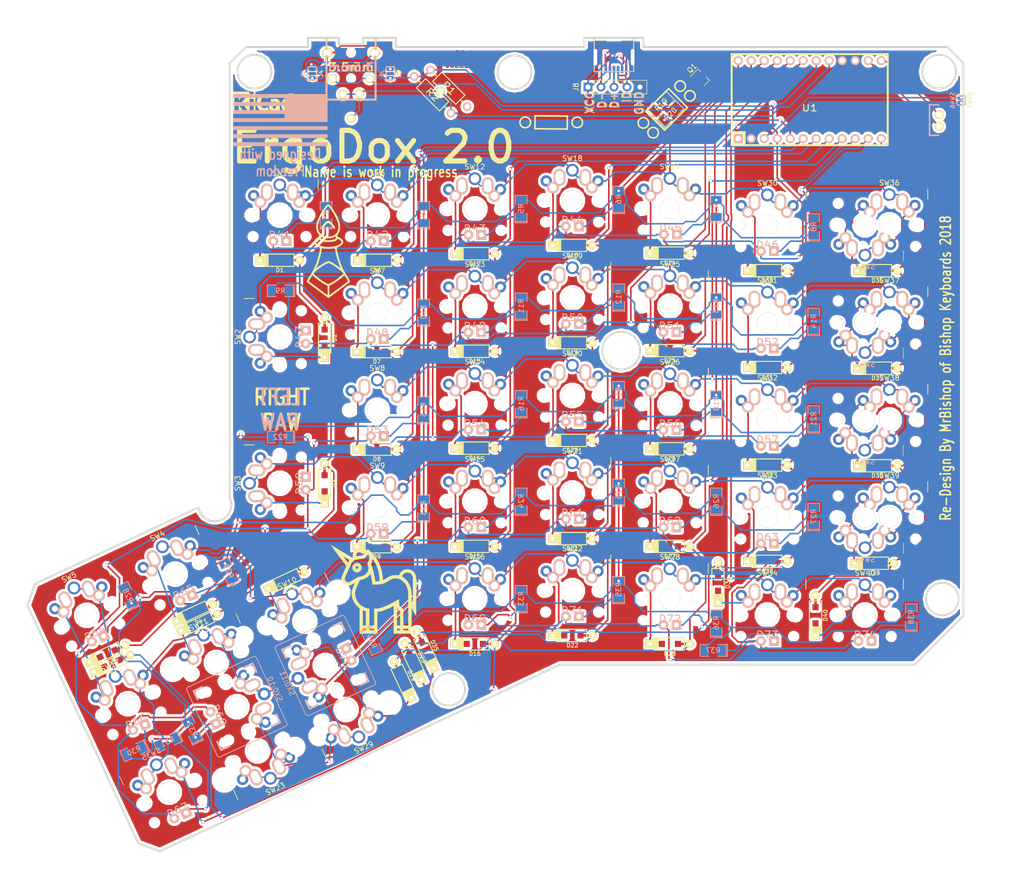
<source format=kicad_pcb>
(kicad_pcb (version 4) (host pcbnew 4.0.7)
  (layers (0 Front signal) (31 Back signal) (34 B.Paste user) (35 F.Paste user) (36 B.SilkS user) (37 F.SilkS user) (38 B.Mask user) (39 F.Mask user) (44 Edge.Cuts user))
  (net 0 "")
  (net 1 /COL0)
  (net 2 /COL1)
  (net 3 /COL4)
  (net 4 /COL5)
  (net 5 /COL6)
  (net 6 /ROW0)
  (net 7 /ROW1)
  (net 8 /ROW2)
  (net 9 /ROW3)
  (net 10 /ROW4)
  (net 11 /ROW5)
  (net 12 GND)
  (net 13 VCC)
  (net 14 "Net-(D1-Pad1)")
  (net 15 "Net-(D2-Pad1)")
  (net 16 "Net-(D3-Pad1)")
  (net 17 "Net-(D4-Pad1)")
  (net 18 "Net-(D5-Pad1)")
  (net 19 "Net-(D6-Pad1)")
  (net 20 "Net-(D7-Pad1)")
  (net 21 "Net-(D8-Pad1)")
  (net 22 "Net-(D9-Pad1)")
  (net 23 "Net-(D10-Pad1)")
  (net 24 "Net-(D11-Pad1)")
  (net 25 "Net-(D12-Pad1)")
  (net 26 "Net-(D13-Pad1)")
  (net 27 "Net-(D14-Pad1)")
  (net 28 "Net-(D15-Pad1)")
  (net 29 "Net-(D16-Pad1)")
  (net 30 "Net-(D17-Pad1)")
  (net 31 /COL3)
  (net 32 "Net-(D18-Pad1)")
  (net 33 "Net-(D19-Pad1)")
  (net 34 "Net-(D20-Pad1)")
  (net 35 "Net-(D21-Pad1)")
  (net 36 "Net-(D22-Pad1)")
  (net 37 "Net-(D23-Pad1)")
  (net 38 /COL2)
  (net 39 "Net-(D24-Pad1)")
  (net 40 "Net-(D25-Pad1)")
  (net 41 "Net-(D26-Pad1)")
  (net 42 "Net-(D27-Pad1)")
  (net 43 "Net-(D28-Pad1)")
  (net 44 "Net-(D29-Pad1)")
  (net 45 "Net-(D30-Pad1)")
  (net 46 "Net-(D31-Pad1)")
  (net 47 "Net-(D32-Pad1)")
  (net 48 "Net-(D33-Pad1)")
  (net 49 "Net-(D34-Pad1)")
  (net 50 "Net-(D35-Pad1)")
  (net 51 "Net-(D36-Pad1)")
  (net 52 "Net-(D37-Pad1)")
  (net 53 "Net-(D38-Pad1)")
  (net 54 "Net-(D39-Pad1)")
  (net 55 "Net-(D40-Pad1)")
  (net 56 "Net-(J2-Pad1)")
  (net 57 "Net-(J2-Pad4)")
  (net 58 /DATA)
  (net 59 /XTRADATA)
  (net 60 "Net-(SW45-Pad1)")
  (net 61 "Net-(U1-Pad13)")
  (net 62 "Net-(U1-Pad14)")
  (net 63 /D-)
  (net 64 /D+)
  (net 65 /ID)
  (net 66 "Net-(D41-Pad2)")
  (net 67 "Net-(D42-Pad2)")
  (net 68 "Net-(D43-Pad2)")
  (net 69 "Net-(D44-Pad2)")
  (net 70 "Net-(D45-Pad2)")
  (net 71 "Net-(D46-Pad2)")
  (net 72 "Net-(D47-Pad2)")
  (net 73 "Net-(D48-Pad2)")
  (net 74 "Net-(D49-Pad2)")
  (net 75 "Net-(D50-Pad2)")
  (net 76 "Net-(D51-Pad2)")
  (net 77 "Net-(D52-Pad2)")
  (net 78 "Net-(D53-Pad2)")
  (net 79 "Net-(D54-Pad2)")
  (net 80 "Net-(D55-Pad2)")
  (net 81 "Net-(D56-Pad2)")
  (net 82 "Net-(D57-Pad2)")
  (net 83 "Net-(D58-Pad2)")
  (net 84 "Net-(D59-Pad2)")
  (net 85 "Net-(D60-Pad2)")
  (net 86 "Net-(D61-Pad2)")
  (net 87 "Net-(D62-Pad2)")
  (net 88 "Net-(D63-Pad2)")
  (net 89 "Net-(D64-Pad2)")
  (net 90 "Net-(D65-Pad2)")
  (net 91 "Net-(D66-Pad2)")
  (net 92 "Net-(D67-Pad2)")
  (net 93 "Net-(D68-Pad2)")
  (net 94 "Net-(D69-Pad2)")
  (net 95 "Net-(D70-Pad2)")
  (net 96 "Net-(D71-Pad2)")
  (net 97 "Net-(D72-Pad2)")
  (net 98 "Net-(D73-Pad2)")
  (net 99 "Net-(D74-Pad2)")
  (net 100 "Net-(Q1-Pad1)")
  (net 101 "Net-(Q1-Pad3)")
  (net 102 /backlight)
  (module Universal-Switch-Footprint:MX-ALPs-PG1350-FLIP (layer Front) (at 72.39 88.9 90)
    (fp_text reference SW2 (at 0 -8.2 90) (layer F.SilkS))
    (fp_text value SWITCH_PUSH)
    (pad "" np_thru_hole circle (at 0 0) (size 3.4 3.4) (drill 3.4) (layers *.Cu *.Mask))
    (pad "" np_thru_hole circle (at -5.5 0) (size 1.9 1.9) (drill 1.9) (layers *.Cu *.Mask))
    (pad "" np_thru_hole circle (at 5.5 0) (size 1.9 1.9) (drill 1.9) (layers *.Cu *.Mask))
    (pad 1 thru_hole circle (at 5 -3.8) (size 2.2 2.2) (drill 1.2) (layers *.Cu *.Mask) (net 10 /ROW4))
    (pad 1 thru_hole circle (at 0 -5.9) (size 2.5 2.5) (drill 1.7) (layers *.Cu *.Mask) (net 10 /ROW4))
    (pad "" np_thru_hole circle (at -5.22 4.2) (size 1.2 1.2) (drill 1.2) (layers *.Cu *.Mask))
    (pad 2 thru_hole circle (at -5.09498 -3.8) (size 2.2 2.2) (drill 1.2) (layers *.Cu *.Mask) (net 15 "Net-(D2-Pad1)"))
    (pad "" np_thru_hole circle (at 5.12502 4.2) (size 1.2 1.2) (drill 1.2) (layers *.Cu *.Mask))
    (pad 2 thru_hole circle (at -3.81 -2.54 90) (size 2.286 2.286) (drill 1.4986) (layers *.Cu *.SilkS *.Mask) (net 15 "Net-(D2-Pad1)"))
    (pad 1 thru_hole circle (at 3.81 -2.54 90) (size 2.286 2.286) (drill 1.4986) (layers *.Cu *.SilkS *.Mask) (net 10 /ROW4))
    (pad 2 thru_hole oval (at -2.52 -4.5 90) (size 2.3 3.337) (drill oval 1.513 2.55) (layers *.Cu *.SilkS *.Mask) (net 15 "Net-(D2-Pad1)"))
    (pad 1 thru_hole oval (at 2.52 -4.5 90) (size 2.3 3.337) (drill oval 1.513 2.55) (layers *.Cu *.SilkS *.Mask) (net 10 /ROW4))
    (pad HOLE thru_hole circle (at 0 0 90) (size 3.9878 3.9878) (drill 3.9878) (layers *.Cu *.Mask F.SilkS))
    (pad HOLE thru_hole circle (at -5.08 0 90) (size 1.7018 1.7018) (drill 1.7018) (layers *.Cu *.Mask F.SilkS))
    (pad HOLE thru_hole circle (at 5.08 0 90) (size 1.7018 1.7018) (drill 1.7018) (layers *.Cu *.Mask F.SilkS))
  )
  (module Universal-Switch-Footprint:MX-ALPs-PG1350-FLIP (layer Front) (at 148.59 63.82766)
    (fp_text reference SW24 (at 0 -8.2) (layer F.SilkS))
    (fp_text value SWITCH_PUSH)
    (pad "" np_thru_hole circle (at 0 0 270) (size 3.4 3.4) (drill 3.4) (layers *.Cu *.Mask))
    (pad "" np_thru_hole circle (at -5.5 0 270) (size 1.9 1.9) (drill 1.9) (layers *.Cu *.Mask))
    (pad "" np_thru_hole circle (at 5.5 0 270) (size 1.9 1.9) (drill 1.9) (layers *.Cu *.Mask))
    (pad 1 thru_hole circle (at 5 -3.8 270) (size 2.2 2.2) (drill 1.2) (layers *.Cu *.Mask) (net 11 /ROW5))
    (pad 1 thru_hole circle (at 0 -5.9 270) (size 2.5 2.5) (drill 1.7) (layers *.Cu *.Mask) (net 11 /ROW5))
    (pad "" np_thru_hole circle (at -5.22 4.2 270) (size 1.2 1.2) (drill 1.2) (layers *.Cu *.Mask))
    (pad 2 thru_hole circle (at -5.09498 -3.8 270) (size 2.2 2.2) (drill 1.2) (layers *.Cu *.Mask) (net 39 "Net-(D24-Pad1)"))
    (pad "" np_thru_hole circle (at 5.12502 4.2 270) (size 1.2 1.2) (drill 1.2) (layers *.Cu *.Mask))
    (pad 2 thru_hole circle (at -3.81 -2.54) (size 2.286 2.286) (drill 1.4986) (layers *.Cu *.SilkS *.Mask) (net 39 "Net-(D24-Pad1)"))
    (pad 1 thru_hole circle (at 3.81 -2.54) (size 2.286 2.286) (drill 1.4986) (layers *.Cu *.SilkS *.Mask) (net 11 /ROW5))
    (pad 2 thru_hole oval (at -2.52 -4.5) (size 2.3 3.337) (drill oval 1.513 2.55) (layers *.Cu *.SilkS *.Mask) (net 39 "Net-(D24-Pad1)"))
    (pad 1 thru_hole oval (at 2.52 -4.5) (size 2.3 3.337) (drill oval 1.513 2.55) (layers *.Cu *.SilkS *.Mask) (net 11 /ROW5))
    (pad HOLE thru_hole circle (at 0 0) (size 3.9878 3.9878) (drill 3.9878) (layers *.Cu *.Mask F.SilkS))
    (pad HOLE thru_hole circle (at -5.08 0) (size 1.7018 1.7018) (drill 1.7018) (layers *.Cu *.Mask F.SilkS))
    (pad HOLE thru_hole circle (at 5.08 0) (size 1.7018 1.7018) (drill 1.7018) (layers *.Cu *.Mask F.SilkS))
  )
  (module Universal-Switch-Footprint:MX-ALPs-PG1350-FLIP (layer Front) (at 51.96332 135.21944 25)
    (fp_text reference SW4 (at 0 -8.2 25) (layer F.SilkS))
    (fp_text value SWITCH_PUSH)
    (pad "" np_thru_hole circle (at 0 0 295) (size 3.4 3.4) (drill 3.4) (layers *.Cu *.Mask))
    (pad "" np_thru_hole circle (at -5.5 0 295) (size 1.9 1.9) (drill 1.9) (layers *.Cu *.Mask))
    (pad "" np_thru_hole circle (at 5.5 0 295) (size 1.9 1.9) (drill 1.9) (layers *.Cu *.Mask))
    (pad 1 thru_hole circle (at 5 -3.8 295) (size 2.2 2.2) (drill 1.2) (layers *.Cu *.Mask) (net 7 /ROW1))
    (pad 1 thru_hole circle (at 0 -5.9 295) (size 2.5 2.5) (drill 1.7) (layers *.Cu *.Mask) (net 7 /ROW1))
    (pad "" np_thru_hole circle (at -5.22 4.2 295) (size 1.2 1.2) (drill 1.2) (layers *.Cu *.Mask))
    (pad 2 thru_hole circle (at -5.09498 -3.8 295) (size 2.2 2.2) (drill 1.2) (layers *.Cu *.Mask) (net 17 "Net-(D4-Pad1)"))
    (pad "" np_thru_hole circle (at 5.12502 4.2 295) (size 1.2 1.2) (drill 1.2) (layers *.Cu *.Mask))
    (pad 2 thru_hole circle (at -3.81 -2.54 25) (size 2.286 2.286) (drill 1.4986) (layers *.Cu *.SilkS *.Mask) (net 17 "Net-(D4-Pad1)"))
    (pad 1 thru_hole circle (at 3.81 -2.54 25) (size 2.286 2.286) (drill 1.4986) (layers *.Cu *.SilkS *.Mask) (net 7 /ROW1))
    (pad 2 thru_hole oval (at -2.52 -4.5 25) (size 2.3 3.337) (drill oval 1.513 2.55) (layers *.Cu *.SilkS *.Mask) (net 17 "Net-(D4-Pad1)"))
    (pad 1 thru_hole oval (at 2.52 -4.5 25) (size 2.3 3.337) (drill oval 1.513 2.55) (layers *.Cu *.SilkS *.Mask) (net 7 /ROW1))
    (pad HOLE thru_hole circle (at 0 0 25) (size 3.9878 3.9878) (drill 3.9878) (layers *.Cu *.Mask F.SilkS))
    (pad HOLE thru_hole circle (at -5.08 0 25) (size 1.7018 1.7018) (drill 1.7018) (layers *.Cu *.Mask F.SilkS))
    (pad HOLE thru_hole circle (at 5.08 0 25) (size 1.7018 1.7018) (drill 1.7018) (layers *.Cu *.Mask F.SilkS))
  )
  (module Universal-Switch-Footprint:MX-ALPs-PG1350-FLIP (layer Front) (at 167.64 143.20266)
    (fp_text reference SW34 (at 0 -8.2) (layer F.SilkS))
    (fp_text value SWITCH_PUSH)
    (pad "" np_thru_hole circle (at 0 0 270) (size 3.4 3.4) (drill 3.4) (layers *.Cu *.Mask))
    (pad "" np_thru_hole circle (at -5.5 0 270) (size 1.9 1.9) (drill 1.9) (layers *.Cu *.Mask))
    (pad "" np_thru_hole circle (at 5.5 0 270) (size 1.9 1.9) (drill 1.9) (layers *.Cu *.Mask))
    (pad 1 thru_hole circle (at 5 -3.8 270) (size 2.2 2.2) (drill 1.2) (layers *.Cu *.Mask) (net 7 /ROW1))
    (pad 1 thru_hole circle (at 0 -5.9 270) (size 2.5 2.5) (drill 1.7) (layers *.Cu *.Mask) (net 7 /ROW1))
    (pad "" np_thru_hole circle (at -5.22 4.2 270) (size 1.2 1.2) (drill 1.2) (layers *.Cu *.Mask))
    (pad 2 thru_hole circle (at -5.09498 -3.8 270) (size 2.2 2.2) (drill 1.2) (layers *.Cu *.Mask) (net 49 "Net-(D34-Pad1)"))
    (pad "" np_thru_hole circle (at 5.12502 4.2 270) (size 1.2 1.2) (drill 1.2) (layers *.Cu *.Mask))
    (pad 2 thru_hole circle (at -3.81 -2.54) (size 2.286 2.286) (drill 1.4986) (layers *.Cu *.SilkS *.Mask) (net 49 "Net-(D34-Pad1)"))
    (pad 1 thru_hole circle (at 3.81 -2.54) (size 2.286 2.286) (drill 1.4986) (layers *.Cu *.SilkS *.Mask) (net 7 /ROW1))
    (pad 2 thru_hole oval (at -2.52 -4.5) (size 2.3 3.337) (drill oval 1.513 2.55) (layers *.Cu *.SilkS *.Mask) (net 49 "Net-(D34-Pad1)"))
    (pad 1 thru_hole oval (at 2.52 -4.5) (size 2.3 3.337) (drill oval 1.513 2.55) (layers *.Cu *.SilkS *.Mask) (net 7 /ROW1))
    (pad HOLE thru_hole circle (at 0 0) (size 3.9878 3.9878) (drill 3.9878) (layers *.Cu *.Mask F.SilkS))
    (pad HOLE thru_hole circle (at -5.08 0) (size 1.7018 1.7018) (drill 1.7018) (layers *.Cu *.Mask F.SilkS))
    (pad HOLE thru_hole circle (at 5.08 0) (size 1.7018 1.7018) (drill 1.7018) (layers *.Cu *.Mask F.SilkS))
  )
  (module footprints:ARDUINO_PRO_MICRO (layer Front) (at 175.895 42.545)
    (fp_text reference U1 (at 0 1.625) (layer F.SilkS) (effects (font (size 1.27 1.524) (thickness 0.2032))))
    (fp_text value ProMicro hide)
    (pad 1 thru_hole rect (at -13.97 7.62) (size 1.7526 1.7526) (drill 1.0922) (layers *.Cu *.SilkS *.Mask))
    (pad 2 thru_hole circle (at -11.43 7.62) (size 1.7526 1.7526) (drill 1.0922) (layers *.Cu *.SilkS *.Mask) (net 12 GND))
    (pad 3 thru_hole circle (at -8.89 7.62) (size 1.7526 1.7526) (drill 1.0922) (layers *.Cu *.SilkS *.Mask) (net 60 "Net-(SW45-Pad1)"))
    (pad 4 thru_hole circle (at -6.35 7.62) (size 1.7526 1.7526) (drill 1.0922) (layers *.Cu *.SilkS *.Mask) (net 13 VCC))
    (pad 5 thru_hole circle (at -3.81 7.62) (size 1.7526 1.7526) (drill 1.0922) (layers *.Cu *.SilkS *.Mask) (net 102 /backlight))
    (pad 6 thru_hole circle (at -1.27 7.62) (size 1.7526 1.7526) (drill 1.0922) (layers *.Cu *.SilkS *.Mask) (net 5 /COL6))
    (pad 7 thru_hole circle (at 1.27 7.62) (size 1.7526 1.7526) (drill 1.0922) (layers *.Cu *.SilkS *.Mask) (net 4 /COL5))
    (pad 8 thru_hole circle (at 3.81 7.62) (size 1.7526 1.7526) (drill 1.0922) (layers *.Cu *.SilkS *.Mask) (net 3 /COL4))
    (pad 9 thru_hole circle (at 6.35 7.62) (size 1.7526 1.7526) (drill 1.0922) (layers *.Cu *.SilkS *.Mask) (net 31 /COL3))
    (pad 10 thru_hole circle (at 8.89 7.62) (size 1.7526 1.7526) (drill 1.0922) (layers *.Cu *.SilkS *.Mask) (net 38 /COL2))
    (pad 11 thru_hole circle (at 11.43 7.62) (size 1.7526 1.7526) (drill 1.0922) (layers *.Cu *.SilkS *.Mask) (net 2 /COL1))
    (pad 13 thru_hole circle (at 13.97 -7.62) (size 1.7526 1.7526) (drill 1.0922) (layers *.Cu *.SilkS *.Mask) (net 61 "Net-(U1-Pad13)"))
    (pad 14 thru_hole circle (at 11.43 -7.62) (size 1.7526 1.7526) (drill 1.0922) (layers *.Cu *.SilkS *.Mask) (net 62 "Net-(U1-Pad14)"))
    (pad 15 thru_hole circle (at 8.89 -7.62) (size 1.7526 1.7526) (drill 1.0922) (layers *.Cu *.SilkS *.Mask) (net 12 GND))
    (pad 16 thru_hole circle (at 6.35 -7.62) (size 1.7526 1.7526) (drill 1.0922) (layers *.Cu *.SilkS *.Mask) (net 12 GND))
    (pad 17 thru_hole circle (at 3.81 -7.62) (size 1.7526 1.7526) (drill 1.0922) (layers *.Cu *.SilkS *.Mask) (net 59 /XTRADATA))
    (pad 18 thru_hole circle (at 1.27 -7.62) (size 1.7526 1.7526) (drill 1.0922) (layers *.Cu *.SilkS *.Mask) (net 58 /DATA))
    (pad 19 thru_hole circle (at -1.27 -7.62) (size 1.7526 1.7526) (drill 1.0922) (layers *.Cu *.SilkS *.Mask) (net 6 /ROW0))
    (pad 20 thru_hole circle (at -3.81 -7.62) (size 1.7526 1.7526) (drill 1.0922) (layers *.Cu *.SilkS *.Mask) (net 7 /ROW1))
    (pad 21 thru_hole circle (at -6.35 -7.62) (size 1.7526 1.7526) (drill 1.0922) (layers *.Cu *.SilkS *.Mask) (net 8 /ROW2))
    (pad 22 thru_hole circle (at -8.89 -7.62) (size 1.7526 1.7526) (drill 1.0922) (layers *.Cu *.SilkS *.Mask) (net 9 /ROW3))
    (pad 23 thru_hole circle (at -11.43 -7.62) (size 1.7526 1.7526) (drill 1.0922) (layers *.Cu *.SilkS *.Mask) (net 10 /ROW4))
    (pad 12 thru_hole circle (at 13.97 7.62) (size 1.7526 1.7526) (drill 1.0922) (layers *.Cu *.SilkS *.Mask) (net 1 /COL0))
    (pad 24 thru_hole circle (at -13.97 -7.62) (size 1.7526 1.7526) (drill 1.0922) (layers *.Cu *.SilkS *.Mask) (net 11 /ROW5))
  )
  (module BishopKicadConsolidated:D_SOD123_axial (layer Front) (at 72.39 73.914)
    (fp_text reference D1 (at 0 1.925) (layer F.SilkS) (effects (font (size 0.8 0.8))))
    (fp_text value DIODE hide)
    (pad 2 smd rect (at 1.575 0) (size 1.2 1.2) (layers Front F.Paste F.Mask) (net 5 /COL6))
    (pad 1 smd rect (at -1.575 0) (size 1.2 1.2) (layers Front F.Paste F.Mask) (net 14 "Net-(D1-Pad1)"))
    (pad 1 thru_hole rect (at -3.9 0) (size 1.6 1.6) (drill 0.7) (layers *.Cu *.Mask F.SilkS) (net 14 "Net-(D1-Pad1)"))
    (pad 2 thru_hole circle (at 3.9 0) (size 1.6 1.6) (drill 0.7) (layers *.Cu *.Mask F.SilkS) (net 5 /COL6))
    (pad 1 smd rect (at -2.7 0) (size 2.5 0.5) (layers Front) (net 14 "Net-(D1-Pad1)"))
    (pad 2 smd rect (at 2.7 0) (size 2.5 0.5) (layers Front) (net 5 /COL6))
  )
  (module BishopKicadConsolidated:D_SOD123_axial (layer Front) (at 81.153 89.027 90)
    (fp_text reference D2 (at 0 1.925 90) (layer F.SilkS) (effects (font (size 0.8 0.8))))
    (fp_text value DIODE hide)
    (pad 2 smd rect (at 1.575 0 90) (size 1.2 1.2) (layers Front F.Paste F.Mask) (net 5 /COL6))
    (pad 1 smd rect (at -1.575 0 90) (size 1.2 1.2) (layers Front F.Paste F.Mask) (net 15 "Net-(D2-Pad1)"))
    (pad 1 thru_hole rect (at -3.9 0 90) (size 1.6 1.6) (drill 0.7) (layers *.Cu *.Mask F.SilkS) (net 15 "Net-(D2-Pad1)"))
    (pad 2 thru_hole circle (at 3.9 0 90) (size 1.6 1.6) (drill 0.7) (layers *.Cu *.Mask F.SilkS) (net 5 /COL6))
    (pad 1 smd rect (at -2.7 0 90) (size 2.5 0.5) (layers Front) (net 15 "Net-(D2-Pad1)"))
    (pad 2 smd rect (at 2.7 0 90) (size 2.5 0.5) (layers Front) (net 5 /COL6))
  )
  (module BishopKicadConsolidated:D_SOD123_axial (layer Front) (at 81.153 117.475 90)
    (fp_text reference D3 (at 0 1.925 90) (layer F.SilkS) (effects (font (size 0.8 0.8))))
    (fp_text value DIODE hide)
    (pad 2 smd rect (at 1.575 0 90) (size 1.2 1.2) (layers Front F.Paste F.Mask) (net 5 /COL6))
    (pad 1 smd rect (at -1.575 0 90) (size 1.2 1.2) (layers Front F.Paste F.Mask) (net 16 "Net-(D3-Pad1)"))
    (pad 1 thru_hole rect (at -3.9 0 90) (size 1.6 1.6) (drill 0.7) (layers *.Cu *.Mask F.SilkS) (net 16 "Net-(D3-Pad1)"))
    (pad 2 thru_hole circle (at 3.9 0 90) (size 1.6 1.6) (drill 0.7) (layers *.Cu *.Mask F.SilkS) (net 5 /COL6))
    (pad 1 smd rect (at -2.7 0 90) (size 2.5 0.5) (layers Front) (net 16 "Net-(D3-Pad1)"))
    (pad 2 smd rect (at 2.7 0 90) (size 2.5 0.5) (layers Front) (net 5 /COL6))
  )
  (module BishopKicadConsolidated:D_SOD123_axial (layer Front) (at 55.753 142.748 25)
    (fp_text reference D4 (at 0 1.925 25) (layer F.SilkS) (effects (font (size 0.8 0.8))))
    (fp_text value DIODE hide)
    (pad 2 smd rect (at 1.575 0 25) (size 1.2 1.2) (layers Front F.Paste F.Mask) (net 5 /COL6))
    (pad 1 smd rect (at -1.575 0 25) (size 1.2 1.2) (layers Front F.Paste F.Mask) (net 17 "Net-(D4-Pad1)"))
    (pad 1 thru_hole rect (at -3.9 0 25) (size 1.6 1.6) (drill 0.7) (layers *.Cu *.Mask F.SilkS) (net 17 "Net-(D4-Pad1)"))
    (pad 2 thru_hole circle (at 3.9 0 25) (size 1.6 1.6) (drill 0.7) (layers *.Cu *.Mask F.SilkS) (net 5 /COL6))
    (pad 1 smd rect (at -2.7 0 25) (size 2.5 0.5) (layers Front) (net 17 "Net-(D4-Pad1)"))
    (pad 2 smd rect (at 2.7 0 25) (size 2.5 0.5) (layers Front) (net 5 /COL6))
  )
  (module BishopKicadConsolidated:D_SOD123_axial (layer Front) (at 38.735 150.749 25)
    (fp_text reference D5 (at 0 1.925 25) (layer F.SilkS) (effects (font (size 0.8 0.8))))
    (fp_text value DIODE hide)
    (pad 2 smd rect (at 1.575 0 25) (size 1.2 1.2) (layers Front F.Paste F.Mask) (net 5 /COL6))
    (pad 1 smd rect (at -1.575 0 25) (size 1.2 1.2) (layers Front F.Paste F.Mask) (net 18 "Net-(D5-Pad1)"))
    (pad 1 thru_hole rect (at -3.9 0 25) (size 1.6 1.6) (drill 0.7) (layers *.Cu *.Mask F.SilkS) (net 18 "Net-(D5-Pad1)"))
    (pad 2 thru_hole circle (at 3.9 0 25) (size 1.6 1.6) (drill 0.7) (layers *.Cu *.Mask F.SilkS) (net 5 /COL6))
    (pad 1 smd rect (at -2.7 0 25) (size 2.5 0.5) (layers Front) (net 18 "Net-(D5-Pad1)"))
    (pad 2 smd rect (at 2.7 0 25) (size 2.5 0.5) (layers Front) (net 5 /COL6))
  )
  (module BishopKicadConsolidated:D_SOD123_axial (layer Front) (at 91.44 73.914)
    (fp_text reference D6 (at 0 1.925) (layer F.SilkS) (effects (font (size 0.8 0.8))))
    (fp_text value DIODE hide)
    (pad 2 smd rect (at 1.575 0) (size 1.2 1.2) (layers Front F.Paste F.Mask) (net 4 /COL5))
    (pad 1 smd rect (at -1.575 0) (size 1.2 1.2) (layers Front F.Paste F.Mask) (net 19 "Net-(D6-Pad1)"))
    (pad 1 thru_hole rect (at -3.9 0) (size 1.6 1.6) (drill 0.7) (layers *.Cu *.Mask F.SilkS) (net 19 "Net-(D6-Pad1)"))
    (pad 2 thru_hole circle (at 3.9 0) (size 1.6 1.6) (drill 0.7) (layers *.Cu *.Mask F.SilkS) (net 4 /COL5))
    (pad 1 smd rect (at -2.7 0) (size 2.5 0.5) (layers Front) (net 19 "Net-(D6-Pad1)"))
    (pad 2 smd rect (at 2.7 0) (size 2.5 0.5) (layers Front) (net 4 /COL5))
  )
  (module BishopKicadConsolidated:D_SOD123_axial (layer Front) (at 91.35 91.76766)
    (fp_text reference D7 (at 0 1.925) (layer F.SilkS) (effects (font (size 0.8 0.8))))
    (fp_text value DIODE hide)
    (pad 2 smd rect (at 1.575 0) (size 1.2 1.2) (layers Front F.Paste F.Mask) (net 4 /COL5))
    (pad 1 smd rect (at -1.575 0) (size 1.2 1.2) (layers Front F.Paste F.Mask) (net 20 "Net-(D7-Pad1)"))
    (pad 1 thru_hole rect (at -3.9 0) (size 1.6 1.6) (drill 0.7) (layers *.Cu *.Mask F.SilkS) (net 20 "Net-(D7-Pad1)"))
    (pad 2 thru_hole circle (at 3.9 0) (size 1.6 1.6) (drill 0.7) (layers *.Cu *.Mask F.SilkS) (net 4 /COL5))
    (pad 1 smd rect (at -2.7 0) (size 2.5 0.5) (layers Front) (net 20 "Net-(D7-Pad1)"))
    (pad 2 smd rect (at 2.7 0) (size 2.5 0.5) (layers Front) (net 4 /COL5))
  )
  (module BishopKicadConsolidated:D_SOD123_axial (layer Front) (at 91.35 110.81766)
    (fp_text reference D8 (at 0 1.925) (layer F.SilkS) (effects (font (size 0.8 0.8))))
    (fp_text value DIODE hide)
    (pad 2 smd rect (at 1.575 0) (size 1.2 1.2) (layers Front F.Paste F.Mask) (net 4 /COL5))
    (pad 1 smd rect (at -1.575 0) (size 1.2 1.2) (layers Front F.Paste F.Mask) (net 21 "Net-(D8-Pad1)"))
    (pad 1 thru_hole rect (at -3.9 0) (size 1.6 1.6) (drill 0.7) (layers *.Cu *.Mask F.SilkS) (net 21 "Net-(D8-Pad1)"))
    (pad 2 thru_hole circle (at 3.9 0) (size 1.6 1.6) (drill 0.7) (layers *.Cu *.Mask F.SilkS) (net 4 /COL5))
    (pad 1 smd rect (at -2.7 0) (size 2.5 0.5) (layers Front) (net 21 "Net-(D8-Pad1)"))
    (pad 2 smd rect (at 2.7 0) (size 2.5 0.5) (layers Front) (net 4 /COL5))
  )
  (module BishopKicadConsolidated:D_SOD123_axial (layer Front) (at 91.35 129.86766)
    (fp_text reference D9 (at 0 1.925) (layer F.SilkS) (effects (font (size 0.8 0.8))))
    (fp_text value DIODE hide)
    (pad 2 smd rect (at 1.575 0) (size 1.2 1.2) (layers Front F.Paste F.Mask) (net 4 /COL5))
    (pad 1 smd rect (at -1.575 0) (size 1.2 1.2) (layers Front F.Paste F.Mask) (net 22 "Net-(D9-Pad1)"))
    (pad 1 thru_hole rect (at -3.9 0) (size 1.6 1.6) (drill 0.7) (layers *.Cu *.Mask F.SilkS) (net 22 "Net-(D9-Pad1)"))
    (pad 2 thru_hole circle (at 3.9 0) (size 1.6 1.6) (drill 0.7) (layers *.Cu *.Mask F.SilkS) (net 4 /COL5))
    (pad 1 smd rect (at -2.7 0) (size 2.5 0.5) (layers Front) (net 22 "Net-(D9-Pad1)"))
    (pad 2 smd rect (at 2.7 0) (size 2.5 0.5) (layers Front) (net 4 /COL5))
  )
  (module BishopKicadConsolidated:D_SOD123_axial (layer Front) (at 73.66 136.398 25)
    (fp_text reference D10 (at 0 1.925 25) (layer F.SilkS) (effects (font (size 0.8 0.8))))
    (fp_text value DIODE hide)
    (pad 2 smd rect (at 1.575 0 25) (size 1.2 1.2) (layers Front F.Paste F.Mask) (net 4 /COL5))
    (pad 1 smd rect (at -1.575 0 25) (size 1.2 1.2) (layers Front F.Paste F.Mask) (net 23 "Net-(D10-Pad1)"))
    (pad 1 thru_hole rect (at -3.9 0 25) (size 1.6 1.6) (drill 0.7) (layers *.Cu *.Mask F.SilkS) (net 23 "Net-(D10-Pad1)"))
    (pad 2 thru_hole circle (at 3.9 0 25) (size 1.6 1.6) (drill 0.7) (layers *.Cu *.Mask F.SilkS) (net 4 /COL5))
    (pad 1 smd rect (at -2.7 0 25) (size 2.5 0.5) (layers Front) (net 23 "Net-(D10-Pad1)"))
    (pad 2 smd rect (at 2.7 0 25) (size 2.5 0.5) (layers Front) (net 4 /COL5))
  )
  (module BishopKicadConsolidated:D_SOD123_axial (layer Front) (at 56.642 144.653 25)
    (fp_text reference D11 (at 0 1.925 25) (layer F.SilkS) (effects (font (size 0.8 0.8))))
    (fp_text value DIODE hide)
    (pad 2 smd rect (at 1.575 0 25) (size 1.2 1.2) (layers Front F.Paste F.Mask) (net 4 /COL5))
    (pad 1 smd rect (at -1.575 0 25) (size 1.2 1.2) (layers Front F.Paste F.Mask) (net 24 "Net-(D11-Pad1)"))
    (pad 1 thru_hole rect (at -3.9 0 25) (size 1.6 1.6) (drill 0.7) (layers *.Cu *.Mask F.SilkS) (net 24 "Net-(D11-Pad1)"))
    (pad 2 thru_hole circle (at 3.9 0 25) (size 1.6 1.6) (drill 0.7) (layers *.Cu *.Mask F.SilkS) (net 4 /COL5))
    (pad 1 smd rect (at -2.7 0 25) (size 2.5 0.5) (layers Front) (net 24 "Net-(D11-Pad1)"))
    (pad 2 smd rect (at 2.7 0 25) (size 2.5 0.5) (layers Front) (net 4 /COL5))
  )
  (module BishopKicadConsolidated:D_SOD123_axial (layer Front) (at 39.624 152.654 25)
    (fp_text reference D17 (at 0 1.925 25) (layer F.SilkS) (effects (font (size 0.8 0.8))))
    (fp_text value DIODE hide)
    (pad 2 smd rect (at 1.575 0 25) (size 1.2 1.2) (layers Front F.Paste F.Mask) (net 3 /COL4))
    (pad 1 smd rect (at -1.575 0 25) (size 1.2 1.2) (layers Front F.Paste F.Mask) (net 30 "Net-(D17-Pad1)"))
    (pad 1 thru_hole rect (at -3.9 0 25) (size 1.6 1.6) (drill 0.7) (layers *.Cu *.Mask F.SilkS) (net 30 "Net-(D17-Pad1)"))
    (pad 2 thru_hole circle (at 3.9 0 25) (size 1.6 1.6) (drill 0.7) (layers *.Cu *.Mask F.SilkS) (net 3 /COL4))
    (pad 1 smd rect (at -2.7 0 25) (size 2.5 0.5) (layers Front) (net 30 "Net-(D17-Pad1)"))
    (pad 2 smd rect (at 2.7 0 25) (size 2.5 0.5) (layers Front) (net 3 /COL4))
  )
  (module BishopKicadConsolidated:D_SOD123_axial (layer Front) (at 110.49 72.644)
    (fp_text reference D12 (at 0 1.925) (layer F.SilkS) (effects (font (size 0.8 0.8))))
    (fp_text value DIODE hide)
    (pad 2 smd rect (at 1.575 0) (size 1.2 1.2) (layers Front F.Paste F.Mask) (net 3 /COL4))
    (pad 1 smd rect (at -1.575 0) (size 1.2 1.2) (layers Front F.Paste F.Mask) (net 25 "Net-(D12-Pad1)"))
    (pad 1 thru_hole rect (at -3.9 0) (size 1.6 1.6) (drill 0.7) (layers *.Cu *.Mask F.SilkS) (net 25 "Net-(D12-Pad1)"))
    (pad 2 thru_hole circle (at 3.9 0) (size 1.6 1.6) (drill 0.7) (layers *.Cu *.Mask F.SilkS) (net 3 /COL4))
    (pad 1 smd rect (at -2.7 0) (size 2.5 0.5) (layers Front) (net 25 "Net-(D12-Pad1)"))
    (pad 2 smd rect (at 2.7 0) (size 2.5 0.5) (layers Front) (net 3 /COL4))
  )
  (module BishopKicadConsolidated:D_SOD123_axial (layer Front) (at 110.49 91.694)
    (fp_text reference D13 (at 0 1.925) (layer F.SilkS) (effects (font (size 0.8 0.8))))
    (fp_text value DIODE hide)
    (pad 2 smd rect (at 1.575 0) (size 1.2 1.2) (layers Front F.Paste F.Mask) (net 3 /COL4))
    (pad 1 smd rect (at -1.575 0) (size 1.2 1.2) (layers Front F.Paste F.Mask) (net 26 "Net-(D13-Pad1)"))
    (pad 1 thru_hole rect (at -3.9 0) (size 1.6 1.6) (drill 0.7) (layers *.Cu *.Mask F.SilkS) (net 26 "Net-(D13-Pad1)"))
    (pad 2 thru_hole circle (at 3.9 0) (size 1.6 1.6) (drill 0.7) (layers *.Cu *.Mask F.SilkS) (net 3 /COL4))
    (pad 1 smd rect (at -2.7 0) (size 2.5 0.5) (layers Front) (net 26 "Net-(D13-Pad1)"))
    (pad 2 smd rect (at 2.7 0) (size 2.5 0.5) (layers Front) (net 3 /COL4))
  )
  (module BishopKicadConsolidated:D_SOD123_axial (layer Front) (at 110.49 110.617)
    (fp_text reference D14 (at 0 1.925) (layer F.SilkS) (effects (font (size 0.8 0.8))))
    (fp_text value DIODE hide)
    (pad 2 smd rect (at 1.575 0) (size 1.2 1.2) (layers Front F.Paste F.Mask) (net 3 /COL4))
    (pad 1 smd rect (at -1.575 0) (size 1.2 1.2) (layers Front F.Paste F.Mask) (net 27 "Net-(D14-Pad1)"))
    (pad 1 thru_hole rect (at -3.9 0) (size 1.6 1.6) (drill 0.7) (layers *.Cu *.Mask F.SilkS) (net 27 "Net-(D14-Pad1)"))
    (pad 2 thru_hole circle (at 3.9 0) (size 1.6 1.6) (drill 0.7) (layers *.Cu *.Mask F.SilkS) (net 3 /COL4))
    (pad 1 smd rect (at -2.7 0) (size 2.5 0.5) (layers Front) (net 27 "Net-(D14-Pad1)"))
    (pad 2 smd rect (at 2.7 0) (size 2.5 0.5) (layers Front) (net 3 /COL4))
  )
  (module BishopKicadConsolidated:D_SOD123_axial (layer Front) (at 110.49 129.794)
    (fp_text reference D15 (at 0 1.925) (layer F.SilkS) (effects (font (size 0.8 0.8))))
    (fp_text value DIODE hide)
    (pad 2 smd rect (at 1.575 0) (size 1.2 1.2) (layers Front F.Paste F.Mask) (net 3 /COL4))
    (pad 1 smd rect (at -1.575 0) (size 1.2 1.2) (layers Front F.Paste F.Mask) (net 28 "Net-(D15-Pad1)"))
    (pad 1 thru_hole rect (at -3.9 0) (size 1.6 1.6) (drill 0.7) (layers *.Cu *.Mask F.SilkS) (net 28 "Net-(D15-Pad1)"))
    (pad 2 thru_hole circle (at 3.9 0) (size 1.6 1.6) (drill 0.7) (layers *.Cu *.Mask F.SilkS) (net 3 /COL4))
    (pad 1 smd rect (at -2.7 0) (size 2.5 0.5) (layers Front) (net 28 "Net-(D15-Pad1)"))
    (pad 2 smd rect (at 2.7 0) (size 2.5 0.5) (layers Front) (net 3 /COL4))
  )
  (module BishopKicadConsolidated:D_SOD123_axial (layer Front) (at 110.49 148.844)
    (fp_text reference D16 (at 0 1.925) (layer F.SilkS) (effects (font (size 0.8 0.8))))
    (fp_text value DIODE hide)
    (pad 2 smd rect (at 1.575 0) (size 1.2 1.2) (layers Front F.Paste F.Mask) (net 3 /COL4))
    (pad 1 smd rect (at -1.575 0) (size 1.2 1.2) (layers Front F.Paste F.Mask) (net 29 "Net-(D16-Pad1)"))
    (pad 1 thru_hole rect (at -3.9 0) (size 1.6 1.6) (drill 0.7) (layers *.Cu *.Mask F.SilkS) (net 29 "Net-(D16-Pad1)"))
    (pad 2 thru_hole circle (at 3.9 0) (size 1.6 1.6) (drill 0.7) (layers *.Cu *.Mask F.SilkS) (net 3 /COL4))
    (pad 1 smd rect (at -2.7 0) (size 2.5 0.5) (layers Front) (net 29 "Net-(D16-Pad1)"))
    (pad 2 smd rect (at 2.7 0) (size 2.5 0.5) (layers Front) (net 3 /COL4))
  )
  (module BishopKicadConsolidated:D_SOD123_axial (layer Front) (at 129.54 70.993)
    (fp_text reference D18 (at 0 1.925) (layer F.SilkS) (effects (font (size 0.8 0.8))))
    (fp_text value DIODE hide)
    (pad 2 smd rect (at 1.575 0) (size 1.2 1.2) (layers Front F.Paste F.Mask) (net 31 /COL3))
    (pad 1 smd rect (at -1.575 0) (size 1.2 1.2) (layers Front F.Paste F.Mask) (net 32 "Net-(D18-Pad1)"))
    (pad 1 thru_hole rect (at -3.9 0) (size 1.6 1.6) (drill 0.7) (layers *.Cu *.Mask F.SilkS) (net 32 "Net-(D18-Pad1)"))
    (pad 2 thru_hole circle (at 3.9 0) (size 1.6 1.6) (drill 0.7) (layers *.Cu *.Mask F.SilkS) (net 31 /COL3))
    (pad 1 smd rect (at -2.7 0) (size 2.5 0.5) (layers Front) (net 32 "Net-(D18-Pad1)"))
    (pad 2 smd rect (at 2.7 0) (size 2.5 0.5) (layers Front) (net 31 /COL3))
  )
  (module BishopKicadConsolidated:D_SOD123_axial (layer Front) (at 129.54 90.043)
    (fp_text reference D19 (at 0 1.925) (layer F.SilkS) (effects (font (size 0.8 0.8))))
    (fp_text value DIODE hide)
    (pad 2 smd rect (at 1.575 0) (size 1.2 1.2) (layers Front F.Paste F.Mask) (net 31 /COL3))
    (pad 1 smd rect (at -1.575 0) (size 1.2 1.2) (layers Front F.Paste F.Mask) (net 33 "Net-(D19-Pad1)"))
    (pad 1 thru_hole rect (at -3.9 0) (size 1.6 1.6) (drill 0.7) (layers *.Cu *.Mask F.SilkS) (net 33 "Net-(D19-Pad1)"))
    (pad 2 thru_hole circle (at 3.9 0) (size 1.6 1.6) (drill 0.7) (layers *.Cu *.Mask F.SilkS) (net 31 /COL3))
    (pad 1 smd rect (at -2.7 0) (size 2.5 0.5) (layers Front) (net 33 "Net-(D19-Pad1)"))
    (pad 2 smd rect (at 2.7 0) (size 2.5 0.5) (layers Front) (net 31 /COL3))
  )
  (module BishopKicadConsolidated:D_SOD123_axial (layer Front) (at 129.54 109.093)
    (fp_text reference D20 (at 0 1.925) (layer F.SilkS) (effects (font (size 0.8 0.8))))
    (fp_text value DIODE hide)
    (pad 2 smd rect (at 1.575 0) (size 1.2 1.2) (layers Front F.Paste F.Mask) (net 31 /COL3))
    (pad 1 smd rect (at -1.575 0) (size 1.2 1.2) (layers Front F.Paste F.Mask) (net 34 "Net-(D20-Pad1)"))
    (pad 1 thru_hole rect (at -3.9 0) (size 1.6 1.6) (drill 0.7) (layers *.Cu *.Mask F.SilkS) (net 34 "Net-(D20-Pad1)"))
    (pad 2 thru_hole circle (at 3.9 0) (size 1.6 1.6) (drill 0.7) (layers *.Cu *.Mask F.SilkS) (net 31 /COL3))
    (pad 1 smd rect (at -2.7 0) (size 2.5 0.5) (layers Front) (net 34 "Net-(D20-Pad1)"))
    (pad 2 smd rect (at 2.7 0) (size 2.5 0.5) (layers Front) (net 31 /COL3))
  )
  (module BishopKicadConsolidated:D_SOD123_axial (layer Front) (at 129.54 128.27)
    (fp_text reference D21 (at 0 1.925) (layer F.SilkS) (effects (font (size 0.8 0.8))))
    (fp_text value DIODE hide)
    (pad 2 smd rect (at 1.575 0) (size 1.2 1.2) (layers Front F.Paste F.Mask) (net 31 /COL3))
    (pad 1 smd rect (at -1.575 0) (size 1.2 1.2) (layers Front F.Paste F.Mask) (net 35 "Net-(D21-Pad1)"))
    (pad 1 thru_hole rect (at -3.9 0) (size 1.6 1.6) (drill 0.7) (layers *.Cu *.Mask F.SilkS) (net 35 "Net-(D21-Pad1)"))
    (pad 2 thru_hole circle (at 3.9 0) (size 1.6 1.6) (drill 0.7) (layers *.Cu *.Mask F.SilkS) (net 31 /COL3))
    (pad 1 smd rect (at -2.7 0) (size 2.5 0.5) (layers Front) (net 35 "Net-(D21-Pad1)"))
    (pad 2 smd rect (at 2.7 0) (size 2.5 0.5) (layers Front) (net 31 /COL3))
  )
  (module BishopKicadConsolidated:D_SOD123_axial (layer Front) (at 129.54 147.193)
    (fp_text reference D22 (at 0 1.925) (layer F.SilkS) (effects (font (size 0.8 0.8))))
    (fp_text value DIODE hide)
    (pad 2 smd rect (at 1.575 0) (size 1.2 1.2) (layers Front F.Paste F.Mask) (net 31 /COL3))
    (pad 1 smd rect (at -1.575 0) (size 1.2 1.2) (layers Front F.Paste F.Mask) (net 36 "Net-(D22-Pad1)"))
    (pad 1 thru_hole rect (at -3.9 0) (size 1.6 1.6) (drill 0.7) (layers *.Cu *.Mask F.SilkS) (net 36 "Net-(D22-Pad1)"))
    (pad 2 thru_hole circle (at 3.9 0) (size 1.6 1.6) (drill 0.7) (layers *.Cu *.Mask F.SilkS) (net 31 /COL3))
    (pad 1 smd rect (at -2.7 0) (size 2.5 0.5) (layers Front) (net 36 "Net-(D22-Pad1)"))
    (pad 2 smd rect (at 2.7 0) (size 2.5 0.5) (layers Front) (net 31 /COL3))
  )
  (module BishopKicadConsolidated:D_SOD123_axial (layer Front) (at 98.425 152.273 115)
    (fp_text reference D23 (at 0 1.925 115) (layer F.SilkS) (effects (font (size 0.8 0.8))))
    (fp_text value DIODE hide)
    (pad 2 smd rect (at 1.575 0 115) (size 1.2 1.2) (layers Front F.Paste F.Mask) (net 31 /COL3))
    (pad 1 smd rect (at -1.575 0 115) (size 1.2 1.2) (layers Front F.Paste F.Mask) (net 37 "Net-(D23-Pad1)"))
    (pad 1 thru_hole rect (at -3.9 0 115) (size 1.6 1.6) (drill 0.7) (layers *.Cu *.Mask F.SilkS) (net 37 "Net-(D23-Pad1)"))
    (pad 2 thru_hole circle (at 3.9 0 115) (size 1.6 1.6) (drill 0.7) (layers *.Cu *.Mask F.SilkS) (net 31 /COL3))
    (pad 1 smd rect (at -2.7 0 115) (size 2.5 0.5) (layers Front) (net 37 "Net-(D23-Pad1)"))
    (pad 2 smd rect (at 2.7 0 115) (size 2.5 0.5) (layers Front) (net 31 /COL3))
  )
  (module BishopKicadConsolidated:D_SOD123_axial (layer Front) (at 148.59 72.517)
    (fp_text reference D24 (at 0 1.925) (layer F.SilkS) (effects (font (size 0.8 0.8))))
    (fp_text value DIODE hide)
    (pad 2 smd rect (at 1.575 0) (size 1.2 1.2) (layers Front F.Paste F.Mask) (net 38 /COL2))
    (pad 1 smd rect (at -1.575 0) (size 1.2 1.2) (layers Front F.Paste F.Mask) (net 39 "Net-(D24-Pad1)"))
    (pad 1 thru_hole rect (at -3.9 0) (size 1.6 1.6) (drill 0.7) (layers *.Cu *.Mask F.SilkS) (net 39 "Net-(D24-Pad1)"))
    (pad 2 thru_hole circle (at 3.9 0) (size 1.6 1.6) (drill 0.7) (layers *.Cu *.Mask F.SilkS) (net 38 /COL2))
    (pad 1 smd rect (at -2.7 0) (size 2.5 0.5) (layers Front) (net 39 "Net-(D24-Pad1)"))
    (pad 2 smd rect (at 2.7 0) (size 2.5 0.5) (layers Front) (net 38 /COL2))
  )
  (module BishopKicadConsolidated:D_SOD123_axial (layer Front) (at 148.59 91.567)
    (fp_text reference D25 (at 0 1.925) (layer F.SilkS) (effects (font (size 0.8 0.8))))
    (fp_text value DIODE hide)
    (pad 2 smd rect (at 1.575 0) (size 1.2 1.2) (layers Front F.Paste F.Mask) (net 38 /COL2))
    (pad 1 smd rect (at -1.575 0) (size 1.2 1.2) (layers Front F.Paste F.Mask) (net 40 "Net-(D25-Pad1)"))
    (pad 1 thru_hole rect (at -3.9 0) (size 1.6 1.6) (drill 0.7) (layers *.Cu *.Mask F.SilkS) (net 40 "Net-(D25-Pad1)"))
    (pad 2 thru_hole circle (at 3.9 0) (size 1.6 1.6) (drill 0.7) (layers *.Cu *.Mask F.SilkS) (net 38 /COL2))
    (pad 1 smd rect (at -2.7 0) (size 2.5 0.5) (layers Front) (net 40 "Net-(D25-Pad1)"))
    (pad 2 smd rect (at 2.7 0) (size 2.5 0.5) (layers Front) (net 38 /COL2))
  )
  (module BishopKicadConsolidated:D_SOD123_axial (layer Front) (at 148.59 110.744)
    (fp_text reference D26 (at 0 1.925) (layer F.SilkS) (effects (font (size 0.8 0.8))))
    (fp_text value DIODE hide)
    (pad 2 smd rect (at 1.575 0) (size 1.2 1.2) (layers Front F.Paste F.Mask) (net 38 /COL2))
    (pad 1 smd rect (at -1.575 0) (size 1.2 1.2) (layers Front F.Paste F.Mask) (net 41 "Net-(D26-Pad1)"))
    (pad 1 thru_hole rect (at -3.9 0) (size 1.6 1.6) (drill 0.7) (layers *.Cu *.Mask F.SilkS) (net 41 "Net-(D26-Pad1)"))
    (pad 2 thru_hole circle (at 3.9 0) (size 1.6 1.6) (drill 0.7) (layers *.Cu *.Mask F.SilkS) (net 38 /COL2))
    (pad 1 smd rect (at -2.7 0) (size 2.5 0.5) (layers Front) (net 41 "Net-(D26-Pad1)"))
    (pad 2 smd rect (at 2.7 0) (size 2.5 0.5) (layers Front) (net 38 /COL2))
  )
  (module BishopKicadConsolidated:D_SOD123_axial (layer Front) (at 148.59 129.794)
    (fp_text reference D27 (at 0 1.925) (layer F.SilkS) (effects (font (size 0.8 0.8))))
    (fp_text value DIODE hide)
    (pad 2 smd rect (at 1.575 0) (size 1.2 1.2) (layers Front F.Paste F.Mask) (net 38 /COL2))
    (pad 1 smd rect (at -1.575 0) (size 1.2 1.2) (layers Front F.Paste F.Mask) (net 42 "Net-(D27-Pad1)"))
    (pad 1 thru_hole rect (at -3.9 0) (size 1.6 1.6) (drill 0.7) (layers *.Cu *.Mask F.SilkS) (net 42 "Net-(D27-Pad1)"))
    (pad 2 thru_hole circle (at 3.9 0) (size 1.6 1.6) (drill 0.7) (layers *.Cu *.Mask F.SilkS) (net 38 /COL2))
    (pad 1 smd rect (at -2.7 0) (size 2.5 0.5) (layers Front) (net 42 "Net-(D27-Pad1)"))
    (pad 2 smd rect (at 2.7 0) (size 2.5 0.5) (layers Front) (net 38 /COL2))
  )
  (module BishopKicadConsolidated:D_SOD123_axial (layer Front) (at 148.59 148.844)
    (fp_text reference D28 (at 0 1.925) (layer F.SilkS) (effects (font (size 0.8 0.8))))
    (fp_text value DIODE hide)
    (pad 2 smd rect (at 1.575 0) (size 1.2 1.2) (layers Front F.Paste F.Mask) (net 38 /COL2))
    (pad 1 smd rect (at -1.575 0) (size 1.2 1.2) (layers Front F.Paste F.Mask) (net 43 "Net-(D28-Pad1)"))
    (pad 1 thru_hole rect (at -3.9 0) (size 1.6 1.6) (drill 0.7) (layers *.Cu *.Mask F.SilkS) (net 43 "Net-(D28-Pad1)"))
    (pad 2 thru_hole circle (at 3.9 0) (size 1.6 1.6) (drill 0.7) (layers *.Cu *.Mask F.SilkS) (net 38 /COL2))
    (pad 1 smd rect (at -2.7 0) (size 2.5 0.5) (layers Front) (net 43 "Net-(D28-Pad1)"))
    (pad 2 smd rect (at 2.7 0) (size 2.5 0.5) (layers Front) (net 38 /COL2))
  )
  (module BishopKicadConsolidated:D_SOD123_axial (layer Front) (at 96.393 155.829 115)
    (fp_text reference D29 (at 0 1.925 115) (layer F.SilkS) (effects (font (size 0.8 0.8))))
    (fp_text value DIODE hide)
    (pad 2 smd rect (at 1.575 0 115) (size 1.2 1.2) (layers Front F.Paste F.Mask) (net 38 /COL2))
    (pad 1 smd rect (at -1.575 0 115) (size 1.2 1.2) (layers Front F.Paste F.Mask) (net 44 "Net-(D29-Pad1)"))
    (pad 1 thru_hole rect (at -3.9 0 115) (size 1.6 1.6) (drill 0.7) (layers *.Cu *.Mask F.SilkS) (net 44 "Net-(D29-Pad1)"))
    (pad 2 thru_hole circle (at 3.9 0 115) (size 1.6 1.6) (drill 0.7) (layers *.Cu *.Mask F.SilkS) (net 38 /COL2))
    (pad 1 smd rect (at -2.7 0 115) (size 2.5 0.5) (layers Front) (net 44 "Net-(D29-Pad1)"))
    (pad 2 smd rect (at 2.7 0 115) (size 2.5 0.5) (layers Front) (net 38 /COL2))
  )
  (module BishopKicadConsolidated:D_SOD123_axial (layer Front) (at 167.64 75.946)
    (fp_text reference D30 (at 0 1.925) (layer F.SilkS) (effects (font (size 0.8 0.8))))
    (fp_text value DIODE hide)
    (pad 2 smd rect (at 1.575 0) (size 1.2 1.2) (layers Front F.Paste F.Mask) (net 2 /COL1))
    (pad 1 smd rect (at -1.575 0) (size 1.2 1.2) (layers Front F.Paste F.Mask) (net 45 "Net-(D30-Pad1)"))
    (pad 1 thru_hole rect (at -3.9 0) (size 1.6 1.6) (drill 0.7) (layers *.Cu *.Mask F.SilkS) (net 45 "Net-(D30-Pad1)"))
    (pad 2 thru_hole circle (at 3.9 0) (size 1.6 1.6) (drill 0.7) (layers *.Cu *.Mask F.SilkS) (net 2 /COL1))
    (pad 1 smd rect (at -2.7 0) (size 2.5 0.5) (layers Front) (net 45 "Net-(D30-Pad1)"))
    (pad 2 smd rect (at 2.7 0) (size 2.5 0.5) (layers Front) (net 2 /COL1))
  )
  (module BishopKicadConsolidated:D_SOD123_axial (layer Front) (at 167.64 94.869)
    (fp_text reference D31 (at 0 1.925) (layer F.SilkS) (effects (font (size 0.8 0.8))))
    (fp_text value DIODE hide)
    (pad 2 smd rect (at 1.575 0) (size 1.2 1.2) (layers Front F.Paste F.Mask) (net 2 /COL1))
    (pad 1 smd rect (at -1.575 0) (size 1.2 1.2) (layers Front F.Paste F.Mask) (net 46 "Net-(D31-Pad1)"))
    (pad 1 thru_hole rect (at -3.9 0) (size 1.6 1.6) (drill 0.7) (layers *.Cu *.Mask F.SilkS) (net 46 "Net-(D31-Pad1)"))
    (pad 2 thru_hole circle (at 3.9 0) (size 1.6 1.6) (drill 0.7) (layers *.Cu *.Mask F.SilkS) (net 2 /COL1))
    (pad 1 smd rect (at -2.7 0) (size 2.5 0.5) (layers Front) (net 46 "Net-(D31-Pad1)"))
    (pad 2 smd rect (at 2.7 0) (size 2.5 0.5) (layers Front) (net 2 /COL1))
  )
  (module BishopKicadConsolidated:D_SOD123_axial (layer Front) (at 167.64 113.919)
    (fp_text reference D32 (at 0 1.925) (layer F.SilkS) (effects (font (size 0.8 0.8))))
    (fp_text value DIODE hide)
    (pad 2 smd rect (at 1.575 0) (size 1.2 1.2) (layers Front F.Paste F.Mask) (net 2 /COL1))
    (pad 1 smd rect (at -1.575 0) (size 1.2 1.2) (layers Front F.Paste F.Mask) (net 47 "Net-(D32-Pad1)"))
    (pad 1 thru_hole rect (at -3.9 0) (size 1.6 1.6) (drill 0.7) (layers *.Cu *.Mask F.SilkS) (net 47 "Net-(D32-Pad1)"))
    (pad 2 thru_hole circle (at 3.9 0) (size 1.6 1.6) (drill 0.7) (layers *.Cu *.Mask F.SilkS) (net 2 /COL1))
    (pad 1 smd rect (at -2.7 0) (size 2.5 0.5) (layers Front) (net 47 "Net-(D32-Pad1)"))
    (pad 2 smd rect (at 2.7 0) (size 2.5 0.5) (layers Front) (net 2 /COL1))
  )
  (module BishopKicadConsolidated:D_SOD123_axial (layer Front) (at 167.64 132.715)
    (fp_text reference D33 (at 0 1.925) (layer F.SilkS) (effects (font (size 0.8 0.8))))
    (fp_text value DIODE hide)
    (pad 2 smd rect (at 1.575 0) (size 1.2 1.2) (layers Front F.Paste F.Mask) (net 2 /COL1))
    (pad 1 smd rect (at -1.575 0) (size 1.2 1.2) (layers Front F.Paste F.Mask) (net 48 "Net-(D33-Pad1)"))
    (pad 1 thru_hole rect (at -3.9 0) (size 1.6 1.6) (drill 0.7) (layers *.Cu *.Mask F.SilkS) (net 48 "Net-(D33-Pad1)"))
    (pad 2 thru_hole circle (at 3.9 0) (size 1.6 1.6) (drill 0.7) (layers *.Cu *.Mask F.SilkS) (net 2 /COL1))
    (pad 1 smd rect (at -2.7 0) (size 2.5 0.5) (layers Front) (net 48 "Net-(D33-Pad1)"))
    (pad 2 smd rect (at 2.7 0) (size 2.5 0.5) (layers Front) (net 2 /COL1))
  )
  (module BishopKicadConsolidated:D_SOD123_axial (layer Front) (at 157.988 136.906 90)
    (fp_text reference D34 (at 0 1.925 90) (layer F.SilkS) (effects (font (size 0.8 0.8))))
    (fp_text value DIODE hide)
    (pad 2 smd rect (at 1.575 0 90) (size 1.2 1.2) (layers Front F.Paste F.Mask) (net 2 /COL1))
    (pad 1 smd rect (at -1.575 0 90) (size 1.2 1.2) (layers Front F.Paste F.Mask) (net 49 "Net-(D34-Pad1)"))
    (pad 1 thru_hole rect (at -3.9 0 90) (size 1.6 1.6) (drill 0.7) (layers *.Cu *.Mask F.SilkS) (net 49 "Net-(D34-Pad1)"))
    (pad 2 thru_hole circle (at 3.9 0 90) (size 1.6 1.6) (drill 0.7) (layers *.Cu *.Mask F.SilkS) (net 2 /COL1))
    (pad 1 smd rect (at -2.7 0 90) (size 2.5 0.5) (layers Front) (net 49 "Net-(D34-Pad1)"))
    (pad 2 smd rect (at 2.7 0 90) (size 2.5 0.5) (layers Front) (net 2 /COL1))
  )
  (module BishopKicadConsolidated:D_SOD123_axial (layer Front) (at 100.838 149.987 115)
    (fp_text reference D35 (at 0 1.925 115) (layer F.SilkS) (effects (font (size 0.8 0.8))))
    (fp_text value DIODE hide)
    (pad 2 smd rect (at 1.575 0 115) (size 1.2 1.2) (layers Front F.Paste F.Mask) (net 2 /COL1))
    (pad 1 smd rect (at -1.575 0 115) (size 1.2 1.2) (layers Front F.Paste F.Mask) (net 50 "Net-(D35-Pad1)"))
    (pad 1 thru_hole rect (at -3.9 0 115) (size 1.6 1.6) (drill 0.7) (layers *.Cu *.Mask F.SilkS) (net 50 "Net-(D35-Pad1)"))
    (pad 2 thru_hole circle (at 3.9 0 115) (size 1.6 1.6) (drill 0.7) (layers *.Cu *.Mask F.SilkS) (net 2 /COL1))
    (pad 1 smd rect (at -2.7 0 115) (size 2.5 0.5) (layers Front) (net 50 "Net-(D35-Pad1)"))
    (pad 2 smd rect (at 2.7 0 115) (size 2.5 0.5) (layers Front) (net 2 /COL1))
  )
  (module BishopKicadConsolidated:D_SOD123_axial (layer Front) (at 189.103 75.946)
    (fp_text reference D36 (at 0 1.925) (layer F.SilkS) (effects (font (size 0.8 0.8))))
    (fp_text value DIODE hide)
    (pad 2 smd rect (at 1.575 0) (size 1.2 1.2) (layers Front F.Paste F.Mask) (net 1 /COL0))
    (pad 1 smd rect (at -1.575 0) (size 1.2 1.2) (layers Front F.Paste F.Mask) (net 51 "Net-(D36-Pad1)"))
    (pad 1 thru_hole rect (at -3.9 0) (size 1.6 1.6) (drill 0.7) (layers *.Cu *.Mask F.SilkS) (net 51 "Net-(D36-Pad1)"))
    (pad 2 thru_hole circle (at 3.9 0) (size 1.6 1.6) (drill 0.7) (layers *.Cu *.Mask F.SilkS) (net 1 /COL0))
    (pad 1 smd rect (at -2.7 0) (size 2.5 0.5) (layers Front) (net 51 "Net-(D36-Pad1)"))
    (pad 2 smd rect (at 2.7 0) (size 2.5 0.5) (layers Front) (net 1 /COL0))
  )
  (module BishopKicadConsolidated:D_SOD123_axial (layer Front) (at 189.103 94.996)
    (fp_text reference D37 (at 0 1.925) (layer F.SilkS) (effects (font (size 0.8 0.8))))
    (fp_text value DIODE hide)
    (pad 2 smd rect (at 1.575 0) (size 1.2 1.2) (layers Front F.Paste F.Mask) (net 1 /COL0))
    (pad 1 smd rect (at -1.575 0) (size 1.2 1.2) (layers Front F.Paste F.Mask) (net 52 "Net-(D37-Pad1)"))
    (pad 1 thru_hole rect (at -3.9 0) (size 1.6 1.6) (drill 0.7) (layers *.Cu *.Mask F.SilkS) (net 52 "Net-(D37-Pad1)"))
    (pad 2 thru_hole circle (at 3.9 0) (size 1.6 1.6) (drill 0.7) (layers *.Cu *.Mask F.SilkS) (net 1 /COL0))
    (pad 1 smd rect (at -2.7 0) (size 2.5 0.5) (layers Front) (net 52 "Net-(D37-Pad1)"))
    (pad 2 smd rect (at 2.7 0) (size 2.5 0.5) (layers Front) (net 1 /COL0))
  )
  (module BishopKicadConsolidated:D_SOD123_axial (layer Front) (at 189.103 114.046)
    (fp_text reference D38 (at 0 1.925) (layer F.SilkS) (effects (font (size 0.8 0.8))))
    (fp_text value DIODE hide)
    (pad 2 smd rect (at 1.575 0) (size 1.2 1.2) (layers Front F.Paste F.Mask) (net 1 /COL0))
    (pad 1 smd rect (at -1.575 0) (size 1.2 1.2) (layers Front F.Paste F.Mask) (net 53 "Net-(D38-Pad1)"))
    (pad 1 thru_hole rect (at -3.9 0) (size 1.6 1.6) (drill 0.7) (layers *.Cu *.Mask F.SilkS) (net 53 "Net-(D38-Pad1)"))
    (pad 2 thru_hole circle (at 3.9 0) (size 1.6 1.6) (drill 0.7) (layers *.Cu *.Mask F.SilkS) (net 1 /COL0))
    (pad 1 smd rect (at -2.7 0) (size 2.5 0.5) (layers Front) (net 53 "Net-(D38-Pad1)"))
    (pad 2 smd rect (at 2.7 0) (size 2.5 0.5) (layers Front) (net 1 /COL0))
  )
  (module BishopKicadConsolidated:D_SOD123_axial (layer Front) (at 188.468 133.096)
    (fp_text reference D39 (at 0 1.925) (layer F.SilkS) (effects (font (size 0.8 0.8))))
    (fp_text value DIODE hide)
    (pad 2 smd rect (at 1.575 0) (size 1.2 1.2) (layers Front F.Paste F.Mask) (net 1 /COL0))
    (pad 1 smd rect (at -1.575 0) (size 1.2 1.2) (layers Front F.Paste F.Mask) (net 54 "Net-(D39-Pad1)"))
    (pad 1 thru_hole rect (at -3.9 0) (size 1.6 1.6) (drill 0.7) (layers *.Cu *.Mask F.SilkS) (net 54 "Net-(D39-Pad1)"))
    (pad 2 thru_hole circle (at 3.9 0) (size 1.6 1.6) (drill 0.7) (layers *.Cu *.Mask F.SilkS) (net 1 /COL0))
    (pad 1 smd rect (at -2.7 0) (size 2.5 0.5) (layers Front) (net 54 "Net-(D39-Pad1)"))
    (pad 2 smd rect (at 2.7 0) (size 2.5 0.5) (layers Front) (net 1 /COL0))
  )
  (module BishopKicadConsolidated:USB_miniB_hirose_5S8 (layer Front) (at 137.668 36.663313 180)
    (fp_text reference J1 hide)
    (fp_text value USB hide)
    (pad 6 smd rect (at 2.675 5.2 180) (size 2.35 0.8) (layers Front F.Paste F.Mask) (net 12 GND))
    (pad 6 smd rect (at -2.675 5.2 180) (size 2.35 0.8) (layers Front F.Paste F.Mask) (net 12 GND))
    (pad 1 smd rect (at -1.6 0 180) (size 0.5 1.4) (layers Front F.Paste F.Mask) (net 13 VCC))
    (pad 2 smd rect (at -0.8 0 180) (size 0.5 1.4) (layers Front F.Paste F.Mask) (net 63 /D-))
    (pad 3 smd rect (at 0 0 180) (size 0.5 1.4) (layers Front F.Paste F.Mask) (net 64 /D+))
    (pad 4 smd rect (at 0.8 0 180) (size 0.5 1.4) (layers Front F.Paste F.Mask) (net 65 /ID))
    (pad 5 smd rect (at 1.6 0 180) (size 0.5 1.4) (layers Front F.Paste F.Mask) (net 12 GND))
    (pad 6 thru_hole oval (at -3.65 2.4 180) (size 1.5 4) (drill oval 0.7 3.2) (layers *.Cu *.Mask F.Paste) (net 12 GND))
    (pad 6 thru_hole oval (at 3.65 2.4 180) (size 1.5 4) (drill oval 0.7 3.2) (layers *.Cu *.Mask F.Paste) (net 12 GND))
  )
  (module BishopKicadConsolidated:4pin35mmAudio (layer Front) (at 86.3092 30.48 270)
    (fp_text reference J2 hide)
    (fp_text value 3.5mm (at 5.715 0 360) (layer F.SilkS) (effects (font (size 1.524 1.778) (thickness 0.3048))))
    (fp_text user 3.5mm (at 5.715 0 360) (layer B.SilkS) (effects (font (size 1.524 1.778) (thickness 0.3048)) (justify mirror)))
    (pad 1 thru_hole oval (at 2.8956 -4.6482 270) (size 1.7526 2.0574) (drill oval 1.0922 1.397) (layers *.Cu *.Mask F.SilkS) (net 56 "Net-(J2-Pad1)"))
    (pad 2 thru_hole circle (at 7.8994 3.6068 270) (size 1.7526 1.7526) (drill 1.0922) (layers *.Cu *.Mask F.SilkS) (net 58 /DATA))
    (pad 3 thru_hole circle (at 10.9982 -1.6002 270) (size 1.7526 1.7526) (drill 1.0922) (layers *.Cu *.Mask F.SilkS) (net 59 /XTRADATA))
    (pad 4 thru_hole oval (at 2.8956 4.6482 270) (size 1.7526 2.0574) (drill oval 1.0922 1.397) (layers *.Cu *.Mask F.SilkS) (net 57 "Net-(J2-Pad4)"))
    (pad 5 thru_hole circle (at 10.9982 1.6002 270) (size 1.7526 1.7526) (drill 1.0922) (layers *.Cu *.Mask F.SilkS) (net 59 /XTRADATA))
    (pad 6 thru_hole circle (at 7.8994 -3.6068 270) (size 1.7526 1.7526) (drill 1.0922) (layers *.Cu *.Mask F.SilkS) (net 58 /DATA))
    (pad HOLE np_thru_hole circle (at 2.8956 0 270) (size 0.9906 0.9906) (drill 0.9906) (layers *.Cu *.Mask F.SilkS))
    (pad HOLE np_thru_hole circle (at 7.8994 0 270) (size 0.9906 0.9906) (drill 0.9906) (layers *.Cu *.Mask F.SilkS))
  )
  (module BishopKicadConsolidated:SOLDER_JUMPER_3 (layer Front) (at 93.98 37.465 270)
    (fp_text reference J3 (at 0 -1.7 270) (layer F.SilkS) (effects (font (size 0.8 0.8))))
    (fp_text value JMP hide)
    (pad 2 smd rect (at 0 0 270) (size 0.6 1.2) (layers Front F.Mask) (net 56 "Net-(J2-Pad1)") (clearance 0.1))
    (pad 3 smd rect (at 0.8 0 270) (size 0.6 1.2) (layers Front F.Mask) (net 13 VCC) (clearance 0.1))
    (pad 1 smd rect (at -0.8 0 270) (size 0.6 1.2) (layers Front F.Mask) (net 12 GND) (clearance 0.1))
  )
  (module BishopKicadConsolidated:SOLDER_JUMPER_3 (layer Front) (at 78.74 37.465 270)
    (fp_text reference J4 (at 0 -1.7 270) (layer F.SilkS) (effects (font (size 0.8 0.8))))
    (fp_text value JMP hide)
    (pad 2 smd rect (at 0 0 270) (size 0.6 1.2) (layers Front F.Mask) (net 57 "Net-(J2-Pad4)") (clearance 0.1))
    (pad 3 smd rect (at 0.8 0 270) (size 0.6 1.2) (layers Front F.Mask) (net 13 VCC) (clearance 0.1))
    (pad 1 smd rect (at -0.8 0 270) (size 0.6 1.2) (layers Front F.Mask) (net 12 GND) (clearance 0.1))
  )
  (module footprints:RESISTOR (layer Front) (at 105.41 40.3225 315)
    (fp_text reference R1 (at 0 0 315) (layer F.SilkS) (effects (font (size 1.27 1.524) (thickness 0.2032))))
    (fp_text value 2.2kΩ hide)
    (pad 1 thru_hole circle (at -5.08 0 315) (size 1.651 1.651) (drill 0.9906) (layers *.Cu *.SilkS *.Mask) (net 13 VCC))
    (pad 2 thru_hole circle (at 5.08 0 315) (size 1.651 1.651) (drill 0.9906) (layers *.Cu *.SilkS *.Mask))
  )
  (module footprints:RESISTOR (layer Front) (at 102.235 41.5925 315)
    (fp_text reference R2 (at 0 0 315) (layer F.SilkS) (effects (font (size 1.27 1.524) (thickness 0.2032))))
    (fp_text value 2.2kΩ hide)
    (pad 1 thru_hole circle (at -5.08 0 315) (size 1.651 1.651) (drill 0.9906) (layers *.Cu *.SilkS *.Mask) (net 13 VCC))
    (pad 2 thru_hole circle (at 5.08 0 315) (size 1.651 1.651) (drill 0.9906) (layers *.Cu *.SilkS *.Mask) (net 59 /XTRADATA))
  )
  (module Universal-Switch-Footprint:MX-ALPs-PG1350-FLIP (layer Front) (at 72.39 65.1002)
    (fp_text reference SW1 (at 0 -8.2) (layer F.SilkS))
    (fp_text value SWITCH_PUSH)
    (pad "" np_thru_hole circle (at 0 0 270) (size 3.4 3.4) (drill 3.4) (layers *.Cu *.Mask))
    (pad "" np_thru_hole circle (at -5.5 0 270) (size 1.9 1.9) (drill 1.9) (layers *.Cu *.Mask))
    (pad "" np_thru_hole circle (at 5.5 0 270) (size 1.9 1.9) (drill 1.9) (layers *.Cu *.Mask))
    (pad 1 thru_hole circle (at 5 -3.8 270) (size 2.2 2.2) (drill 1.2) (layers *.Cu *.Mask) (net 11 /ROW5))
    (pad 1 thru_hole circle (at 0 -5.9 270) (size 2.5 2.5) (drill 1.7) (layers *.Cu *.Mask) (net 11 /ROW5))
    (pad "" np_thru_hole circle (at -5.22 4.2 270) (size 1.2 1.2) (drill 1.2) (layers *.Cu *.Mask))
    (pad 2 thru_hole circle (at -5.09498 -3.8 270) (size 2.2 2.2) (drill 1.2) (layers *.Cu *.Mask) (net 14 "Net-(D1-Pad1)"))
    (pad "" np_thru_hole circle (at 5.12502 4.2 270) (size 1.2 1.2) (drill 1.2) (layers *.Cu *.Mask))
    (pad 2 thru_hole circle (at -3.81 -2.54) (size 2.286 2.286) (drill 1.4986) (layers *.Cu *.SilkS *.Mask) (net 14 "Net-(D1-Pad1)"))
    (pad 1 thru_hole circle (at 3.81 -2.54) (size 2.286 2.286) (drill 1.4986) (layers *.Cu *.SilkS *.Mask) (net 11 /ROW5))
    (pad 2 thru_hole oval (at -2.52 -4.5) (size 2.3 3.337) (drill oval 1.513 2.55) (layers *.Cu *.SilkS *.Mask) (net 14 "Net-(D1-Pad1)"))
    (pad 1 thru_hole oval (at 2.52 -4.5) (size 2.3 3.337) (drill oval 1.513 2.55) (layers *.Cu *.SilkS *.Mask) (net 11 /ROW5))
    (pad HOLE thru_hole circle (at 0 0) (size 3.9878 3.9878) (drill 3.9878) (layers *.Cu *.Mask F.SilkS))
    (pad HOLE thru_hole circle (at -5.08 0) (size 1.7018 1.7018) (drill 1.7018) (layers *.Cu *.Mask F.SilkS))
    (pad HOLE thru_hole circle (at 5.08 0) (size 1.7018 1.7018) (drill 1.7018) (layers *.Cu *.Mask F.SilkS))
  )
  (module Universal-Switch-Footprint:MX-ALPs-PG1350-FLIP (layer Front) (at 72.39 117.475 90)
    (fp_text reference SW3 (at 0 -8.2 90) (layer F.SilkS))
    (fp_text value SWITCH_PUSH)
    (pad "" np_thru_hole circle (at 0 0) (size 3.4 3.4) (drill 3.4) (layers *.Cu *.Mask))
    (pad "" np_thru_hole circle (at -5.5 0) (size 1.9 1.9) (drill 1.9) (layers *.Cu *.Mask))
    (pad "" np_thru_hole circle (at 5.5 0) (size 1.9 1.9) (drill 1.9) (layers *.Cu *.Mask))
    (pad 1 thru_hole circle (at 5 -3.8) (size 2.2 2.2) (drill 1.2) (layers *.Cu *.Mask) (net 8 /ROW2))
    (pad 1 thru_hole circle (at 0 -5.9) (size 2.5 2.5) (drill 1.7) (layers *.Cu *.Mask) (net 8 /ROW2))
    (pad "" np_thru_hole circle (at -5.22 4.2) (size 1.2 1.2) (drill 1.2) (layers *.Cu *.Mask))
    (pad 2 thru_hole circle (at -5.09498 -3.8) (size 2.2 2.2) (drill 1.2) (layers *.Cu *.Mask) (net 16 "Net-(D3-Pad1)"))
    (pad "" np_thru_hole circle (at 5.12502 4.2) (size 1.2 1.2) (drill 1.2) (layers *.Cu *.Mask))
    (pad 2 thru_hole circle (at -3.81 -2.54 90) (size 2.286 2.286) (drill 1.4986) (layers *.Cu *.SilkS *.Mask) (net 16 "Net-(D3-Pad1)"))
    (pad 1 thru_hole circle (at 3.81 -2.54 90) (size 2.286 2.286) (drill 1.4986) (layers *.Cu *.SilkS *.Mask) (net 8 /ROW2))
    (pad 2 thru_hole oval (at -2.52 -4.5 90) (size 2.3 3.337) (drill oval 1.513 2.55) (layers *.Cu *.SilkS *.Mask) (net 16 "Net-(D3-Pad1)"))
    (pad 1 thru_hole oval (at 2.52 -4.5 90) (size 2.3 3.337) (drill oval 1.513 2.55) (layers *.Cu *.SilkS *.Mask) (net 8 /ROW2))
    (pad HOLE thru_hole circle (at 0 0 90) (size 3.9878 3.9878) (drill 3.9878) (layers *.Cu *.Mask F.SilkS))
    (pad HOLE thru_hole circle (at -5.08 0 90) (size 1.7018 1.7018) (drill 1.7018) (layers *.Cu *.Mask F.SilkS))
    (pad HOLE thru_hole circle (at 5.08 0 90) (size 1.7018 1.7018) (drill 1.7018) (layers *.Cu *.Mask F.SilkS))
  )
  (module Universal-Switch-Footprint:MX-ALPs-PG1350-FLIP (layer Front) (at 34.69894 143.2687 25)
    (fp_text reference SW5 (at 0 -8.2 25) (layer F.SilkS))
    (fp_text value SWITCH_PUSH)
    (pad "" np_thru_hole circle (at 0 0 295) (size 3.4 3.4) (drill 3.4) (layers *.Cu *.Mask))
    (pad "" np_thru_hole circle (at -5.5 0 295) (size 1.9 1.9) (drill 1.9) (layers *.Cu *.Mask))
    (pad "" np_thru_hole circle (at 5.5 0 295) (size 1.9 1.9) (drill 1.9) (layers *.Cu *.Mask))
    (pad 1 thru_hole circle (at 5 -3.8 295) (size 2.2 2.2) (drill 1.2) (layers *.Cu *.Mask) (net 6 /ROW0))
    (pad 1 thru_hole circle (at 0 -5.9 295) (size 2.5 2.5) (drill 1.7) (layers *.Cu *.Mask) (net 6 /ROW0))
    (pad "" np_thru_hole circle (at -5.22 4.2 295) (size 1.2 1.2) (drill 1.2) (layers *.Cu *.Mask))
    (pad 2 thru_hole circle (at -5.09498 -3.8 295) (size 2.2 2.2) (drill 1.2) (layers *.Cu *.Mask) (net 18 "Net-(D5-Pad1)"))
    (pad "" np_thru_hole circle (at 5.12502 4.2 295) (size 1.2 1.2) (drill 1.2) (layers *.Cu *.Mask))
    (pad 2 thru_hole circle (at -3.81 -2.54 25) (size 2.286 2.286) (drill 1.4986) (layers *.Cu *.SilkS *.Mask) (net 18 "Net-(D5-Pad1)"))
    (pad 1 thru_hole circle (at 3.81 -2.54 25) (size 2.286 2.286) (drill 1.4986) (layers *.Cu *.SilkS *.Mask) (net 6 /ROW0))
    (pad 2 thru_hole oval (at -2.52 -4.5 25) (size 2.3 3.337) (drill oval 1.513 2.55) (layers *.Cu *.SilkS *.Mask) (net 18 "Net-(D5-Pad1)"))
    (pad 1 thru_hole oval (at 2.52 -4.5 25) (size 2.3 3.337) (drill oval 1.513 2.55) (layers *.Cu *.SilkS *.Mask) (net 6 /ROW0))
    (pad HOLE thru_hole circle (at 0 0 25) (size 3.9878 3.9878) (drill 3.9878) (layers *.Cu *.Mask F.SilkS))
    (pad HOLE thru_hole circle (at -5.08 0 25) (size 1.7018 1.7018) (drill 1.7018) (layers *.Cu *.Mask F.SilkS))
    (pad HOLE thru_hole circle (at 5.08 0 25) (size 1.7018 1.7018) (drill 1.7018) (layers *.Cu *.Mask F.SilkS))
  )
  (module Universal-Switch-Footprint:MX-ALPs-PG1350-FLIP (layer Front) (at 91.44 65.1002)
    (fp_text reference SW6 (at 0 -8.2) (layer F.SilkS))
    (fp_text value SWITCH_PUSH)
    (pad "" np_thru_hole circle (at 0 0 270) (size 3.4 3.4) (drill 3.4) (layers *.Cu *.Mask))
    (pad "" np_thru_hole circle (at -5.5 0 270) (size 1.9 1.9) (drill 1.9) (layers *.Cu *.Mask))
    (pad "" np_thru_hole circle (at 5.5 0 270) (size 1.9 1.9) (drill 1.9) (layers *.Cu *.Mask))
    (pad 1 thru_hole circle (at 5 -3.8 270) (size 2.2 2.2) (drill 1.2) (layers *.Cu *.Mask) (net 11 /ROW5))
    (pad 1 thru_hole circle (at 0 -5.9 270) (size 2.5 2.5) (drill 1.7) (layers *.Cu *.Mask) (net 11 /ROW5))
    (pad "" np_thru_hole circle (at -5.22 4.2 270) (size 1.2 1.2) (drill 1.2) (layers *.Cu *.Mask))
    (pad 2 thru_hole circle (at -5.09498 -3.8 270) (size 2.2 2.2) (drill 1.2) (layers *.Cu *.Mask) (net 19 "Net-(D6-Pad1)"))
    (pad "" np_thru_hole circle (at 5.12502 4.2 270) (size 1.2 1.2) (drill 1.2) (layers *.Cu *.Mask))
    (pad 2 thru_hole circle (at -3.81 -2.54) (size 2.286 2.286) (drill 1.4986) (layers *.Cu *.SilkS *.Mask) (net 19 "Net-(D6-Pad1)"))
    (pad 1 thru_hole circle (at 3.81 -2.54) (size 2.286 2.286) (drill 1.4986) (layers *.Cu *.SilkS *.Mask) (net 11 /ROW5))
    (pad 2 thru_hole oval (at -2.52 -4.5) (size 2.3 3.337) (drill oval 1.513 2.55) (layers *.Cu *.SilkS *.Mask) (net 19 "Net-(D6-Pad1)"))
    (pad 1 thru_hole oval (at 2.52 -4.5) (size 2.3 3.337) (drill oval 1.513 2.55) (layers *.Cu *.SilkS *.Mask) (net 11 /ROW5))
    (pad HOLE thru_hole circle (at 0 0) (size 3.9878 3.9878) (drill 3.9878) (layers *.Cu *.Mask F.SilkS))
    (pad HOLE thru_hole circle (at -5.08 0) (size 1.7018 1.7018) (drill 1.7018) (layers *.Cu *.Mask F.SilkS))
    (pad HOLE thru_hole circle (at 5.08 0) (size 1.7018 1.7018) (drill 1.7018) (layers *.Cu *.Mask F.SilkS))
  )
  (module Universal-Switch-Footprint:MX-ALPs-PG1350-FLIP (layer Front) (at 91.44 84.201)
    (fp_text reference SW7 (at 0 -8.2) (layer F.SilkS))
    (fp_text value SWITCH_PUSH)
    (pad "" np_thru_hole circle (at 0 0 270) (size 3.4 3.4) (drill 3.4) (layers *.Cu *.Mask))
    (pad "" np_thru_hole circle (at -5.5 0 270) (size 1.9 1.9) (drill 1.9) (layers *.Cu *.Mask))
    (pad "" np_thru_hole circle (at 5.5 0 270) (size 1.9 1.9) (drill 1.9) (layers *.Cu *.Mask))
    (pad 1 thru_hole circle (at 5 -3.8 270) (size 2.2 2.2) (drill 1.2) (layers *.Cu *.Mask) (net 10 /ROW4))
    (pad 1 thru_hole circle (at 0 -5.9 270) (size 2.5 2.5) (drill 1.7) (layers *.Cu *.Mask) (net 10 /ROW4))
    (pad "" np_thru_hole circle (at -5.22 4.2 270) (size 1.2 1.2) (drill 1.2) (layers *.Cu *.Mask))
    (pad 2 thru_hole circle (at -5.09498 -3.8 270) (size 2.2 2.2) (drill 1.2) (layers *.Cu *.Mask) (net 20 "Net-(D7-Pad1)"))
    (pad "" np_thru_hole circle (at 5.12502 4.2 270) (size 1.2 1.2) (drill 1.2) (layers *.Cu *.Mask))
    (pad 2 thru_hole circle (at -3.81 -2.54) (size 2.286 2.286) (drill 1.4986) (layers *.Cu *.SilkS *.Mask) (net 20 "Net-(D7-Pad1)"))
    (pad 1 thru_hole circle (at 3.81 -2.54) (size 2.286 2.286) (drill 1.4986) (layers *.Cu *.SilkS *.Mask) (net 10 /ROW4))
    (pad 2 thru_hole oval (at -2.52 -4.5) (size 2.3 3.337) (drill oval 1.513 2.55) (layers *.Cu *.SilkS *.Mask) (net 20 "Net-(D7-Pad1)"))
    (pad 1 thru_hole oval (at 2.52 -4.5) (size 2.3 3.337) (drill oval 1.513 2.55) (layers *.Cu *.SilkS *.Mask) (net 10 /ROW4))
    (pad HOLE thru_hole circle (at 0 0) (size 3.9878 3.9878) (drill 3.9878) (layers *.Cu *.Mask F.SilkS))
    (pad HOLE thru_hole circle (at -5.08 0) (size 1.7018 1.7018) (drill 1.7018) (layers *.Cu *.Mask F.SilkS))
    (pad HOLE thru_hole circle (at 5.08 0) (size 1.7018 1.7018) (drill 1.7018) (layers *.Cu *.Mask F.SilkS))
  )
  (module Universal-Switch-Footprint:MX-ALPs-PG1350-FLIP (layer Front) (at 91.44 103.19766)
    (fp_text reference SW8 (at 0 -8.2) (layer F.SilkS))
    (fp_text value SWITCH_PUSH)
    (pad "" np_thru_hole circle (at 0 0 270) (size 3.4 3.4) (drill 3.4) (layers *.Cu *.Mask))
    (pad "" np_thru_hole circle (at -5.5 0 270) (size 1.9 1.9) (drill 1.9) (layers *.Cu *.Mask))
    (pad "" np_thru_hole circle (at 5.5 0 270) (size 1.9 1.9) (drill 1.9) (layers *.Cu *.Mask))
    (pad 1 thru_hole circle (at 5 -3.8 270) (size 2.2 2.2) (drill 1.2) (layers *.Cu *.Mask) (net 9 /ROW3))
    (pad 1 thru_hole circle (at 0 -5.9 270) (size 2.5 2.5) (drill 1.7) (layers *.Cu *.Mask) (net 9 /ROW3))
    (pad "" np_thru_hole circle (at -5.22 4.2 270) (size 1.2 1.2) (drill 1.2) (layers *.Cu *.Mask))
    (pad 2 thru_hole circle (at -5.09498 -3.8 270) (size 2.2 2.2) (drill 1.2) (layers *.Cu *.Mask) (net 21 "Net-(D8-Pad1)"))
    (pad "" np_thru_hole circle (at 5.12502 4.2 270) (size 1.2 1.2) (drill 1.2) (layers *.Cu *.Mask))
    (pad 2 thru_hole circle (at -3.81 -2.54) (size 2.286 2.286) (drill 1.4986) (layers *.Cu *.SilkS *.Mask) (net 21 "Net-(D8-Pad1)"))
    (pad 1 thru_hole circle (at 3.81 -2.54) (size 2.286 2.286) (drill 1.4986) (layers *.Cu *.SilkS *.Mask) (net 9 /ROW3))
    (pad 2 thru_hole oval (at -2.52 -4.5) (size 2.3 3.337) (drill oval 1.513 2.55) (layers *.Cu *.SilkS *.Mask) (net 21 "Net-(D8-Pad1)"))
    (pad 1 thru_hole oval (at 2.52 -4.5) (size 2.3 3.337) (drill oval 1.513 2.55) (layers *.Cu *.SilkS *.Mask) (net 9 /ROW3))
    (pad HOLE thru_hole circle (at 0 0) (size 3.9878 3.9878) (drill 3.9878) (layers *.Cu *.Mask F.SilkS))
    (pad HOLE thru_hole circle (at -5.08 0) (size 1.7018 1.7018) (drill 1.7018) (layers *.Cu *.Mask F.SilkS))
    (pad HOLE thru_hole circle (at 5.08 0) (size 1.7018 1.7018) (drill 1.7018) (layers *.Cu *.Mask F.SilkS))
  )
  (module Universal-Switch-Footprint:MX-ALPs-PG1350-FLIP (layer Front) (at 91.44 122.24766)
    (fp_text reference SW9 (at 0 -8.2) (layer F.SilkS))
    (fp_text value SWITCH_PUSH)
    (pad "" np_thru_hole circle (at 0 0 270) (size 3.4 3.4) (drill 3.4) (layers *.Cu *.Mask))
    (pad "" np_thru_hole circle (at -5.5 0 270) (size 1.9 1.9) (drill 1.9) (layers *.Cu *.Mask))
    (pad "" np_thru_hole circle (at 5.5 0 270) (size 1.9 1.9) (drill 1.9) (layers *.Cu *.Mask))
    (pad 1 thru_hole circle (at 5 -3.8 270) (size 2.2 2.2) (drill 1.2) (layers *.Cu *.Mask) (net 8 /ROW2))
    (pad 1 thru_hole circle (at 0 -5.9 270) (size 2.5 2.5) (drill 1.7) (layers *.Cu *.Mask) (net 8 /ROW2))
    (pad "" np_thru_hole circle (at -5.22 4.2 270) (size 1.2 1.2) (drill 1.2) (layers *.Cu *.Mask))
    (pad 2 thru_hole circle (at -5.09498 -3.8 270) (size 2.2 2.2) (drill 1.2) (layers *.Cu *.Mask) (net 22 "Net-(D9-Pad1)"))
    (pad "" np_thru_hole circle (at 5.12502 4.2 270) (size 1.2 1.2) (drill 1.2) (layers *.Cu *.Mask))
    (pad 2 thru_hole circle (at -3.81 -2.54) (size 2.286 2.286) (drill 1.4986) (layers *.Cu *.SilkS *.Mask) (net 22 "Net-(D9-Pad1)"))
    (pad 1 thru_hole circle (at 3.81 -2.54) (size 2.286 2.286) (drill 1.4986) (layers *.Cu *.SilkS *.Mask) (net 8 /ROW2))
    (pad 2 thru_hole oval (at -2.52 -4.5) (size 2.3 3.337) (drill oval 1.513 2.55) (layers *.Cu *.SilkS *.Mask) (net 22 "Net-(D9-Pad1)"))
    (pad 1 thru_hole oval (at 2.52 -4.5) (size 2.3 3.337) (drill oval 1.513 2.55) (layers *.Cu *.SilkS *.Mask) (net 8 /ROW2))
    (pad HOLE thru_hole circle (at 0 0) (size 3.9878 3.9878) (drill 3.9878) (layers *.Cu *.Mask F.SilkS))
    (pad HOLE thru_hole circle (at -5.08 0) (size 1.7018 1.7018) (drill 1.7018) (layers *.Cu *.Mask F.SilkS))
    (pad HOLE thru_hole circle (at 5.08 0) (size 1.7018 1.7018) (drill 1.7018) (layers *.Cu *.Mask F.SilkS))
  )
  (module Universal-Switch-Footprint:MX-ALPs-PG1350-FLIP (layer Front) (at 77.2795 144.43202 25)
    (fp_text reference SW10 (at 0 -8.2 25) (layer F.SilkS))
    (fp_text value SWITCH_PUSH)
    (pad "" np_thru_hole circle (at 0 0 295) (size 3.4 3.4) (drill 3.4) (layers *.Cu *.Mask))
    (pad "" np_thru_hole circle (at -5.5 0 295) (size 1.9 1.9) (drill 1.9) (layers *.Cu *.Mask))
    (pad "" np_thru_hole circle (at 5.5 0 295) (size 1.9 1.9) (drill 1.9) (layers *.Cu *.Mask))
    (pad 1 thru_hole circle (at 5 -3.8 295) (size 2.2 2.2) (drill 1.2) (layers *.Cu *.Mask) (net 7 /ROW1))
    (pad 1 thru_hole circle (at 0 -5.9 295) (size 2.5 2.5) (drill 1.7) (layers *.Cu *.Mask) (net 7 /ROW1))
    (pad "" np_thru_hole circle (at -5.22 4.2 295) (size 1.2 1.2) (drill 1.2) (layers *.Cu *.Mask))
    (pad 2 thru_hole circle (at -5.09498 -3.8 295) (size 2.2 2.2) (drill 1.2) (layers *.Cu *.Mask) (net 23 "Net-(D10-Pad1)"))
    (pad "" np_thru_hole circle (at 5.12502 4.2 295) (size 1.2 1.2) (drill 1.2) (layers *.Cu *.Mask))
    (pad 2 thru_hole circle (at -3.81 -2.54 25) (size 2.286 2.286) (drill 1.4986) (layers *.Cu *.SilkS *.Mask) (net 23 "Net-(D10-Pad1)"))
    (pad 1 thru_hole circle (at 3.81 -2.54 25) (size 2.286 2.286) (drill 1.4986) (layers *.Cu *.SilkS *.Mask) (net 7 /ROW1))
    (pad 2 thru_hole oval (at -2.52 -4.5 25) (size 2.3 3.337) (drill oval 1.513 2.55) (layers *.Cu *.SilkS *.Mask) (net 23 "Net-(D10-Pad1)"))
    (pad 1 thru_hole oval (at 2.52 -4.5 25) (size 2.3 3.337) (drill oval 1.513 2.55) (layers *.Cu *.SilkS *.Mask) (net 7 /ROW1))
    (pad HOLE thru_hole circle (at 0 0 25) (size 3.9878 3.9878) (drill 3.9878) (layers *.Cu *.Mask F.SilkS))
    (pad HOLE thru_hole circle (at -5.08 0 25) (size 1.7018 1.7018) (drill 1.7018) (layers *.Cu *.Mask F.SilkS))
    (pad HOLE thru_hole circle (at 5.08 0 25) (size 1.7018 1.7018) (drill 1.7018) (layers *.Cu *.Mask F.SilkS))
  )
  (module Universal-Switch-Footprint:MX-ALPs-PG1350-FLIP (layer Front) (at 60.01512 152.48382 25)
    (fp_text reference SW11 (at 0 -8.2 25) (layer F.SilkS))
    (fp_text value SWITCH_PUSH)
    (pad "" np_thru_hole circle (at 0 0 295) (size 3.4 3.4) (drill 3.4) (layers *.Cu *.Mask))
    (pad "" np_thru_hole circle (at -5.5 0 295) (size 1.9 1.9) (drill 1.9) (layers *.Cu *.Mask))
    (pad "" np_thru_hole circle (at 5.5 0 295) (size 1.9 1.9) (drill 1.9) (layers *.Cu *.Mask))
    (pad 1 thru_hole circle (at 5 -3.8 295) (size 2.2 2.2) (drill 1.2) (layers *.Cu *.Mask) (net 6 /ROW0))
    (pad 1 thru_hole circle (at 0 -5.9 295) (size 2.5 2.5) (drill 1.7) (layers *.Cu *.Mask) (net 6 /ROW0))
    (pad "" np_thru_hole circle (at -5.22 4.2 295) (size 1.2 1.2) (drill 1.2) (layers *.Cu *.Mask))
    (pad 2 thru_hole circle (at -5.09498 -3.8 295) (size 2.2 2.2) (drill 1.2) (layers *.Cu *.Mask) (net 24 "Net-(D11-Pad1)"))
    (pad "" np_thru_hole circle (at 5.12502 4.2 295) (size 1.2 1.2) (drill 1.2) (layers *.Cu *.Mask))
    (pad 2 thru_hole circle (at -3.81 -2.54 25) (size 2.286 2.286) (drill 1.4986) (layers *.Cu *.SilkS *.Mask) (net 24 "Net-(D11-Pad1)"))
    (pad 1 thru_hole circle (at 3.81 -2.54 25) (size 2.286 2.286) (drill 1.4986) (layers *.Cu *.SilkS *.Mask) (net 6 /ROW0))
    (pad 2 thru_hole oval (at -2.52 -4.5 25) (size 2.3 3.337) (drill oval 1.513 2.55) (layers *.Cu *.SilkS *.Mask) (net 24 "Net-(D11-Pad1)"))
    (pad 1 thru_hole oval (at 2.52 -4.5 25) (size 2.3 3.337) (drill oval 1.513 2.55) (layers *.Cu *.SilkS *.Mask) (net 6 /ROW0))
    (pad HOLE thru_hole circle (at 0 0 25) (size 3.9878 3.9878) (drill 3.9878) (layers *.Cu *.Mask F.SilkS))
    (pad HOLE thru_hole circle (at -5.08 0 25) (size 1.7018 1.7018) (drill 1.7018) (layers *.Cu *.Mask F.SilkS))
    (pad HOLE thru_hole circle (at 5.08 0 25) (size 1.7018 1.7018) (drill 1.7018) (layers *.Cu *.Mask F.SilkS))
  )
  (module Universal-Switch-Footprint:MX-ALPs-PG1350-FLIP (layer Front) (at 42.7482 160.53308 25)
    (fp_text reference SW17 (at 0 -8.2 25) (layer F.SilkS))
    (fp_text value SWITCH_PUSH)
    (pad "" np_thru_hole circle (at 0 0 295) (size 3.4 3.4) (drill 3.4) (layers *.Cu *.Mask))
    (pad "" np_thru_hole circle (at -5.5 0 295) (size 1.9 1.9) (drill 1.9) (layers *.Cu *.Mask))
    (pad "" np_thru_hole circle (at 5.5 0 295) (size 1.9 1.9) (drill 1.9) (layers *.Cu *.Mask))
    (pad 1 thru_hole circle (at 5 -3.8 295) (size 2.2 2.2) (drill 1.2) (layers *.Cu *.Mask) (net 6 /ROW0))
    (pad 1 thru_hole circle (at 0 -5.9 295) (size 2.5 2.5) (drill 1.7) (layers *.Cu *.Mask) (net 6 /ROW0))
    (pad "" np_thru_hole circle (at -5.22 4.2 295) (size 1.2 1.2) (drill 1.2) (layers *.Cu *.Mask))
    (pad 2 thru_hole circle (at -5.09498 -3.8 295) (size 2.2 2.2) (drill 1.2) (layers *.Cu *.Mask) (net 30 "Net-(D17-Pad1)"))
    (pad "" np_thru_hole circle (at 5.12502 4.2 295) (size 1.2 1.2) (drill 1.2) (layers *.Cu *.Mask))
    (pad 2 thru_hole circle (at -3.81 -2.54 25) (size 2.286 2.286) (drill 1.4986) (layers *.Cu *.SilkS *.Mask) (net 30 "Net-(D17-Pad1)"))
    (pad 1 thru_hole circle (at 3.81 -2.54 25) (size 2.286 2.286) (drill 1.4986) (layers *.Cu *.SilkS *.Mask) (net 6 /ROW0))
    (pad 2 thru_hole oval (at -2.52 -4.5 25) (size 2.3 3.337) (drill oval 1.513 2.55) (layers *.Cu *.SilkS *.Mask) (net 30 "Net-(D17-Pad1)"))
    (pad 1 thru_hole oval (at 2.52 -4.5 25) (size 2.3 3.337) (drill oval 1.513 2.55) (layers *.Cu *.SilkS *.Mask) (net 6 /ROW0))
    (pad HOLE thru_hole circle (at 0 0 25) (size 3.9878 3.9878) (drill 3.9878) (layers *.Cu *.Mask F.SilkS))
    (pad HOLE thru_hole circle (at -5.08 0 25) (size 1.7018 1.7018) (drill 1.7018) (layers *.Cu *.Mask F.SilkS))
    (pad HOLE thru_hole circle (at 5.08 0 25) (size 1.7018 1.7018) (drill 1.7018) (layers *.Cu *.Mask F.SilkS))
  )
  (module Universal-Switch-Footprint:MX-ALPs-PG1350-FLIP (layer Front) (at 110.49 63.881)
    (fp_text reference SW12 (at 0 -8.2) (layer F.SilkS))
    (fp_text value SWITCH_PUSH)
    (pad "" np_thru_hole circle (at 0 0 270) (size 3.4 3.4) (drill 3.4) (layers *.Cu *.Mask))
    (pad "" np_thru_hole circle (at -5.5 0 270) (size 1.9 1.9) (drill 1.9) (layers *.Cu *.Mask))
    (pad "" np_thru_hole circle (at 5.5 0 270) (size 1.9 1.9) (drill 1.9) (layers *.Cu *.Mask))
    (pad 1 thru_hole circle (at 5 -3.8 270) (size 2.2 2.2) (drill 1.2) (layers *.Cu *.Mask) (net 11 /ROW5))
    (pad 1 thru_hole circle (at 0 -5.9 270) (size 2.5 2.5) (drill 1.7) (layers *.Cu *.Mask) (net 11 /ROW5))
    (pad "" np_thru_hole circle (at -5.22 4.2 270) (size 1.2 1.2) (drill 1.2) (layers *.Cu *.Mask))
    (pad 2 thru_hole circle (at -5.09498 -3.8 270) (size 2.2 2.2) (drill 1.2) (layers *.Cu *.Mask) (net 25 "Net-(D12-Pad1)"))
    (pad "" np_thru_hole circle (at 5.12502 4.2 270) (size 1.2 1.2) (drill 1.2) (layers *.Cu *.Mask))
    (pad 2 thru_hole circle (at -3.81 -2.54) (size 2.286 2.286) (drill 1.4986) (layers *.Cu *.SilkS *.Mask) (net 25 "Net-(D12-Pad1)"))
    (pad 1 thru_hole circle (at 3.81 -2.54) (size 2.286 2.286) (drill 1.4986) (layers *.Cu *.SilkS *.Mask) (net 11 /ROW5))
    (pad 2 thru_hole oval (at -2.52 -4.5) (size 2.3 3.337) (drill oval 1.513 2.55) (layers *.Cu *.SilkS *.Mask) (net 25 "Net-(D12-Pad1)"))
    (pad 1 thru_hole oval (at 2.52 -4.5) (size 2.3 3.337) (drill oval 1.513 2.55) (layers *.Cu *.SilkS *.Mask) (net 11 /ROW5))
    (pad HOLE thru_hole circle (at 0 0) (size 3.9878 3.9878) (drill 3.9878) (layers *.Cu *.Mask F.SilkS))
    (pad HOLE thru_hole circle (at -5.08 0) (size 1.7018 1.7018) (drill 1.7018) (layers *.Cu *.Mask F.SilkS))
    (pad HOLE thru_hole circle (at 5.08 0) (size 1.7018 1.7018) (drill 1.7018) (layers *.Cu *.Mask F.SilkS))
  )
  (module Universal-Switch-Footprint:MX-ALPs-PG1350-FLIP (layer Front) (at 110.49 82.931)
    (fp_text reference SW13 (at 0 -8.2) (layer F.SilkS))
    (fp_text value SWITCH_PUSH)
    (pad "" np_thru_hole circle (at 0 0 270) (size 3.4 3.4) (drill 3.4) (layers *.Cu *.Mask))
    (pad "" np_thru_hole circle (at -5.5 0 270) (size 1.9 1.9) (drill 1.9) (layers *.Cu *.Mask))
    (pad "" np_thru_hole circle (at 5.5 0 270) (size 1.9 1.9) (drill 1.9) (layers *.Cu *.Mask))
    (pad 1 thru_hole circle (at 5 -3.8 270) (size 2.2 2.2) (drill 1.2) (layers *.Cu *.Mask) (net 10 /ROW4))
    (pad 1 thru_hole circle (at 0 -5.9 270) (size 2.5 2.5) (drill 1.7) (layers *.Cu *.Mask) (net 10 /ROW4))
    (pad "" np_thru_hole circle (at -5.22 4.2 270) (size 1.2 1.2) (drill 1.2) (layers *.Cu *.Mask))
    (pad 2 thru_hole circle (at -5.09498 -3.8 270) (size 2.2 2.2) (drill 1.2) (layers *.Cu *.Mask) (net 26 "Net-(D13-Pad1)"))
    (pad "" np_thru_hole circle (at 5.12502 4.2 270) (size 1.2 1.2) (drill 1.2) (layers *.Cu *.Mask))
    (pad 2 thru_hole circle (at -3.81 -2.54) (size 2.286 2.286) (drill 1.4986) (layers *.Cu *.SilkS *.Mask) (net 26 "Net-(D13-Pad1)"))
    (pad 1 thru_hole circle (at 3.81 -2.54) (size 2.286 2.286) (drill 1.4986) (layers *.Cu *.SilkS *.Mask) (net 10 /ROW4))
    (pad 2 thru_hole oval (at -2.52 -4.5) (size 2.3 3.337) (drill oval 1.513 2.55) (layers *.Cu *.SilkS *.Mask) (net 26 "Net-(D13-Pad1)"))
    (pad 1 thru_hole oval (at 2.52 -4.5) (size 2.3 3.337) (drill oval 1.513 2.55) (layers *.Cu *.SilkS *.Mask) (net 10 /ROW4))
    (pad HOLE thru_hole circle (at 0 0) (size 3.9878 3.9878) (drill 3.9878) (layers *.Cu *.Mask F.SilkS))
    (pad HOLE thru_hole circle (at -5.08 0) (size 1.7018 1.7018) (drill 1.7018) (layers *.Cu *.Mask F.SilkS))
    (pad HOLE thru_hole circle (at 5.08 0) (size 1.7018 1.7018) (drill 1.7018) (layers *.Cu *.Mask F.SilkS))
  )
  (module Universal-Switch-Footprint:MX-ALPs-PG1350-FLIP (layer Front) (at 110.49 101.92766)
    (fp_text reference SW14 (at 0 -8.2) (layer F.SilkS))
    (fp_text value SWITCH_PUSH)
    (pad "" np_thru_hole circle (at 0 0 270) (size 3.4 3.4) (drill 3.4) (layers *.Cu *.Mask))
    (pad "" np_thru_hole circle (at -5.5 0 270) (size 1.9 1.9) (drill 1.9) (layers *.Cu *.Mask))
    (pad "" np_thru_hole circle (at 5.5 0 270) (size 1.9 1.9) (drill 1.9) (layers *.Cu *.Mask))
    (pad 1 thru_hole circle (at 5 -3.8 270) (size 2.2 2.2) (drill 1.2) (layers *.Cu *.Mask) (net 9 /ROW3))
    (pad 1 thru_hole circle (at 0 -5.9 270) (size 2.5 2.5) (drill 1.7) (layers *.Cu *.Mask) (net 9 /ROW3))
    (pad "" np_thru_hole circle (at -5.22 4.2 270) (size 1.2 1.2) (drill 1.2) (layers *.Cu *.Mask))
    (pad 2 thru_hole circle (at -5.09498 -3.8 270) (size 2.2 2.2) (drill 1.2) (layers *.Cu *.Mask) (net 27 "Net-(D14-Pad1)"))
    (pad "" np_thru_hole circle (at 5.12502 4.2 270) (size 1.2 1.2) (drill 1.2) (layers *.Cu *.Mask))
    (pad 2 thru_hole circle (at -3.81 -2.54) (size 2.286 2.286) (drill 1.4986) (layers *.Cu *.SilkS *.Mask) (net 27 "Net-(D14-Pad1)"))
    (pad 1 thru_hole circle (at 3.81 -2.54) (size 2.286 2.286) (drill 1.4986) (layers *.Cu *.SilkS *.Mask) (net 9 /ROW3))
    (pad 2 thru_hole oval (at -2.52 -4.5) (size 2.3 3.337) (drill oval 1.513 2.55) (layers *.Cu *.SilkS *.Mask) (net 27 "Net-(D14-Pad1)"))
    (pad 1 thru_hole oval (at 2.52 -4.5) (size 2.3 3.337) (drill oval 1.513 2.55) (layers *.Cu *.SilkS *.Mask) (net 9 /ROW3))
    (pad HOLE thru_hole circle (at 0 0) (size 3.9878 3.9878) (drill 3.9878) (layers *.Cu *.Mask F.SilkS))
    (pad HOLE thru_hole circle (at -5.08 0) (size 1.7018 1.7018) (drill 1.7018) (layers *.Cu *.Mask F.SilkS))
    (pad HOLE thru_hole circle (at 5.08 0) (size 1.7018 1.7018) (drill 1.7018) (layers *.Cu *.Mask F.SilkS))
  )
  (module Universal-Switch-Footprint:MX-ALPs-PG1350-FLIP (layer Front) (at 110.49 120.97766)
    (fp_text reference SW15 (at 0 -8.2) (layer F.SilkS))
    (fp_text value SWITCH_PUSH)
    (pad "" np_thru_hole circle (at 0 0 270) (size 3.4 3.4) (drill 3.4) (layers *.Cu *.Mask))
    (pad "" np_thru_hole circle (at -5.5 0 270) (size 1.9 1.9) (drill 1.9) (layers *.Cu *.Mask))
    (pad "" np_thru_hole circle (at 5.5 0 270) (size 1.9 1.9) (drill 1.9) (layers *.Cu *.Mask))
    (pad 1 thru_hole circle (at 5 -3.8 270) (size 2.2 2.2) (drill 1.2) (layers *.Cu *.Mask) (net 8 /ROW2))
    (pad 1 thru_hole circle (at 0 -5.9 270) (size 2.5 2.5) (drill 1.7) (layers *.Cu *.Mask) (net 8 /ROW2))
    (pad "" np_thru_hole circle (at -5.22 4.2 270) (size 1.2 1.2) (drill 1.2) (layers *.Cu *.Mask))
    (pad 2 thru_hole circle (at -5.09498 -3.8 270) (size 2.2 2.2) (drill 1.2) (layers *.Cu *.Mask) (net 28 "Net-(D15-Pad1)"))
    (pad "" np_thru_hole circle (at 5.12502 4.2 270) (size 1.2 1.2) (drill 1.2) (layers *.Cu *.Mask))
    (pad 2 thru_hole circle (at -3.81 -2.54) (size 2.286 2.286) (drill 1.4986) (layers *.Cu *.SilkS *.Mask) (net 28 "Net-(D15-Pad1)"))
    (pad 1 thru_hole circle (at 3.81 -2.54) (size 2.286 2.286) (drill 1.4986) (layers *.Cu *.SilkS *.Mask) (net 8 /ROW2))
    (pad 2 thru_hole oval (at -2.52 -4.5) (size 2.3 3.337) (drill oval 1.513 2.55) (layers *.Cu *.SilkS *.Mask) (net 28 "Net-(D15-Pad1)"))
    (pad 1 thru_hole oval (at 2.52 -4.5) (size 2.3 3.337) (drill oval 1.513 2.55) (layers *.Cu *.SilkS *.Mask) (net 8 /ROW2))
    (pad HOLE thru_hole circle (at 0 0) (size 3.9878 3.9878) (drill 3.9878) (layers *.Cu *.Mask F.SilkS))
    (pad HOLE thru_hole circle (at -5.08 0) (size 1.7018 1.7018) (drill 1.7018) (layers *.Cu *.Mask F.SilkS))
    (pad HOLE thru_hole circle (at 5.08 0) (size 1.7018 1.7018) (drill 1.7018) (layers *.Cu *.Mask F.SilkS))
  )
  (module Universal-Switch-Footprint:MX-ALPs-PG1350-FLIP (layer Front) (at 110.49 140.02766)
    (fp_text reference SW16 (at 0 -8.2) (layer F.SilkS))
    (fp_text value SWITCH_PUSH)
    (pad "" np_thru_hole circle (at 0 0 270) (size 3.4 3.4) (drill 3.4) (layers *.Cu *.Mask))
    (pad "" np_thru_hole circle (at -5.5 0 270) (size 1.9 1.9) (drill 1.9) (layers *.Cu *.Mask))
    (pad "" np_thru_hole circle (at 5.5 0 270) (size 1.9 1.9) (drill 1.9) (layers *.Cu *.Mask))
    (pad 1 thru_hole circle (at 5 -3.8 270) (size 2.2 2.2) (drill 1.2) (layers *.Cu *.Mask) (net 7 /ROW1))
    (pad 1 thru_hole circle (at 0 -5.9 270) (size 2.5 2.5) (drill 1.7) (layers *.Cu *.Mask) (net 7 /ROW1))
    (pad "" np_thru_hole circle (at -5.22 4.2 270) (size 1.2 1.2) (drill 1.2) (layers *.Cu *.Mask))
    (pad 2 thru_hole circle (at -5.09498 -3.8 270) (size 2.2 2.2) (drill 1.2) (layers *.Cu *.Mask) (net 29 "Net-(D16-Pad1)"))
    (pad "" np_thru_hole circle (at 5.12502 4.2 270) (size 1.2 1.2) (drill 1.2) (layers *.Cu *.Mask))
    (pad 2 thru_hole circle (at -3.81 -2.54) (size 2.286 2.286) (drill 1.4986) (layers *.Cu *.SilkS *.Mask) (net 29 "Net-(D16-Pad1)"))
    (pad 1 thru_hole circle (at 3.81 -2.54) (size 2.286 2.286) (drill 1.4986) (layers *.Cu *.SilkS *.Mask) (net 7 /ROW1))
    (pad 2 thru_hole oval (at -2.52 -4.5) (size 2.3 3.337) (drill oval 1.513 2.55) (layers *.Cu *.SilkS *.Mask) (net 29 "Net-(D16-Pad1)"))
    (pad 1 thru_hole oval (at 2.52 -4.5) (size 2.3 3.337) (drill oval 1.513 2.55) (layers *.Cu *.SilkS *.Mask) (net 7 /ROW1))
    (pad HOLE thru_hole circle (at 0 0) (size 3.9878 3.9878) (drill 3.9878) (layers *.Cu *.Mask F.SilkS))
    (pad HOLE thru_hole circle (at -5.08 0) (size 1.7018 1.7018) (drill 1.7018) (layers *.Cu *.Mask F.SilkS))
    (pad HOLE thru_hole circle (at 5.08 0) (size 1.7018 1.7018) (drill 1.7018) (layers *.Cu *.Mask F.SilkS))
  )
  (module Universal-Switch-Footprint:MX-ALPs-PG1350-FLIP (layer Front) (at 129.54 62.23)
    (fp_text reference SW18 (at 0 -8.2) (layer F.SilkS))
    (fp_text value SWITCH_PUSH)
    (pad "" np_thru_hole circle (at 0 0 270) (size 3.4 3.4) (drill 3.4) (layers *.Cu *.Mask))
    (pad "" np_thru_hole circle (at -5.5 0 270) (size 1.9 1.9) (drill 1.9) (layers *.Cu *.Mask))
    (pad "" np_thru_hole circle (at 5.5 0 270) (size 1.9 1.9) (drill 1.9) (layers *.Cu *.Mask))
    (pad 1 thru_hole circle (at 5 -3.8 270) (size 2.2 2.2) (drill 1.2) (layers *.Cu *.Mask) (net 11 /ROW5))
    (pad 1 thru_hole circle (at 0 -5.9 270) (size 2.5 2.5) (drill 1.7) (layers *.Cu *.Mask) (net 11 /ROW5))
    (pad "" np_thru_hole circle (at -5.22 4.2 270) (size 1.2 1.2) (drill 1.2) (layers *.Cu *.Mask))
    (pad 2 thru_hole circle (at -5.09498 -3.8 270) (size 2.2 2.2) (drill 1.2) (layers *.Cu *.Mask) (net 32 "Net-(D18-Pad1)"))
    (pad "" np_thru_hole circle (at 5.12502 4.2 270) (size 1.2 1.2) (drill 1.2) (layers *.Cu *.Mask))
    (pad 2 thru_hole circle (at -3.81 -2.54) (size 2.286 2.286) (drill 1.4986) (layers *.Cu *.SilkS *.Mask) (net 32 "Net-(D18-Pad1)"))
    (pad 1 thru_hole circle (at 3.81 -2.54) (size 2.286 2.286) (drill 1.4986) (layers *.Cu *.SilkS *.Mask) (net 11 /ROW5))
    (pad 2 thru_hole oval (at -2.52 -4.5) (size 2.3 3.337) (drill oval 1.513 2.55) (layers *.Cu *.SilkS *.Mask) (net 32 "Net-(D18-Pad1)"))
    (pad 1 thru_hole oval (at 2.52 -4.5) (size 2.3 3.337) (drill oval 1.513 2.55) (layers *.Cu *.SilkS *.Mask) (net 11 /ROW5))
    (pad HOLE thru_hole circle (at 0 0) (size 3.9878 3.9878) (drill 3.9878) (layers *.Cu *.Mask F.SilkS))
    (pad HOLE thru_hole circle (at -5.08 0) (size 1.7018 1.7018) (drill 1.7018) (layers *.Cu *.Mask F.SilkS))
    (pad HOLE thru_hole circle (at 5.08 0) (size 1.7018 1.7018) (drill 1.7018) (layers *.Cu *.Mask F.SilkS))
  )
  (module Universal-Switch-Footprint:MX-ALPs-PG1350-FLIP (layer Front) (at 129.54 81.28)
    (fp_text reference SW19 (at 0 -8.2) (layer F.SilkS))
    (fp_text value SWITCH_PUSH)
    (pad "" np_thru_hole circle (at 0 0 270) (size 3.4 3.4) (drill 3.4) (layers *.Cu *.Mask))
    (pad "" np_thru_hole circle (at -5.5 0 270) (size 1.9 1.9) (drill 1.9) (layers *.Cu *.Mask))
    (pad "" np_thru_hole circle (at 5.5 0 270) (size 1.9 1.9) (drill 1.9) (layers *.Cu *.Mask))
    (pad 1 thru_hole circle (at 5 -3.8 270) (size 2.2 2.2) (drill 1.2) (layers *.Cu *.Mask) (net 10 /ROW4))
    (pad 1 thru_hole circle (at 0 -5.9 270) (size 2.5 2.5) (drill 1.7) (layers *.Cu *.Mask) (net 10 /ROW4))
    (pad "" np_thru_hole circle (at -5.22 4.2 270) (size 1.2 1.2) (drill 1.2) (layers *.Cu *.Mask))
    (pad 2 thru_hole circle (at -5.09498 -3.8 270) (size 2.2 2.2) (drill 1.2) (layers *.Cu *.Mask) (net 33 "Net-(D19-Pad1)"))
    (pad "" np_thru_hole circle (at 5.12502 4.2 270) (size 1.2 1.2) (drill 1.2) (layers *.Cu *.Mask))
    (pad 2 thru_hole circle (at -3.81 -2.54) (size 2.286 2.286) (drill 1.4986) (layers *.Cu *.SilkS *.Mask) (net 33 "Net-(D19-Pad1)"))
    (pad 1 thru_hole circle (at 3.81 -2.54) (size 2.286 2.286) (drill 1.4986) (layers *.Cu *.SilkS *.Mask) (net 10 /ROW4))
    (pad 2 thru_hole oval (at -2.52 -4.5) (size 2.3 3.337) (drill oval 1.513 2.55) (layers *.Cu *.SilkS *.Mask) (net 33 "Net-(D19-Pad1)"))
    (pad 1 thru_hole oval (at 2.52 -4.5) (size 2.3 3.337) (drill oval 1.513 2.55) (layers *.Cu *.SilkS *.Mask) (net 10 /ROW4))
    (pad HOLE thru_hole circle (at 0 0) (size 3.9878 3.9878) (drill 3.9878) (layers *.Cu *.Mask F.SilkS))
    (pad HOLE thru_hole circle (at -5.08 0) (size 1.7018 1.7018) (drill 1.7018) (layers *.Cu *.Mask F.SilkS))
    (pad HOLE thru_hole circle (at 5.08 0) (size 1.7018 1.7018) (drill 1.7018) (layers *.Cu *.Mask F.SilkS))
  )
  (module Universal-Switch-Footprint:MX-ALPs-PG1350-FLIP (layer Front) (at 129.54 100.33)
    (fp_text reference SW20 (at 0 -8.2) (layer F.SilkS))
    (fp_text value SWITCH_PUSH)
    (pad "" np_thru_hole circle (at 0 0 270) (size 3.4 3.4) (drill 3.4) (layers *.Cu *.Mask))
    (pad "" np_thru_hole circle (at -5.5 0 270) (size 1.9 1.9) (drill 1.9) (layers *.Cu *.Mask))
    (pad "" np_thru_hole circle (at 5.5 0 270) (size 1.9 1.9) (drill 1.9) (layers *.Cu *.Mask))
    (pad 1 thru_hole circle (at 5 -3.8 270) (size 2.2 2.2) (drill 1.2) (layers *.Cu *.Mask) (net 9 /ROW3))
    (pad 1 thru_hole circle (at 0 -5.9 270) (size 2.5 2.5) (drill 1.7) (layers *.Cu *.Mask) (net 9 /ROW3))
    (pad "" np_thru_hole circle (at -5.22 4.2 270) (size 1.2 1.2) (drill 1.2) (layers *.Cu *.Mask))
    (pad 2 thru_hole circle (at -5.09498 -3.8 270) (size 2.2 2.2) (drill 1.2) (layers *.Cu *.Mask) (net 34 "Net-(D20-Pad1)"))
    (pad "" np_thru_hole circle (at 5.12502 4.2 270) (size 1.2 1.2) (drill 1.2) (layers *.Cu *.Mask))
    (pad 2 thru_hole circle (at -3.81 -2.54) (size 2.286 2.286) (drill 1.4986) (layers *.Cu *.SilkS *.Mask) (net 34 "Net-(D20-Pad1)"))
    (pad 1 thru_hole circle (at 3.81 -2.54) (size 2.286 2.286) (drill 1.4986) (layers *.Cu *.SilkS *.Mask) (net 9 /ROW3))
    (pad 2 thru_hole oval (at -2.52 -4.5) (size 2.3 3.337) (drill oval 1.513 2.55) (layers *.Cu *.SilkS *.Mask) (net 34 "Net-(D20-Pad1)"))
    (pad 1 thru_hole oval (at 2.52 -4.5) (size 2.3 3.337) (drill oval 1.513 2.55) (layers *.Cu *.SilkS *.Mask) (net 9 /ROW3))
    (pad HOLE thru_hole circle (at 0 0) (size 3.9878 3.9878) (drill 3.9878) (layers *.Cu *.Mask F.SilkS))
    (pad HOLE thru_hole circle (at -5.08 0) (size 1.7018 1.7018) (drill 1.7018) (layers *.Cu *.Mask F.SilkS))
    (pad HOLE thru_hole circle (at 5.08 0) (size 1.7018 1.7018) (drill 1.7018) (layers *.Cu *.Mask F.SilkS))
  )
  (module Universal-Switch-Footprint:MX-ALPs-PG1350-FLIP (layer Front) (at 129.54 119.38)
    (fp_text reference SW21 (at 0 -8.2) (layer F.SilkS))
    (fp_text value SWITCH_PUSH)
    (pad "" np_thru_hole circle (at 0 0 270) (size 3.4 3.4) (drill 3.4) (layers *.Cu *.Mask))
    (pad "" np_thru_hole circle (at -5.5 0 270) (size 1.9 1.9) (drill 1.9) (layers *.Cu *.Mask))
    (pad "" np_thru_hole circle (at 5.5 0 270) (size 1.9 1.9) (drill 1.9) (layers *.Cu *.Mask))
    (pad 1 thru_hole circle (at 5 -3.8 270) (size 2.2 2.2) (drill 1.2) (layers *.Cu *.Mask) (net 8 /ROW2))
    (pad 1 thru_hole circle (at 0 -5.9 270) (size 2.5 2.5) (drill 1.7) (layers *.Cu *.Mask) (net 8 /ROW2))
    (pad "" np_thru_hole circle (at -5.22 4.2 270) (size 1.2 1.2) (drill 1.2) (layers *.Cu *.Mask))
    (pad 2 thru_hole circle (at -5.09498 -3.8 270) (size 2.2 2.2) (drill 1.2) (layers *.Cu *.Mask) (net 35 "Net-(D21-Pad1)"))
    (pad "" np_thru_hole circle (at 5.12502 4.2 270) (size 1.2 1.2) (drill 1.2) (layers *.Cu *.Mask))
    (pad 2 thru_hole circle (at -3.81 -2.54) (size 2.286 2.286) (drill 1.4986) (layers *.Cu *.SilkS *.Mask) (net 35 "Net-(D21-Pad1)"))
    (pad 1 thru_hole circle (at 3.81 -2.54) (size 2.286 2.286) (drill 1.4986) (layers *.Cu *.SilkS *.Mask) (net 8 /ROW2))
    (pad 2 thru_hole oval (at -2.52 -4.5) (size 2.3 3.337) (drill oval 1.513 2.55) (layers *.Cu *.SilkS *.Mask) (net 35 "Net-(D21-Pad1)"))
    (pad 1 thru_hole oval (at 2.52 -4.5) (size 2.3 3.337) (drill oval 1.513 2.55) (layers *.Cu *.SilkS *.Mask) (net 8 /ROW2))
    (pad HOLE thru_hole circle (at 0 0) (size 3.9878 3.9878) (drill 3.9878) (layers *.Cu *.Mask F.SilkS))
    (pad HOLE thru_hole circle (at -5.08 0) (size 1.7018 1.7018) (drill 1.7018) (layers *.Cu *.Mask F.SilkS))
    (pad HOLE thru_hole circle (at 5.08 0) (size 1.7018 1.7018) (drill 1.7018) (layers *.Cu *.Mask F.SilkS))
  )
  (module Universal-Switch-Footprint:MX-ALPs-PG1350-FLIP (layer Front) (at 129.54 138.43)
    (fp_text reference SW22 (at 0 -8.2) (layer F.SilkS))
    (fp_text value SWITCH_PUSH)
    (pad "" np_thru_hole circle (at 0 0 270) (size 3.4 3.4) (drill 3.4) (layers *.Cu *.Mask))
    (pad "" np_thru_hole circle (at -5.5 0 270) (size 1.9 1.9) (drill 1.9) (layers *.Cu *.Mask))
    (pad "" np_thru_hole circle (at 5.5 0 270) (size 1.9 1.9) (drill 1.9) (layers *.Cu *.Mask))
    (pad 1 thru_hole circle (at 5 -3.8 270) (size 2.2 2.2) (drill 1.2) (layers *.Cu *.Mask) (net 7 /ROW1))
    (pad 1 thru_hole circle (at 0 -5.9 270) (size 2.5 2.5) (drill 1.7) (layers *.Cu *.Mask) (net 7 /ROW1))
    (pad "" np_thru_hole circle (at -5.22 4.2 270) (size 1.2 1.2) (drill 1.2) (layers *.Cu *.Mask))
    (pad 2 thru_hole circle (at -5.09498 -3.8 270) (size 2.2 2.2) (drill 1.2) (layers *.Cu *.Mask) (net 36 "Net-(D22-Pad1)"))
    (pad "" np_thru_hole circle (at 5.12502 4.2 270) (size 1.2 1.2) (drill 1.2) (layers *.Cu *.Mask))
    (pad 2 thru_hole circle (at -3.81 -2.54) (size 2.286 2.286) (drill 1.4986) (layers *.Cu *.SilkS *.Mask) (net 36 "Net-(D22-Pad1)"))
    (pad 1 thru_hole circle (at 3.81 -2.54) (size 2.286 2.286) (drill 1.4986) (layers *.Cu *.SilkS *.Mask) (net 7 /ROW1))
    (pad 2 thru_hole oval (at -2.52 -4.5) (size 2.3 3.337) (drill oval 1.513 2.55) (layers *.Cu *.SilkS *.Mask) (net 36 "Net-(D22-Pad1)"))
    (pad 1 thru_hole oval (at 2.52 -4.5) (size 2.3 3.337) (drill oval 1.513 2.55) (layers *.Cu *.SilkS *.Mask) (net 7 /ROW1))
    (pad HOLE thru_hole circle (at 0 0) (size 3.9878 3.9878) (drill 3.9878) (layers *.Cu *.Mask F.SilkS))
    (pad HOLE thru_hole circle (at -5.08 0) (size 1.7018 1.7018) (drill 1.7018) (layers *.Cu *.Mask F.SilkS))
    (pad HOLE thru_hole circle (at 5.08 0) (size 1.7018 1.7018) (drill 1.7018) (layers *.Cu *.Mask F.SilkS))
  )
  (module Universal-Switch-Footprint:MX-ALPs-PG1350-FLIP (layer Front) (at 85.3313 161.671 205)
    (fp_text reference SW29 (at 0 -8.2 205) (layer F.SilkS))
    (fp_text value SWITCH_PUSH)
    (pad "" np_thru_hole circle (at 0 0 115) (size 3.4 3.4) (drill 3.4) (layers *.Cu *.Mask))
    (pad "" np_thru_hole circle (at -5.5 0 115) (size 1.9 1.9) (drill 1.9) (layers *.Cu *.Mask))
    (pad "" np_thru_hole circle (at 5.5 0 115) (size 1.9 1.9) (drill 1.9) (layers *.Cu *.Mask))
    (pad 1 thru_hole circle (at 5 -3.8 115) (size 2.2 2.2) (drill 1.2) (layers *.Cu *.Mask) (net 6 /ROW0))
    (pad 1 thru_hole circle (at 0 -5.9 115) (size 2.5 2.5) (drill 1.7) (layers *.Cu *.Mask) (net 6 /ROW0))
    (pad "" np_thru_hole circle (at -5.22 4.2 115) (size 1.2 1.2) (drill 1.2) (layers *.Cu *.Mask))
    (pad 2 thru_hole circle (at -5.09498 -3.8 115) (size 2.2 2.2) (drill 1.2) (layers *.Cu *.Mask) (net 44 "Net-(D29-Pad1)"))
    (pad "" np_thru_hole circle (at 5.12502 4.2 115) (size 1.2 1.2) (drill 1.2) (layers *.Cu *.Mask))
    (pad 2 thru_hole circle (at -3.81 -2.54 205) (size 2.286 2.286) (drill 1.4986) (layers *.Cu *.SilkS *.Mask) (net 44 "Net-(D29-Pad1)"))
    (pad 1 thru_hole circle (at 3.81 -2.54 205) (size 2.286 2.286) (drill 1.4986) (layers *.Cu *.SilkS *.Mask) (net 6 /ROW0))
    (pad 2 thru_hole oval (at -2.52 -4.5 205) (size 2.3 3.337) (drill oval 1.513 2.55) (layers *.Cu *.SilkS *.Mask) (net 44 "Net-(D29-Pad1)"))
    (pad 1 thru_hole oval (at 2.52 -4.5 205) (size 2.3 3.337) (drill oval 1.513 2.55) (layers *.Cu *.SilkS *.Mask) (net 6 /ROW0))
    (pad HOLE thru_hole circle (at 0 0 205) (size 3.9878 3.9878) (drill 3.9878) (layers *.Cu *.Mask F.SilkS))
    (pad HOLE thru_hole circle (at -5.08 0 205) (size 1.7018 1.7018) (drill 1.7018) (layers *.Cu *.Mask F.SilkS))
    (pad HOLE thru_hole circle (at 5.08 0 205) (size 1.7018 1.7018) (drill 1.7018) (layers *.Cu *.Mask F.SilkS))
  )
  (module Universal-Switch-Footprint:MX-ALPs-PG1350-FLIP (layer Front) (at 148.59 82.87766)
    (fp_text reference SW25 (at 0 -8.2) (layer F.SilkS))
    (fp_text value SWITCH_PUSH)
    (pad "" np_thru_hole circle (at 0 0 270) (size 3.4 3.4) (drill 3.4) (layers *.Cu *.Mask))
    (pad "" np_thru_hole circle (at -5.5 0 270) (size 1.9 1.9) (drill 1.9) (layers *.Cu *.Mask))
    (pad "" np_thru_hole circle (at 5.5 0 270) (size 1.9 1.9) (drill 1.9) (layers *.Cu *.Mask))
    (pad 1 thru_hole circle (at 5 -3.8 270) (size 2.2 2.2) (drill 1.2) (layers *.Cu *.Mask) (net 10 /ROW4))
    (pad 1 thru_hole circle (at 0 -5.9 270) (size 2.5 2.5) (drill 1.7) (layers *.Cu *.Mask) (net 10 /ROW4))
    (pad "" np_thru_hole circle (at -5.22 4.2 270) (size 1.2 1.2) (drill 1.2) (layers *.Cu *.Mask))
    (pad 2 thru_hole circle (at -5.09498 -3.8 270) (size 2.2 2.2) (drill 1.2) (layers *.Cu *.Mask) (net 40 "Net-(D25-Pad1)"))
    (pad "" np_thru_hole circle (at 5.12502 4.2 270) (size 1.2 1.2) (drill 1.2) (layers *.Cu *.Mask))
    (pad 2 thru_hole circle (at -3.81 -2.54) (size 2.286 2.286) (drill 1.4986) (layers *.Cu *.SilkS *.Mask) (net 40 "Net-(D25-Pad1)"))
    (pad 1 thru_hole circle (at 3.81 -2.54) (size 2.286 2.286) (drill 1.4986) (layers *.Cu *.SilkS *.Mask) (net 10 /ROW4))
    (pad 2 thru_hole oval (at -2.52 -4.5) (size 2.3 3.337) (drill oval 1.513 2.55) (layers *.Cu *.SilkS *.Mask) (net 40 "Net-(D25-Pad1)"))
    (pad 1 thru_hole oval (at 2.52 -4.5) (size 2.3 3.337) (drill oval 1.513 2.55) (layers *.Cu *.SilkS *.Mask) (net 10 /ROW4))
    (pad HOLE thru_hole circle (at 0 0) (size 3.9878 3.9878) (drill 3.9878) (layers *.Cu *.Mask F.SilkS))
    (pad HOLE thru_hole circle (at -5.08 0) (size 1.7018 1.7018) (drill 1.7018) (layers *.Cu *.Mask F.SilkS))
    (pad HOLE thru_hole circle (at 5.08 0) (size 1.7018 1.7018) (drill 1.7018) (layers *.Cu *.Mask F.SilkS))
  )
  (module Universal-Switch-Footprint:MX-ALPs-PG1350-FLIP (layer Front) (at 148.59 101.981)
    (fp_text reference SW26 (at 0 -8.2) (layer F.SilkS))
    (fp_text value SWITCH_PUSH)
    (pad "" np_thru_hole circle (at 0 0 270) (size 3.4 3.4) (drill 3.4) (layers *.Cu *.Mask))
    (pad "" np_thru_hole circle (at -5.5 0 270) (size 1.9 1.9) (drill 1.9) (layers *.Cu *.Mask))
    (pad "" np_thru_hole circle (at 5.5 0 270) (size 1.9 1.9) (drill 1.9) (layers *.Cu *.Mask))
    (pad 1 thru_hole circle (at 5 -3.8 270) (size 2.2 2.2) (drill 1.2) (layers *.Cu *.Mask) (net 9 /ROW3))
    (pad 1 thru_hole circle (at 0 -5.9 270) (size 2.5 2.5) (drill 1.7) (layers *.Cu *.Mask) (net 9 /ROW3))
    (pad "" np_thru_hole circle (at -5.22 4.2 270) (size 1.2 1.2) (drill 1.2) (layers *.Cu *.Mask))
    (pad 2 thru_hole circle (at -5.09498 -3.8 270) (size 2.2 2.2) (drill 1.2) (layers *.Cu *.Mask) (net 41 "Net-(D26-Pad1)"))
    (pad "" np_thru_hole circle (at 5.12502 4.2 270) (size 1.2 1.2) (drill 1.2) (layers *.Cu *.Mask))
    (pad 2 thru_hole circle (at -3.81 -2.54) (size 2.286 2.286) (drill 1.4986) (layers *.Cu *.SilkS *.Mask) (net 41 "Net-(D26-Pad1)"))
    (pad 1 thru_hole circle (at 3.81 -2.54) (size 2.286 2.286) (drill 1.4986) (layers *.Cu *.SilkS *.Mask) (net 9 /ROW3))
    (pad 2 thru_hole oval (at -2.52 -4.5) (size 2.3 3.337) (drill oval 1.513 2.55) (layers *.Cu *.SilkS *.Mask) (net 41 "Net-(D26-Pad1)"))
    (pad 1 thru_hole oval (at 2.52 -4.5) (size 2.3 3.337) (drill oval 1.513 2.55) (layers *.Cu *.SilkS *.Mask) (net 9 /ROW3))
    (pad HOLE thru_hole circle (at 0 0) (size 3.9878 3.9878) (drill 3.9878) (layers *.Cu *.Mask F.SilkS))
    (pad HOLE thru_hole circle (at -5.08 0) (size 1.7018 1.7018) (drill 1.7018) (layers *.Cu *.Mask F.SilkS))
    (pad HOLE thru_hole circle (at 5.08 0) (size 1.7018 1.7018) (drill 1.7018) (layers *.Cu *.Mask F.SilkS))
  )
  (module Universal-Switch-Footprint:MX-ALPs-PG1350-FLIP (layer Front) (at 148.59 120.97766)
    (fp_text reference SW27 (at 0 -8.2) (layer F.SilkS))
    (fp_text value SWITCH_PUSH)
    (pad "" np_thru_hole circle (at 0 0 270) (size 3.4 3.4) (drill 3.4) (layers *.Cu *.Mask))
    (pad "" np_thru_hole circle (at -5.5 0 270) (size 1.9 1.9) (drill 1.9) (layers *.Cu *.Mask))
    (pad "" np_thru_hole circle (at 5.5 0 270) (size 1.9 1.9) (drill 1.9) (layers *.Cu *.Mask))
    (pad 1 thru_hole circle (at 5 -3.8 270) (size 2.2 2.2) (drill 1.2) (layers *.Cu *.Mask) (net 8 /ROW2))
    (pad 1 thru_hole circle (at 0 -5.9 270) (size 2.5 2.5) (drill 1.7) (layers *.Cu *.Mask) (net 8 /ROW2))
    (pad "" np_thru_hole circle (at -5.22 4.2 270) (size 1.2 1.2) (drill 1.2) (layers *.Cu *.Mask))
    (pad 2 thru_hole circle (at -5.09498 -3.8 270) (size 2.2 2.2) (drill 1.2) (layers *.Cu *.Mask) (net 42 "Net-(D27-Pad1)"))
    (pad "" np_thru_hole circle (at 5.12502 4.2 270) (size 1.2 1.2) (drill 1.2) (layers *.Cu *.Mask))
    (pad 2 thru_hole circle (at -3.81 -2.54) (size 2.286 2.286) (drill 1.4986) (layers *.Cu *.SilkS *.Mask) (net 42 "Net-(D27-Pad1)"))
    (pad 1 thru_hole circle (at 3.81 -2.54) (size 2.286 2.286) (drill 1.4986) (layers *.Cu *.SilkS *.Mask) (net 8 /ROW2))
    (pad 2 thru_hole oval (at -2.52 -4.5) (size 2.3 3.337) (drill oval 1.513 2.55) (layers *.Cu *.SilkS *.Mask) (net 42 "Net-(D27-Pad1)"))
    (pad 1 thru_hole oval (at 2.52 -4.5) (size 2.3 3.337) (drill oval 1.513 2.55) (layers *.Cu *.SilkS *.Mask) (net 8 /ROW2))
    (pad HOLE thru_hole circle (at 0 0) (size 3.9878 3.9878) (drill 3.9878) (layers *.Cu *.Mask F.SilkS))
    (pad HOLE thru_hole circle (at -5.08 0) (size 1.7018 1.7018) (drill 1.7018) (layers *.Cu *.Mask F.SilkS))
    (pad HOLE thru_hole circle (at 5.08 0) (size 1.7018 1.7018) (drill 1.7018) (layers *.Cu *.Mask F.SilkS))
  )
  (module Universal-Switch-Footprint:MX-ALPs-PG1350-FLIP (layer Front) (at 148.59 140.081)
    (fp_text reference SW28 (at 0 -8.2) (layer F.SilkS))
    (fp_text value SWITCH_PUSH)
    (pad "" np_thru_hole circle (at 0 0 270) (size 3.4 3.4) (drill 3.4) (layers *.Cu *.Mask))
    (pad "" np_thru_hole circle (at -5.5 0 270) (size 1.9 1.9) (drill 1.9) (layers *.Cu *.Mask))
    (pad "" np_thru_hole circle (at 5.5 0 270) (size 1.9 1.9) (drill 1.9) (layers *.Cu *.Mask))
    (pad 1 thru_hole circle (at 5 -3.8 270) (size 2.2 2.2) (drill 1.2) (layers *.Cu *.Mask) (net 7 /ROW1))
    (pad 1 thru_hole circle (at 0 -5.9 270) (size 2.5 2.5) (drill 1.7) (layers *.Cu *.Mask) (net 7 /ROW1))
    (pad "" np_thru_hole circle (at -5.22 4.2 270) (size 1.2 1.2) (drill 1.2) (layers *.Cu *.Mask))
    (pad 2 thru_hole circle (at -5.09498 -3.8 270) (size 2.2 2.2) (drill 1.2) (layers *.Cu *.Mask) (net 43 "Net-(D28-Pad1)"))
    (pad "" np_thru_hole circle (at 5.12502 4.2 270) (size 1.2 1.2) (drill 1.2) (layers *.Cu *.Mask))
    (pad 2 thru_hole circle (at -3.81 -2.54) (size 2.286 2.286) (drill 1.4986) (layers *.Cu *.SilkS *.Mask) (net 43 "Net-(D28-Pad1)"))
    (pad 1 thru_hole circle (at 3.81 -2.54) (size 2.286 2.286) (drill 1.4986) (layers *.Cu *.SilkS *.Mask) (net 7 /ROW1))
    (pad 2 thru_hole oval (at -2.52 -4.5) (size 2.3 3.337) (drill oval 1.513 2.55) (layers *.Cu *.SilkS *.Mask) (net 43 "Net-(D28-Pad1)"))
    (pad 1 thru_hole oval (at 2.52 -4.5) (size 2.3 3.337) (drill oval 1.513 2.55) (layers *.Cu *.SilkS *.Mask) (net 7 /ROW1))
    (pad HOLE thru_hole circle (at 0 0) (size 3.9878 3.9878) (drill 3.9878) (layers *.Cu *.Mask F.SilkS))
    (pad HOLE thru_hole circle (at -5.08 0) (size 1.7018 1.7018) (drill 1.7018) (layers *.Cu *.Mask F.SilkS))
    (pad HOLE thru_hole circle (at 5.08 0) (size 1.7018 1.7018) (drill 1.7018) (layers *.Cu *.Mask F.SilkS))
  )
  (module Universal-Switch-Footprint:MX-ALPs-PG1350-FLIP (layer Front) (at 68.06438 169.7482 205)
    (fp_text reference SW23 (at 0 -8.2 205) (layer F.SilkS))
    (fp_text value SWITCH_PUSH)
    (pad "" np_thru_hole circle (at 0 0 115) (size 3.4 3.4) (drill 3.4) (layers *.Cu *.Mask))
    (pad "" np_thru_hole circle (at -5.5 0 115) (size 1.9 1.9) (drill 1.9) (layers *.Cu *.Mask))
    (pad "" np_thru_hole circle (at 5.5 0 115) (size 1.9 1.9) (drill 1.9) (layers *.Cu *.Mask))
    (pad 1 thru_hole circle (at 5 -3.8 115) (size 2.2 2.2) (drill 1.2) (layers *.Cu *.Mask) (net 6 /ROW0))
    (pad 1 thru_hole circle (at 0 -5.9 115) (size 2.5 2.5) (drill 1.7) (layers *.Cu *.Mask) (net 6 /ROW0))
    (pad "" np_thru_hole circle (at -5.22 4.2 115) (size 1.2 1.2) (drill 1.2) (layers *.Cu *.Mask))
    (pad 2 thru_hole circle (at -5.09498 -3.8 115) (size 2.2 2.2) (drill 1.2) (layers *.Cu *.Mask) (net 37 "Net-(D23-Pad1)"))
    (pad "" np_thru_hole circle (at 5.12502 4.2 115) (size 1.2 1.2) (drill 1.2) (layers *.Cu *.Mask))
    (pad 2 thru_hole circle (at -3.81 -2.54 205) (size 2.286 2.286) (drill 1.4986) (layers *.Cu *.SilkS *.Mask) (net 37 "Net-(D23-Pad1)"))
    (pad 1 thru_hole circle (at 3.81 -2.54 205) (size 2.286 2.286) (drill 1.4986) (layers *.Cu *.SilkS *.Mask) (net 6 /ROW0))
    (pad 2 thru_hole oval (at -2.52 -4.5 205) (size 2.3 3.337) (drill oval 1.513 2.55) (layers *.Cu *.SilkS *.Mask) (net 37 "Net-(D23-Pad1)"))
    (pad 1 thru_hole oval (at 2.52 -4.5 205) (size 2.3 3.337) (drill oval 1.513 2.55) (layers *.Cu *.SilkS *.Mask) (net 6 /ROW0))
    (pad HOLE thru_hole circle (at 0 0 205) (size 3.9878 3.9878) (drill 3.9878) (layers *.Cu *.Mask F.SilkS))
    (pad HOLE thru_hole circle (at -5.08 0 205) (size 1.7018 1.7018) (drill 1.7018) (layers *.Cu *.Mask F.SilkS))
    (pad HOLE thru_hole circle (at 5.08 0 205) (size 1.7018 1.7018) (drill 1.7018) (layers *.Cu *.Mask F.SilkS))
  )
  (module Universal-Switch-Footprint:MX-ALPs-PG1350-FLIP (layer Front) (at 167.64 67.056)
    (fp_text reference SW30 (at 0 -8.2) (layer F.SilkS))
    (fp_text value SWITCH_PUSH)
    (pad "" np_thru_hole circle (at 0 0 270) (size 3.4 3.4) (drill 3.4) (layers *.Cu *.Mask))
    (pad "" np_thru_hole circle (at -5.5 0 270) (size 1.9 1.9) (drill 1.9) (layers *.Cu *.Mask))
    (pad "" np_thru_hole circle (at 5.5 0 270) (size 1.9 1.9) (drill 1.9) (layers *.Cu *.Mask))
    (pad 1 thru_hole circle (at 5 -3.8 270) (size 2.2 2.2) (drill 1.2) (layers *.Cu *.Mask) (net 11 /ROW5))
    (pad 1 thru_hole circle (at 0 -5.9 270) (size 2.5 2.5) (drill 1.7) (layers *.Cu *.Mask) (net 11 /ROW5))
    (pad "" np_thru_hole circle (at -5.22 4.2 270) (size 1.2 1.2) (drill 1.2) (layers *.Cu *.Mask))
    (pad 2 thru_hole circle (at -5.09498 -3.8 270) (size 2.2 2.2) (drill 1.2) (layers *.Cu *.Mask) (net 45 "Net-(D30-Pad1)"))
    (pad "" np_thru_hole circle (at 5.12502 4.2 270) (size 1.2 1.2) (drill 1.2) (layers *.Cu *.Mask))
    (pad 2 thru_hole circle (at -3.81 -2.54) (size 2.286 2.286) (drill 1.4986) (layers *.Cu *.SilkS *.Mask) (net 45 "Net-(D30-Pad1)"))
    (pad 1 thru_hole circle (at 3.81 -2.54) (size 2.286 2.286) (drill 1.4986) (layers *.Cu *.SilkS *.Mask) (net 11 /ROW5))
    (pad 2 thru_hole oval (at -2.52 -4.5) (size 2.3 3.337) (drill oval 1.513 2.55) (layers *.Cu *.SilkS *.Mask) (net 45 "Net-(D30-Pad1)"))
    (pad 1 thru_hole oval (at 2.52 -4.5) (size 2.3 3.337) (drill oval 1.513 2.55) (layers *.Cu *.SilkS *.Mask) (net 11 /ROW5))
    (pad HOLE thru_hole circle (at 0 0) (size 3.9878 3.9878) (drill 3.9878) (layers *.Cu *.Mask F.SilkS))
    (pad HOLE thru_hole circle (at -5.08 0) (size 1.7018 1.7018) (drill 1.7018) (layers *.Cu *.Mask F.SilkS))
    (pad HOLE thru_hole circle (at 5.08 0) (size 1.7018 1.7018) (drill 1.7018) (layers *.Cu *.Mask F.SilkS))
  )
  (module Universal-Switch-Footprint:MX-ALPs-PG1350-FLIP (layer Front) (at 167.64 86.05266)
    (fp_text reference SW31 (at 0 -8.2) (layer F.SilkS))
    (fp_text value SWITCH_PUSH)
    (pad "" np_thru_hole circle (at 0 0 270) (size 3.4 3.4) (drill 3.4) (layers *.Cu *.Mask))
    (pad "" np_thru_hole circle (at -5.5 0 270) (size 1.9 1.9) (drill 1.9) (layers *.Cu *.Mask))
    (pad "" np_thru_hole circle (at 5.5 0 270) (size 1.9 1.9) (drill 1.9) (layers *.Cu *.Mask))
    (pad 1 thru_hole circle (at 5 -3.8 270) (size 2.2 2.2) (drill 1.2) (layers *.Cu *.Mask) (net 10 /ROW4))
    (pad 1 thru_hole circle (at 0 -5.9 270) (size 2.5 2.5) (drill 1.7) (layers *.Cu *.Mask) (net 10 /ROW4))
    (pad "" np_thru_hole circle (at -5.22 4.2 270) (size 1.2 1.2) (drill 1.2) (layers *.Cu *.Mask))
    (pad 2 thru_hole circle (at -5.09498 -3.8 270) (size 2.2 2.2) (drill 1.2) (layers *.Cu *.Mask) (net 46 "Net-(D31-Pad1)"))
    (pad "" np_thru_hole circle (at 5.12502 4.2 270) (size 1.2 1.2) (drill 1.2) (layers *.Cu *.Mask))
    (pad 2 thru_hole circle (at -3.81 -2.54) (size 2.286 2.286) (drill 1.4986) (layers *.Cu *.SilkS *.Mask) (net 46 "Net-(D31-Pad1)"))
    (pad 1 thru_hole circle (at 3.81 -2.54) (size 2.286 2.286) (drill 1.4986) (layers *.Cu *.SilkS *.Mask) (net 10 /ROW4))
    (pad 2 thru_hole oval (at -2.52 -4.5) (size 2.3 3.337) (drill oval 1.513 2.55) (layers *.Cu *.SilkS *.Mask) (net 46 "Net-(D31-Pad1)"))
    (pad 1 thru_hole oval (at 2.52 -4.5) (size 2.3 3.337) (drill oval 1.513 2.55) (layers *.Cu *.SilkS *.Mask) (net 10 /ROW4))
    (pad HOLE thru_hole circle (at 0 0) (size 3.9878 3.9878) (drill 3.9878) (layers *.Cu *.Mask F.SilkS))
    (pad HOLE thru_hole circle (at -5.08 0) (size 1.7018 1.7018) (drill 1.7018) (layers *.Cu *.Mask F.SilkS))
    (pad HOLE thru_hole circle (at 5.08 0) (size 1.7018 1.7018) (drill 1.7018) (layers *.Cu *.Mask F.SilkS))
  )
  (module Universal-Switch-Footprint:MX-ALPs-PG1350-FLIP (layer Front) (at 167.64 105.10266)
    (fp_text reference SW32 (at 0 -8.2) (layer F.SilkS))
    (fp_text value SWITCH_PUSH)
    (pad "" np_thru_hole circle (at 0 0 270) (size 3.4 3.4) (drill 3.4) (layers *.Cu *.Mask))
    (pad "" np_thru_hole circle (at -5.5 0 270) (size 1.9 1.9) (drill 1.9) (layers *.Cu *.Mask))
    (pad "" np_thru_hole circle (at 5.5 0 270) (size 1.9 1.9) (drill 1.9) (layers *.Cu *.Mask))
    (pad 1 thru_hole circle (at 5 -3.8 270) (size 2.2 2.2) (drill 1.2) (layers *.Cu *.Mask) (net 9 /ROW3))
    (pad 1 thru_hole circle (at 0 -5.9 270) (size 2.5 2.5) (drill 1.7) (layers *.Cu *.Mask) (net 9 /ROW3))
    (pad "" np_thru_hole circle (at -5.22 4.2 270) (size 1.2 1.2) (drill 1.2) (layers *.Cu *.Mask))
    (pad 2 thru_hole circle (at -5.09498 -3.8 270) (size 2.2 2.2) (drill 1.2) (layers *.Cu *.Mask) (net 47 "Net-(D32-Pad1)"))
    (pad "" np_thru_hole circle (at 5.12502 4.2 270) (size 1.2 1.2) (drill 1.2) (layers *.Cu *.Mask))
    (pad 2 thru_hole circle (at -3.81 -2.54) (size 2.286 2.286) (drill 1.4986) (layers *.Cu *.SilkS *.Mask) (net 47 "Net-(D32-Pad1)"))
    (pad 1 thru_hole circle (at 3.81 -2.54) (size 2.286 2.286) (drill 1.4986) (layers *.Cu *.SilkS *.Mask) (net 9 /ROW3))
    (pad 2 thru_hole oval (at -2.52 -4.5) (size 2.3 3.337) (drill oval 1.513 2.55) (layers *.Cu *.SilkS *.Mask) (net 47 "Net-(D32-Pad1)"))
    (pad 1 thru_hole oval (at 2.52 -4.5) (size 2.3 3.337) (drill oval 1.513 2.55) (layers *.Cu *.SilkS *.Mask) (net 9 /ROW3))
    (pad HOLE thru_hole circle (at 0 0) (size 3.9878 3.9878) (drill 3.9878) (layers *.Cu *.Mask F.SilkS))
    (pad HOLE thru_hole circle (at -5.08 0) (size 1.7018 1.7018) (drill 1.7018) (layers *.Cu *.Mask F.SilkS))
    (pad HOLE thru_hole circle (at 5.08 0) (size 1.7018 1.7018) (drill 1.7018) (layers *.Cu *.Mask F.SilkS))
  )
  (module Universal-Switch-Footprint:MX-ALPs-PG1350-FLIP (layer Front) (at 167.64 124.15266)
    (fp_text reference SW33 (at 0 -8.2) (layer F.SilkS))
    (fp_text value SWITCH_PUSH)
    (pad "" np_thru_hole circle (at 0 0 270) (size 3.4 3.4) (drill 3.4) (layers *.Cu *.Mask))
    (pad "" np_thru_hole circle (at -5.5 0 270) (size 1.9 1.9) (drill 1.9) (layers *.Cu *.Mask))
    (pad "" np_thru_hole circle (at 5.5 0 270) (size 1.9 1.9) (drill 1.9) (layers *.Cu *.Mask))
    (pad 1 thru_hole circle (at 5 -3.8 270) (size 2.2 2.2) (drill 1.2) (layers *.Cu *.Mask) (net 8 /ROW2))
    (pad 1 thru_hole circle (at 0 -5.9 270) (size 2.5 2.5) (drill 1.7) (layers *.Cu *.Mask) (net 8 /ROW2))
    (pad "" np_thru_hole circle (at -5.22 4.2 270) (size 1.2 1.2) (drill 1.2) (layers *.Cu *.Mask))
    (pad 2 thru_hole circle (at -5.09498 -3.8 270) (size 2.2 2.2) (drill 1.2) (layers *.Cu *.Mask) (net 48 "Net-(D33-Pad1)"))
    (pad "" np_thru_hole circle (at 5.12502 4.2 270) (size 1.2 1.2) (drill 1.2) (layers *.Cu *.Mask))
    (pad 2 thru_hole circle (at -3.81 -2.54) (size 2.286 2.286) (drill 1.4986) (layers *.Cu *.SilkS *.Mask) (net 48 "Net-(D33-Pad1)"))
    (pad 1 thru_hole circle (at 3.81 -2.54) (size 2.286 2.286) (drill 1.4986) (layers *.Cu *.SilkS *.Mask) (net 8 /ROW2))
    (pad 2 thru_hole oval (at -2.52 -4.5) (size 2.3 3.337) (drill oval 1.513 2.55) (layers *.Cu *.SilkS *.Mask) (net 48 "Net-(D33-Pad1)"))
    (pad 1 thru_hole oval (at 2.52 -4.5) (size 2.3 3.337) (drill oval 1.513 2.55) (layers *.Cu *.SilkS *.Mask) (net 8 /ROW2))
    (pad HOLE thru_hole circle (at 0 0) (size 3.9878 3.9878) (drill 3.9878) (layers *.Cu *.Mask F.SilkS))
    (pad HOLE thru_hole circle (at -5.08 0) (size 1.7018 1.7018) (drill 1.7018) (layers *.Cu *.Mask F.SilkS))
    (pad HOLE thru_hole circle (at 5.08 0) (size 1.7018 1.7018) (drill 1.7018) (layers *.Cu *.Mask F.SilkS))
  )
  (module Universal-Switch-Footprint:MX-ALPs-PG1350-FLIP (layer Back) (at 50.8 177.8 205)
    (fp_text reference SW35 (at 0 8.2 205) (layer B.SilkS) (effects (justify mirror)))
    (fp_text value SWITCH_PUSH)
    (pad "" np_thru_hole circle (at 0 0 295) (size 3.4 3.4) (drill 3.4) (layers *.Cu *.Mask))
    (pad "" np_thru_hole circle (at -5.5 0 295) (size 1.9 1.9) (drill 1.9) (layers *.Cu *.Mask))
    (pad "" np_thru_hole circle (at 5.5 0 295) (size 1.9 1.9) (drill 1.9) (layers *.Cu *.Mask))
    (pad 1 thru_hole circle (at 5 3.8 295) (size 2.2 2.2) (drill 1.2) (layers *.Cu *.Mask) (net 6 /ROW0))
    (pad 1 thru_hole circle (at 0 5.9 295) (size 2.5 2.5) (drill 1.7) (layers *.Cu *.Mask) (net 6 /ROW0))
    (pad "" np_thru_hole circle (at -5.22 -4.2 295) (size 1.2 1.2) (drill 1.2) (layers *.Cu *.Mask))
    (pad 2 thru_hole circle (at -5.09498 3.8 295) (size 2.2 2.2) (drill 1.2) (layers *.Cu *.Mask) (net 50 "Net-(D35-Pad1)"))
    (pad "" np_thru_hole circle (at 5.12502 -4.2 295) (size 1.2 1.2) (drill 1.2) (layers *.Cu *.Mask))
    (pad 2 thru_hole circle (at -3.81 2.54 205) (size 2.286 2.286) (drill 1.4986) (layers *.Cu *.SilkS *.Mask) (net 50 "Net-(D35-Pad1)"))
    (pad 1 thru_hole circle (at 3.81 2.54 205) (size 2.286 2.286) (drill 1.4986) (layers *.Cu *.SilkS *.Mask) (net 6 /ROW0))
    (pad 2 thru_hole oval (at -2.52 4.5 205) (size 2.3 3.337) (drill oval 1.513 2.55) (layers *.Cu *.SilkS *.Mask) (net 50 "Net-(D35-Pad1)"))
    (pad 1 thru_hole oval (at 2.52 4.5 205) (size 2.3 3.337) (drill oval 1.513 2.55) (layers *.Cu *.SilkS *.Mask) (net 6 /ROW0))
    (pad HOLE thru_hole circle (at 0 0 205) (size 3.9878 3.9878) (drill 3.9878) (layers *.Cu *.Mask B.SilkS))
    (pad HOLE thru_hole circle (at -5.08 0 205) (size 1.7018 1.7018) (drill 1.7018) (layers *.Cu *.Mask B.SilkS))
    (pad HOLE thru_hole circle (at 5.08 0 205) (size 1.7018 1.7018) (drill 1.7018) (layers *.Cu *.Mask B.SilkS))
  )
  (module Universal-Switch-Footprint:MX-ALPs-PG1350-FLIP (layer Front) (at 191.4525 67.0052)
    (fp_text reference SW36 (at 0 -8.2) (layer F.SilkS))
    (fp_text value SWITCH_PUSH)
    (pad "" np_thru_hole circle (at 0 0 270) (size 3.4 3.4) (drill 3.4) (layers *.Cu *.Mask))
    (pad "" np_thru_hole circle (at -5.5 0 270) (size 1.9 1.9) (drill 1.9) (layers *.Cu *.Mask))
    (pad "" np_thru_hole circle (at 5.5 0 270) (size 1.9 1.9) (drill 1.9) (layers *.Cu *.Mask))
    (pad 1 thru_hole circle (at 5 -3.8 270) (size 2.2 2.2) (drill 1.2) (layers *.Cu *.Mask) (net 11 /ROW5))
    (pad 1 thru_hole circle (at 0 -5.9 270) (size 2.5 2.5) (drill 1.7) (layers *.Cu *.Mask) (net 11 /ROW5))
    (pad "" np_thru_hole circle (at -5.22 4.2 270) (size 1.2 1.2) (drill 1.2) (layers *.Cu *.Mask))
    (pad 2 thru_hole circle (at -5.09498 -3.8 270) (size 2.2 2.2) (drill 1.2) (layers *.Cu *.Mask) (net 51 "Net-(D36-Pad1)"))
    (pad "" np_thru_hole circle (at 5.12502 4.2 270) (size 1.2 1.2) (drill 1.2) (layers *.Cu *.Mask))
    (pad 2 thru_hole circle (at -3.81 -2.54) (size 2.286 2.286) (drill 1.4986) (layers *.Cu *.SilkS *.Mask) (net 51 "Net-(D36-Pad1)"))
    (pad 1 thru_hole circle (at 3.81 -2.54) (size 2.286 2.286) (drill 1.4986) (layers *.Cu *.SilkS *.Mask) (net 11 /ROW5))
    (pad 2 thru_hole oval (at -2.52 -4.5) (size 2.3 3.337) (drill oval 1.513 2.55) (layers *.Cu *.SilkS *.Mask) (net 51 "Net-(D36-Pad1)"))
    (pad 1 thru_hole oval (at 2.52 -4.5) (size 2.3 3.337) (drill oval 1.513 2.55) (layers *.Cu *.SilkS *.Mask) (net 11 /ROW5))
    (pad HOLE thru_hole circle (at 0 0) (size 3.9878 3.9878) (drill 3.9878) (layers *.Cu *.Mask F.SilkS))
    (pad HOLE thru_hole circle (at -5.08 0) (size 1.7018 1.7018) (drill 1.7018) (layers *.Cu *.Mask F.SilkS))
    (pad HOLE thru_hole circle (at 5.08 0) (size 1.7018 1.7018) (drill 1.7018) (layers *.Cu *.Mask F.SilkS))
  )
  (module Universal-Switch-Footprint:MX-ALPs-PG1350-FLIP (layer Front) (at 191.4525 86.05266)
    (fp_text reference SW37 (at 0 -8.2) (layer F.SilkS))
    (fp_text value SWITCH_PUSH)
    (pad "" np_thru_hole circle (at 0 0 270) (size 3.4 3.4) (drill 3.4) (layers *.Cu *.Mask))
    (pad "" np_thru_hole circle (at -5.5 0 270) (size 1.9 1.9) (drill 1.9) (layers *.Cu *.Mask))
    (pad "" np_thru_hole circle (at 5.5 0 270) (size 1.9 1.9) (drill 1.9) (layers *.Cu *.Mask))
    (pad 1 thru_hole circle (at 5 -3.8 270) (size 2.2 2.2) (drill 1.2) (layers *.Cu *.Mask) (net 10 /ROW4))
    (pad 1 thru_hole circle (at 0 -5.9 270) (size 2.5 2.5) (drill 1.7) (layers *.Cu *.Mask) (net 10 /ROW4))
    (pad "" np_thru_hole circle (at -5.22 4.2 270) (size 1.2 1.2) (drill 1.2) (layers *.Cu *.Mask))
    (pad 2 thru_hole circle (at -5.09498 -3.8 270) (size 2.2 2.2) (drill 1.2) (layers *.Cu *.Mask) (net 52 "Net-(D37-Pad1)"))
    (pad "" np_thru_hole circle (at 5.12502 4.2 270) (size 1.2 1.2) (drill 1.2) (layers *.Cu *.Mask))
    (pad 2 thru_hole circle (at -3.81 -2.54) (size 2.286 2.286) (drill 1.4986) (layers *.Cu *.SilkS *.Mask) (net 52 "Net-(D37-Pad1)"))
    (pad 1 thru_hole circle (at 3.81 -2.54) (size 2.286 2.286) (drill 1.4986) (layers *.Cu *.SilkS *.Mask) (net 10 /ROW4))
    (pad 2 thru_hole oval (at -2.52 -4.5) (size 2.3 3.337) (drill oval 1.513 2.55) (layers *.Cu *.SilkS *.Mask) (net 52 "Net-(D37-Pad1)"))
    (pad 1 thru_hole oval (at 2.52 -4.5) (size 2.3 3.337) (drill oval 1.513 2.55) (layers *.Cu *.SilkS *.Mask) (net 10 /ROW4))
    (pad HOLE thru_hole circle (at 0 0) (size 3.9878 3.9878) (drill 3.9878) (layers *.Cu *.Mask F.SilkS))
    (pad HOLE thru_hole circle (at -5.08 0) (size 1.7018 1.7018) (drill 1.7018) (layers *.Cu *.Mask F.SilkS))
    (pad HOLE thru_hole circle (at 5.08 0) (size 1.7018 1.7018) (drill 1.7018) (layers *.Cu *.Mask F.SilkS))
  )
  (module Universal-Switch-Footprint:MX-ALPs-PG1350-FLIP (layer Front) (at 191.4525 105.10266)
    (fp_text reference SW38 (at 0 -8.2) (layer F.SilkS))
    (fp_text value SWITCH_PUSH)
    (pad "" np_thru_hole circle (at 0 0 270) (size 3.4 3.4) (drill 3.4) (layers *.Cu *.Mask))
    (pad "" np_thru_hole circle (at -5.5 0 270) (size 1.9 1.9) (drill 1.9) (layers *.Cu *.Mask))
    (pad "" np_thru_hole circle (at 5.5 0 270) (size 1.9 1.9) (drill 1.9) (layers *.Cu *.Mask))
    (pad 1 thru_hole circle (at 5 -3.8 270) (size 2.2 2.2) (drill 1.2) (layers *.Cu *.Mask) (net 9 /ROW3))
    (pad 1 thru_hole circle (at 0 -5.9 270) (size 2.5 2.5) (drill 1.7) (layers *.Cu *.Mask) (net 9 /ROW3))
    (pad "" np_thru_hole circle (at -5.22 4.2 270) (size 1.2 1.2) (drill 1.2) (layers *.Cu *.Mask))
    (pad 2 thru_hole circle (at -5.09498 -3.8 270) (size 2.2 2.2) (drill 1.2) (layers *.Cu *.Mask) (net 53 "Net-(D38-Pad1)"))
    (pad "" np_thru_hole circle (at 5.12502 4.2 270) (size 1.2 1.2) (drill 1.2) (layers *.Cu *.Mask))
    (pad 2 thru_hole circle (at -3.81 -2.54) (size 2.286 2.286) (drill 1.4986) (layers *.Cu *.SilkS *.Mask) (net 53 "Net-(D38-Pad1)"))
    (pad 1 thru_hole circle (at 3.81 -2.54) (size 2.286 2.286) (drill 1.4986) (layers *.Cu *.SilkS *.Mask) (net 9 /ROW3))
    (pad 2 thru_hole oval (at -2.52 -4.5) (size 2.3 3.337) (drill oval 1.513 2.55) (layers *.Cu *.SilkS *.Mask) (net 53 "Net-(D38-Pad1)"))
    (pad 1 thru_hole oval (at 2.52 -4.5) (size 2.3 3.337) (drill oval 1.513 2.55) (layers *.Cu *.SilkS *.Mask) (net 9 /ROW3))
    (pad HOLE thru_hole circle (at 0 0) (size 3.9878 3.9878) (drill 3.9878) (layers *.Cu *.Mask F.SilkS))
    (pad HOLE thru_hole circle (at -5.08 0) (size 1.7018 1.7018) (drill 1.7018) (layers *.Cu *.Mask F.SilkS))
    (pad HOLE thru_hole circle (at 5.08 0) (size 1.7018 1.7018) (drill 1.7018) (layers *.Cu *.Mask F.SilkS))
  )
  (module Universal-Switch-Footprint:MX-ALPs-PG1350-FLIP (layer Front) (at 191.4525 124.15266)
    (fp_text reference SW39 (at 0 -8.2) (layer F.SilkS))
    (fp_text value SWITCH_PUSH)
    (pad "" np_thru_hole circle (at 0 0 270) (size 3.4 3.4) (drill 3.4) (layers *.Cu *.Mask))
    (pad "" np_thru_hole circle (at -5.5 0 270) (size 1.9 1.9) (drill 1.9) (layers *.Cu *.Mask))
    (pad "" np_thru_hole circle (at 5.5 0 270) (size 1.9 1.9) (drill 1.9) (layers *.Cu *.Mask))
    (pad 1 thru_hole circle (at 5 -3.8 270) (size 2.2 2.2) (drill 1.2) (layers *.Cu *.Mask) (net 8 /ROW2))
    (pad 1 thru_hole circle (at 0 -5.9 270) (size 2.5 2.5) (drill 1.7) (layers *.Cu *.Mask) (net 8 /ROW2))
    (pad "" np_thru_hole circle (at -5.22 4.2 270) (size 1.2 1.2) (drill 1.2) (layers *.Cu *.Mask))
    (pad 2 thru_hole circle (at -5.09498 -3.8 270) (size 2.2 2.2) (drill 1.2) (layers *.Cu *.Mask) (net 54 "Net-(D39-Pad1)"))
    (pad "" np_thru_hole circle (at 5.12502 4.2 270) (size 1.2 1.2) (drill 1.2) (layers *.Cu *.Mask))
    (pad 2 thru_hole circle (at -3.81 -2.54) (size 2.286 2.286) (drill 1.4986) (layers *.Cu *.SilkS *.Mask) (net 54 "Net-(D39-Pad1)"))
    (pad 1 thru_hole circle (at 3.81 -2.54) (size 2.286 2.286) (drill 1.4986) (layers *.Cu *.SilkS *.Mask) (net 8 /ROW2))
    (pad 2 thru_hole oval (at -2.52 -4.5) (size 2.3 3.337) (drill oval 1.513 2.55) (layers *.Cu *.SilkS *.Mask) (net 54 "Net-(D39-Pad1)"))
    (pad 1 thru_hole oval (at 2.52 -4.5) (size 2.3 3.337) (drill oval 1.513 2.55) (layers *.Cu *.SilkS *.Mask) (net 8 /ROW2))
    (pad HOLE thru_hole circle (at 0 0) (size 3.9878 3.9878) (drill 3.9878) (layers *.Cu *.Mask F.SilkS))
    (pad HOLE thru_hole circle (at -5.08 0) (size 1.7018 1.7018) (drill 1.7018) (layers *.Cu *.Mask F.SilkS))
    (pad HOLE thru_hole circle (at 5.08 0) (size 1.7018 1.7018) (drill 1.7018) (layers *.Cu *.Mask F.SilkS))
  )
  (module Universal-Switch-Footprint:MX-ALPs-PG1350-FLIP (layer Front) (at 186.69 143.20266)
    (fp_text reference SW40 (at 0 -8.2) (layer F.SilkS))
    (fp_text value SWITCH_PUSH)
    (pad "" np_thru_hole circle (at 0 0 270) (size 3.4 3.4) (drill 3.4) (layers *.Cu *.Mask))
    (pad "" np_thru_hole circle (at -5.5 0 270) (size 1.9 1.9) (drill 1.9) (layers *.Cu *.Mask))
    (pad "" np_thru_hole circle (at 5.5 0 270) (size 1.9 1.9) (drill 1.9) (layers *.Cu *.Mask))
    (pad 1 thru_hole circle (at 5 -3.8 270) (size 2.2 2.2) (drill 1.2) (layers *.Cu *.Mask) (net 7 /ROW1))
    (pad 1 thru_hole circle (at 0 -5.9 270) (size 2.5 2.5) (drill 1.7) (layers *.Cu *.Mask) (net 7 /ROW1))
    (pad "" np_thru_hole circle (at -5.22 4.2 270) (size 1.2 1.2) (drill 1.2) (layers *.Cu *.Mask))
    (pad 2 thru_hole circle (at -5.09498 -3.8 270) (size 2.2 2.2) (drill 1.2) (layers *.Cu *.Mask) (net 55 "Net-(D40-Pad1)"))
    (pad "" np_thru_hole circle (at 5.12502 4.2 270) (size 1.2 1.2) (drill 1.2) (layers *.Cu *.Mask))
    (pad 2 thru_hole circle (at -3.81 -2.54) (size 2.286 2.286) (drill 1.4986) (layers *.Cu *.SilkS *.Mask) (net 55 "Net-(D40-Pad1)"))
    (pad 1 thru_hole circle (at 3.81 -2.54) (size 2.286 2.286) (drill 1.4986) (layers *.Cu *.SilkS *.Mask) (net 7 /ROW1))
    (pad 2 thru_hole oval (at -2.52 -4.5) (size 2.3 3.337) (drill oval 1.513 2.55) (layers *.Cu *.SilkS *.Mask) (net 55 "Net-(D40-Pad1)"))
    (pad 1 thru_hole oval (at 2.52 -4.5) (size 2.3 3.337) (drill oval 1.513 2.55) (layers *.Cu *.SilkS *.Mask) (net 7 /ROW1))
    (pad HOLE thru_hole circle (at 0 0) (size 3.9878 3.9878) (drill 3.9878) (layers *.Cu *.Mask F.SilkS))
    (pad HOLE thru_hole circle (at -5.08 0) (size 1.7018 1.7018) (drill 1.7018) (layers *.Cu *.Mask F.SilkS))
    (pad HOLE thru_hole circle (at 5.08 0) (size 1.7018 1.7018) (drill 1.7018) (layers *.Cu *.Mask F.SilkS))
  )
  (module Universal-Switch-Footprint:MX-ALPs-PG1350-FLIP-2U (layer Back) (at 81.28 153.06548 295)
    (fp_text reference SX0:11 (at 0 8.2 295) (layer B.SilkS) (effects (justify mirror)))
    (fp_text value SX0:2)
    (pad "" np_thru_hole circle (at 0 0 25) (size 3.4 3.4) (drill 3.4) (layers *.Cu *.Mask))
    (pad "" np_thru_hole circle (at -5.5 0 25) (size 1.9 1.9) (drill 1.9) (layers *.Cu *.Mask))
    (pad "" np_thru_hole circle (at 5.5 0 25) (size 1.9 1.9) (drill 1.9) (layers *.Cu *.Mask))
    (pad 1 thru_hole circle (at 5 3.8 25) (size 2.2 2.2) (drill 1.2) (layers *.Cu *.Mask) (net 6 /ROW0))
    (pad 1 thru_hole circle (at 0 5.9 25) (size 2.5 2.5) (drill 1.5) (layers *.Cu *.Mask) (net 6 /ROW0))
    (pad "" np_thru_hole circle (at -5.22 -4.2 25) (size 1.2 1.2) (drill 1.2) (layers *.Cu *.Mask))
    (pad 2 thru_hole circle (at -5.09498 3.8 25) (size 2.2 2.2) (drill 1.2) (layers *.Cu *.Mask) (net 44 "Net-(D29-Pad1)"))
    (pad "" np_thru_hole circle (at 5.12502 -4.2 25) (size 1.2 1.2) (drill 1.2) (layers *.Cu *.Mask))
    (pad 2 thru_hole circle (at -3.81 2.54 295) (size 2.286 2.286) (drill 1.4986) (layers *.Cu *.SilkS *.Mask) (net 44 "Net-(D29-Pad1)"))
    (pad 1 thru_hole circle (at 3.81 2.54 295) (size 2.286 2.286) (drill 1.4986) (layers *.Cu *.SilkS *.Mask) (net 6 /ROW0))
    (pad 2 thru_hole oval (at -2.52 4.5 295) (size 2.3 3.337) (drill oval 1.513 2.55) (layers *.Cu *.SilkS *.Mask) (net 44 "Net-(D29-Pad1)"))
    (pad 1 thru_hole oval (at 2.52 4.5 295) (size 2.3 3.337) (drill oval 1.513 2.55) (layers *.Cu *.SilkS *.Mask) (net 6 /ROW0))
    (pad HOLE thru_hole circle (at 0 0 295) (size 3.9878 3.9878) (drill 3.9878) (layers *.Cu *.Mask B.SilkS))
    (pad HOLE thru_hole circle (at -5.08 0 295) (size 1.7018 1.7018) (drill 1.7018) (layers *.Cu *.Mask B.SilkS))
    (pad HOLE thru_hole circle (at 5.08 0 295) (size 1.7018 1.7018) (drill 1.7018) (layers *.Cu *.Mask B.SilkS))
    (pad HOLE np_thru_hole circle (at -11.938 6.985 295) (size 3.048 3.048) (drill 3.048) (layers *.Cu))
    (pad HOLE np_thru_hole circle (at 11.938 6.985 295) (size 3.048 3.048) (drill 3.048) (layers *.Cu))
    (pad HOLE np_thru_hole circle (at -11.938 -8.255 295) (size 3.9878 3.9878) (drill 3.9878) (layers *.Cu))
    (pad HOLE np_thru_hole circle (at 11.938 -8.255 295) (size 3.9878 3.9878) (drill 3.9878) (layers *.Cu))
  )
  (module Universal-Switch-Footprint:MX-ALPs-PG1350-FLIP-2U (layer Back) (at 64.008 161.11728 115)
    (fp_text reference SX0:10 (at 0 8.2 115) (layer B.SilkS) (effects (justify mirror)))
    (fp_text value SX0:3)
    (pad "" np_thru_hole circle (at 0 0 205) (size 3.4 3.4) (drill 3.4) (layers *.Cu *.Mask))
    (pad "" np_thru_hole circle (at -5.5 0 205) (size 1.9 1.9) (drill 1.9) (layers *.Cu *.Mask))
    (pad "" np_thru_hole circle (at 5.5 0 205) (size 1.9 1.9) (drill 1.9) (layers *.Cu *.Mask))
    (pad 1 thru_hole circle (at 5 3.8 205) (size 2.2 2.2) (drill 1.2) (layers *.Cu *.Mask) (net 6 /ROW0))
    (pad 1 thru_hole circle (at 0 5.9 205) (size 2.5 2.5) (drill 1.5) (layers *.Cu *.Mask) (net 6 /ROW0))
    (pad "" np_thru_hole circle (at -5.22 -4.2 205) (size 1.2 1.2) (drill 1.2) (layers *.Cu *.Mask))
    (pad 2 thru_hole circle (at -5.09498 3.8 205) (size 2.2 2.2) (drill 1.2) (layers *.Cu *.Mask) (net 37 "Net-(D23-Pad1)"))
    (pad "" np_thru_hole circle (at 5.12502 -4.2 205) (size 1.2 1.2) (drill 1.2) (layers *.Cu *.Mask))
    (pad 2 thru_hole circle (at -3.81 2.54 115) (size 2.286 2.286) (drill 1.4986) (layers *.Cu *.SilkS *.Mask) (net 37 "Net-(D23-Pad1)"))
    (pad 1 thru_hole circle (at 3.81 2.54 115) (size 2.286 2.286) (drill 1.4986) (layers *.Cu *.SilkS *.Mask) (net 6 /ROW0))
    (pad 2 thru_hole oval (at -2.52 4.5 115) (size 2.3 3.337) (drill oval 1.513 2.55) (layers *.Cu *.SilkS *.Mask) (net 37 "Net-(D23-Pad1)"))
    (pad 1 thru_hole oval (at 2.52 4.5 115) (size 2.3 3.337) (drill oval 1.513 2.55) (layers *.Cu *.SilkS *.Mask) (net 6 /ROW0))
    (pad HOLE thru_hole circle (at 0 0 115) (size 3.9878 3.9878) (drill 3.9878) (layers *.Cu *.Mask B.SilkS))
    (pad HOLE thru_hole circle (at -5.08 0 115) (size 1.7018 1.7018) (drill 1.7018) (layers *.Cu *.Mask B.SilkS))
    (pad HOLE thru_hole circle (at 5.08 0 115) (size 1.7018 1.7018) (drill 1.7018) (layers *.Cu *.Mask B.SilkS))
    (pad HOLE np_thru_hole circle (at -11.938 6.985 115) (size 3.048 3.048) (drill 3.048) (layers *.Cu))
    (pad HOLE np_thru_hole circle (at 11.938 6.985 115) (size 3.048 3.048) (drill 3.048) (layers *.Cu))
    (pad HOLE np_thru_hole circle (at -11.938 -8.255 115) (size 3.9878 3.9878) (drill 3.9878) (layers *.Cu))
    (pad HOLE np_thru_hole circle (at 11.938 -8.255 115) (size 3.9878 3.9878) (drill 3.9878) (layers *.Cu))
  )
  (module Universal-Switch-Footprint:MX-ALPs-PG1350-FLIP (layer Back) (at 186.69 67.0052)
    (fp_text reference SW41 (at 0 8.2) (layer B.SilkS) (effects (justify mirror)))
    (fp_text value SWITCH_PUSH)
    (pad "" np_thru_hole circle (at 0 0 90) (size 3.4 3.4) (drill 3.4) (layers *.Cu *.Mask))
    (pad "" np_thru_hole circle (at -5.5 0 90) (size 1.9 1.9) (drill 1.9) (layers *.Cu *.Mask))
    (pad "" np_thru_hole circle (at 5.5 0 90) (size 1.9 1.9) (drill 1.9) (layers *.Cu *.Mask))
    (pad 1 thru_hole circle (at 5 3.8 90) (size 2.2 2.2) (drill 1.2) (layers *.Cu *.Mask) (net 11 /ROW5))
    (pad 1 thru_hole circle (at 0 5.9 90) (size 2.5 2.5) (drill 1.7) (layers *.Cu *.Mask) (net 11 /ROW5))
    (pad "" np_thru_hole circle (at -5.22 -4.2 90) (size 1.2 1.2) (drill 1.2) (layers *.Cu *.Mask))
    (pad 2 thru_hole circle (at -5.09498 3.8 90) (size 2.2 2.2) (drill 1.2) (layers *.Cu *.Mask) (net 51 "Net-(D36-Pad1)"))
    (pad "" np_thru_hole circle (at 5.12502 -4.2 90) (size 1.2 1.2) (drill 1.2) (layers *.Cu *.Mask))
    (pad 2 thru_hole circle (at -3.81 2.54) (size 2.286 2.286) (drill 1.4986) (layers *.Cu *.SilkS *.Mask) (net 51 "Net-(D36-Pad1)"))
    (pad 1 thru_hole circle (at 3.81 2.54) (size 2.286 2.286) (drill 1.4986) (layers *.Cu *.SilkS *.Mask) (net 11 /ROW5))
    (pad 2 thru_hole oval (at -2.52 4.5) (size 2.3 3.337) (drill oval 1.513 2.55) (layers *.Cu *.SilkS *.Mask) (net 51 "Net-(D36-Pad1)"))
    (pad 1 thru_hole oval (at 2.52 4.5) (size 2.3 3.337) (drill oval 1.513 2.55) (layers *.Cu *.SilkS *.Mask) (net 11 /ROW5))
    (pad HOLE thru_hole circle (at 0 0) (size 3.9878 3.9878) (drill 3.9878) (layers *.Cu *.Mask B.SilkS))
    (pad HOLE thru_hole circle (at -5.08 0) (size 1.7018 1.7018) (drill 1.7018) (layers *.Cu *.Mask B.SilkS))
    (pad HOLE thru_hole circle (at 5.08 0) (size 1.7018 1.7018) (drill 1.7018) (layers *.Cu *.Mask B.SilkS))
  )
  (module Universal-Switch-Footprint:MX-ALPs-PG1350-FLIP (layer Back) (at 186.69 86.05266)
    (fp_text reference SW42 (at 0 8.2) (layer B.SilkS) (effects (justify mirror)))
    (fp_text value SWITCH_PUSH)
    (pad "" np_thru_hole circle (at 0 0 90) (size 3.4 3.4) (drill 3.4) (layers *.Cu *.Mask))
    (pad "" np_thru_hole circle (at -5.5 0 90) (size 1.9 1.9) (drill 1.9) (layers *.Cu *.Mask))
    (pad "" np_thru_hole circle (at 5.5 0 90) (size 1.9 1.9) (drill 1.9) (layers *.Cu *.Mask))
    (pad 1 thru_hole circle (at 5 3.8 90) (size 2.2 2.2) (drill 1.2) (layers *.Cu *.Mask) (net 10 /ROW4))
    (pad 1 thru_hole circle (at 0 5.9 90) (size 2.5 2.5) (drill 1.7) (layers *.Cu *.Mask) (net 10 /ROW4))
    (pad "" np_thru_hole circle (at -5.22 -4.2 90) (size 1.2 1.2) (drill 1.2) (layers *.Cu *.Mask))
    (pad 2 thru_hole circle (at -5.09498 3.8 90) (size 2.2 2.2) (drill 1.2) (layers *.Cu *.Mask) (net 52 "Net-(D37-Pad1)"))
    (pad "" np_thru_hole circle (at 5.12502 -4.2 90) (size 1.2 1.2) (drill 1.2) (layers *.Cu *.Mask))
    (pad 2 thru_hole circle (at -3.81 2.54) (size 2.286 2.286) (drill 1.4986) (layers *.Cu *.SilkS *.Mask) (net 52 "Net-(D37-Pad1)"))
    (pad 1 thru_hole circle (at 3.81 2.54) (size 2.286 2.286) (drill 1.4986) (layers *.Cu *.SilkS *.Mask) (net 10 /ROW4))
    (pad 2 thru_hole oval (at -2.52 4.5) (size 2.3 3.337) (drill oval 1.513 2.55) (layers *.Cu *.SilkS *.Mask) (net 52 "Net-(D37-Pad1)"))
    (pad 1 thru_hole oval (at 2.52 4.5) (size 2.3 3.337) (drill oval 1.513 2.55) (layers *.Cu *.SilkS *.Mask) (net 10 /ROW4))
    (pad HOLE thru_hole circle (at 0 0) (size 3.9878 3.9878) (drill 3.9878) (layers *.Cu *.Mask B.SilkS))
    (pad HOLE thru_hole circle (at -5.08 0) (size 1.7018 1.7018) (drill 1.7018) (layers *.Cu *.Mask B.SilkS))
    (pad HOLE thru_hole circle (at 5.08 0) (size 1.7018 1.7018) (drill 1.7018) (layers *.Cu *.Mask B.SilkS))
  )
  (module Universal-Switch-Footprint:MX-ALPs-PG1350-FLIP (layer Back) (at 186.648 105.10266)
    (fp_text reference SW43 (at 0 8.2) (layer B.SilkS) (effects (justify mirror)))
    (fp_text value SWITCH_PUSH)
    (pad "" np_thru_hole circle (at 0 0 90) (size 3.4 3.4) (drill 3.4) (layers *.Cu *.Mask))
    (pad "" np_thru_hole circle (at -5.5 0 90) (size 1.9 1.9) (drill 1.9) (layers *.Cu *.Mask))
    (pad "" np_thru_hole circle (at 5.5 0 90) (size 1.9 1.9) (drill 1.9) (layers *.Cu *.Mask))
    (pad 1 thru_hole circle (at 5 3.8 90) (size 2.2 2.2) (drill 1.2) (layers *.Cu *.Mask) (net 9 /ROW3))
    (pad 1 thru_hole circle (at 0 5.9 90) (size 2.5 2.5) (drill 1.7) (layers *.Cu *.Mask) (net 9 /ROW3))
    (pad "" np_thru_hole circle (at -5.22 -4.2 90) (size 1.2 1.2) (drill 1.2) (layers *.Cu *.Mask))
    (pad 2 thru_hole circle (at -5.09498 3.8 90) (size 2.2 2.2) (drill 1.2) (layers *.Cu *.Mask) (net 53 "Net-(D38-Pad1)"))
    (pad "" np_thru_hole circle (at 5.12502 -4.2 90) (size 1.2 1.2) (drill 1.2) (layers *.Cu *.Mask))
    (pad 2 thru_hole circle (at -3.81 2.54) (size 2.286 2.286) (drill 1.4986) (layers *.Cu *.SilkS *.Mask) (net 53 "Net-(D38-Pad1)"))
    (pad 1 thru_hole circle (at 3.81 2.54) (size 2.286 2.286) (drill 1.4986) (layers *.Cu *.SilkS *.Mask) (net 9 /ROW3))
    (pad 2 thru_hole oval (at -2.52 4.5) (size 2.3 3.337) (drill oval 1.513 2.55) (layers *.Cu *.SilkS *.Mask) (net 53 "Net-(D38-Pad1)"))
    (pad 1 thru_hole oval (at 2.52 4.5) (size 2.3 3.337) (drill oval 1.513 2.55) (layers *.Cu *.SilkS *.Mask) (net 9 /ROW3))
    (pad HOLE thru_hole circle (at 0 0) (size 3.9878 3.9878) (drill 3.9878) (layers *.Cu *.Mask B.SilkS))
    (pad HOLE thru_hole circle (at -5.08 0) (size 1.7018 1.7018) (drill 1.7018) (layers *.Cu *.Mask B.SilkS))
    (pad HOLE thru_hole circle (at 5.08 0) (size 1.7018 1.7018) (drill 1.7018) (layers *.Cu *.Mask B.SilkS))
  )
  (module Universal-Switch-Footprint:MX-ALPs-PG1350-FLIP (layer Back) (at 186.69 124.15266)
    (fp_text reference SW44 (at 0 8.2) (layer B.SilkS) (effects (justify mirror)))
    (fp_text value SWITCH_PUSH)
    (pad "" np_thru_hole circle (at 0 0 90) (size 3.4 3.4) (drill 3.4) (layers *.Cu *.Mask))
    (pad "" np_thru_hole circle (at -5.5 0 90) (size 1.9 1.9) (drill 1.9) (layers *.Cu *.Mask))
    (pad "" np_thru_hole circle (at 5.5 0 90) (size 1.9 1.9) (drill 1.9) (layers *.Cu *.Mask))
    (pad 1 thru_hole circle (at 5 3.8 90) (size 2.2 2.2) (drill 1.2) (layers *.Cu *.Mask) (net 8 /ROW2))
    (pad 1 thru_hole circle (at 0 5.9 90) (size 2.5 2.5) (drill 1.7) (layers *.Cu *.Mask) (net 8 /ROW2))
    (pad "" np_thru_hole circle (at -5.22 -4.2 90) (size 1.2 1.2) (drill 1.2) (layers *.Cu *.Mask))
    (pad 2 thru_hole circle (at -5.09498 3.8 90) (size 2.2 2.2) (drill 1.2) (layers *.Cu *.Mask) (net 54 "Net-(D39-Pad1)"))
    (pad "" np_thru_hole circle (at 5.12502 -4.2 90) (size 1.2 1.2) (drill 1.2) (layers *.Cu *.Mask))
    (pad 2 thru_hole circle (at -3.81 2.54) (size 2.286 2.286) (drill 1.4986) (layers *.Cu *.SilkS *.Mask) (net 54 "Net-(D39-Pad1)"))
    (pad 1 thru_hole circle (at 3.81 2.54) (size 2.286 2.286) (drill 1.4986) (layers *.Cu *.SilkS *.Mask) (net 8 /ROW2))
    (pad 2 thru_hole oval (at -2.52 4.5) (size 2.3 3.337) (drill oval 1.513 2.55) (layers *.Cu *.SilkS *.Mask) (net 54 "Net-(D39-Pad1)"))
    (pad 1 thru_hole oval (at 2.52 4.5) (size 2.3 3.337) (drill oval 1.513 2.55) (layers *.Cu *.SilkS *.Mask) (net 8 /ROW2))
    (pad HOLE thru_hole circle (at 0 0) (size 3.9878 3.9878) (drill 3.9878) (layers *.Cu *.Mask B.SilkS))
    (pad HOLE thru_hole circle (at -5.08 0) (size 1.7018 1.7018) (drill 1.7018) (layers *.Cu *.Mask B.SilkS))
    (pad HOLE thru_hole circle (at 5.08 0) (size 1.7018 1.7018) (drill 1.7018) (layers *.Cu *.Mask B.SilkS))
  )
  (module BishopKicadConsolidated:D_SOD123_axial (layer Front) (at 177.038 143.256 90)
    (fp_text reference D40 (at 0 1.925 90) (layer F.SilkS) (effects (font (size 0.8 0.8))))
    (fp_text value DIODE hide)
    (pad 2 smd rect (at 1.575 0 90) (size 1.2 1.2) (layers Front F.Paste F.Mask) (net 1 /COL0))
    (pad 1 smd rect (at -1.575 0 90) (size 1.2 1.2) (layers Front F.Paste F.Mask) (net 55 "Net-(D40-Pad1)"))
    (pad 1 thru_hole rect (at -3.9 0 90) (size 1.6 1.6) (drill 0.7) (layers *.Cu *.Mask F.SilkS) (net 55 "Net-(D40-Pad1)"))
    (pad 2 thru_hole circle (at 3.9 0 90) (size 1.6 1.6) (drill 0.7) (layers *.Cu *.Mask F.SilkS) (net 1 /COL0))
    (pad 1 smd rect (at -2.7 0 90) (size 2.5 0.5) (layers Front) (net 55 "Net-(D40-Pad1)"))
    (pad 2 smd rect (at 2.7 0 90) (size 2.5 0.5) (layers Front) (net 1 /COL0))
  )
  (module BishopKicadConsolidated:SOLDER_JUMPER_3 (layer Back) (at 78.74 37.465 270)
    (fp_text reference J5 (at 0 1.7 270) (layer B.SilkS) (effects (font (size 0.8 0.8)) (justify mirror)))
    (fp_text value JMP hide)
    (pad 2 smd rect (at 0 0 270) (size 0.6 1.2) (layers Back B.Mask) (net 56 "Net-(J2-Pad1)") (clearance 0.1))
    (pad 3 smd rect (at 0.8 0 270) (size 0.6 1.2) (layers Back B.Mask) (net 13 VCC) (clearance 0.1))
    (pad 1 smd rect (at -0.8 0 270) (size 0.6 1.2) (layers Back B.Mask) (net 12 GND) (clearance 0.1))
  )
  (module BishopKicadConsolidated:SOLDER_JUMPER_3 (layer Back) (at 93.98 37.465 270)
    (fp_text reference J6 (at 0 1.7 270) (layer B.SilkS) (effects (font (size 0.8 0.8)) (justify mirror)))
    (fp_text value JMP hide)
    (pad 2 smd rect (at 0 0 270) (size 0.6 1.2) (layers Back B.Mask) (net 57 "Net-(J2-Pad4)") (clearance 0.1))
    (pad 3 smd rect (at 0.8 0 270) (size 0.6 1.2) (layers Back B.Mask) (net 13 VCC) (clearance 0.1))
    (pad 1 smd rect (at -0.8 0 270) (size 0.6 1.2) (layers Back B.Mask) (net 12 GND) (clearance 0.1))
  )
  (module BishopKicadConsolidated:SOLDER_JUMPER_2 (layer Front) (at 205.486 42.672 270)
    (fp_text reference SW45 (at 0 -1.7 270) (layer F.SilkS) (effects (font (size 0.8 0.8))))
    (fp_text value SWITCH_PUSH hide)
    (pad 2 smd rect (at 0.4 0 270) (size 0.6 1.2) (layers Front F.Mask) (net 12 GND) (clearance 0.1))
    (pad 1 smd rect (at -0.4 0 270) (size 0.6 1.2) (layers Front F.Mask) (net 60 "Net-(SW45-Pad1)") (clearance 0.1))
  )
  (module BishopKicadConsolidated:SOLDER_JUMPER_2 (layer Back) (at 205.486 42.672 270)
    (fp_text reference SW46 (at 0 1.7 270) (layer B.SilkS) (effects (font (size 0.8 0.8)) (justify mirror)))
    (fp_text value SWITCH_PUSH hide)
    (pad 2 smd rect (at 0.4 0 270) (size 0.6 1.2) (layers Back B.Mask) (net 12 GND) (clearance 0.1))
    (pad 1 smd rect (at -0.4 0 270) (size 0.6 1.2) (layers Back B.Mask) (net 60 "Net-(SW45-Pad1)") (clearance 0.1))
  )
  (module BishopKicadConsolidated:PIN_1 (layer Front) (at 86.36 46.228)
    (fp_text reference W1 hide)
    (fp_text value TEST_1P hide)
    (pad 1 thru_hole circle (at 0 0) (size 1.7 1.7) (drill 1.016) (layers *.Cu *.Mask F.SilkS) (net 59 /XTRADATA))
  )
  (module BishopKicadConsolidated:PIN_1 (layer Front) (at 103.759 40.894)
    (fp_text reference W2 hide)
    (fp_text value TEST_1P hide)
    (pad 1 thru_hole circle (at 0 0) (size 1.7 1.7) (drill 1.016) (layers *.Cu *.Mask F.SilkS) (net 59 /XTRADATA))
  )
  (module BishopKicadConsolidated:PIN_1 (layer Front) (at 201.168 45.466)
    (fp_text reference W3 hide)
    (fp_text value TEST_1P hide)
    (pad 1 thru_hole circle (at 0 0) (size 1.7 1.7) (drill 1.016) (layers *.Cu *.Mask F.SilkS) (net 61 "Net-(U1-Pad13)"))
  )
  (module BishopKicadConsolidated:PIN_1 (layer Front) (at 201.168 47.752)
    (fp_text reference W4 hide)
    (fp_text value TEST_1P hide)
    (pad 1 thru_hole circle (at 0 0) (size 1.7 1.7) (drill 1.016) (layers *.Cu *.Mask F.SilkS) (net 62 "Net-(U1-Pad14)"))
  )
  (module Symbols:Symbol_KiCAD-Logo_CopperAndSilkScreenTop (layer Front) (at 69.088 42.926)
    (fp_text reference REF** hide)
    (fp_text value "KiCAD Logo" hide)
  )
  (module "Silks:BKB small chess" (layer Front) (at 81.788 72.136)
    (fp_text reference G*** hide)
    (fp_text value LOGO hide)
  )
  (module Silks:uUnicorn (layer Front) (at 90.678 138.176)
    (fp_text reference G*** hide)
    (fp_text value LOGO hide)
  )
  (module BishopKicadConsolidated:USB_miniB_hirose_5S8 (layer Back) (at 137.668 36.663313)
    (fp_text reference J7 hide)
    (fp_text value USB hide)
    (pad 6 smd rect (at 2.675 -5.2) (size 2.35 0.8) (layers Back B.Paste B.Mask) (net 12 GND))
    (pad 6 smd rect (at -2.675 -5.2) (size 2.35 0.8) (layers Back B.Paste B.Mask) (net 12 GND))
    (pad 1 smd rect (at -1.6 0) (size 0.5 1.4) (layers Back B.Paste B.Mask) (net 13 VCC))
    (pad 2 smd rect (at -0.8 0) (size 0.5 1.4) (layers Back B.Paste B.Mask) (net 63 /D-))
    (pad 3 smd rect (at 0 0) (size 0.5 1.4) (layers Back B.Paste B.Mask) (net 64 /D+))
    (pad 4 smd rect (at 0.8 0) (size 0.5 1.4) (layers Back B.Paste B.Mask) (net 65 /ID))
    (pad 5 smd rect (at 1.6 0) (size 0.5 1.4) (layers Back B.Paste B.Mask) (net 12 GND))
    (pad 6 thru_hole oval (at -3.65 -2.4) (size 1.5 4) (drill oval 0.7 3.2) (layers *.Cu *.Mask B.Paste) (net 12 GND))
    (pad 6 thru_hole oval (at 3.65 -2.4) (size 1.5 4) (drill oval 0.7 3.2) (layers *.Cu *.Mask B.Paste) (net 12 GND))
  )
  (module Pin_Headers:Pin_Header_Straight_1x05_Pitch2.54mm (layer Front) (at 132.588 40.092313 90)
    (fp_text reference J8 (at 0 -2.33 90) (layer F.SilkS))
    (fp_text value Conn_01x05)
    (pad 1 thru_hole rect (at 0 0 90) (size 1.7 1.7) (drill 1) (layers *.Cu *.Mask) (net 13 VCC))
    (pad 2 thru_hole oval (at 0 2.54 90) (size 1.7 1.7) (drill 1) (layers *.Cu *.Mask) (net 63 /D-))
    (pad 3 thru_hole oval (at 0 5.08 90) (size 1.7 1.7) (drill 1) (layers *.Cu *.Mask) (net 64 /D+))
    (pad 4 thru_hole oval (at 0 7.62 90) (size 1.7 1.7) (drill 1) (layers *.Cu *.Mask) (net 65 /ID))
    (pad 5 thru_hole oval (at 0 10.16 90) (size 1.7 1.7) (drill 1) (layers *.Cu *.Mask) (net 12 GND))
  )
  (module BishopKicadConsolidated:CHERRY_MX_LED (layer Front) (at 72.39 65.1002)
    (fp_text reference D41 (at 0 3.81) (layer B.SilkS) (effects (font (size 1.27 1.524) (thickness 0.2032))))
    (fp_text value LED hide)
    (pad 1 thru_hole circle (at -1.27 5.08) (size 1.905 1.905) (drill 0.9906) (layers *.Cu *.SilkS *.Mask) (net 13 VCC))
    (pad 2 thru_hole rect (at 1.27 5.08) (size 1.905 1.905) (drill 0.9906) (layers *.Cu *.SilkS *.Mask) (net 66 "Net-(D41-Pad2)"))
  )
  (module BishopKicadConsolidated:CHERRY_MX_LED (layer Front) (at 91.44 65.1002)
    (fp_text reference D42 (at 0 3.81) (layer B.SilkS) (effects (font (size 1.27 1.524) (thickness 0.2032))))
    (fp_text value LED hide)
    (pad 1 thru_hole circle (at -1.27 5.08) (size 1.905 1.905) (drill 0.9906) (layers *.Cu *.SilkS *.Mask) (net 13 VCC))
    (pad 2 thru_hole rect (at 1.27 5.08) (size 1.905 1.905) (drill 0.9906) (layers *.Cu *.SilkS *.Mask) (net 67 "Net-(D42-Pad2)"))
  )
  (module BishopKicadConsolidated:CHERRY_MX_LED (layer Front) (at 110.49 63.881)
    (fp_text reference D43 (at 0 3.81) (layer B.SilkS) (effects (font (size 1.27 1.524) (thickness 0.2032))))
    (fp_text value LED hide)
    (pad 1 thru_hole circle (at -1.27 5.08) (size 1.905 1.905) (drill 0.9906) (layers *.Cu *.SilkS *.Mask) (net 13 VCC))
    (pad 2 thru_hole rect (at 1.27 5.08) (size 1.905 1.905) (drill 0.9906) (layers *.Cu *.SilkS *.Mask) (net 68 "Net-(D43-Pad2)"))
  )
  (module BishopKicadConsolidated:CHERRY_MX_LED (layer Front) (at 129.54 62.23)
    (fp_text reference D44 (at 0 3.81) (layer B.SilkS) (effects (font (size 1.27 1.524) (thickness 0.2032))))
    (fp_text value LED hide)
    (pad 1 thru_hole circle (at -1.27 5.08) (size 1.905 1.905) (drill 0.9906) (layers *.Cu *.SilkS *.Mask) (net 13 VCC))
    (pad 2 thru_hole rect (at 1.27 5.08) (size 1.905 1.905) (drill 0.9906) (layers *.Cu *.SilkS *.Mask) (net 69 "Net-(D44-Pad2)"))
  )
  (module BishopKicadConsolidated:CHERRY_MX_LED (layer Front) (at 148.698 63.796)
    (fp_text reference D45 (at 0 3.81) (layer B.SilkS) (effects (font (size 1.27 1.524) (thickness 0.2032))))
    (fp_text value LED hide)
    (pad 1 thru_hole circle (at -1.27 5.08) (size 1.905 1.905) (drill 0.9906) (layers *.Cu *.SilkS *.Mask) (net 13 VCC))
    (pad 2 thru_hole rect (at 1.27 5.08) (size 1.905 1.905) (drill 0.9906) (layers *.Cu *.SilkS *.Mask) (net 70 "Net-(D45-Pad2)"))
  )
  (module BishopKicadConsolidated:CHERRY_MX_LED (layer Front) (at 167.64 67.056)
    (fp_text reference D46 (at 0 3.81) (layer B.SilkS) (effects (font (size 1.27 1.524) (thickness 0.2032))))
    (fp_text value LED hide)
    (pad 1 thru_hole circle (at -1.27 5.08) (size 1.905 1.905) (drill 0.9906) (layers *.Cu *.SilkS *.Mask) (net 13 VCC))
    (pad 2 thru_hole rect (at 1.27 5.08) (size 1.905 1.905) (drill 0.9906) (layers *.Cu *.SilkS *.Mask) (net 71 "Net-(D46-Pad2)"))
  )
  (module BishopKicadConsolidated:CHERRY_MX_LED (layer Front) (at 72.39 88.9 90)
    (fp_text reference D47 (at 0 3.81 90) (layer B.SilkS) (effects (font (size 1.27 1.524) (thickness 0.2032))))
    (fp_text value LED hide)
    (pad 1 thru_hole circle (at -1.27 5.08 90) (size 1.905 1.905) (drill 0.9906) (layers *.Cu *.SilkS *.Mask) (net 13 VCC))
    (pad 2 thru_hole rect (at 1.27 5.08 90) (size 1.905 1.905) (drill 0.9906) (layers *.Cu *.SilkS *.Mask) (net 72 "Net-(D47-Pad2)"))
  )
  (module BishopKicadConsolidated:CHERRY_MX_LED (layer Front) (at 91.44 84.201)
    (fp_text reference D48 (at 0 3.81) (layer B.SilkS) (effects (font (size 1.27 1.524) (thickness 0.2032))))
    (fp_text value LED hide)
    (pad 1 thru_hole circle (at -1.27 5.08) (size 1.905 1.905) (drill 0.9906) (layers *.Cu *.SilkS *.Mask) (net 13 VCC))
    (pad 2 thru_hole rect (at 1.27 5.08) (size 1.905 1.905) (drill 0.9906) (layers *.Cu *.SilkS *.Mask) (net 73 "Net-(D48-Pad2)"))
  )
  (module BishopKicadConsolidated:CHERRY_MX_LED (layer Front) (at 110.49 82.931)
    (fp_text reference D49 (at 0 3.81) (layer B.SilkS) (effects (font (size 1.27 1.524) (thickness 0.2032))))
    (fp_text value LED hide)
    (pad 1 thru_hole circle (at -1.27 5.08) (size 1.905 1.905) (drill 0.9906) (layers *.Cu *.SilkS *.Mask) (net 13 VCC))
    (pad 2 thru_hole rect (at 1.27 5.08) (size 1.905 1.905) (drill 0.9906) (layers *.Cu *.SilkS *.Mask) (net 74 "Net-(D49-Pad2)"))
  )
  (module BishopKicadConsolidated:CHERRY_MX_LED (layer Front) (at 129.54 81.28)
    (fp_text reference D50 (at 0 3.81) (layer B.SilkS) (effects (font (size 1.27 1.524) (thickness 0.2032))))
    (fp_text value LED hide)
    (pad 1 thru_hole circle (at -1.27 5.08) (size 1.905 1.905) (drill 0.9906) (layers *.Cu *.SilkS *.Mask) (net 13 VCC))
    (pad 2 thru_hole rect (at 1.27 5.08) (size 1.905 1.905) (drill 0.9906) (layers *.Cu *.SilkS *.Mask) (net 75 "Net-(D50-Pad2)"))
  )
  (module BishopKicadConsolidated:CHERRY_MX_LED (layer Front) (at 148.59 82.87766)
    (fp_text reference D51 (at 0 3.81) (layer B.SilkS) (effects (font (size 1.27 1.524) (thickness 0.2032))))
    (fp_text value LED hide)
    (pad 1 thru_hole circle (at -1.27 5.08) (size 1.905 1.905) (drill 0.9906) (layers *.Cu *.SilkS *.Mask) (net 13 VCC))
    (pad 2 thru_hole rect (at 1.27 5.08) (size 1.905 1.905) (drill 0.9906) (layers *.Cu *.SilkS *.Mask) (net 76 "Net-(D51-Pad2)"))
  )
  (module BishopKicadConsolidated:CHERRY_MX_LED (layer Front) (at 167.64 86.05266)
    (fp_text reference D52 (at 0 3.81) (layer B.SilkS) (effects (font (size 1.27 1.524) (thickness 0.2032))))
    (fp_text value LED hide)
    (pad 1 thru_hole circle (at -1.27 5.08) (size 1.905 1.905) (drill 0.9906) (layers *.Cu *.SilkS *.Mask) (net 13 VCC))
    (pad 2 thru_hole rect (at 1.27 5.08) (size 1.905 1.905) (drill 0.9906) (layers *.Cu *.SilkS *.Mask) (net 77 "Net-(D52-Pad2)"))
  )
  (module BishopKicadConsolidated:CHERRY_MX_LED (layer Front) (at 91.44 103.19766)
    (fp_text reference D53 (at 0 3.81) (layer B.SilkS) (effects (font (size 1.27 1.524) (thickness 0.2032))))
    (fp_text value LED hide)
    (pad 1 thru_hole circle (at -1.27 5.08) (size 1.905 1.905) (drill 0.9906) (layers *.Cu *.SilkS *.Mask) (net 13 VCC))
    (pad 2 thru_hole rect (at 1.27 5.08) (size 1.905 1.905) (drill 0.9906) (layers *.Cu *.SilkS *.Mask) (net 78 "Net-(D53-Pad2)"))
  )
  (module BishopKicadConsolidated:CHERRY_MX_LED (layer Front) (at 110.49 101.92766)
    (fp_text reference D54 (at 0 3.81) (layer B.SilkS) (effects (font (size 1.27 1.524) (thickness 0.2032))))
    (fp_text value LED hide)
    (pad 1 thru_hole circle (at -1.27 5.08) (size 1.905 1.905) (drill 0.9906) (layers *.Cu *.SilkS *.Mask) (net 13 VCC))
    (pad 2 thru_hole rect (at 1.27 5.08) (size 1.905 1.905) (drill 0.9906) (layers *.Cu *.SilkS *.Mask) (net 79 "Net-(D54-Pad2)"))
  )
  (module BishopKicadConsolidated:CHERRY_MX_LED (layer Front) (at 129.54 100.33)
    (fp_text reference D55 (at 0 3.81) (layer B.SilkS) (effects (font (size 1.27 1.524) (thickness 0.2032))))
    (fp_text value LED hide)
    (pad 1 thru_hole circle (at -1.27 5.08) (size 1.905 1.905) (drill 0.9906) (layers *.Cu *.SilkS *.Mask) (net 13 VCC))
    (pad 2 thru_hole rect (at 1.27 5.08) (size 1.905 1.905) (drill 0.9906) (layers *.Cu *.SilkS *.Mask) (net 80 "Net-(D55-Pad2)"))
  )
  (module BishopKicadConsolidated:CHERRY_MX_LED (layer Front) (at 148.59 101.981)
    (fp_text reference D56 (at 0 3.81) (layer B.SilkS) (effects (font (size 1.27 1.524) (thickness 0.2032))))
    (fp_text value LED hide)
    (pad 1 thru_hole circle (at -1.27 5.08) (size 1.905 1.905) (drill 0.9906) (layers *.Cu *.SilkS *.Mask) (net 13 VCC))
    (pad 2 thru_hole rect (at 1.27 5.08) (size 1.905 1.905) (drill 0.9906) (layers *.Cu *.SilkS *.Mask) (net 81 "Net-(D56-Pad2)"))
  )
  (module BishopKicadConsolidated:CHERRY_MX_LED (layer Front) (at 167.64 105.10266)
    (fp_text reference D57 (at 0 3.81) (layer B.SilkS) (effects (font (size 1.27 1.524) (thickness 0.2032))))
    (fp_text value LED hide)
    (pad 1 thru_hole circle (at -1.27 5.08) (size 1.905 1.905) (drill 0.9906) (layers *.Cu *.SilkS *.Mask) (net 13 VCC))
    (pad 2 thru_hole rect (at 1.27 5.08) (size 1.905 1.905) (drill 0.9906) (layers *.Cu *.SilkS *.Mask) (net 82 "Net-(D57-Pad2)"))
  )
  (module BishopKicadConsolidated:CHERRY_MX_LED (layer Front) (at 72.39 117.475 90)
    (fp_text reference D58 (at 0 3.81 90) (layer B.SilkS) (effects (font (size 1.27 1.524) (thickness 0.2032))))
    (fp_text value LED hide)
    (pad 1 thru_hole circle (at -1.27 5.08 90) (size 1.905 1.905) (drill 0.9906) (layers *.Cu *.SilkS *.Mask) (net 13 VCC))
    (pad 2 thru_hole rect (at 1.27 5.08 90) (size 1.905 1.905) (drill 0.9906) (layers *.Cu *.SilkS *.Mask) (net 83 "Net-(D58-Pad2)"))
  )
  (module BishopKicadConsolidated:CHERRY_MX_LED (layer Front) (at 91.44 122.24766)
    (fp_text reference D59 (at 0 3.81) (layer B.SilkS) (effects (font (size 1.27 1.524) (thickness 0.2032))))
    (fp_text value LED hide)
    (pad 1 thru_hole circle (at -1.27 5.08) (size 1.905 1.905) (drill 0.9906) (layers *.Cu *.SilkS *.Mask) (net 13 VCC))
    (pad 2 thru_hole rect (at 1.27 5.08) (size 1.905 1.905) (drill 0.9906) (layers *.Cu *.SilkS *.Mask) (net 84 "Net-(D59-Pad2)"))
  )
  (module BishopKicadConsolidated:CHERRY_MX_LED (layer Front) (at 110.49 120.97766)
    (fp_text reference D60 (at 0 3.81) (layer B.SilkS) (effects (font (size 1.27 1.524) (thickness 0.2032))))
    (fp_text value LED hide)
    (pad 1 thru_hole circle (at -1.27 5.08) (size 1.905 1.905) (drill 0.9906) (layers *.Cu *.SilkS *.Mask) (net 13 VCC))
    (pad 2 thru_hole rect (at 1.27 5.08) (size 1.905 1.905) (drill 0.9906) (layers *.Cu *.SilkS *.Mask) (net 85 "Net-(D60-Pad2)"))
  )
  (module BishopKicadConsolidated:CHERRY_MX_LED (layer Front) (at 129.54 119.38)
    (fp_text reference D61 (at 0 3.81) (layer B.SilkS) (effects (font (size 1.27 1.524) (thickness 0.2032))))
    (fp_text value LED hide)
    (pad 1 thru_hole circle (at -1.27 5.08) (size 1.905 1.905) (drill 0.9906) (layers *.Cu *.SilkS *.Mask) (net 13 VCC))
    (pad 2 thru_hole rect (at 1.27 5.08) (size 1.905 1.905) (drill 0.9906) (layers *.Cu *.SilkS *.Mask) (net 86 "Net-(D61-Pad2)"))
  )
  (module BishopKicadConsolidated:CHERRY_MX_LED (layer Front) (at 148.59 120.97766)
    (fp_text reference D62 (at 0 3.81) (layer B.SilkS) (effects (font (size 1.27 1.524) (thickness 0.2032))))
    (fp_text value LED hide)
    (pad 1 thru_hole circle (at -1.27 5.08) (size 1.905 1.905) (drill 0.9906) (layers *.Cu *.SilkS *.Mask) (net 13 VCC))
    (pad 2 thru_hole rect (at 1.27 5.08) (size 1.905 1.905) (drill 0.9906) (layers *.Cu *.SilkS *.Mask) (net 87 "Net-(D62-Pad2)"))
  )
  (module BishopKicadConsolidated:CHERRY_MX_LED (layer Front) (at 167.64 124.15266)
    (fp_text reference D63 (at 0 3.81) (layer B.SilkS) (effects (font (size 1.27 1.524) (thickness 0.2032))))
    (fp_text value LED hide)
    (pad 1 thru_hole circle (at -1.27 5.08) (size 1.905 1.905) (drill 0.9906) (layers *.Cu *.SilkS *.Mask) (net 13 VCC))
    (pad 2 thru_hole rect (at 1.27 5.08) (size 1.905 1.905) (drill 0.9906) (layers *.Cu *.SilkS *.Mask) (net 88 "Net-(D63-Pad2)"))
  )
  (module BishopKicadConsolidated:CHERRY_MX_LED (layer Front) (at 34.69894 143.2687 25)
    (fp_text reference D64 (at 0 3.81 25) (layer B.SilkS) (effects (font (size 1.27 1.524) (thickness 0.2032))))
    (fp_text value LED hide)
    (pad 1 thru_hole circle (at -1.27 5.08 25) (size 1.905 1.905) (drill 0.9906) (layers *.Cu *.SilkS *.Mask) (net 13 VCC))
    (pad 2 thru_hole rect (at 1.27 5.08 25) (size 1.905 1.905) (drill 0.9906) (layers *.Cu *.SilkS *.Mask) (net 89 "Net-(D64-Pad2)"))
  )
  (module BishopKicadConsolidated:CHERRY_MX_LED (layer Front) (at 51.96332 135.21944 25)
    (fp_text reference D65 (at 0 3.81 25) (layer B.SilkS) (effects (font (size 1.27 1.524) (thickness 0.2032))))
    (fp_text value LED hide)
    (pad 1 thru_hole circle (at -1.27 5.08 25) (size 1.905 1.905) (drill 0.9906) (layers *.Cu *.SilkS *.Mask) (net 13 VCC))
    (pad 2 thru_hole rect (at 1.27 5.08 25) (size 1.905 1.905) (drill 0.9906) (layers *.Cu *.SilkS *.Mask) (net 90 "Net-(D65-Pad2)"))
  )
  (module BishopKicadConsolidated:CHERRY_MX_LED (layer Front) (at 42.7482 160.53308 25)
    (fp_text reference D66 (at 0 3.81 25) (layer B.SilkS) (effects (font (size 1.27 1.524) (thickness 0.2032))))
    (fp_text value LED hide)
    (pad 1 thru_hole circle (at -1.27 5.08 25) (size 1.905 1.905) (drill 0.9906) (layers *.Cu *.SilkS *.Mask) (net 13 VCC))
    (pad 2 thru_hole rect (at 1.27 5.08 25) (size 1.905 1.905) (drill 0.9906) (layers *.Cu *.SilkS *.Mask) (net 91 "Net-(D66-Pad2)"))
  )
  (module BishopKicadConsolidated:CHERRY_MX_LED (layer Front) (at 50.8 177.8 25)
    (fp_text reference D67 (at 0 3.81 25) (layer B.SilkS) (effects (font (size 1.27 1.524) (thickness 0.2032))))
    (fp_text value LED hide)
    (pad 1 thru_hole circle (at -1.27 5.08 25) (size 1.905 1.905) (drill 0.9906) (layers *.Cu *.SilkS *.Mask) (net 13 VCC))
    (pad 2 thru_hole rect (at 1.27 5.08 25) (size 1.905 1.905) (drill 0.9906) (layers *.Cu *.SilkS *.Mask) (net 92 "Net-(D67-Pad2)"))
  )
  (module BishopKicadConsolidated:CHERRY_MX_LED (layer Front) (at 64.008 161.11728 295)
    (fp_text reference D68 (at 0 3.81 295) (layer B.SilkS) (effects (font (size 1.27 1.524) (thickness 0.2032))))
    (fp_text value LED hide)
    (pad 1 thru_hole circle (at -1.27 5.08 295) (size 1.905 1.905) (drill 0.9906) (layers *.Cu *.SilkS *.Mask) (net 13 VCC))
    (pad 2 thru_hole rect (at 1.27 5.08 295) (size 1.905 1.905) (drill 0.9906) (layers *.Cu *.SilkS *.Mask) (net 93 "Net-(D68-Pad2)"))
  )
  (module BishopKicadConsolidated:CHERRY_MX_LED (layer Front) (at 110.49 140.02766)
    (fp_text reference D69 (at 0 3.81) (layer B.SilkS) (effects (font (size 1.27 1.524) (thickness 0.2032))))
    (fp_text value LED hide)
    (pad 1 thru_hole circle (at -1.27 5.08) (size 1.905 1.905) (drill 0.9906) (layers *.Cu *.SilkS *.Mask) (net 13 VCC))
    (pad 2 thru_hole rect (at 1.27 5.08) (size 1.905 1.905) (drill 0.9906) (layers *.Cu *.SilkS *.Mask) (net 94 "Net-(D69-Pad2)"))
  )
  (module BishopKicadConsolidated:CHERRY_MX_LED (layer Front) (at 81.28 153.06548 115)
    (fp_text reference D70 (at 0 3.81 115) (layer B.SilkS) (effects (font (size 1.27 1.524) (thickness 0.2032))))
    (fp_text value LED hide)
    (pad 1 thru_hole circle (at -1.27 5.08 115) (size 1.905 1.905) (drill 0.9906) (layers *.Cu *.SilkS *.Mask) (net 13 VCC))
    (pad 2 thru_hole rect (at 1.27 5.08 115) (size 1.905 1.905) (drill 0.9906) (layers *.Cu *.SilkS *.Mask) (net 95 "Net-(D70-Pad2)"))
  )
  (module BishopKicadConsolidated:CHERRY_MX_LED (layer Front) (at 129.54 138.43)
    (fp_text reference D71 (at 0 3.81) (layer B.SilkS) (effects (font (size 1.27 1.524) (thickness 0.2032))))
    (fp_text value LED hide)
    (pad 1 thru_hole circle (at -1.27 5.08) (size 1.905 1.905) (drill 0.9906) (layers *.Cu *.SilkS *.Mask) (net 13 VCC))
    (pad 2 thru_hole rect (at 1.27 5.08) (size 1.905 1.905) (drill 0.9906) (layers *.Cu *.SilkS *.Mask) (net 96 "Net-(D71-Pad2)"))
  )
  (module BishopKicadConsolidated:CHERRY_MX_LED (layer Front) (at 148.59 140.081)
    (fp_text reference D72 (at 0 3.81) (layer B.SilkS) (effects (font (size 1.27 1.524) (thickness 0.2032))))
    (fp_text value LED hide)
    (pad 1 thru_hole circle (at -1.27 5.08) (size 1.905 1.905) (drill 0.9906) (layers *.Cu *.SilkS *.Mask) (net 13 VCC))
    (pad 2 thru_hole rect (at 1.27 5.08) (size 1.905 1.905) (drill 0.9906) (layers *.Cu *.SilkS *.Mask) (net 97 "Net-(D72-Pad2)"))
  )
  (module BishopKicadConsolidated:CHERRY_MX_LED (layer Front) (at 167.64 143.20266)
    (fp_text reference D73 (at 0 3.81) (layer B.SilkS) (effects (font (size 1.27 1.524) (thickness 0.2032))))
    (fp_text value LED hide)
    (pad 1 thru_hole circle (at -1.27 5.08) (size 1.905 1.905) (drill 0.9906) (layers *.Cu *.SilkS *.Mask) (net 13 VCC))
    (pad 2 thru_hole rect (at 1.27 5.08) (size 1.905 1.905) (drill 0.9906) (layers *.Cu *.SilkS *.Mask) (net 98 "Net-(D73-Pad2)"))
  )
  (module BishopKicadConsolidated:CHERRY_MX_LED (layer Front) (at 186.69 143.20266)
    (fp_text reference D74 (at 0 3.81) (layer B.SilkS) (effects (font (size 1.27 1.524) (thickness 0.2032))))
    (fp_text value LED hide)
    (pad 1 thru_hole circle (at -1.27 5.08) (size 1.905 1.905) (drill 0.9906) (layers *.Cu *.SilkS *.Mask) (net 13 VCC))
    (pad 2 thru_hole rect (at 1.27 5.08) (size 1.905 1.905) (drill 0.9906) (layers *.Cu *.SilkS *.Mask) (net 99 "Net-(D74-Pad2)"))
  )
  (module TO_SOT_Packages_SMD:SOT-23 (layer Front) (at 154.65426 38.203175 45)
    (fp_text reference Q1 (at 0 -2.5 45) (layer F.SilkS))
    (fp_text value BSS138)
    (pad 1 smd rect (at -1 -0.95 45) (size 0.9 0.8) (layers Front F.Paste F.Mask) (net 100 "Net-(Q1-Pad1)"))
    (pad 2 smd rect (at -1 0.95 45) (size 0.9 0.8) (layers Front F.Paste F.Mask) (net 12 GND))
    (pad 3 smd rect (at 1 0 45) (size 0.9 0.8) (layers Front F.Paste F.Mask) (net 101 "Net-(Q1-Pad3)"))
  )
  (module SMD_Packages:SMD-1206_Pol (layer Back) (at 81.430761 64.99226 90)
    (fp_text reference R3 (at 0 0 90) (layer B.SilkS) (effects (justify mirror)))
    (fp_text value 470)
    (pad 1 smd rect (at -1.651 0 90) (size 1.524 2.032) (layers Back B.Paste B.Mask) (net 66 "Net-(D41-Pad2)"))
    (pad 2 smd rect (at 1.651 0 90) (size 1.524 2.032) (layers Back B.Paste B.Mask) (net 101 "Net-(Q1-Pad3)"))
  )
  (module SMD_Packages:SMD-1206_Pol (layer Back) (at 100.480777 64.99226 90)
    (fp_text reference R4 (at 0 0 90) (layer B.SilkS) (effects (justify mirror)))
    (fp_text value 470)
    (pad 1 smd rect (at -1.651 0 90) (size 1.524 2.032) (layers Back B.Paste B.Mask) (net 67 "Net-(D42-Pad2)"))
    (pad 2 smd rect (at 1.651 0 90) (size 1.524 2.032) (layers Back B.Paste B.Mask) (net 101 "Net-(Q1-Pad3)"))
  )
  (module SMD_Packages:SMD-1206_Pol (layer Back) (at 119.530793 63.801634 90)
    (fp_text reference R5 (at 0 0 90) (layer B.SilkS) (effects (justify mirror)))
    (fp_text value 470)
    (pad 1 smd rect (at -1.651 0 90) (size 1.524 2.032) (layers Back B.Paste B.Mask) (net 68 "Net-(D43-Pad2)"))
    (pad 2 smd rect (at 1.651 0 90) (size 1.524 2.032) (layers Back B.Paste B.Mask) (net 101 "Net-(Q1-Pad3)"))
  )
  (module SMD_Packages:SMD-1206_Pol (layer Back) (at 138.580809 62.015695 90)
    (fp_text reference R6 (at 0 0 90) (layer B.SilkS) (effects (justify mirror)))
    (fp_text value 470)
    (pad 1 smd rect (at -1.651 0 90) (size 1.524 2.032) (layers Back B.Paste B.Mask) (net 69 "Net-(D44-Pad2)"))
    (pad 2 smd rect (at 1.651 0 90) (size 1.524 2.032) (layers Back B.Paste B.Mask) (net 101 "Net-(Q1-Pad3)"))
  )
  (module SMD_Packages:SMD-1206_Pol (layer Back) (at 157.630825 63.801634 90)
    (fp_text reference R7 (at 0 0 90) (layer B.SilkS) (effects (justify mirror)))
    (fp_text value 470)
    (pad 1 smd rect (at -1.651 0 90) (size 1.524 2.032) (layers Back B.Paste B.Mask) (net 70 "Net-(D45-Pad2)"))
    (pad 2 smd rect (at 1.651 0 90) (size 1.524 2.032) (layers Back B.Paste B.Mask) (net 101 "Net-(Q1-Pad3)"))
  )
  (module SMD_Packages:SMD-1206_Pol (layer Back) (at 176.680841 67.373512 90)
    (fp_text reference R8 (at 0 0 90) (layer B.SilkS) (effects (justify mirror)))
    (fp_text value 470)
    (pad 1 smd rect (at -1.651 0 90) (size 1.524 2.032) (layers Back B.Paste B.Mask) (net 71 "Net-(D46-Pad2)"))
    (pad 2 smd rect (at 1.651 0 90) (size 1.524 2.032) (layers Back B.Paste B.Mask) (net 101 "Net-(Q1-Pad3)"))
  )
  (module SMD_Packages:SMD-1206_Pol (layer Back) (at 72.501066 79.875085 180)
    (fp_text reference R9 (at 0 0 180) (layer B.SilkS) (effects (justify mirror)))
    (fp_text value 470)
    (pad 1 smd rect (at -1.651 0 180) (size 1.524 2.032) (layers Back B.Paste B.Mask) (net 72 "Net-(D47-Pad2)"))
    (pad 2 smd rect (at 1.651 0 180) (size 1.524 2.032) (layers Back B.Paste B.Mask) (net 101 "Net-(Q1-Pad3)"))
  )
  (module SMD_Packages:SMD-1206_Pol (layer Back) (at 100.480777 84.042276 90)
    (fp_text reference R10 (at 0 0 90) (layer B.SilkS) (effects (justify mirror)))
    (fp_text value 470)
    (pad 1 smd rect (at -1.651 0 90) (size 1.524 2.032) (layers Back B.Paste B.Mask) (net 73 "Net-(D48-Pad2)"))
    (pad 2 smd rect (at 1.651 0 90) (size 1.524 2.032) (layers Back B.Paste B.Mask) (net 101 "Net-(Q1-Pad3)"))
  )
  (module SMD_Packages:SMD-1206_Pol (layer Back) (at 119.530793 82.85165 90)
    (fp_text reference R11 (at 0 0 90) (layer B.SilkS) (effects (justify mirror)))
    (fp_text value 470)
    (pad 1 smd rect (at -1.651 0 90) (size 1.524 2.032) (layers Back B.Paste B.Mask) (net 74 "Net-(D49-Pad2)"))
    (pad 2 smd rect (at 1.651 0 90) (size 1.524 2.032) (layers Back B.Paste B.Mask) (net 101 "Net-(Q1-Pad3)"))
  )
  (module SMD_Packages:SMD-1206_Pol (layer Back) (at 138.580809 81.065711 90)
    (fp_text reference R12 (at 0 0 90) (layer B.SilkS) (effects (justify mirror)))
    (fp_text value 470)
    (pad 1 smd rect (at -1.651 0 90) (size 1.524 2.032) (layers Back B.Paste B.Mask) (net 75 "Net-(D50-Pad2)"))
    (pad 2 smd rect (at 1.651 0 90) (size 1.524 2.032) (layers Back B.Paste B.Mask) (net 101 "Net-(Q1-Pad3)"))
  )
  (module SMD_Packages:SMD-1206_Pol (layer Back) (at 157.630825 82.85165 90)
    (fp_text reference R13 (at 0 0 90) (layer B.SilkS) (effects (justify mirror)))
    (fp_text value 470)
    (pad 1 smd rect (at -1.651 0 90) (size 1.524 2.032) (layers Back B.Paste B.Mask) (net 76 "Net-(D51-Pad2)"))
    (pad 2 smd rect (at 1.651 0 90) (size 1.524 2.032) (layers Back B.Paste B.Mask) (net 101 "Net-(Q1-Pad3)"))
  )
  (module SMD_Packages:SMD-1206_Pol (layer Back) (at 176.680841 85.828215 90)
    (fp_text reference R14 (at 0 0 90) (layer B.SilkS) (effects (justify mirror)))
    (fp_text value 470)
    (pad 1 smd rect (at -1.651 0 90) (size 1.524 2.032) (layers Back B.Paste B.Mask) (net 77 "Net-(D52-Pad2)"))
    (pad 2 smd rect (at 1.651 0 90) (size 1.524 2.032) (layers Back B.Paste B.Mask) (net 101 "Net-(Q1-Pad3)"))
  )
  (module SMD_Packages:SMD-1206_Pol (layer Back) (at 100.480777 103.092292 90)
    (fp_text reference R15 (at 0 0 90) (layer B.SilkS) (effects (justify mirror)))
    (fp_text value 470)
    (pad 1 smd rect (at -1.651 0 90) (size 1.524 2.032) (layers Back B.Paste B.Mask) (net 78 "Net-(D53-Pad2)"))
    (pad 2 smd rect (at 1.651 0 90) (size 1.524 2.032) (layers Back B.Paste B.Mask) (net 101 "Net-(Q1-Pad3)"))
  )
  (module SMD_Packages:SMD-1206_Pol (layer Back) (at 119.530793 101.901666 90)
    (fp_text reference R16 (at 0 0 90) (layer B.SilkS) (effects (justify mirror)))
    (fp_text value 470)
    (pad 1 smd rect (at -1.651 0 90) (size 1.524 2.032) (layers Back B.Paste B.Mask) (net 79 "Net-(D54-Pad2)"))
    (pad 2 smd rect (at 1.651 0 90) (size 1.524 2.032) (layers Back B.Paste B.Mask) (net 101 "Net-(Q1-Pad3)"))
  )
  (module SMD_Packages:SMD-1206_Pol (layer Back) (at 138.580809 100.115727 90)
    (fp_text reference R17 (at 0 0 90) (layer B.SilkS) (effects (justify mirror)))
    (fp_text value 470)
    (pad 1 smd rect (at -1.651 0 90) (size 1.524 2.032) (layers Back B.Paste B.Mask) (net 80 "Net-(D55-Pad2)"))
    (pad 2 smd rect (at 1.651 0 90) (size 1.524 2.032) (layers Back B.Paste B.Mask) (net 101 "Net-(Q1-Pad3)"))
  )
  (module SMD_Packages:SMD-1206_Pol (layer Back) (at 157.630825 101.901666 90)
    (fp_text reference R18 (at 0 0 90) (layer B.SilkS) (effects (justify mirror)))
    (fp_text value 470)
    (pad 1 smd rect (at -1.651 0 90) (size 1.524 2.032) (layers Back B.Paste B.Mask) (net 81 "Net-(D56-Pad2)"))
    (pad 2 smd rect (at 1.651 0 90) (size 1.524 2.032) (layers Back B.Paste B.Mask) (net 101 "Net-(Q1-Pad3)"))
  )
  (module SMD_Packages:SMD-1206_Pol (layer Front) (at 146.915191 43.560992 45)
    (fp_text reference R19 (at 0 0 225) (layer F.SilkS))
    (fp_text value 100)
    (pad 1 smd rect (at -1.651 0 45) (size 1.524 2.032) (layers Front F.Paste F.Mask) (net 102 /backlight))
    (pad 2 smd rect (at 1.651 0 45) (size 1.524 2.032) (layers Front F.Paste F.Mask) (net 100 "Net-(Q1-Pad1)"))
  )
  (module SMD_Packages:SMD-1206_Pol (layer Front) (at 148.70113 45.346931 45)
    (fp_text reference R20 (at 0 0 45) (layer F.SilkS))
    (fp_text value 100)
    (pad 1 smd rect (at -1.651 0 45) (size 1.524 2.032) (layers Front F.Paste F.Mask) (net 102 /backlight))
    (pad 2 smd rect (at 1.651 0 45) (size 1.524 2.032) (layers Front F.Paste F.Mask) (net 12 GND))
  )
  (module SMD_Packages:SMD-1206_Pol (layer Back) (at 176.680841 104.878231 90)
    (fp_text reference R21 (at 0 0 90) (layer B.SilkS) (effects (justify mirror)))
    (fp_text value 470)
    (pad 1 smd rect (at -1.651 0 90) (size 1.524 2.032) (layers Back B.Paste B.Mask) (net 82 "Net-(D57-Pad2)"))
    (pad 2 smd rect (at 1.651 0 90) (size 1.524 2.032) (layers Back B.Paste B.Mask) (net 101 "Net-(Q1-Pad3)"))
  )
  (module SMD_Packages:SMD-1206_Pol (layer Back) (at 72.501066 108.450109 180)
    (fp_text reference R22 (at 0 0 180) (layer B.SilkS) (effects (justify mirror)))
    (fp_text value 470)
    (pad 1 smd rect (at -1.651 0 180) (size 1.524 2.032) (layers Back B.Paste B.Mask) (net 83 "Net-(D58-Pad2)"))
    (pad 2 smd rect (at 1.651 0 180) (size 1.524 2.032) (layers Back B.Paste B.Mask) (net 101 "Net-(Q1-Pad3)"))
  )
  (module SMD_Packages:SMD-1206_Pol (layer Back) (at 100.480777 122.277247 90)
    (fp_text reference R23 (at 0 0 90) (layer B.SilkS) (effects (justify mirror)))
    (fp_text value 470)
    (pad 1 smd rect (at -1.651 0 90) (size 1.524 2.032) (layers Back B.Paste B.Mask) (net 84 "Net-(D59-Pad2)"))
    (pad 2 smd rect (at 1.651 0 90) (size 1.524 2.032) (layers Back B.Paste B.Mask) (net 101 "Net-(Q1-Pad3)"))
  )
  (module SMD_Packages:SMD-1206_Pol (layer Back) (at 119.530793 120.951682 90)
    (fp_text reference R24 (at 0 0 90) (layer B.SilkS) (effects (justify mirror)))
    (fp_text value 470)
    (pad 1 smd rect (at -1.651 0 90) (size 1.524 2.032) (layers Back B.Paste B.Mask) (net 85 "Net-(D60-Pad2)"))
    (pad 2 smd rect (at 1.651 0 90) (size 1.524 2.032) (layers Back B.Paste B.Mask) (net 101 "Net-(Q1-Pad3)"))
  )
  (module SMD_Packages:SMD-1206_Pol (layer Back) (at 138.580809 119.165743 90)
    (fp_text reference R25 (at 0 0 90) (layer B.SilkS) (effects (justify mirror)))
    (fp_text value 470)
    (pad 1 smd rect (at -1.651 0 90) (size 1.524 2.032) (layers Back B.Paste B.Mask) (net 86 "Net-(D61-Pad2)"))
    (pad 2 smd rect (at 1.651 0 90) (size 1.524 2.032) (layers Back B.Paste B.Mask) (net 101 "Net-(Q1-Pad3)"))
  )
  (module SMD_Packages:SMD-1206_Pol (layer Back) (at 157.630825 120.951682 90)
    (fp_text reference R26 (at 0 0 90) (layer B.SilkS) (effects (justify mirror)))
    (fp_text value 470)
    (pad 1 smd rect (at -1.651 0 90) (size 1.524 2.032) (layers Back B.Paste B.Mask) (net 87 "Net-(D62-Pad2)"))
    (pad 2 smd rect (at 1.651 0 90) (size 1.524 2.032) (layers Back B.Paste B.Mask) (net 101 "Net-(Q1-Pad3)"))
  )
  (module SMD_Packages:SMD-1206_Pol (layer Back) (at 176.680841 123.928247 90)
    (fp_text reference R27 (at 0 0 90) (layer B.SilkS) (effects (justify mirror)))
    (fp_text value 470)
    (pad 1 smd rect (at -1.651 0 90) (size 1.524 2.032) (layers Back B.Paste B.Mask) (net 88 "Net-(D63-Pad2)"))
    (pad 2 smd rect (at 1.651 0 90) (size 1.524 2.032) (layers Back B.Paste B.Mask) (net 101 "Net-(Q1-Pad3)"))
  )
  (module SMD_Packages:SMD-1206_Pol (layer Back) (at 42.735416 139.406385 115)
    (fp_text reference R28 (at 0 0 115) (layer B.SilkS) (effects (justify mirror)))
    (fp_text value 470)
    (pad 1 smd rect (at -1.651 0 115) (size 1.524 2.032) (layers Back B.Paste B.Mask) (net 89 "Net-(D64-Pad2)"))
    (pad 2 smd rect (at 1.651 0 115) (size 1.524 2.032) (layers Back B.Paste B.Mask) (net 101 "Net-(Q1-Pad3)"))
  )
  (module SMD_Packages:SMD-1206_Pol (layer Back) (at 62.380745 134.643881 115)
    (fp_text reference R29 (at 0 0 115) (layer B.SilkS) (effects (justify mirror)))
    (fp_text value 470)
    (pad 1 smd rect (at -1.651 0 115) (size 1.524 2.032) (layers Back B.Paste B.Mask) (net 90 "Net-(D65-Pad2)"))
    (pad 2 smd rect (at 1.651 0 115) (size 1.524 2.032) (layers Back B.Paste B.Mask) (net 101 "Net-(Q1-Pad3)"))
  )
  (module SMD_Packages:SMD-1206_Pol (layer Back) (at 43.926042 169.767348 205)
    (fp_text reference R30 (at 0 0 205) (layer B.SilkS) (effects (justify mirror)))
    (fp_text value 470)
    (pad 1 smd rect (at -1.651 0 205) (size 1.524 2.032) (layers Back B.Paste B.Mask) (net 91 "Net-(D66-Pad2)"))
    (pad 2 smd rect (at 1.651 0 205) (size 1.524 2.032) (layers Back B.Paste B.Mask) (net 101 "Net-(Q1-Pad3)"))
  )
  (module SMD_Packages:SMD-1206_Pol (layer Back) (at 50.474485 167.981409 205)
    (fp_text reference R31 (at 0 0 205) (layer B.SilkS) (effects (justify mirror)))
    (fp_text value 470)
    (pad 1 smd rect (at -1.651 0 205) (size 1.524 2.032) (layers Back B.Paste B.Mask) (net 92 "Net-(D67-Pad2)"))
    (pad 2 smd rect (at 1.651 0 205) (size 1.524 2.032) (layers Back B.Paste B.Mask) (net 101 "Net-(Q1-Pad3)"))
  )
  (module SMD_Packages:SMD-1206_Pol (layer Back) (at 55.236989 165.600157 115)
    (fp_text reference R32 (at 0 0 115) (layer B.SilkS) (effects (justify mirror)))
    (fp_text value 470)
    (pad 1 smd rect (at -1.651 0 115) (size 1.524 2.032) (layers Back B.Paste B.Mask) (net 93 "Net-(D68-Pad2)"))
    (pad 2 smd rect (at 1.651 0 115) (size 1.524 2.032) (layers Back B.Paste B.Mask) (net 101 "Net-(Q1-Pad3)"))
  )
  (module SMD_Packages:SMD-1206_Pol (layer Back) (at 119.530793 140.001698 90)
    (fp_text reference R33 (at 0 0 90) (layer B.SilkS) (effects (justify mirror)))
    (fp_text value 470)
    (pad 1 smd rect (at -1.651 0 90) (size 1.524 2.032) (layers Back B.Paste B.Mask) (net 94 "Net-(D69-Pad2)"))
    (pad 2 smd rect (at 1.651 0 90) (size 1.524 2.032) (layers Back B.Paste B.Mask) (net 101 "Net-(Q1-Pad3)"))
  )
  (module SMD_Packages:SMD-1206_Pol (layer Back) (at 90.360456 148.33608 295)
    (fp_text reference R34 (at 0 0 295) (layer B.SilkS) (effects (justify mirror)))
    (fp_text value 470)
    (pad 1 smd rect (at -1.651 0 295) (size 1.524 2.032) (layers Back B.Paste B.Mask) (net 95 "Net-(D70-Pad2)"))
    (pad 2 smd rect (at 1.651 0 295) (size 1.524 2.032) (layers Back B.Paste B.Mask) (net 101 "Net-(Q1-Pad3)"))
  )
  (module SMD_Packages:SMD-1206_Pol (layer Back) (at 138.580809 138.215759 90)
    (fp_text reference R35 (at 0 0 90) (layer B.SilkS) (effects (justify mirror)))
    (fp_text value 470)
    (pad 1 smd rect (at -1.651 0 90) (size 1.524 2.032) (layers Back B.Paste B.Mask) (net 96 "Net-(D71-Pad2)"))
    (pad 2 smd rect (at 1.651 0 90) (size 1.524 2.032) (layers Back B.Paste B.Mask) (net 101 "Net-(Q1-Pad3)"))
  )
  (module SMD_Packages:SMD-1206_Pol (layer Back) (at 157.630825 144.764202 90)
    (fp_text reference R36 (at 0 0 90) (layer B.SilkS) (effects (justify mirror)))
    (fp_text value 470)
    (pad 1 smd rect (at -1.651 0 90) (size 1.524 2.032) (layers Back B.Paste B.Mask) (net 97 "Net-(D72-Pad2)"))
    (pad 2 smd rect (at 1.651 0 90) (size 1.524 2.032) (layers Back B.Paste B.Mask) (net 101 "Net-(Q1-Pad3)"))
  )
  (module SMD_Packages:SMD-1206_Pol (layer Back) (at 157.035512 150.122019 180)
    (fp_text reference R37 (at 0 0 180) (layer B.SilkS) (effects (justify mirror)))
    (fp_text value 470)
    (pad 1 smd rect (at -1.651 0 180) (size 1.524 2.032) (layers Back B.Paste B.Mask) (net 98 "Net-(D73-Pad2)"))
    (pad 2 smd rect (at 1.651 0 180) (size 1.524 2.032) (layers Back B.Paste B.Mask) (net 101 "Net-(Q1-Pad3)"))
  )
  (module SMD_Packages:SMD-1206_Pol (layer Back) (at 195.730857 143.573576 90)
    (fp_text reference R38 (at 0 0 90) (layer B.SilkS) (effects (justify mirror)))
    (fp_text value 470)
    (pad 1 smd rect (at -1.651 0 90) (size 1.524 2.032) (layers Back B.Paste B.Mask) (net 99 "Net-(D74-Pad2)"))
    (pad 2 smd rect (at 1.651 0 90) (size 1.524 2.032) (layers Back B.Paste B.Mask) (net 101 "Net-(Q1-Pad3)"))
  )
  (module Silks:USFlag2 (layer Back) (at 72.501066 46.537557 180)
    (fp_text reference G*** hide)
    (fp_text value LOGO hide)
  )
  (gr_line (start 199.302735 49.514122) (end 201.088674 49.514122) (layer B.SilkS) (width 0.3048))
  (gr_line (start 199.302735 43.560992) (end 199.302735 49.514122) (layer B.SilkS) (width 0.3048))
  (gr_line (start 201.088674 43.560992) (end 199.302735 43.560992) (layer B.SilkS) (width 0.3048))
  (gr_text "Name is work in progress" (at 92.146395 56.657878) (layer F.SilkS) (effects (font (size 2.032 1.524) (thickness 0.3048))))
  (gr_text "Designed with\nFreedom" (at 72.501066 54.871939) (layer B.SilkS) (effects (font (size 2.032 1.524) (thickness 0.3048)) (justify mirror)))
  (gr_line (start 122.2375 48.2219) (end 122.2502 45.7073) (layer F.SilkS) (width 0.3048))
  (gr_line (start 128.5494 48.2981) (end 122.2375 48.2219) (layer F.SilkS) (width 0.3048))
  (gr_line (start 128.5494 45.7581) (end 128.5494 48.2981) (layer F.SilkS) (width 0.3048))
  (gr_line (start 122.2756 45.7073) (end 128.5494 45.7581) (layer F.SilkS) (width 0.3048))
  (gr_circle (center 120.3325 46.99) (end 120.3198 48.0314) (layer F.SilkS) (width 0.3048))
  (gr_circle (center 130.4925 46.99) (end 130.4671 48.0187) (layer F.SilkS) (width 0.3048))
  (gr_circle (center 143.4084 47.0916) (end 143.4719 48.1203) (layer F.SilkS) (width 0.3048))
  (gr_circle (center 145.3134 48.9966) (end 145.288 50.0253) (layer F.SilkS) (width 0.3048))
  (gr_circle (center 152.5016 41.8084) (end 152.6286 42.8244) (layer F.SilkS) (width 0.3048))
  (gr_circle (center 150.5966 39.9034) (end 150.6347 40.9321) (layer F.SilkS) (width 0.3048))
  (gr_line (start 143.8656 44.8564) (end 148.336 40.386) (layer F.SilkS) (width 0.3048))
  (gr_line (start 147.574 48.514) (end 143.8656 44.8564) (layer F.SilkS) (width 0.3048))
  (gr_line (start 151.9936 44.0944) (end 147.574 48.514) (layer F.SilkS) (width 0.3048))
  (gr_line (start 148.336 40.386) (end 151.9936 44.0944) (layer F.SilkS) (width 0.3048))
  (gr_text "GND\nID\nD+\nD-\nVCC" (at 137.795 40.767 270) (layer B.SilkS) (effects (font (size 1.5 1.5) (thickness 0.25)) (justify right mirror)))
  (gr_text "VCC\nD-\nD+\nID\nGND" (at 137.668 40.767 90) (layer F.SilkS) (effects (font (size 1.5 1.5) (thickness 0.25)) (justify right)))
  (gr_text "R0v1\n05222018" (at 108.458 34.671) (layer Front) (effects (font (size 1.25 1) (thickness 0.2))))
  (gr_text "Re-Design By MrBishop of Bishop Keyboards 2018" (at 202.438 94.996 90) (layer F.SilkS) (effects (font (size 2.032 1.524) (thickness 0.3048))))
  (gr_text "ErgoDox 2.0" (at 90.678 51.816) (layer F.SilkS) (effects (font (size 6 6) (thickness 1))))
  (gr_circle (center 139.065 91.567) (end 139.319 95.25) (layer Edge.Cuts) (width 0.381))
  (gr_arc (start 59.69 121.666) (end 62.611 120.269) (angle 196.4697015) (layer Edge.Cuts) (width 0.381))
  (gr_circle (center 201.168 37.084) (end 201.168 40.386) (layer Edge.Cuts) (width 0.381))
  (gr_circle (center 118.237 37.211) (end 118.237 40.513) (layer Edge.Cuts) (width 0.381))
  (gr_circle (center 67.437 37.084) (end 67.437 40.386) (layer Edge.Cuts) (width 0.381))
  (gr_circle (center 105.41 157.734) (end 105.41 160.909) (layer Edge.Cuts) (width 0.381))
  (gr_circle (center 201.803 140.081) (end 201.93 143.256) (layer Edge.Cuts) (width 0.381))
  (gr_text "RIGHT\nPAW" (at 72.771 103.124) (layer F.SilkS) (effects (font (size 3.048 2.54) (thickness 0.508))))
  (gr_text "LEFT\nPAW" (at 72.39 103.124) (layer B.SilkS) (effects (font (size 3.048 2.54) (thickness 0.508)) (justify mirror)))
  (gr_line (start 127.1524 152.908) (end 196.3928 152.908) (angle 90) (layer Edge.Cuts) (width 0.381))
  (gr_line (start 196.3928 152.908) (end 205.9178 143.383) (angle 90) (layer Edge.Cuts) (width 0.381))
  (gr_line (start 205.9178 143.383) (end 205.9178 35.433) (angle 90) (layer Edge.Cuts) (width 0.381))
  (gr_line (start 205.9178 35.433) (end 202.7428 32.258) (angle 90) (layer Edge.Cuts) (width 0.381))
  (gr_line (start 202.7428 32.258) (end 143.4084 32.258) (angle 90) (layer Edge.Cuts) (width 0.381))
  (gr_line (start 143.4084 32.258) (end 143.4084 30.48) (angle 90) (layer Edge.Cuts) (width 0.381))
  (gr_line (start 143.4084 30.48) (end 131.9022 30.48) (angle 90) (layer Edge.Cuts) (width 0.381))
  (gr_line (start 131.9022 30.48) (end 131.9022 32.258) (angle 90) (layer Edge.Cuts) (width 0.381))
  (gr_line (start 131.9022 32.258) (end 95.0468 32.258) (angle 90) (layer Edge.Cuts) (width 0.381))
  (gr_line (start 95.0468 32.258) (end 95.0468 30.48) (angle 90) (layer Edge.Cuts) (width 0.381))
  (gr_line (start 95.0468 30.48) (end 88.7095 30.48) (angle 90) (layer Edge.Cuts) (width 0.381))
  (gr_line (start 88.7095 30.48) (end 88.7095 31.75) (angle 90) (layer Edge.Cuts) (width 0.381))
  (gr_line (start 88.7095 31.75) (end 83.947 31.75) (angle 90) (layer Edge.Cuts) (width 0.381))
  (gr_line (start 83.947 31.75) (end 83.947 30.48) (angle 90) (layer Edge.Cuts) (width 0.381))
  (gr_line (start 83.947 30.48) (end 77.8764 30.48) (angle 90) (layer Edge.Cuts) (width 0.381))
  (gr_line (start 77.8764 30.48) (end 77.8764 32.258) (angle 90) (layer Edge.Cuts) (width 0.381))
  (gr_line (start 77.8764 32.258) (end 65.8114 32.258) (angle 90) (layer Edge.Cuts) (width 0.381))
  (gr_line (start 65.8114 32.258) (end 62.611 35.433) (angle 90) (layer Edge.Cuts) (width 0.381))
  (gr_line (start 62.611 35.433) (end 62.611 120.269) (angle 90) (layer Edge.Cuts) (width 0.381))
  (gr_line (start 56.49468 122.17908) (end 24.61436 137.09958) (angle 90) (layer Edge.Cuts) (width 0.381))
  (gr_line (start 24.61768 137.0965) (end 23.08098 141.31544) (angle 90) (layer Edge.Cuts) (width 0.381))
  (gr_line (start 23.08098 141.31544) (end 44.76496 187.81776) (angle 90) (layer Edge.Cuts) (width 0.381))
  (gr_line (start 44.76496 187.81776) (end 48.9839 189.35192) (angle 90) (layer Edge.Cuts) (width 0.381))
  (gr_line (start 48.9839 189.35192) (end 127.1524 152.908) (angle 90) (layer Edge.Cuts) (width 0.381))
  (segment (start 189.865 50.165) (end 189.865 51.404275) (width 0.3048) (layer Front) (net 1))
  (segment (start 189.865 51.404275) (end 198.359701 59.898976) (width 0.3048) (layer Front) (net 1))
  (segment (start 198.359701 59.898976) (end 198.359701 70.987677) (width 0.3048) (layer Front) (net 1))
  (segment (start 198.359701 70.987677) (end 194.201377 75.146001) (width 0.3048) (layer Front) (net 1))
  (segment (start 194.201377 75.146001) (end 193.802999 75.146001) (width 0.3048) (layer Front) (net 1))
  (segment (start 193.802999 75.146001) (end 193.003 75.946) (width 0.3048) (layer Front) (net 1))
  (segment (start 177.038 139.356) (end 180.798541 135.595459) (width 0.3048) (layer Front) (net 1))
  (segment (start 191.568001 133.895999) (end 192.368 133.096) (width 0.3048) (layer Front) (net 1))
  (segment (start 180.798541 135.595459) (end 189.868541 135.595459) (width 0.3048) (layer Front) (net 1))
  (segment (start 189.868541 135.595459) (end 191.568001 133.895999) (width 0.3048) (layer Front) (net 1))
  (segment (start 193.003 114.046) (end 198.359701 119.402701) (width 0.3048) (layer Front) (net 1))
  (segment (start 198.359701 119.402701) (end 198.359701 128.135137) (width 0.3048) (layer Front) (net 1))
  (segment (start 198.359701 128.135137) (end 194.198837 132.296001) (width 0.3048) (layer Front) (net 1))
  (segment (start 194.198837 132.296001) (end 193.167999 132.296001) (width 0.3048) (layer Front) (net 1))
  (segment (start 193.167999 132.296001) (end 192.368 133.096) (width 0.3048) (layer Front) (net 1))
  (segment (start 193.003 94.996) (end 198.359701 100.352701) (width 0.3048) (layer Front) (net 1))
  (segment (start 198.359701 100.352701) (end 198.359701 109.820669) (width 0.3048) (layer Front) (net 1))
  (segment (start 198.359701 109.820669) (end 194.13437 114.046) (width 0.3048) (layer Front) (net 1))
  (segment (start 194.13437 114.046) (end 193.003 114.046) (width 0.3048) (layer Front) (net 1))
  (segment (start 193.003 75.946) (end 198.359701 81.302701) (width 0.3048) (layer Front) (net 1))
  (segment (start 198.359701 81.302701) (end 198.359701 90.035137) (width 0.3048) (layer Front) (net 1))
  (segment (start 198.359701 90.035137) (end 194.198837 94.196001) (width 0.3048) (layer Front) (net 1))
  (segment (start 194.198837 94.196001) (end 193.802999 94.196001) (width 0.3048) (layer Front) (net 1))
  (segment (start 193.802999 94.196001) (end 193.003 94.996) (width 0.3048) (layer Front) (net 1))
  (segment (start 187.325 50.165) (end 185.381888 52.108112) (width 0.3048) (layer Back) (net 2))
  (segment (start 171.54 132.715) (end 170.40863 132.715) (width 0.3048) (layer Back) (net 2))
  (segment (start 170.40863 132.715) (end 169.151429 133.972201) (width 0.3048) (layer Back) (net 2))
  (segment (start 169.151429 133.972201) (end 158.954201 133.972201) (width 0.3048) (layer Back) (net 2))
  (segment (start 158.954201 133.972201) (end 158.787999 133.805999) (width 0.3048) (layer Back) (net 2))
  (segment (start 158.787999 133.805999) (end 157.988 133.006) (width 0.3048) (layer Back) (net 2))
  (segment (start 172.67137 75.946) (end 171.54 75.946) (width 0.3048) (layer Front) (net 2))
  (segment (start 175.156811 60.983811) (end 175.156811 73.460559) (width 0.3048) (layer Front) (net 2))
  (segment (start 174.371 60.198) (end 175.156811 60.983811) (width 0.3048) (layer Front) (net 2))
  (segment (start 175.156811 73.460559) (end 172.67137 75.946) (width 0.3048) (layer Front) (net 2))
  (segment (start 146.643343 146.570701) (end 153.786983 146.570701) (width 0.3048) (layer Back) (net 2))
  (segment (start 153.786983 146.570701) (end 154.882771 145.474913) (width 0.3048) (layer Back) (net 2))
  (segment (start 134.667597 146.559939) (end 146.632581 146.559939) (width 0.3048) (layer Back) (net 2))
  (segment (start 105.631559 146.517361) (end 113.078263 146.517361) (width 0.3048) (layer Back) (net 2))
  (segment (start 132.212403 146.559939) (end 132.836543 145.935799) (width 0.3048) (layer Back) (net 2))
  (segment (start 126.805761 145.935799) (end 126.897201 146.027239) (width 0.3048) (layer Back) (net 2))
  (segment (start 134.043457 145.935799) (end 134.667597 146.559939) (width 0.3048) (layer Back) (net 2))
  (segment (start 126.897201 146.559939) (end 132.212403 146.559939) (width 0.3048) (layer Back) (net 2))
  (segment (start 124.474239 145.935799) (end 126.805761 145.935799) (width 0.3048) (layer Back) (net 2))
  (segment (start 124.382799 146.027239) (end 124.474239 145.935799) (width 0.3048) (layer Back) (net 2))
  (segment (start 99.297328 146.559939) (end 105.588981 146.559939) (width 0.3048) (layer Back) (net 2))
  (segment (start 113.228046 146.367578) (end 123.253734 146.367578) (width 0.3048) (layer Back) (net 2))
  (segment (start 146.632581 146.559939) (end 146.643343 146.570701) (width 0.3048) (layer Back) (net 2))
  (segment (start 123.253734 146.367578) (end 123.446095 146.559939) (width 0.3048) (layer Back) (net 2))
  (segment (start 124.382799 146.559939) (end 124.382799 146.027239) (width 0.3048) (layer Back) (net 2))
  (segment (start 155.18757 145.170114) (end 154.882771 145.474913) (width 0.3048) (layer Front) (net 2))
  (segment (start 123.446095 146.559939) (end 124.382799 146.559939) (width 0.3048) (layer Back) (net 2))
  (segment (start 132.836543 145.935799) (end 134.043457 145.935799) (width 0.3048) (layer Back) (net 2))
  (segment (start 113.078263 146.517361) (end 113.228046 146.367578) (width 0.3048) (layer Back) (net 2))
  (segment (start 156.184611 144.173073) (end 155.18757 145.170114) (width 0.3048) (layer Front) (net 2))
  (segment (start 156.184611 134.809389) (end 156.184611 144.173073) (width 0.3048) (layer Front) (net 2))
  (segment (start 105.588981 146.559939) (end 105.631559 146.517361) (width 0.3048) (layer Back) (net 2))
  (segment (start 157.988 133.006) (end 156.184611 134.809389) (width 0.3048) (layer Front) (net 2))
  (segment (start 99.189789 146.4524) (end 99.297328 146.559939) (width 0.3048) (layer Back) (net 2))
  (via (at 154.882771 145.474913) (size 0.6096) (drill 0.508) (layers Front Back) (net 2))
  (segment (start 126.897201 146.027239) (end 126.897201 146.559939) (width 0.3048) (layer Back) (net 2))
  (segment (start 182.460888 52.108112) (end 174.371 60.198) (width 0.3048) (layer Back) (net 2))
  (via (at 174.371 60.198) (size 0.6096) (drill 0.508) (layers Front Back) (net 2))
  (segment (start 185.381888 52.108112) (end 182.460888 52.108112) (width 0.3048) (layer Back) (net 2))
  (segment (start 171.54 75.946) (end 174.547201 78.953201) (width 0.3048) (layer Front) (net 2))
  (segment (start 174.547201 78.953201) (end 174.547201 91.861799) (width 0.3048) (layer Front) (net 2))
  (segment (start 174.547201 91.861799) (end 172.339999 94.069001) (width 0.3048) (layer Front) (net 2))
  (segment (start 172.339999 94.069001) (end 171.54 94.869) (width 0.3048) (layer Front) (net 2))
  (segment (start 171.54 113.919) (end 174.547201 116.926201) (width 0.3048) (layer Front) (net 2))
  (segment (start 174.547201 116.926201) (end 174.547201 129.707799) (width 0.3048) (layer Front) (net 2))
  (segment (start 174.547201 129.707799) (end 172.339999 131.915001) (width 0.3048) (layer Front) (net 2))
  (segment (start 172.339999 131.915001) (end 171.54 132.715) (width 0.3048) (layer Front) (net 2))
  (segment (start 171.54 94.869) (end 171.54 96.00037) (width 0.3048) (layer Front) (net 2))
  (segment (start 171.54 96.00037) (end 174.547201 99.007571) (width 0.3048) (layer Front) (net 2))
  (segment (start 174.547201 99.007571) (end 174.547201 110.911799) (width 0.3048) (layer Front) (net 2))
  (segment (start 174.547201 110.911799) (end 172.339999 113.119001) (width 0.3048) (layer Front) (net 2))
  (segment (start 172.339999 113.119001) (end 171.54 113.919) (width 0.3048) (layer Front) (net 2))
  (segment (start 115.189999 130.593999) (end 114.39 129.794) (width 0.3048) (layer Front) (net 3))
  (segment (start 117.397201 141.409257) (end 117.397201 132.801201) (width 0.3048) (layer Front) (net 3))
  (segment (start 118.46226 142.474316) (end 117.397201 141.409257) (width 0.3048) (layer Front) (net 3))
  (segment (start 117.397201 132.801201) (end 115.189999 130.593999) (width 0.3048) (layer Front) (net 3))
  (segment (start 118.46226 144.77174) (end 118.46226 142.474316) (width 0.3048) (layer Front) (net 3))
  (segment (start 114.39 148.844) (end 118.46226 144.77174) (width 0.3048) (layer Front) (net 3))
  (segment (start 44.28997 151.005789) (end 43.1586 151.005789) (width 0.3048) (layer Back) (net 3))
  (segment (start 54.504752 161.220571) (end 54.504751 160.433591) (width 0.3048) (layer Back) (net 3))
  (segment (start 54.504751 160.433591) (end 45.076949 151.005789) (width 0.3048) (layer Back) (net 3))
  (segment (start 58.972735 180.765735) (end 58.972735 165.688554) (width 0.3048) (layer Back) (net 3))
  (segment (start 61.087 182.88) (end 58.972735 180.765735) (width 0.3048) (layer Back) (net 3))
  (segment (start 45.076949 151.005789) (end 44.28997 151.005789) (width 0.3048) (layer Back) (net 3))
  (segment (start 58.972735 165.688554) (end 54.504752 161.220571) (width 0.3048) (layer Back) (net 3))
  (segment (start 84.709 172.339) (end 100.457 164.465) (width 0.3048) (layer Front) (net 3))
  (segment (start 100.457 164.465) (end 114.173 157.734) (width 0.3048) (layer Front) (net 3))
  (segment (start 61.087 182.88) (end 84.709 172.339) (width 0.3048) (layer Front) (net 3))
  (segment (start 117.348 56.134) (end 117.348 56.565052) (width 0.3048) (layer Front) (net 3))
  (segment (start 117.348 56.565052) (end 117.397201 56.614253) (width 0.3048) (layer Front) (net 3))
  (segment (start 117.397201 56.614253) (end 117.397201 69.636799) (width 0.3048) (layer Front) (net 3))
  (segment (start 117.397201 69.636799) (end 115.189999 71.844001) (width 0.3048) (layer Front) (net 3))
  (segment (start 115.189999 71.844001) (end 114.39 72.644) (width 0.3048) (layer Front) (net 3))
  (segment (start 175.289232 54.580768) (end 118.901232 54.580768) (width 0.3048) (layer Back) (net 3))
  (segment (start 179.705 50.165) (end 175.289232 54.580768) (width 0.3048) (layer Back) (net 3))
  (segment (start 118.901232 54.580768) (end 117.348 56.134) (width 0.3048) (layer Back) (net 3))
  (via (at 117.348 56.134) (size 0.6096) (drill 0.508) (layers Front Back) (net 3))
  (segment (start 114.39 129.794) (end 117.397201 126.786799) (width 0.3048) (layer Front) (net 3))
  (segment (start 117.397201 126.786799) (end 117.397201 113.624201) (width 0.3048) (layer Front) (net 3))
  (segment (start 117.397201 113.624201) (end 115.189999 111.416999) (width 0.3048) (layer Front) (net 3))
  (segment (start 115.189999 111.416999) (end 114.39 110.617) (width 0.3048) (layer Front) (net 3))
  (segment (start 114.39 91.694) (end 117.397201 94.701201) (width 0.3048) (layer Front) (net 3))
  (segment (start 117.397201 94.701201) (end 117.397201 107.609799) (width 0.3048) (layer Front) (net 3))
  (segment (start 117.397201 107.609799) (end 115.189999 109.817001) (width 0.3048) (layer Front) (net 3))
  (segment (start 115.189999 109.817001) (end 114.39 110.617) (width 0.3048) (layer Front) (net 3))
  (segment (start 114.39 72.644) (end 114.39 73.77537) (width 0.3048) (layer Front) (net 3))
  (segment (start 114.39 73.77537) (end 117.397201 76.782571) (width 0.3048) (layer Front) (net 3))
  (segment (start 117.397201 76.782571) (end 117.397201 88.686799) (width 0.3048) (layer Front) (net 3))
  (segment (start 117.397201 88.686799) (end 115.189999 90.894001) (width 0.3048) (layer Front) (net 3))
  (segment (start 115.189999 90.894001) (end 114.39 91.694) (width 0.3048) (layer Front) (net 3))
  (segment (start 114.173 157.734) (end 114.39 148.844) (width 0.3048) (layer Back) (net 3))
  (via (at 114.173 157.734) (size 0.6096) (drill 0.508) (layers Front Back) (net 3))
  (via (at 61.087 182.88) (size 0.6096) (drill 0.508) (layers Front Back) (net 3))
  (segment (start 98.552 56.007) (end 98.552 70.702) (width 0.3048) (layer Front) (net 4))
  (segment (start 98.552 70.702) (end 95.34 73.914) (width 0.3048) (layer Front) (net 4))
  (segment (start 177.165 50.165) (end 174.244 53.086) (width 0.3048) (layer Back) (net 4))
  (via (at 98.552 56.007) (size 0.6096) (drill 0.508) (layers Front Back) (net 4))
  (segment (start 174.244 53.086) (end 101.473 53.086) (width 0.3048) (layer Back) (net 4))
  (segment (start 101.473 53.086) (end 98.552 56.007) (width 0.3048) (layer Back) (net 4))
  (segment (start 90.882263 131.005597) (end 92.0202 129.86766) (width 0.3048) (layer Front) (net 4))
  (segment (start 80.819528 131.124861) (end 88.587937 131.124861) (width 0.3048) (layer Front) (net 4))
  (segment (start 88.707201 131.005597) (end 90.882263 131.005597) (width 0.3048) (layer Front) (net 4))
  (segment (start 77.1946 134.749789) (end 80.819528 131.124861) (width 0.3048) (layer Front) (net 4))
  (segment (start 92.0202 129.86766) (end 92.925 129.86766) (width 0.3048) (layer Front) (net 4))
  (segment (start 88.587937 131.124861) (end 88.707201 131.005597) (width 0.3048) (layer Front) (net 4))
  (segment (start 95.25 91.76766) (end 98.347201 88.670459) (width 0.3048) (layer Front) (net 4))
  (segment (start 98.347201 88.670459) (end 98.347201 76.921201) (width 0.3048) (layer Front) (net 4))
  (segment (start 98.347201 76.921201) (end 96.139999 74.713999) (width 0.3048) (layer Front) (net 4))
  (segment (start 96.139999 74.713999) (end 95.34 73.914) (width 0.3048) (layer Front) (net 4))
  (segment (start 95.25 110.81766) (end 98.347201 107.720459) (width 0.3048) (layer Front) (net 4))
  (segment (start 96.049999 92.567659) (end 95.25 91.76766) (width 0.3048) (layer Front) (net 4))
  (segment (start 98.347201 107.720459) (end 98.347201 94.864861) (width 0.3048) (layer Front) (net 4))
  (segment (start 98.347201 94.864861) (end 96.049999 92.567659) (width 0.3048) (layer Front) (net 4))
  (segment (start 95.25 129.86766) (end 98.347201 126.770459) (width 0.3048) (layer Front) (net 4))
  (segment (start 98.347201 126.770459) (end 98.347201 113.914861) (width 0.3048) (layer Front) (net 4))
  (segment (start 98.347201 113.914861) (end 96.049999 111.617659) (width 0.3048) (layer Front) (net 4))
  (segment (start 96.049999 111.617659) (end 95.25 110.81766) (width 0.3048) (layer Front) (net 4))
  (segment (start 74.041 133.477) (end 77.1946 134.749789) (width 0.3048) (layer Front) (net 4))
  (segment (start 60.1766 143.004789) (end 74.041 133.477) (width 0.3048) (layer Front) (net 4))
  (segment (start 52.537212 141.899788) (end 58.487601 141.899788) (width 0.3048) (layer Front) (net 5))
  (segment (start 42.2696 149.100789) (end 45.336211 149.100789) (width 0.3048) (layer Front) (net 5))
  (segment (start 45.336211 149.100789) (end 52.537212 141.899788) (width 0.3048) (layer Front) (net 5))
  (segment (start 58.487601 141.899788) (end 59.2876 141.099789) (width 0.3048) (layer Front) (net 5))
  (segment (start 82.931 115.353) (end 81.952999 114.374999) (width 0.3048) (layer Front) (net 5))
  (segment (start 73.316012 127.071377) (end 78.541623 127.071377) (width 0.3048) (layer Front) (net 5))
  (segment (start 82.931 122.682) (end 82.931 115.353) (width 0.3048) (layer Front) (net 5))
  (segment (start 78.541623 127.071377) (end 82.931 122.682) (width 0.3048) (layer Front) (net 5))
  (segment (start 81.952999 114.374999) (end 81.153 113.575) (width 0.3048) (layer Front) (net 5))
  (segment (start 59.2876 141.099789) (end 73.316012 127.071377) (width 0.3048) (layer Front) (net 5))
  (segment (start 98.832882 54.863998) (end 82.804002 54.863998) (width 0.3048) (layer Back) (net 5))
  (segment (start 101.22049 52.47639) (end 98.832882 54.863998) (width 0.3048) (layer Back) (net 5))
  (segment (start 174.625 50.165) (end 172.313611 52.476389) (width 0.3048) (layer Back) (net 5))
  (segment (start 172.313611 52.476389) (end 101.22049 52.47639) (width 0.3048) (layer Back) (net 5))
  (segment (start 81.584799 56.083201) (end 81.28 56.388) (width 0.3048) (layer Back) (net 5))
  (segment (start 82.804002 54.863998) (end 81.584799 56.083201) (width 0.3048) (layer Back) (net 5))
  (segment (start 81.28 56.388) (end 81.28 68.924) (width 0.3048) (layer Front) (net 5))
  (segment (start 81.28 68.924) (end 76.29 73.914) (width 0.3048) (layer Front) (net 5))
  (via (at 81.28 56.388) (size 0.6096) (drill 0.508) (layers Front Back) (net 5))
  (segment (start 81.153 113.575) (end 82.410201 112.317799) (width 0.3048) (layer Front) (net 5))
  (segment (start 82.410201 112.317799) (end 82.410201 86.384201) (width 0.3048) (layer Front) (net 5))
  (segment (start 82.410201 86.384201) (end 81.952999 85.926999) (width 0.3048) (layer Front) (net 5))
  (segment (start 81.952999 85.926999) (end 81.153 85.127) (width 0.3048) (layer Front) (net 5))
  (segment (start 76.29 73.914) (end 76.29 80.264) (width 0.3048) (layer Front) (net 5))
  (segment (start 76.29 80.264) (end 80.353001 84.327001) (width 0.3048) (layer Front) (net 5))
  (segment (start 80.353001 84.327001) (end 81.153 85.127) (width 0.3048) (layer Front) (net 5))
  (segment (start 46.273517 177.108154) (end 46.273517 175.127418) (width 0.3048) (layer Back) (net 6))
  (segment (start 46.273517 175.127418) (end 46.614322 174.786613) (width 0.3048) (layer Back) (net 6))
  (segment (start 44.662512 176.469122) (end 45.634485 176.469122) (width 0.3048) (layer Back) (net 6))
  (segment (start 45.634485 176.469122) (end 46.273517 177.108154) (width 0.3048) (layer Back) (net 6))
  (segment (start 48.306552 172.452784) (end 48.306552 173.094383) (width 0.3048) (layer Back) (net 6))
  (segment (start 48.306552 173.094383) (end 46.614322 174.786613) (width 0.3048) (layer Back) (net 6))
  (segment (start 57.521672 147.136604) (end 60.1934 147.136604) (width 0.3048) (layer Back) (net 6))
  (segment (start 60.1934 147.136604) (end 60.397233 147.340437) (width 0.3048) (layer Back) (net 6))
  (segment (start 62.94071 146.926759) (end 60.810911 146.926759) (width 0.3048) (layer Back) (net 6))
  (segment (start 60.810911 146.926759) (end 60.397233 147.340437) (width 0.3048) (layer Back) (net 6))
  (segment (start 62.394702 148.571623) (end 62.394702 147.472767) (width 0.3048) (layer Back) (net 6))
  (segment (start 62.394702 147.472767) (end 62.94071 146.926759) (width 0.3048) (layer Back) (net 6))
  (segment (start 64.699846 156.590797) (end 64.699846 155.618824) (width 0.3048) (layer Back) (net 6))
  (segment (start 64.699846 155.618824) (end 65.338878 154.979792) (width 0.3048) (layer Back) (net 6))
  (segment (start 67.021387 156.931602) (end 65.040651 156.931602) (width 0.3048) (layer Back) (net 6))
  (segment (start 65.040651 156.931602) (end 64.699846 156.590797) (width 0.3048) (layer Back) (net 6))
  (segment (start 69.355216 158.623832) (end 68.713617 158.623832) (width 0.3048) (layer Back) (net 6))
  (segment (start 68.713617 158.623832) (end 67.021387 156.931602) (width 0.3048) (layer Back) (net 6))
  (segment (start 67.682267 174.891583) (end 70.353995 174.891583) (width 0.3048) (layer Back) (net 6))
  (segment (start 70.353995 174.891583) (end 70.557828 175.095416) (width 0.3048) (layer Back) (net 6))
  (segment (start 65.684798 173.660397) (end 66.451081 173.660397) (width 0.3048) (layer Back) (net 6))
  (segment (start 66.451081 173.660397) (end 67.682267 174.891583) (width 0.3048) (layer Back) (net 6))
  (segment (start 65.13879 175.305261) (end 65.13879 174.206405) (width 0.3048) (layer Back) (net 6))
  (segment (start 65.13879 174.206405) (end 65.684798 173.660397) (width 0.3048) (layer Back) (net 6))
  (segment (start 82.951718 165.583197) (end 82.951718 166.682053) (width 0.3048) (layer Back) (net 6))
  (segment (start 82.951718 166.682053) (end 82.40571 167.228061) (width 0.3048) (layer Back) (net 6))
  (segment (start 84.949187 166.814383) (end 84.182904 166.814383) (width 0.3048) (layer Back) (net 6))
  (segment (start 84.182904 166.814383) (end 82.951718 165.583197) (width 0.3048) (layer Back) (net 6))
  (segment (start 87.824748 167.018216) (end 85.15302 167.018216) (width 0.3048) (layer Back) (net 6))
  (segment (start 85.15302 167.018216) (end 84.949187 166.814383) (width 0.3048) (layer Back) (net 6))
  (segment (start 79.949122 159.202968) (end 79.949122 158.230995) (width 0.3048) (layer Back) (net 6))
  (segment (start 79.949122 158.230995) (end 80.588154 157.591963) (width 0.3048) (layer Back) (net 6))
  (segment (start 78.266613 157.251158) (end 80.247349 157.251158) (width 0.3048) (layer Back) (net 6))
  (segment (start 80.247349 157.251158) (end 80.588154 157.591963) (width 0.3048) (layer Back) (net 6))
  (segment (start 75.932784 155.558928) (end 76.574383 155.558928) (width 0.3048) (layer Back) (net 6))
  (segment (start 76.574383 155.558928) (end 78.266613 157.251158) (width 0.3048) (layer Back) (net 6))
  (segment (start 73.406 175.133) (end 82.042 171.831) (width 0.3048) (layer Front) (net 6))
  (segment (start 70.557828 175.095416) (end 73.406 175.133) (width 0.3048) (layer Front) (net 6))
  (segment (start 82.042 171.831) (end 82.40571 167.228061) (width 0.3048) (layer Back) (net 6))
  (via (at 82.042 171.831) (size 0.6096) (drill 0.508) (layers Front Back) (net 6))
  (segment (start 45.127782 158.237329) (end 45.127782 156.620883) (width 0.3048) (layer Back) (net 6))
  (segment (start 47.769124 160.878671) (end 45.127782 158.237329) (width 0.3048) (layer Back) (net 6))
  (segment (start 47.769124 165.250496) (end 47.769124 160.878671) (width 0.3048) (layer Back) (net 6))
  (segment (start 50.555368 168.03674) (end 47.769124 165.250496) (width 0.3048) (layer Back) (net 6))
  (segment (start 48.306552 172.452784) (end 50.555368 170.203968) (width 0.3048) (layer Back) (net 6))
  (segment (start 50.555368 170.203968) (end 50.555368 168.03674) (width 0.3048) (layer Back) (net 6))
  (segment (start 161.544 47.498) (end 161.544 48.006) (width 0.3048) (layer Back) (net 6))
  (segment (start 161.544 48.006) (end 157.68322 51.86678) (width 0.3048) (layer Back) (net 6))
  (segment (start 174.625 34.925) (end 162.052 47.498) (width 0.3048) (layer Front) (net 6))
  (via (at 161.544 47.498) (size 0.6096) (drill 0.508) (layers Front Back) (net 6))
  (segment (start 162.052 47.498) (end 161.544 47.498) (width 0.3048) (layer Front) (net 6))
  (segment (start 45.127782 156.620883) (end 45.127782 155.522027) (width 0.3048) (layer Back) (net 6))
  (segment (start 45.127782 155.522027) (end 45.67379 154.976019) (width 0.3048) (layer Back) (net 6))
  (segment (start 43.130313 155.389697) (end 43.896596 155.389697) (width 0.3048) (layer Back) (net 6))
  (segment (start 43.896596 155.389697) (end 45.127782 156.620883) (width 0.3048) (layer Back) (net 6))
  (segment (start 40.254752 155.185864) (end 42.92648 155.185864) (width 0.3048) (layer Back) (net 6))
  (segment (start 42.92648 155.185864) (end 43.130313 155.389697) (width 0.3048) (layer Back) (net 6))
  (segment (start 35.081053 138.125317) (end 32.409325 138.125317) (width 0.3048) (layer Back) (net 6))
  (segment (start 32.409325 138.125317) (end 32.205492 137.921484) (width 0.3048) (layer Back) (net 6))
  (segment (start 37.078522 139.356503) (end 36.312239 139.356503) (width 0.3048) (layer Back) (net 6))
  (segment (start 36.312239 139.356503) (end 35.081053 138.125317) (width 0.3048) (layer Back) (net 6))
  (segment (start 37.62453 137.711639) (end 37.62453 138.810495) (width 0.3048) (layer Back) (net 6))
  (segment (start 37.62453 138.810495) (end 37.078522 139.356503) (width 0.3048) (layer Back) (net 6))
  (segment (start 99.938221 52.681013) (end 99.633422 52.985812) (width 0.3048) (layer Back) (net 6))
  (segment (start 157.68322 51.86678) (end 100.752454 51.86678) (width 0.3048) (layer Back) (net 6))
  (segment (start 100.752454 51.86678) (end 99.938221 52.681013) (width 0.3048) (layer Back) (net 6))
  (segment (start 100.508399 53.860789) (end 99.633422 52.985812) (width 0.3048) (layer Front) (net 6))
  (segment (start 100.508399 137.671718) (end 100.508399 53.860789) (width 0.3048) (layer Front) (net 6))
  (via (at 99.633422 52.985812) (size 0.6096) (drill 0.508) (layers Front Back) (net 6))
  (segment (start 80.588154 157.591963) (end 100.508399 137.671718) (width 0.3048) (layer Front) (net 6))
  (segment (start 55.753 147.066) (end 57.521672 147.136604) (width 0.3048) (layer Front) (net 6))
  (segment (start 52.959 147.955) (end 55.753 147.066) (width 0.3048) (layer Front) (net 6))
  (segment (start 51.562 148.209) (end 52.959 147.955) (width 0.3048) (layer Front) (net 6))
  (segment (start 45.67379 154.976019) (end 51.562 148.209) (width 0.3048) (layer Front) (net 6))
  (segment (start 37.078522 139.356503) (end 40.254752 155.185864) (width 0.3048) (layer Back) (net 6))
  (segment (start 69.355216 158.623832) (end 75.932784 155.558928) (width 0.3048) (layer Front) (net 6))
  (segment (start 80.588154 157.591963) (end 84.949187 166.814383) (width 0.3048) (layer Back) (net 6))
  (segment (start 60.397233 147.340437) (end 64.699846 156.590797) (width 0.3048) (layer Back) (net 6))
  (segment (start 74.786052 139.084804) (end 77.45778 139.084804) (width 0.3048) (layer Back) (net 7))
  (segment (start 77.45778 139.084804) (end 77.661613 139.288637) (width 0.3048) (layer Back) (net 7))
  (segment (start 79.659082 140.519823) (end 78.892799 140.519823) (width 0.3048) (layer Back) (net 7))
  (segment (start 78.892799 140.519823) (end 77.661613 139.288637) (width 0.3048) (layer Back) (net 7))
  (segment (start 80.20509 138.874959) (end 80.20509 139.973815) (width 0.3048) (layer Back) (net 7))
  (segment (start 80.20509 139.973815) (end 79.659082 140.519823) (width 0.3048) (layer Back) (net 7))
  (segment (start 113.01 135.52766) (end 111.5552 135.52766) (width 0.3048) (layer Back) (net 7))
  (segment (start 111.5552 135.52766) (end 110.49 134.46246) (width 0.3048) (layer Back) (net 7))
  (segment (start 110.49 134.46246) (end 110.49 134.12766) (width 0.3048) (layer Back) (net 7))
  (segment (start 114.3 137.48766) (end 114.3 136.81766) (width 0.3048) (layer Back) (net 7))
  (segment (start 114.3 136.81766) (end 113.01 135.52766) (width 0.3048) (layer Back) (net 7))
  (segment (start 115.49 136.22766) (end 115.49 136.29766) (width 0.3048) (layer Back) (net 7))
  (segment (start 115.49 136.29766) (end 114.3 137.48766) (width 0.3048) (layer Back) (net 7))
  (segment (start 129.54 132.53) (end 130.94 133.93) (width 0.3048) (layer Back) (net 7))
  (segment (start 130.94 133.93) (end 132.06 133.93) (width 0.3048) (layer Back) (net 7))
  (segment (start 132.06 133.93) (end 132.06 134.6) (width 0.3048) (layer Back) (net 7))
  (segment (start 132.06 134.6) (end 133.35 135.89) (width 0.3048) (layer Back) (net 7))
  (segment (start 134.54 134.63) (end 134.54 134.7) (width 0.3048) (layer Back) (net 7))
  (segment (start 134.54 134.7) (end 133.35 135.89) (width 0.3048) (layer Back) (net 7))
  (segment (start 151.11 135.581) (end 149.6552 135.581) (width 0.3048) (layer Back) (net 7))
  (segment (start 149.6552 135.581) (end 148.59 134.5158) (width 0.3048) (layer Back) (net 7))
  (segment (start 148.59 134.5158) (end 148.59 134.181) (width 0.3048) (layer Back) (net 7))
  (segment (start 152.4 137.541) (end 152.4 136.871) (width 0.3048) (layer Back) (net 7))
  (segment (start 152.4 136.871) (end 151.11 135.581) (width 0.3048) (layer Back) (net 7))
  (segment (start 153.59 136.281) (end 153.59 136.351) (width 0.3048) (layer Back) (net 7))
  (segment (start 153.59 136.351) (end 152.4 137.541) (width 0.3048) (layer Back) (net 7))
  (segment (start 170.16 138.70266) (end 168.7052 138.70266) (width 0.3048) (layer Back) (net 7))
  (segment (start 168.7052 138.70266) (end 167.64 137.63746) (width 0.3048) (layer Back) (net 7))
  (segment (start 167.64 137.63746) (end 167.64 137.30266) (width 0.3048) (layer Back) (net 7))
  (segment (start 171.45 140.66266) (end 171.45 139.99266) (width 0.3048) (layer Back) (net 7))
  (segment (start 171.45 139.99266) (end 170.16 138.70266) (width 0.3048) (layer Back) (net 7))
  (segment (start 172.64 139.40266) (end 172.64 139.47266) (width 0.3048) (layer Back) (net 7))
  (segment (start 172.64 139.47266) (end 171.45 140.66266) (width 0.3048) (layer Back) (net 7))
  (segment (start 189.21 138.70266) (end 187.7552 138.70266) (width 0.3048) (layer Back) (net 7))
  (segment (start 187.7552 138.70266) (end 186.69 137.63746) (width 0.3048) (layer Back) (net 7))
  (segment (start 186.69 137.63746) (end 186.69 137.30266) (width 0.3048) (layer Back) (net 7))
  (segment (start 190.5 140.66266) (end 190.5 139.99266) (width 0.3048) (layer Back) (net 7))
  (segment (start 190.5 139.99266) (end 189.21 138.70266) (width 0.3048) (layer Back) (net 7))
  (segment (start 191.69 139.40266) (end 191.69 139.47266) (width 0.3048) (layer Back) (net 7))
  (segment (start 191.69 139.47266) (end 190.5 140.66266) (width 0.3048) (layer Back) (net 7))
  (segment (start 160.62804 64.969281) (end 160.628039 66.205824) (width 0.3048) (layer Front) (net 7))
  (segment (start 160.628039 66.205824) (end 160.528 66.305863) (width 0.3048) (layer Front) (net 7))
  (segment (start 160.528 46.482) (end 160.528 64.869241) (width 0.3048) (layer Front) (net 7))
  (segment (start 172.085 34.925) (end 160.528 46.482) (width 0.3048) (layer Front) (net 7))
  (segment (start 160.528 66.305863) (end 160.528 135.621609) (width 0.3048) (layer Front) (net 7))
  (segment (start 160.528 64.869241) (end 160.62804 64.969281) (width 0.3048) (layer Front) (net 7))
  (segment (start 160.528 135.621609) (end 160.528 136.052661) (width 0.3048) (layer Front) (net 7))
  (segment (start 66.675 139.954) (end 66.675 133.929537) (width 0.3048) (layer Back) (net 7))
  (segment (start 66.675 133.929537) (end 63.301463 130.556) (width 0.3048) (layer Back) (net 7))
  (segment (start 63.301463 130.556) (end 61.067417 130.556) (width 0.3048) (layer Back) (net 7))
  (segment (start 61.067417 130.556) (end 60.470531 131.152886) (width 0.3048) (layer Back) (net 7))
  (segment (start 60.470531 131.152886) (end 59.108905 131.152886) (width 0.3048) (layer Back) (net 7))
  (segment (start 59.108905 131.152886) (end 58.512019 130.556) (width 0.3048) (layer Back) (net 7))
  (segment (start 58.512019 130.556) (end 56.769 130.556) (width 0.3048) (layer Back) (net 7))
  (segment (start 56.769 130.556) (end 54.88891 129.662379) (width 0.3048) (layer Back) (net 7))
  (segment (start 54.342902 131.307243) (end 54.342902 130.208387) (width 0.3048) (layer Back) (net 7))
  (segment (start 54.342902 130.208387) (end 54.88891 129.662379) (width 0.3048) (layer Back) (net 7))
  (segment (start 52.345433 130.076057) (end 53.111716 130.076057) (width 0.3048) (layer Back) (net 7))
  (segment (start 53.111716 130.076057) (end 54.342902 131.307243) (width 0.3048) (layer Back) (net 7))
  (segment (start 49.469872 129.872224) (end 52.1416 129.872224) (width 0.3048) (layer Back) (net 7))
  (segment (start 52.1416 129.872224) (end 52.345433 130.076057) (width 0.3048) (layer Back) (net 7))
  (via (at 160.528 136.052661) (size 0.6096) (drill 0.508) (layers Front Back) (net 7))
  (segment (start 166.390001 136.052661) (end 160.528 136.052661) (width 0.3048) (layer Back) (net 7))
  (segment (start 160.528 136.052661) (end 153.818339 136.052661) (width 0.3048) (layer Back) (net 7))
  (segment (start 110.49 134.12766) (end 109.240001 132.877661) (width 0.3048) (layer Back) (net 7))
  (segment (start 84.072589 132.877661) (end 80.20509 136.74516) (width 0.3048) (layer Back) (net 7))
  (segment (start 109.240001 132.877661) (end 84.072589 132.877661) (width 0.3048) (layer Back) (net 7))
  (segment (start 80.20509 136.74516) (end 80.20509 137.319325) (width 0.3048) (layer Back) (net 7))
  (segment (start 80.20509 137.319325) (end 80.20509 138.874959) (width 0.3048) (layer Back) (net 7))
  (segment (start 129.54 132.53) (end 128.290001 131.280001) (width 0.3048) (layer Back) (net 7))
  (segment (start 128.290001 131.280001) (end 120.437659 131.280001) (width 0.3048) (layer Back) (net 7))
  (segment (start 120.437659 131.280001) (end 116.589999 135.127661) (width 0.3048) (layer Back) (net 7))
  (segment (start 116.589999 135.127661) (end 115.49 136.22766) (width 0.3048) (layer Back) (net 7))
  (segment (start 148.59 134.181) (end 147.340001 132.931001) (width 0.3048) (layer Back) (net 7))
  (segment (start 147.340001 132.931001) (end 136.238999 132.931001) (width 0.3048) (layer Back) (net 7))
  (segment (start 136.238999 132.931001) (end 135.639999 133.530001) (width 0.3048) (layer Back) (net 7))
  (segment (start 135.639999 133.530001) (end 134.54 134.63) (width 0.3048) (layer Back) (net 7))
  (segment (start 167.64 137.30266) (end 166.390001 136.052661) (width 0.3048) (layer Back) (net 7))
  (segment (start 153.818339 136.052661) (end 153.59 136.281) (width 0.3048) (layer Back) (net 7))
  (segment (start 186.69 137.30266) (end 185.440001 136.052661) (width 0.3048) (layer Back) (net 7))
  (segment (start 173.739999 138.302661) (end 172.64 139.40266) (width 0.3048) (layer Back) (net 7))
  (segment (start 185.440001 136.052661) (end 175.989999 136.052661) (width 0.3048) (layer Back) (net 7))
  (segment (start 175.989999 136.052661) (end 173.739999 138.302661) (width 0.3048) (layer Back) (net 7))
  (via (at 66.675 139.954) (size 0.6096) (drill 0.508) (layers Front Back) (net 7))
  (segment (start 74.786052 139.084804) (end 66.675 139.954) (width 0.3048) (layer Front) (net 7))
  (segment (start 195.2625 121.61266) (end 195.2625 121.54266) (width 0.3048) (layer Back) (net 8))
  (segment (start 195.2625 121.54266) (end 196.4525 120.35266) (width 0.3048) (layer Back) (net 8))
  (segment (start 193.9725 119.65266) (end 193.9725 120.32266) (width 0.3048) (layer Back) (net 8))
  (segment (start 193.9725 120.32266) (end 195.2625 121.61266) (width 0.3048) (layer Back) (net 8))
  (segment (start 191.4525 118.25266) (end 193.220266 118.25266) (width 0.3048) (layer Back) (net 8))
  (segment (start 193.220266 118.25266) (end 193.9725 119.004894) (width 0.3048) (layer Back) (net 8))
  (segment (start 193.9725 119.004894) (end 193.9725 119.65266) (width 0.3048) (layer Back) (net 8))
  (segment (start 190.5 126.69266) (end 190.5 126.76266) (width 0.3048) (layer Back) (net 8))
  (segment (start 190.5 126.76266) (end 191.69 127.95266) (width 0.3048) (layer Back) (net 8))
  (segment (start 189.21 128.65266) (end 189.21 127.98266) (width 0.3048) (layer Back) (net 8))
  (segment (start 189.21 127.98266) (end 190.5 126.69266) (width 0.3048) (layer Back) (net 8))
  (segment (start 186.69 130.05266) (end 188.09 128.65266) (width 0.3048) (layer Back) (net 8))
  (segment (start 188.09 128.65266) (end 189.21 128.65266) (width 0.3048) (layer Back) (net 8))
  (segment (start 172.64 120.35266) (end 172.64 120.42266) (width 0.3048) (layer Back) (net 8))
  (segment (start 172.64 120.42266) (end 171.45 121.61266) (width 0.3048) (layer Back) (net 8))
  (segment (start 170.16 119.65266) (end 170.16 120.32266) (width 0.3048) (layer Back) (net 8))
  (segment (start 170.16 120.32266) (end 171.45 121.61266) (width 0.3048) (layer Back) (net 8))
  (segment (start 167.64 118.25266) (end 169.04 119.65266) (width 0.3048) (layer Back) (net 8))
  (segment (start 169.04 119.65266) (end 170.16 119.65266) (width 0.3048) (layer Back) (net 8))
  (segment (start 152.4 118.43766) (end 152.4 118.36766) (width 0.3048) (layer Back) (net 8))
  (segment (start 152.4 118.36766) (end 153.59 117.17766) (width 0.3048) (layer Back) (net 8))
  (segment (start 151.11 116.47766) (end 151.11 117.14766) (width 0.3048) (layer Back) (net 8))
  (segment (start 151.11 117.14766) (end 152.4 118.43766) (width 0.3048) (layer Back) (net 8))
  (segment (start 148.780332 115.07766) (end 148.780332 115.602792) (width 0.3048) (layer Back) (net 8))
  (segment (start 148.780332 115.602792) (end 149.6552 116.47766) (width 0.3048) (layer Back) (net 8))
  (segment (start 149.6552 116.47766) (end 151.11 116.47766) (width 0.3048) (layer Back) (net 8))
  (segment (start 148.59 115.07766) (end 148.780332 115.07766) (width 0.3048) (layer Back) (net 8))
  (segment (start 133.35 116.84) (end 133.35 116.77) (width 0.3048) (layer Back) (net 8))
  (segment (start 133.35 116.77) (end 134.54 115.58) (width 0.3048) (layer Back) (net 8))
  (segment (start 133.35 116.84) (end 133.35 116.17) (width 0.3048) (layer Back) (net 8))
  (segment (start 133.35 116.17) (end 132.06 114.88) (width 0.3048) (layer Back) (net 8))
  (segment (start 129.54 113.48) (end 130.94 114.88) (width 0.3048) (layer Back) (net 8))
  (segment (start 130.94 114.88) (end 132.06 114.88) (width 0.3048) (layer Back) (net 8))
  (segment (start 115.49 117.17766) (end 115.49 117.24766) (width 0.3048) (layer Back) (net 8))
  (segment (start 115.49 117.24766) (end 114.3 118.43766) (width 0.3048) (layer Back) (net 8))
  (segment (start 113.01 116.47766) (end 114.79 116.47766) (width 0.3048) (layer Back) (net 8))
  (segment (start 114.79 116.47766) (end 115.49 117.17766) (width 0.3048) (layer Back) (net 8))
  (segment (start 110.49 115.07766) (end 111.89 116.47766) (width 0.3048) (layer Back) (net 8))
  (segment (start 111.89 116.47766) (end 113.01 116.47766) (width 0.3048) (layer Back) (net 8))
  (segment (start 95.25 119.70766) (end 95.25 119.63766) (width 0.3048) (layer Back) (net 8))
  (segment (start 95.25 119.63766) (end 96.44 118.44766) (width 0.3048) (layer Back) (net 8))
  (segment (start 93.96 117.74766) (end 93.96 118.41766) (width 0.3048) (layer Back) (net 8))
  (segment (start 93.96 118.41766) (end 95.25 119.70766) (width 0.3048) (layer Back) (net 8))
  (segment (start 91.44 116.34766) (end 92.84 117.74766) (width 0.3048) (layer Back) (net 8))
  (segment (start 92.84 117.74766) (end 93.96 117.74766) (width 0.3048) (layer Back) (net 8))
  (segment (start 169.545 34.925) (end 159.589236 44.880764) (width 0.3048) (layer Front) (net 8))
  (segment (start 160.018429 65.953314) (end 158.876998 67.094745) (width 0.3048) (layer Front) (net 8))
  (segment (start 156.768799 116.697862) (end 156.464 117.002661) (width 0.3048) (layer Front) (net 8))
  (segment (start 160.018429 65.22179) (end 160.018429 65.953314) (width 0.3048) (layer Front) (net 8))
  (segment (start 159.589236 64.792597) (end 160.018429 65.22179) (width 0.3048) (layer Front) (net 8))
  (segment (start 158.876998 114.589663) (end 156.768799 116.697862) (width 0.3048) (layer Front) (net 8))
  (segment (start 158.876998 67.094745) (end 158.876998 114.589663) (width 0.3048) (layer Front) (net 8))
  (segment (start 159.589236 44.880764) (end 159.589236 64.792597) (width 0.3048) (layer Front) (net 8))
  (segment (start 67.89 114.955) (end 67.89 116.4098) (width 0.3048) (layer Back) (net 8))
  (segment (start 67.89 116.4098) (end 66.8248 117.475) (width 0.3048) (layer Back) (net 8))
  (segment (start 66.8248 117.475) (end 66.49 117.475) (width 0.3048) (layer Back) (net 8))
  (segment (start 69.85 113.665) (end 69.18 113.665) (width 0.3048) (layer Back) (net 8))
  (segment (start 69.18 113.665) (end 67.89 114.955) (width 0.3048) (layer Back) (net 8))
  (segment (start 68.59 112.475) (end 68.66 112.475) (width 0.3048) (layer Back) (net 8))
  (segment (start 68.66 112.475) (end 69.85 113.665) (width 0.3048) (layer Back) (net 8))
  (segment (start 155.320633 117.002661) (end 156.464 117.002661) (width 0.3048) (layer Back) (net 8))
  (segment (start 156.464 117.002661) (end 166.390001 117.002661) (width 0.3048) (layer Back) (net 8))
  (via (at 156.464 117.002661) (size 0.6096) (drill 0.508) (layers Front Back) (net 8))
  (segment (start 195.2625 121.61266) (end 194.119501 122.755659) (width 0.3048) (layer Front) (net 8))
  (segment (start 194.119501 122.755659) (end 194.119501 125.523159) (width 0.3048) (layer Front) (net 8))
  (segment (start 194.119501 125.523159) (end 192.789999 126.852661) (width 0.3048) (layer Front) (net 8))
  (segment (start 192.789999 126.852661) (end 191.69 127.95266) (width 0.3048) (layer Front) (net 8))
  (segment (start 172.64 120.35266) (end 175.989999 117.002661) (width 0.3048) (layer Back) (net 8))
  (segment (start 175.989999 117.002661) (end 190.202501 117.002661) (width 0.3048) (layer Back) (net 8))
  (segment (start 190.202501 117.002661) (end 191.4525 118.25266) (width 0.3048) (layer Back) (net 8))
  (segment (start 153.59 117.17766) (end 155.145634 117.17766) (width 0.3048) (layer Back) (net 8))
  (segment (start 155.145634 117.17766) (end 155.320633 117.002661) (width 0.3048) (layer Back) (net 8))
  (segment (start 166.390001 117.002661) (end 167.64 118.25266) (width 0.3048) (layer Back) (net 8))
  (segment (start 134.54 115.58) (end 136.095634 115.58) (width 0.3048) (layer Back) (net 8))
  (segment (start 136.095634 115.58) (end 137.847973 113.827661) (width 0.3048) (layer Back) (net 8))
  (segment (start 137.847973 113.827661) (end 147.340001 113.827661) (width 0.3048) (layer Back) (net 8))
  (segment (start 147.340001 113.827661) (end 148.59 115.07766) (width 0.3048) (layer Back) (net 8))
  (segment (start 115.49 117.17766) (end 120.437659 112.230001) (width 0.3048) (layer Back) (net 8))
  (segment (start 120.437659 112.230001) (end 128.290001 112.230001) (width 0.3048) (layer Back) (net 8))
  (segment (start 128.290001 112.230001) (end 129.54 113.48) (width 0.3048) (layer Back) (net 8))
  (segment (start 96.44 118.44766) (end 101.059999 113.827661) (width 0.3048) (layer Back) (net 8))
  (segment (start 101.059999 113.827661) (end 109.240001 113.827661) (width 0.3048) (layer Back) (net 8))
  (segment (start 109.240001 113.827661) (end 110.49 115.07766) (width 0.3048) (layer Back) (net 8))
  (segment (start 69.85 113.665) (end 71.466446 113.665) (width 0.3048) (layer Back) (net 8))
  (segment (start 71.466446 113.665) (end 71.504547 113.703101) (width 0.3048) (layer Back) (net 8))
  (segment (start 71.504547 113.703101) (end 79.164241 113.703101) (width 0.3048) (layer Back) (net 8))
  (segment (start 80.549543 112.317799) (end 87.410139 112.317799) (width 0.3048) (layer Back) (net 8))
  (segment (start 79.164241 113.703101) (end 80.549543 112.317799) (width 0.3048) (layer Back) (net 8))
  (segment (start 87.410139 112.317799) (end 90.190001 115.097661) (width 0.3048) (layer Back) (net 8))
  (segment (start 90.190001 115.097661) (end 91.44 116.34766) (width 0.3048) (layer Back) (net 8))
  (segment (start 93.96 98.69766) (end 92.5052 98.69766) (width 0.3048) (layer Back) (net 9))
  (segment (start 92.5052 98.69766) (end 91.44 97.63246) (width 0.3048) (layer Back) (net 9))
  (segment (start 91.44 97.63246) (end 91.44 97.29766) (width 0.3048) (layer Back) (net 9))
  (segment (start 95.25 100.65766) (end 95.25 99.98766) (width 0.3048) (layer Back) (net 9))
  (segment (start 95.25 99.98766) (end 93.96 98.69766) (width 0.3048) (layer Back) (net 9))
  (segment (start 96.44 99.39766) (end 96.44 99.46766) (width 0.3048) (layer Back) (net 9))
  (segment (start 96.44 99.46766) (end 95.25 100.65766) (width 0.3048) (layer Back) (net 9))
  (segment (start 113.01 97.42766) (end 111.5552 97.42766) (width 0.3048) (layer Back) (net 9))
  (segment (start 111.5552 97.42766) (end 110.49 96.36246) (width 0.3048) (layer Back) (net 9))
  (segment (start 110.49 96.36246) (end 110.49 96.02766) (width 0.3048) (layer Back) (net 9))
  (segment (start 114.3 99.38766) (end 114.3 98.71766) (width 0.3048) (layer Back) (net 9))
  (segment (start 114.3 98.71766) (end 113.01 97.42766) (width 0.3048) (layer Back) (net 9))
  (segment (start 115.49 98.12766) (end 115.49 98.19766) (width 0.3048) (layer Back) (net 9))
  (segment (start 115.49 98.19766) (end 114.3 99.38766) (width 0.3048) (layer Back) (net 9))
  (segment (start 132.06 95.83) (end 130.6052 95.83) (width 0.3048) (layer Back) (net 9))
  (segment (start 130.6052 95.83) (end 129.54 94.7648) (width 0.3048) (layer Back) (net 9))
  (segment (start 129.54 94.7648) (end 129.54 94.43) (width 0.3048) (layer Back) (net 9))
  (segment (start 133.35 97.79) (end 133.35 97.12) (width 0.3048) (layer Back) (net 9))
  (segment (start 133.35 97.12) (end 132.06 95.83) (width 0.3048) (layer Back) (net 9))
  (segment (start 134.54 96.53) (end 134.54 96.6) (width 0.3048) (layer Back) (net 9))
  (segment (start 134.54 96.6) (end 133.35 97.79) (width 0.3048) (layer Back) (net 9))
  (segment (start 151.11 97.481) (end 149.6552 97.481) (width 0.3048) (layer Back) (net 9))
  (segment (start 149.6552 97.481) (end 148.59 96.4158) (width 0.3048) (layer Back) (net 9))
  (segment (start 148.59 96.4158) (end 148.59 96.081) (width 0.3048) (layer Back) (net 9))
  (segment (start 152.4 99.441) (end 152.4 98.771) (width 0.3048) (layer Back) (net 9))
  (segment (start 152.4 98.771) (end 151.11 97.481) (width 0.3048) (layer Back) (net 9))
  (segment (start 153.59 98.181) (end 153.59 98.251) (width 0.3048) (layer Back) (net 9))
  (segment (start 153.59 98.251) (end 152.4 99.441) (width 0.3048) (layer Back) (net 9))
  (segment (start 170.16 100.60266) (end 168.7052 100.60266) (width 0.3048) (layer Back) (net 9))
  (segment (start 168.7052 100.60266) (end 167.64 99.53746) (width 0.3048) (layer Back) (net 9))
  (segment (start 167.64 99.53746) (end 167.64 99.20266) (width 0.3048) (layer Back) (net 9))
  (segment (start 171.45 102.56266) (end 171.45 101.89266) (width 0.3048) (layer Back) (net 9))
  (segment (start 171.45 101.89266) (end 170.16 100.60266) (width 0.3048) (layer Back) (net 9))
  (segment (start 172.64 101.30266) (end 172.64 101.37266) (width 0.3048) (layer Back) (net 9))
  (segment (start 172.64 101.37266) (end 171.45 102.56266) (width 0.3048) (layer Back) (net 9))
  (segment (start 189.168 109.60266) (end 187.7132 109.60266) (width 0.3048) (layer Back) (net 9))
  (segment (start 187.7132 109.60266) (end 186.648 110.66786) (width 0.3048) (layer Back) (net 9))
  (segment (start 186.648 110.66786) (end 186.648 111.00266) (width 0.3048) (layer Back) (net 9))
  (segment (start 190.458 107.64266) (end 190.458 108.31266) (width 0.3048) (layer Back) (net 9))
  (segment (start 190.458 108.31266) (end 189.168 109.60266) (width 0.3048) (layer Back) (net 9))
  (segment (start 195.2625 102.56266) (end 194.119501 103.705659) (width 0.3048) (layer Back) (net 9))
  (segment (start 194.119501 106.431159) (end 192.747999 107.802661) (width 0.3048) (layer Back) (net 9))
  (segment (start 192.747999 107.802661) (end 191.648 108.90266) (width 0.3048) (layer Back) (net 9))
  (segment (start 194.119501 103.705659) (end 194.119501 106.431159) (width 0.3048) (layer Back) (net 9))
  (segment (start 191.648 108.83266) (end 190.369101 107.553761) (width 0.3048) (layer Back) (net 9))
  (segment (start 191.648 108.90266) (end 191.648 108.83266) (width 0.3048) (layer Back) (net 9))
  (segment (start 193.9725 100.60266) (end 193.9725 99.954894) (width 0.3048) (layer Back) (net 9))
  (segment (start 193.220266 99.20266) (end 191.4525 99.20266) (width 0.3048) (layer Back) (net 9))
  (segment (start 193.9725 99.954894) (end 193.220266 99.20266) (width 0.3048) (layer Back) (net 9))
  (segment (start 195.2625 102.56266) (end 195.2625 101.89266) (width 0.3048) (layer Back) (net 9))
  (segment (start 195.2625 101.89266) (end 193.9725 100.60266) (width 0.3048) (layer Back) (net 9))
  (segment (start 196.4525 101.30266) (end 196.4525 101.37266) (width 0.3048) (layer Back) (net 9))
  (segment (start 196.4525 101.37266) (end 195.2625 102.56266) (width 0.3048) (layer Back) (net 9))
  (segment (start 156.868815 96.620012) (end 156.868815 97.051064) (width 0.3048) (layer Front) (net 9))
  (segment (start 156.868815 61.78488) (end 156.868815 96.620012) (width 0.3048) (layer Front) (net 9))
  (segment (start 167.005 34.925) (end 157.361807 44.568193) (width 0.3048) (layer Front) (net 9))
  (segment (start 157.361807 44.568193) (end 157.361807 61.291888) (width 0.3048) (layer Front) (net 9))
  (segment (start 157.361807 61.291888) (end 156.868815 61.78488) (width 0.3048) (layer Front) (net 9))
  (segment (start 156.437763 97.051064) (end 156.868815 97.051064) (width 0.3048) (layer Back) (net 9))
  (segment (start 154.689999 97.081001) (end 154.719936 97.051064) (width 0.3048) (layer Back) (net 9))
  (via (at 156.868815 97.051064) (size 0.6096) (drill 0.508) (layers Front Back) (net 9))
  (segment (start 154.719936 97.051064) (end 156.437763 97.051064) (width 0.3048) (layer Back) (net 9))
  (segment (start 154.689999 97.081001) (end 153.59 98.181) (width 0.3048) (layer Back) (net 9))
  (segment (start 161.637441 97.081001) (end 154.689999 97.081001) (width 0.3048) (layer Back) (net 9))
  (segment (start 162.509101 97.952661) (end 161.637441 97.081001) (width 0.3048) (layer Back) (net 9))
  (segment (start 167.64 99.20266) (end 166.390001 97.952661) (width 0.3048) (layer Back) (net 9))
  (segment (start 166.390001 97.952661) (end 162.509101 97.952661) (width 0.3048) (layer Back) (net 9))
  (segment (start 110.49 96.02766) (end 109.240001 94.777661) (width 0.3048) (layer Back) (net 9))
  (segment (start 109.240001 94.777661) (end 101.059999 94.777661) (width 0.3048) (layer Back) (net 9))
  (segment (start 97.539999 98.297661) (end 96.44 99.39766) (width 0.3048) (layer Back) (net 9))
  (segment (start 101.059999 94.777661) (end 97.539999 98.297661) (width 0.3048) (layer Back) (net 9))
  (segment (start 129.54 94.43) (end 128.290001 93.180001) (width 0.3048) (layer Back) (net 9))
  (segment (start 128.290001 93.180001) (end 120.437659 93.180001) (width 0.3048) (layer Back) (net 9))
  (segment (start 120.437659 93.180001) (end 116.589999 97.027661) (width 0.3048) (layer Back) (net 9))
  (segment (start 116.589999 97.027661) (end 115.49 98.12766) (width 0.3048) (layer Back) (net 9))
  (segment (start 148.59 96.081) (end 147.340001 94.831001) (width 0.3048) (layer Back) (net 9))
  (segment (start 147.340001 94.831001) (end 142.658999 94.831001) (width 0.3048) (layer Back) (net 9))
  (segment (start 142.658999 94.831001) (end 140.96 96.53) (width 0.3048) (layer Back) (net 9))
  (segment (start 140.96 96.53) (end 134.54 96.53) (width 0.3048) (layer Back) (net 9))
  (segment (start 191.4525 99.20266) (end 190.202501 97.952661) (width 0.3048) (layer Back) (net 9))
  (segment (start 175.989999 97.952661) (end 173.739999 100.202661) (width 0.3048) (layer Back) (net 9))
  (segment (start 190.202501 97.952661) (end 175.989999 97.952661) (width 0.3048) (layer Back) (net 9))
  (segment (start 173.739999 100.202661) (end 172.64 101.30266) (width 0.3048) (layer Back) (net 9))
  (segment (start 171.45 83.51266) (end 171.45 83.44266) (width 0.3048) (layer Back) (net 10))
  (segment (start 171.45 83.44266) (end 172.64 82.25266) (width 0.3048) (layer Back) (net 10))
  (segment (start 170.16 81.55266) (end 170.16 82.22266) (width 0.3048) (layer Back) (net 10))
  (segment (start 170.16 82.22266) (end 171.45 83.51266) (width 0.3048) (layer Back) (net 10))
  (segment (start 167.64 80.15266) (end 169.04 81.55266) (width 0.3048) (layer Back) (net 10))
  (segment (start 169.04 81.55266) (end 170.16 81.55266) (width 0.3048) (layer Back) (net 10))
  (segment (start 152.4 80.33766) (end 152.4 80.26766) (width 0.3048) (layer Back) (net 10))
  (segment (start 152.4 80.26766) (end 153.59 79.07766) (width 0.3048) (layer Back) (net 10))
  (segment (start 151.11 78.37766) (end 151.11 79.04766) (width 0.3048) (layer Back) (net 10))
  (segment (start 151.11 79.04766) (end 152.4 80.33766) (width 0.3048) (layer Back) (net 10))
  (segment (start 148.59 76.97766) (end 149.99 78.37766) (width 0.3048) (layer Back) (net 10))
  (segment (start 149.99 78.37766) (end 151.11 78.37766) (width 0.3048) (layer Back) (net 10))
  (segment (start 133.35 78.74) (end 133.35 78.67) (width 0.3048) (layer Back) (net 10))
  (segment (start 133.35 78.67) (end 134.54 77.48) (width 0.3048) (layer Back) (net 10))
  (segment (start 132.06 76.78) (end 132.06 77.45) (width 0.3048) (layer Back) (net 10))
  (segment (start 132.06 77.45) (end 133.35 78.74) (width 0.3048) (layer Back) (net 10))
  (segment (start 129.54 75.38) (end 130.94 76.78) (width 0.3048) (layer Back) (net 10))
  (segment (start 130.94 76.78) (end 132.06 76.78) (width 0.3048) (layer Back) (net 10))
  (segment (start 114.3 80.391) (end 114.3 80.321) (width 0.3048) (layer Back) (net 10))
  (segment (start 114.3 80.321) (end 115.49 79.131) (width 0.3048) (layer Back) (net 10))
  (segment (start 113.01 78.431) (end 113.01 79.101) (width 0.3048) (layer Back) (net 10))
  (segment (start 113.01 79.101) (end 114.3 80.391) (width 0.3048) (layer Back) (net 10))
  (segment (start 110.49 77.031) (end 111.89 78.431) (width 0.3048) (layer Back) (net 10))
  (segment (start 111.89 78.431) (end 113.01 78.431) (width 0.3048) (layer Back) (net 10))
  (segment (start 95.25 81.661) (end 95.25 81.591) (width 0.3048) (layer Back) (net 10))
  (segment (start 95.25 81.591) (end 96.44 80.401) (width 0.3048) (layer Back) (net 10))
  (segment (start 93.96 79.701) (end 93.96 80.371) (width 0.3048) (layer Back) (net 10))
  (segment (start 93.96 80.371) (end 95.25 81.661) (width 0.3048) (layer Back) (net 10))
  (segment (start 91.44 78.301) (end 92.84 79.701) (width 0.3048) (layer Back) (net 10))
  (segment (start 92.84 79.701) (end 93.96 79.701) (width 0.3048) (layer Back) (net 10))
  (segment (start 189.21 90.55266) (end 187.7552 90.55266) (width 0.3048) (layer Back) (net 10))
  (segment (start 187.7552 90.55266) (end 186.69 91.61786) (width 0.3048) (layer Back) (net 10))
  (segment (start 186.69 91.61786) (end 186.69 91.95266) (width 0.3048) (layer Back) (net 10))
  (segment (start 190.5 88.59266) (end 190.5 89.26266) (width 0.3048) (layer Back) (net 10))
  (segment (start 190.5 89.26266) (end 189.21 90.55266) (width 0.3048) (layer Back) (net 10))
  (segment (start 191.69 89.85266) (end 191.69 89.78266) (width 0.3048) (layer Back) (net 10))
  (segment (start 191.69 89.78266) (end 190.5 88.59266) (width 0.3048) (layer Back) (net 10))
  (segment (start 195.2625 83.51266) (end 195.2625 83.44266) (width 0.3048) (layer Back) (net 10))
  (segment (start 195.2625 83.44266) (end 196.4525 82.25266) (width 0.3048) (layer Back) (net 10))
  (segment (start 193.9725 81.55266) (end 193.9725 82.22266) (width 0.3048) (layer Back) (net 10))
  (segment (start 193.9725 82.22266) (end 195.2625 83.51266) (width 0.3048) (layer Back) (net 10))
  (segment (start 191.4525 80.15266) (end 193.220266 80.15266) (width 0.3048) (layer Back) (net 10))
  (segment (start 193.220266 80.15266) (end 193.9725 80.904894) (width 0.3048) (layer Back) (net 10))
  (segment (start 193.9725 80.904894) (end 193.9725 81.55266) (width 0.3048) (layer Back) (net 10))
  (segment (start 149.399239 71.259799) (end 148.681812 71.977226) (width 0.3048) (layer Front) (net 10))
  (segment (start 155.497201 67.810137) (end 152.047539 71.259799) (width 0.3048) (layer Front) (net 10))
  (segment (start 155.497201 45.172543) (end 155.497201 67.810137) (width 0.3048) (layer Front) (net 10))
  (segment (start 164.465 36.204744) (end 155.497201 45.172543) (width 0.3048) (layer Front) (net 10))
  (segment (start 164.465 34.925) (end 164.465 36.204744) (width 0.3048) (layer Front) (net 10))
  (segment (start 148.59 75.209894) (end 148.59 76.97766) (width 0.3048) (layer Front) (net 10))
  (segment (start 152.047539 71.259799) (end 149.399239 71.259799) (width 0.3048) (layer Front) (net 10))
  (segment (start 148.681812 75.118082) (end 148.59 75.209894) (width 0.3048) (layer Front) (net 10))
  (segment (start 148.681812 71.977226) (end 148.681812 75.118082) (width 0.3048) (layer Front) (net 10))
  (segment (start 68.59 83.9) (end 68.59 78.981232) (width 0.3048) (layer Back) (net 10))
  (segment (start 68.59 78.981232) (end 70.520231 77.051001) (width 0.3048) (layer Back) (net 10))
  (segment (start 70.520231 77.051001) (end 90.190001 77.051001) (width 0.3048) (layer Back) (net 10))
  (segment (start 90.190001 77.051001) (end 91.44 78.301) (width 0.3048) (layer Back) (net 10))
  (segment (start 67.89 86.38) (end 67.89 87.8348) (width 0.3048) (layer Back) (net 10))
  (segment (start 67.89 87.8348) (end 66.8248 88.9) (width 0.3048) (layer Back) (net 10))
  (segment (start 66.8248 88.9) (end 66.49 88.9) (width 0.3048) (layer Back) (net 10))
  (segment (start 69.85 85.09) (end 69.18 85.09) (width 0.3048) (layer Back) (net 10))
  (segment (start 69.18 85.09) (end 67.89 86.38) (width 0.3048) (layer Back) (net 10))
  (segment (start 68.59 83.9) (end 68.66 83.9) (width 0.3048) (layer Back) (net 10))
  (segment (start 68.66 83.9) (end 69.85 85.09) (width 0.3048) (layer Back) (net 10))
  (segment (start 154.689999 77.977661) (end 159.425101 77.977661) (width 0.3048) (layer Back) (net 10))
  (segment (start 159.425101 77.977661) (end 160.350101 78.902661) (width 0.3048) (layer Back) (net 10))
  (segment (start 153.59 79.07766) (end 154.689999 77.977661) (width 0.3048) (layer Back) (net 10))
  (segment (start 160.350101 78.902661) (end 166.390001 78.902661) (width 0.3048) (layer Back) (net 10))
  (segment (start 166.390001 78.902661) (end 167.64 80.15266) (width 0.3048) (layer Back) (net 10))
  (segment (start 195.2625 83.51266) (end 195.2625 85.129106) (width 0.3048) (layer Front) (net 10))
  (segment (start 195.2625 85.129106) (end 193.903601 86.488005) (width 0.3048) (layer Front) (net 10))
  (segment (start 193.903601 86.488005) (end 193.903601 87.639059) (width 0.3048) (layer Front) (net 10))
  (segment (start 193.903601 87.639059) (end 192.789999 88.752661) (width 0.3048) (layer Front) (net 10))
  (segment (start 192.789999 88.752661) (end 191.69 89.85266) (width 0.3048) (layer Front) (net 10))
  (segment (start 172.64 82.25266) (end 175.989999 78.902661) (width 0.3048) (layer Back) (net 10))
  (segment (start 175.989999 78.902661) (end 190.202501 78.902661) (width 0.3048) (layer Back) (net 10))
  (segment (start 190.202501 78.902661) (end 191.4525 80.15266) (width 0.3048) (layer Back) (net 10))
  (segment (start 134.54 77.48) (end 136.292339 75.727661) (width 0.3048) (layer Back) (net 10))
  (segment (start 136.292339 75.727661) (end 147.340001 75.727661) (width 0.3048) (layer Back) (net 10))
  (segment (start 147.340001 75.727661) (end 148.59 76.97766) (width 0.3048) (layer Back) (net 10))
  (segment (start 115.49 79.131) (end 120.490999 74.130001) (width 0.3048) (layer Back) (net 10))
  (segment (start 120.490999 74.130001) (end 128.290001 74.130001) (width 0.3048) (layer Back) (net 10))
  (segment (start 128.290001 74.130001) (end 129.54 75.38) (width 0.3048) (layer Back) (net 10))
  (segment (start 96.44 80.401) (end 101.059999 75.781001) (width 0.3048) (layer Back) (net 10))
  (segment (start 101.059999 75.781001) (end 109.240001 75.781001) (width 0.3048) (layer Back) (net 10))
  (segment (start 109.240001 75.781001) (end 110.49 77.031) (width 0.3048) (layer Back) (net 10))
  (segment (start 93.96 60.6002) (end 92.5052 60.6002) (width 0.3048) (layer Back) (net 11))
  (segment (start 92.5052 60.6002) (end 91.44 59.535) (width 0.3048) (layer Back) (net 11))
  (segment (start 91.44 59.535) (end 91.44 59.2002) (width 0.3048) (layer Back) (net 11))
  (segment (start 95.25 62.5602) (end 95.25 61.8902) (width 0.3048) (layer Back) (net 11))
  (segment (start 95.25 61.8902) (end 93.96 60.6002) (width 0.3048) (layer Back) (net 11))
  (segment (start 96.44 61.3002) (end 96.44 61.3702) (width 0.3048) (layer Back) (net 11))
  (segment (start 96.44 61.3702) (end 95.25 62.5602) (width 0.3048) (layer Back) (net 11))
  (segment (start 113.01 59.381) (end 111.5552 59.381) (width 0.3048) (layer Back) (net 11))
  (segment (start 111.5552 59.381) (end 110.49 58.3158) (width 0.3048) (layer Back) (net 11))
  (segment (start 110.49 58.3158) (end 110.49 57.981) (width 0.3048) (layer Back) (net 11))
  (segment (start 114.3 61.341) (end 114.3 60.671) (width 0.3048) (layer Back) (net 11))
  (segment (start 114.3 60.671) (end 113.01 59.381) (width 0.3048) (layer Back) (net 11))
  (segment (start 115.49 60.081) (end 115.49 60.151) (width 0.3048) (layer Back) (net 11))
  (segment (start 115.49 60.151) (end 114.3 61.341) (width 0.3048) (layer Back) (net 11))
  (segment (start 132.06 57.73) (end 130.6052 57.73) (width 0.3048) (layer Back) (net 11))
  (segment (start 130.6052 57.73) (end 129.54 56.6648) (width 0.3048) (layer Back) (net 11))
  (segment (start 129.54 56.6648) (end 129.54 56.33) (width 0.3048) (layer Back) (net 11))
  (segment (start 132.06 57.73) (end 132.06 58.4) (width 0.3048) (layer Back) (net 11))
  (segment (start 132.06 58.4) (end 133.35 59.69) (width 0.3048) (layer Back) (net 11))
  (segment (start 134.54 58.43) (end 134.54 58.5) (width 0.3048) (layer Back) (net 11))
  (segment (start 134.54 58.5) (end 133.35 59.69) (width 0.3048) (layer Back) (net 11))
  (segment (start 151.11 59.32766) (end 149.6552 59.32766) (width 0.3048) (layer Back) (net 11))
  (segment (start 149.6552 59.32766) (end 148.59 58.26246) (width 0.3048) (layer Back) (net 11))
  (segment (start 148.59 58.26246) (end 148.59 57.92766) (width 0.3048) (layer Back) (net 11))
  (segment (start 152.4 61.28766) (end 152.4 60.61766) (width 0.3048) (layer Back) (net 11))
  (segment (start 152.4 60.61766) (end 151.11 59.32766) (width 0.3048) (layer Back) (net 11))
  (segment (start 153.59 60.02766) (end 153.59 60.09766) (width 0.3048) (layer Back) (net 11))
  (segment (start 153.59 60.09766) (end 152.4 61.28766) (width 0.3048) (layer Back) (net 11))
  (segment (start 170.16 62.556) (end 168.7052 62.556) (width 0.3048) (layer Back) (net 11))
  (segment (start 168.7052 62.556) (end 167.64 61.4908) (width 0.3048) (layer Back) (net 11))
  (segment (start 167.64 61.4908) (end 167.64 61.156) (width 0.3048) (layer Back) (net 11))
  (segment (start 171.45 64.516) (end 171.45 63.846) (width 0.3048) (layer Back) (net 11))
  (segment (start 171.45 63.846) (end 170.16 62.556) (width 0.3048) (layer Back) (net 11))
  (segment (start 172.64 63.256) (end 172.64 63.326) (width 0.3048) (layer Back) (net 11))
  (segment (start 172.64 63.326) (end 171.45 64.516) (width 0.3048) (layer Back) (net 11))
  (segment (start 195.2625 64.4652) (end 195.2625 64.3952) (width 0.3048) (layer Back) (net 11))
  (segment (start 195.2625 64.3952) (end 196.4525 63.2052) (width 0.3048) (layer Back) (net 11))
  (segment (start 193.9725 62.5052) (end 193.9725 63.1752) (width 0.3048) (layer Back) (net 11))
  (segment (start 193.9725 63.1752) (end 195.2625 64.4652) (width 0.3048) (layer Back) (net 11))
  (segment (start 191.4525 61.1052) (end 193.220266 61.1052) (width 0.3048) (layer Back) (net 11))
  (segment (start 193.220266 61.1052) (end 193.9725 61.857434) (width 0.3048) (layer Back) (net 11))
  (segment (start 193.9725 61.857434) (end 193.9725 62.5052) (width 0.3048) (layer Back) (net 11))
  (segment (start 189.21 71.5052) (end 187.7552 71.5052) (width 0.3048) (layer Back) (net 11))
  (segment (start 187.7552 71.5052) (end 186.69 72.5704) (width 0.3048) (layer Back) (net 11))
  (segment (start 186.69 72.5704) (end 186.69 72.9052) (width 0.3048) (layer Back) (net 11))
  (segment (start 190.5 69.5452) (end 190.5 70.2152) (width 0.3048) (layer Back) (net 11))
  (segment (start 190.5 70.2152) (end 189.21 71.5052) (width 0.3048) (layer Back) (net 11))
  (segment (start 191.69 70.8052) (end 191.69 70.7352) (width 0.3048) (layer Back) (net 11))
  (segment (start 191.69 70.7352) (end 190.5 69.5452) (width 0.3048) (layer Back) (net 11))
  (segment (start 161.925 34.925) (end 161.925 37.882624) (width 0.3048) (layer Front) (net 11))
  (segment (start 161.925 37.882624) (end 148.59 51.217624) (width 0.3048) (layer Front) (net 11))
  (segment (start 148.59 56.159894) (end 148.59 57.92766) (width 0.3048) (layer Front) (net 11))
  (segment (start 148.59 51.217624) (end 148.59 56.159894) (width 0.3048) (layer Front) (net 11))
  (segment (start 153.59 60.02766) (end 154.520222 60.957882) (width 0.3048) (layer Back) (net 11))
  (segment (start 154.520222 60.957882) (end 156.222615 60.957882) (width 0.3048) (layer Back) (net 11))
  (segment (start 156.222615 60.957882) (end 156.249064 60.931433) (width 0.3048) (layer Back) (net 11))
  (segment (start 156.249064 60.931433) (end 159.012586 60.931433) (width 0.3048) (layer Back) (net 11))
  (segment (start 159.012586 60.931433) (end 159.039035 60.957882) (width 0.3048) (layer Back) (net 11))
  (segment (start 159.039035 60.957882) (end 159.62588 60.957882) (width 0.3048) (layer Back) (net 11))
  (segment (start 159.62588 60.957882) (end 160.677761 59.906001) (width 0.3048) (layer Back) (net 11))
  (segment (start 160.677761 59.906001) (end 166.390001 59.906001) (width 0.3048) (layer Back) (net 11))
  (segment (start 166.390001 59.906001) (end 167.64 61.156) (width 0.3048) (layer Back) (net 11))
  (segment (start 77.39 61.3002) (end 77.39 61.3702) (width 0.3048) (layer Back) (net 11))
  (segment (start 77.39 61.3702) (end 76.2 62.5602) (width 0.3048) (layer Back) (net 11))
  (segment (start 74.91 60.6002) (end 76.69 60.6002) (width 0.3048) (layer Back) (net 11))
  (segment (start 76.69 60.6002) (end 77.39 61.3002) (width 0.3048) (layer Back) (net 11))
  (segment (start 72.39 59.2002) (end 73.79 60.6002) (width 0.3048) (layer Back) (net 11))
  (segment (start 73.79 60.6002) (end 74.91 60.6002) (width 0.3048) (layer Back) (net 11))
  (segment (start 120.380621 55.190379) (end 128.400379 55.190379) (width 0.3048) (layer Back) (net 11))
  (segment (start 128.400379 55.190379) (end 129.54 56.33) (width 0.3048) (layer Back) (net 11))
  (segment (start 115.49 60.081) (end 120.380621 55.190379) (width 0.3048) (layer Back) (net 11))
  (segment (start 96.44 61.3002) (end 100.844198 56.896002) (width 0.3048) (layer Back) (net 11))
  (segment (start 100.844198 56.896002) (end 109.405002 56.896002) (width 0.3048) (layer Back) (net 11))
  (segment (start 109.405002 56.896002) (end 110.49 57.981) (width 0.3048) (layer Back) (net 11))
  (segment (start 191.69 70.8052) (end 193.903601 68.591599) (width 0.3048) (layer Front) (net 11))
  (segment (start 193.903601 68.591599) (end 193.903601 65.824099) (width 0.3048) (layer Front) (net 11))
  (segment (start 193.903601 65.824099) (end 194.119501 65.608199) (width 0.3048) (layer Front) (net 11))
  (segment (start 194.119501 65.608199) (end 195.2625 64.4652) (width 0.3048) (layer Front) (net 11))
  (segment (start 172.64 63.256) (end 176.040799 59.855201) (width 0.3048) (layer Back) (net 11))
  (segment (start 176.040799 59.855201) (end 190.202501 59.855201) (width 0.3048) (layer Back) (net 11))
  (segment (start 190.202501 59.855201) (end 191.4525 61.1052) (width 0.3048) (layer Back) (net 11))
  (segment (start 134.54 58.43) (end 136.095634 58.43) (width 0.3048) (layer Back) (net 11))
  (segment (start 136.095634 58.43) (end 137.847973 56.677661) (width 0.3048) (layer Back) (net 11))
  (segment (start 137.847973 56.677661) (end 147.340001 56.677661) (width 0.3048) (layer Back) (net 11))
  (segment (start 147.340001 56.677661) (end 148.59 57.92766) (width 0.3048) (layer Back) (net 11))
  (segment (start 77.39 61.3002) (end 78.945634 61.3002) (width 0.3048) (layer Back) (net 11))
  (segment (start 78.945634 61.3002) (end 82.295633 57.950201) (width 0.3048) (layer Back) (net 11))
  (segment (start 90.190001 57.950201) (end 91.44 59.2002) (width 0.3048) (layer Back) (net 11))
  (segment (start 82.295633 57.950201) (end 90.190001 57.950201) (width 0.3048) (layer Back) (net 11))
  (segment (start 78.569641 35.63893) (end 78.569641 36.494641) (width 0.3048) (layer Front) (net 12))
  (segment (start 78.569641 36.494641) (end 78.74 36.665) (width 0.3048) (layer Front) (net 12))
  (segment (start 78.74 35.809289) (end 78.569641 35.63893) (width 0.3048) (layer Back) (net 12))
  (segment (start 79.473446 35.821952) (end 79.290424 35.63893) (width 0.3048) (layer Back) (net 12))
  (segment (start 78.74 36.665) (end 78.74 35.809289) (width 0.3048) (layer Back) (net 12))
  (via (at 78.569641 35.63893) (size 0.6096) (drill 0.508) (layers Front Back) (net 12))
  (segment (start 79.000693 35.63893) (end 78.569641 35.63893) (width 0.3048) (layer Back) (net 12))
  (segment (start 79.290424 35.63893) (end 79.000693 35.63893) (width 0.3048) (layer Back) (net 12))
  (segment (start 134.993 31.463313) (end 139.568 31.463313) (width 0.3048) (layer Back) (net 12))
  (segment (start 139.568 31.463313) (end 140.343 31.463313) (width 0.3048) (layer Back) (net 12))
  (segment (start 137.393489 33.939744) (end 139.268 35.814255) (width 0.3048) (layer Back) (net 12))
  (segment (start 139.268 35.814255) (end 139.268 36.663313) (width 0.3048) (layer Back) (net 12))
  (segment (start 136.068 35.265233) (end 137.08869 34.244543) (width 0.3048) (layer Front) (net 12))
  (segment (start 138.943668 31.958513) (end 137.393489 33.508692) (width 0.3048) (layer Back) (net 12))
  (segment (start 137.08869 34.244543) (end 137.393489 33.939744) (width 0.3048) (layer Front) (net 12))
  (via (at 137.393489 33.939744) (size 0.6096) (drill 0.508) (layers Front Back) (net 12))
  (segment (start 136.068 36.663313) (end 136.068 35.265233) (width 0.3048) (layer Front) (net 12))
  (segment (start 141.318 34.263313) (end 141.318 33.013313) (width 0.3048) (layer Back) (net 12))
  (segment (start 140.2632 31.958513) (end 138.943668 31.958513) (width 0.3048) (layer Back) (net 12))
  (segment (start 137.393489 33.508692) (end 137.393489 33.939744) (width 0.3048) (layer Back) (net 12))
  (segment (start 141.318 33.013313) (end 140.2632 31.958513) (width 0.3048) (layer Back) (net 12))
  (segment (start 134.018 33.013313) (end 134.018 34.263313) (width 0.3048) (layer Front) (net 12))
  (segment (start 135.0728 31.958513) (end 134.018 33.013313) (width 0.3048) (layer Front) (net 12))
  (segment (start 141.318 33.013313) (end 140.2632 31.958513) (width 0.3048) (layer Front) (net 12))
  (segment (start 141.318 34.263313) (end 141.318 33.013313) (width 0.3048) (layer Front) (net 12))
  (segment (start 140.2632 31.958513) (end 135.0728 31.958513) (width 0.3048) (layer Front) (net 12))
  (segment (start 134.993 31.463313) (end 134.993 32.168113) (width 0.3048) (layer Back) (net 12))
  (segment (start 134.993 32.168113) (end 134.018 33.143113) (width 0.3048) (layer Back) (net 12))
  (segment (start 134.018 33.143113) (end 134.018 34.263313) (width 0.3048) (layer Back) (net 12))
  (segment (start 140.343 31.463313) (end 140.343 32.168113) (width 0.3048) (layer Back) (net 12))
  (segment (start 140.343 32.168113) (end 141.318 33.143113) (width 0.3048) (layer Back) (net 12))
  (segment (start 141.318 33.143113) (end 141.318 34.263313) (width 0.3048) (layer Back) (net 12))
  (segment (start 93.959398 36.555398) (end 93.853 36.449) (width 0.3048) (layer Back) (net 12))
  (segment (start 93.98 36.555398) (end 93.959398 36.555398) (width 0.3048) (layer Back) (net 12))
  (segment (start 93.98 36.665) (end 93.98 36.555398) (width 0.3048) (layer Back) (net 12))
  (via (at 93.98 36.555398) (size 0.6096) (drill 0.508) (layers Front Back) (net 12))
  (segment (start 205.486 43.181602) (end 205.181201 43.486401) (width 0.3048) (layer Back) (net 12))
  (segment (start 205.181201 43.486401) (end 204.925599 43.486401) (width 0.3048) (layer Back) (net 12))
  (segment (start 205.486 43.181602) (end 205.054948 43.181602) (width 0.3048) (layer Front) (net 12))
  (segment (start 205.054948 43.181602) (end 204.597 43.63955) (width 0.3048) (layer Front) (net 12))
  (segment (start 205.486 43.072) (end 205.486 43.181602) (width 0.3048) (layer Front) (net 12))
  (via (at 205.486 43.181602) (size 0.6096) (drill 0.508) (layers Front Back) (net 12))
  (segment (start 166.37 72.136) (end 164.432799 70.198799) (width 0.3048) (layer Back) (net 13))
  (segment (start 164.432799 70.198799) (end 151.373163 70.198799) (width 0.3048) (layer Back) (net 13))
  (segment (start 151.373163 70.198799) (end 151.286261 70.285701) (width 0.3048) (layer Back) (net 13))
  (segment (start 147.490663 70.285701) (end 147.428 70.223038) (width 0.3048) (layer Back) (net 13))
  (segment (start 151.286261 70.285701) (end 147.490663 70.285701) (width 0.3048) (layer Back) (net 13))
  (segment (start 147.428 70.223038) (end 147.428 68.876) (width 0.3048) (layer Back) (net 13))
  (segment (start 105.373503 90.510459) (end 102.266716 90.510459) (width 0.3048) (layer Back) (net 13))
  (segment (start 102.266716 90.510459) (end 94.208503 90.510459) (width 0.3048) (layer Back) (net 13))
  (segment (start 102.266716 108.454861) (end 102.266716 90.510459) (width 0.3048) (layer Front) (net 13))
  (via (at 102.266716 90.510459) (size 0.6096) (drill 0.508) (layers Front Back) (net 13))
  (segment (start 102.266716 108.454861) (end 95.260761 108.454861) (width 0.3048) (layer Back) (net 13))
  (segment (start 106.425761 108.454861) (end 102.266716 108.454861) (width 0.3048) (layer Back) (net 13))
  (via (at 102.266716 108.454861) (size 0.6096) (drill 0.508) (layers Front Back) (net 13))
  (segment (start 148.072201 73.482761) (end 147.980761 73.574201) (width 0.3048) (layer Front) (net 13))
  (segment (start 147.428 68.876) (end 147.428 70.223038) (width 0.3048) (layer Front) (net 13))
  (segment (start 147.428 70.223038) (end 148.072201 70.867239) (width 0.3048) (layer Front) (net 13))
  (segment (start 148.072201 70.867239) (end 148.072201 73.482761) (width 0.3048) (layer Front) (net 13))
  (segment (start 140.962061 79.305961) (end 140.962061 86.020459) (width 0.3048) (layer Front) (net 13))
  (segment (start 146.693821 73.574201) (end 140.962061 79.305961) (width 0.3048) (layer Front) (net 13))
  (segment (start 147.980761 73.574201) (end 146.693821 73.574201) (width 0.3048) (layer Front) (net 13))
  (via (at 140.962061 86.020459) (size 0.6096) (drill 0.508) (layers Front Back) (net 13))
  (segment (start 173.704224 73.326608) (end 173.399425 73.631407) (width 0.3048) (layer Back) (net 13))
  (segment (start 166.37 73.483038) (end 166.37 72.136) (width 0.3048) (layer Back) (net 13))
  (segment (start 173.399425 73.631407) (end 166.518369 73.631407) (width 0.3048) (layer Back) (net 13))
  (segment (start 166.518369 73.631407) (end 166.37 73.483038) (width 0.3048) (layer Back) (net 13))
  (segment (start 169.545 57.856342) (end 174.547201 62.858543) (width 0.3048) (layer Front) (net 13))
  (segment (start 169.545 50.165) (end 169.545 57.856342) (width 0.3048) (layer Front) (net 13))
  (segment (start 174.547201 62.858543) (end 174.547201 72.483631) (width 0.3048) (layer Front) (net 13))
  (via (at 173.704224 73.326608) (size 0.6096) (drill 0.508) (layers Front Back) (net 13))
  (segment (start 174.547201 72.483631) (end 173.704224 73.326608) (width 0.3048) (layer Front) (net 13))
  (segment (start 166.37 129.23266) (end 167.322499 130.185159) (width 0.3048) (layer Front) (net 13))
  (segment (start 161.797563 137.845459) (end 160.732799 138.910223) (width 0.3048) (layer Front) (net 13))
  (segment (start 167.322499 130.185159) (end 167.322499 133.480463) (width 0.3048) (layer Front) (net 13))
  (segment (start 160.732799 147.280117) (end 161.912543 148.459861) (width 0.3048) (layer Front) (net 13))
  (segment (start 167.322499 133.480463) (end 162.957503 137.845459) (width 0.3048) (layer Front) (net 13))
  (segment (start 162.957503 137.845459) (end 161.797563 137.845459) (width 0.3048) (layer Front) (net 13))
  (segment (start 160.732799 138.910223) (end 160.732799 147.280117) (width 0.3048) (layer Front) (net 13))
  (segment (start 161.912543 148.459861) (end 164.845761 148.459861) (width 0.3048) (layer Front) (net 13))
  (segment (start 164.845761 148.459861) (end 165.022962 148.28266) (width 0.3048) (layer Front) (net 13))
  (segment (start 165.022962 148.28266) (end 166.37 148.28266) (width 0.3048) (layer Front) (net 13))
  (segment (start 105.320163 128.610459) (end 99.290151 128.610459) (width 0.3048) (layer Back) (net 13))
  (segment (start 99.290151 128.610459) (end 94.155163 128.610459) (width 0.3048) (layer Back) (net 13))
  (segment (start 99.290224 137.024992) (end 99.290224 128.610532) (width 0.3048) (layer Front) (net 13))
  (segment (start 99.290224 128.610532) (end 99.290151 128.610459) (width 0.3048) (layer Front) (net 13))
  (via (at 99.290151 128.610459) (size 0.6096) (drill 0.508) (layers Front Back) (net 13))
  (segment (start 86.420769 152.06959) (end 87.373268 151.117091) (width 0.3048) (layer Back) (net 13))
  (segment (start 87.373268 151.117091) (end 87.536053 151.117091) (width 0.3048) (layer Back) (net 13))
  (segment (start 87.536053 151.117091) (end 99.290224 139.36292) (width 0.3048) (layer Back) (net 13))
  (segment (start 99.290224 139.36292) (end 99.290224 137.024992) (width 0.3048) (layer Back) (net 13))
  (via (at 99.290224 137.024992) (size 0.6096) (drill 0.508) (layers Front Back) (net 13))
  (segment (start 112.993161 143.170459) (end 109.810163 143.170459) (width 0.3048) (layer Back) (net 13))
  (segment (start 126.495139 145.284861) (end 115.107563 145.284861) (width 0.3048) (layer Back) (net 13))
  (segment (start 115.107563 145.284861) (end 112.993161 143.170459) (width 0.3048) (layer Back) (net 13))
  (segment (start 109.22 143.760622) (end 109.22 145.10766) (width 0.3048) (layer Back) (net 13))
  (segment (start 109.810163 143.170459) (end 109.22 143.760622) (width 0.3048) (layer Back) (net 13))
  (segment (start 128.27 143.51) (end 126.495139 145.284861) (width 0.3048) (layer Back) (net 13))
  (segment (start 61.190256 126.309376) (end 69.524624 126.309376) (width 0.3048) (layer Back) (net 13))
  (segment (start 52.95921 140.360209) (end 53.608771 141.00977) (width 0.3048) (layer Front) (net 13))
  (segment (start 55.91133 141.00977) (end 69.524624 127.396476) (width 0.3048) (layer Front) (net 13))
  (segment (start 53.608771 141.00977) (end 55.91133 141.00977) (width 0.3048) (layer Front) (net 13))
  (segment (start 69.524624 127.396476) (end 69.524624 126.309376) (width 0.3048) (layer Front) (net 13))
  (via (at 69.524624 126.309376) (size 0.6096) (drill 0.508) (layers Front Back) (net 13))
  (segment (start 77.858992 126.309376) (end 61.190256 126.309376) (width 0.3048) (layer Back) (net 13))
  (segment (start 54.046512 124.52344) (end 61.190256 126.309376) (width 0.3048) (layer Back) (net 13))
  (segment (start 38.5684 133.45312) (end 54.046512 124.52344) (width 0.3048) (layer Back) (net 13))
  (segment (start 35.69483 148.409469) (end 35.69483 147.015761) (width 0.3048) (layer Front) (net 13))
  (segment (start 35.69483 147.015761) (end 41.090834 141.619757) (width 0.3048) (layer Front) (net 13))
  (segment (start 41.090834 141.619757) (end 41.090834 135.975554) (width 0.3048) (layer Front) (net 13))
  (segment (start 41.090834 135.975554) (end 38.5684 133.45312) (width 0.3048) (layer Front) (net 13))
  (via (at 38.5684 133.45312) (size 0.6096) (drill 0.508) (layers Front Back) (net 13))
  (segment (start 58.867231 162.11317) (end 57.914732 161.160671) (width 0.3048) (layer Front) (net 13))
  (segment (start 43.74409 164.326811) (end 43.74409 165.673849) (width 0.3048) (layer Front) (net 13))
  (segment (start 57.914732 161.160671) (end 55.560335 161.160671) (width 0.3048) (layer Front) (net 13))
  (segment (start 55.560335 161.160671) (end 53.490159 163.230847) (width 0.3048) (layer Front) (net 13))
  (segment (start 47.049671 163.230847) (end 46.69621 162.877386) (width 0.3048) (layer Front) (net 13))
  (segment (start 53.490159 163.230847) (end 47.049671 163.230847) (width 0.3048) (layer Front) (net 13))
  (segment (start 46.69621 162.877386) (end 45.193515 162.877386) (width 0.3048) (layer Front) (net 13))
  (segment (start 45.193515 162.877386) (end 43.74409 164.326811) (width 0.3048) (layer Front) (net 13))
  (segment (start 33.210592 150.717168) (end 35.518291 148.409469) (width 0.3048) (layer Front) (net 13))
  (segment (start 35.518291 148.409469) (end 35.69483 148.409469) (width 0.3048) (layer Front) (net 13))
  (segment (start 32.61528 159.791911) (end 32.61528 151.31248) (width 0.3048) (layer Back) (net 13))
  (segment (start 32.61528 151.31248) (end 33.210592 150.717168) (width 0.3048) (layer Back) (net 13))
  (via (at 33.210592 150.717168) (size 0.6096) (drill 0.508) (layers Front Back) (net 13))
  (segment (start 43.74409 165.673849) (end 42.791591 164.72135) (width 0.3048) (layer Back) (net 13))
  (segment (start 42.791591 164.72135) (end 37.544719 164.72135) (width 0.3048) (layer Back) (net 13))
  (segment (start 37.544719 164.72135) (end 32.61528 159.791911) (width 0.3048) (layer Back) (net 13))
  (segment (start 51.79589 182.940769) (end 50.843391 181.98827) (width 0.3048) (layer Back) (net 13))
  (segment (start 50.843391 181.98827) (end 45.596519 181.98827) (width 0.3048) (layer Back) (net 13))
  (segment (start 45.596519 181.98827) (end 40.852531 177.244282) (width 0.3048) (layer Back) (net 13))
  (segment (start 40.852531 177.244282) (end 40.852531 168.565408) (width 0.3048) (layer Back) (net 13))
  (segment (start 40.852531 168.565408) (end 42.791591 166.626348) (width 0.3048) (layer Back) (net 13))
  (segment (start 42.791591 166.626348) (end 43.74409 165.673849) (width 0.3048) (layer Back) (net 13))
  (segment (start 147.32 145.161) (end 145.972962 145.161) (width 0.3048) (layer Back) (net 13))
  (segment (start 145.972962 145.161) (end 145.795761 145.338201) (width 0.3048) (layer Back) (net 13))
  (segment (start 128.27 144.857038) (end 128.27 143.51) (width 0.3048) (layer Back) (net 13))
  (segment (start 145.795761 145.338201) (end 142.862543 145.338201) (width 0.3048) (layer Back) (net 13))
  (segment (start 142.862543 145.338201) (end 142.444043 144.919701) (width 0.3048) (layer Back) (net 13))
  (segment (start 142.444043 144.919701) (end 128.332663 144.919701) (width 0.3048) (layer Back) (net 13))
  (segment (start 128.332663 144.919701) (end 128.27 144.857038) (width 0.3048) (layer Back) (net 13))
  (segment (start 148.70112 151.907792) (end 148.396321 151.602993) (width 0.3048) (layer Front) (net 13))
  (segment (start 148.396321 151.602993) (end 148.396321 146.237321) (width 0.3048) (layer Front) (net 13))
  (segment (start 148.396321 146.237321) (end 148.272499 146.113499) (width 0.3048) (layer Front) (net 13))
  (segment (start 148.272499 146.113499) (end 147.32 145.161) (width 0.3048) (layer Front) (net 13))
  (segment (start 166.37 148.28266) (end 163.966776 148.28266) (width 0.3048) (layer Back) (net 13))
  (segment (start 163.966776 148.28266) (end 160.341644 151.907792) (width 0.3048) (layer Back) (net 13))
  (segment (start 160.341644 151.907792) (end 148.70112 151.907792) (width 0.3048) (layer Back) (net 13))
  (via (at 148.70112 151.907792) (size 0.6096) (drill 0.508) (layers Front Back) (net 13))
  (segment (start 185.42 148.28266) (end 184.072962 148.28266) (width 0.3048) (layer Back) (net 13))
  (segment (start 184.072962 148.28266) (end 182.663261 149.692361) (width 0.3048) (layer Back) (net 13))
  (segment (start 182.663261 149.692361) (end 166.432663 149.692361) (width 0.3048) (layer Back) (net 13))
  (segment (start 166.432663 149.692361) (end 166.37 149.629698) (width 0.3048) (layer Back) (net 13))
  (segment (start 166.37 149.629698) (end 166.37 148.28266) (width 0.3048) (layer Back) (net 13))
  (segment (start 77.858992 126.309376) (end 77.858992 119.133992) (width 0.3048) (layer Front) (net 13))
  (segment (start 77.858992 119.133992) (end 77.47 118.745) (width 0.3048) (layer Front) (net 13))
  (segment (start 89.217501 128.280159) (end 79.829775 128.280159) (width 0.3048) (layer Back) (net 13))
  (segment (start 90.17 127.32766) (end 89.217501 128.280159) (width 0.3048) (layer Back) (net 13))
  (segment (start 79.829775 128.280159) (end 77.858992 126.309376) (width 0.3048) (layer Back) (net 13))
  (via (at 77.858992 126.309376) (size 0.6096) (drill 0.508) (layers Front Back) (net 13))
  (segment (start 109.22 126.05766) (end 107.872962 126.05766) (width 0.3048) (layer Back) (net 13))
  (segment (start 90.232663 128.737361) (end 90.17 128.674698) (width 0.3048) (layer Back) (net 13))
  (segment (start 107.872962 126.05766) (end 105.320163 128.610459) (width 0.3048) (layer Back) (net 13))
  (segment (start 90.17 128.674698) (end 90.17 127.32766) (width 0.3048) (layer Back) (net 13))
  (segment (start 94.155163 128.610459) (end 94.028261 128.737361) (width 0.3048) (layer Back) (net 13))
  (segment (start 94.028261 128.737361) (end 90.232663 128.737361) (width 0.3048) (layer Back) (net 13))
  (segment (start 128.27 124.46) (end 126.922962 124.46) (width 0.3048) (layer Back) (net 13))
  (segment (start 126.922962 124.46) (end 123.915601 127.467361) (width 0.3048) (layer Back) (net 13))
  (segment (start 109.22 127.404698) (end 109.22 126.05766) (width 0.3048) (layer Back) (net 13))
  (segment (start 123.915601 127.467361) (end 109.282663 127.467361) (width 0.3048) (layer Back) (net 13))
  (segment (start 109.282663 127.467361) (end 109.22 127.404698) (width 0.3048) (layer Back) (net 13))
  (segment (start 147.32 126.05766) (end 145.972962 126.05766) (width 0.3048) (layer Back) (net 13))
  (segment (start 145.972962 126.05766) (end 145.795761 126.234861) (width 0.3048) (layer Back) (net 13))
  (segment (start 128.27 125.807038) (end 128.27 124.46) (width 0.3048) (layer Back) (net 13))
  (segment (start 145.795761 126.234861) (end 128.697823 126.234861) (width 0.3048) (layer Back) (net 13))
  (segment (start 128.697823 126.234861) (end 128.27 125.807038) (width 0.3048) (layer Back) (net 13))
  (segment (start 166.37 129.23266) (end 164.551459 131.051201) (width 0.3048) (layer Back) (net 13))
  (segment (start 164.551459 131.051201) (end 150.966503 131.051201) (width 0.3048) (layer Back) (net 13))
  (segment (start 150.966503 131.051201) (end 147.32 127.404698) (width 0.3048) (layer Back) (net 13))
  (segment (start 147.32 127.404698) (end 147.32 126.05766) (width 0.3048) (layer Back) (net 13))
  (segment (start 79.049616 109.64064) (end 79.049616 118.512422) (width 0.3048) (layer Front) (net 13))
  (segment (start 79.049616 118.512422) (end 78.817038 118.745) (width 0.3048) (layer Front) (net 13))
  (segment (start 78.817038 118.745) (end 77.47 118.745) (width 0.3048) (layer Front) (net 13))
  (segment (start 90.17 108.27766) (end 89.217501 109.230159) (width 0.3048) (layer Back) (net 13))
  (segment (start 89.217501 109.230159) (end 79.460097 109.230159) (width 0.3048) (layer Back) (net 13))
  (segment (start 79.460097 109.230159) (end 79.049616 109.64064) (width 0.3048) (layer Back) (net 13))
  (via (at 79.049616 109.64064) (size 0.6096) (drill 0.508) (layers Front Back) (net 13))
  (segment (start 109.22 107.00766) (end 107.872962 107.00766) (width 0.3048) (layer Back) (net 13))
  (segment (start 107.872962 107.00766) (end 106.425761 108.454861) (width 0.3048) (layer Back) (net 13))
  (segment (start 95.260761 108.454861) (end 94.028261 109.687361) (width 0.3048) (layer Back) (net 13))
  (segment (start 94.028261 109.687361) (end 90.232663 109.687361) (width 0.3048) (layer Back) (net 13))
  (segment (start 90.232663 109.687361) (end 90.17 109.624698) (width 0.3048) (layer Back) (net 13))
  (segment (start 90.17 109.624698) (end 90.17 108.27766) (width 0.3048) (layer Back) (net 13))
  (segment (start 109.22 108.354698) (end 109.22 107.00766) (width 0.3048) (layer Back) (net 13))
  (segment (start 123.915601 108.417361) (end 109.282663 108.417361) (width 0.3048) (layer Back) (net 13))
  (segment (start 126.922962 105.41) (end 123.915601 108.417361) (width 0.3048) (layer Back) (net 13))
  (segment (start 128.27 105.41) (end 126.922962 105.41) (width 0.3048) (layer Back) (net 13))
  (segment (start 109.282663 108.417361) (end 109.22 108.354698) (width 0.3048) (layer Back) (net 13))
  (segment (start 147.32 107.061) (end 145.972962 107.061) (width 0.3048) (layer Back) (net 13))
  (segment (start 145.972962 107.061) (end 145.795761 107.238201) (width 0.3048) (layer Back) (net 13))
  (segment (start 145.795761 107.238201) (end 128.751163 107.238201) (width 0.3048) (layer Back) (net 13))
  (segment (start 128.751163 107.238201) (end 128.27 106.757038) (width 0.3048) (layer Back) (net 13))
  (segment (start 128.27 106.757038) (end 128.27 105.41) (width 0.3048) (layer Back) (net 13))
  (segment (start 166.37 110.18266) (end 164.432799 108.245459) (width 0.3048) (layer Back) (net 13))
  (segment (start 164.432799 108.245459) (end 151.403503 108.245459) (width 0.3048) (layer Back) (net 13))
  (segment (start 151.403503 108.245459) (end 151.178261 108.470701) (width 0.3048) (layer Back) (net 13))
  (segment (start 151.178261 108.470701) (end 147.382663 108.470701) (width 0.3048) (layer Back) (net 13))
  (segment (start 147.382663 108.470701) (end 147.32 108.408038) (width 0.3048) (layer Back) (net 13))
  (segment (start 147.32 108.408038) (end 147.32 107.061) (width 0.3048) (layer Back) (net 13))
  (segment (start 147.32 87.95766) (end 147.32 89.304698) (width 0.3048) (layer Back) (net 13))
  (segment (start 147.32 89.304698) (end 148.325101 90.309799) (width 0.3048) (layer Back) (net 13))
  (segment (start 148.325101 90.309799) (end 160.912481 90.309799) (width 0.3048) (layer Back) (net 13))
  (segment (start 160.912481 90.309799) (end 161.912543 91.309861) (width 0.3048) (layer Back) (net 13))
  (segment (start 161.912543 91.309861) (end 164.845761 91.309861) (width 0.3048) (layer Back) (net 13))
  (segment (start 164.845761 91.309861) (end 165.022962 91.13266) (width 0.3048) (layer Back) (net 13))
  (segment (start 165.022962 91.13266) (end 166.37 91.13266) (width 0.3048) (layer Back) (net 13))
  (segment (start 147.32 87.95766) (end 145.382799 86.020459) (width 0.3048) (layer Back) (net 13))
  (segment (start 128.27 87.707038) (end 128.27 86.36) (width 0.3048) (layer Back) (net 13))
  (segment (start 145.382799 86.020459) (end 135.689219 86.020459) (width 0.3048) (layer Back) (net 13))
  (segment (start 135.689219 86.020459) (end 133.939977 87.769701) (width 0.3048) (layer Back) (net 13))
  (segment (start 133.939977 87.769701) (end 128.332663 87.769701) (width 0.3048) (layer Back) (net 13))
  (segment (start 128.332663 87.769701) (end 128.27 87.707038) (width 0.3048) (layer Back) (net 13))
  (segment (start 128.27 86.36) (end 126.420592 88.209408) (width 0.3048) (layer Back) (net 13))
  (segment (start 126.420592 88.209408) (end 114.289554 88.209408) (width 0.3048) (layer Back) (net 13))
  (segment (start 114.289554 88.209408) (end 113.078261 89.420701) (width 0.3048) (layer Back) (net 13))
  (segment (start 113.078261 89.420701) (end 109.282663 89.420701) (width 0.3048) (layer Back) (net 13))
  (segment (start 109.282663 89.420701) (end 109.22 89.358038) (width 0.3048) (layer Back) (net 13))
  (segment (start 109.22 89.358038) (end 109.22 88.011) (width 0.3048) (layer Back) (net 13))
  (segment (start 109.22 88.011) (end 107.872962 88.011) (width 0.3048) (layer Back) (net 13))
  (segment (start 107.872962 88.011) (end 105.373503 90.510459) (width 0.3048) (layer Back) (net 13))
  (segment (start 90.17 90.628038) (end 90.17 89.281) (width 0.3048) (layer Back) (net 13))
  (segment (start 94.208503 90.510459) (end 94.028261 90.690701) (width 0.3048) (layer Back) (net 13))
  (segment (start 94.028261 90.690701) (end 90.232663 90.690701) (width 0.3048) (layer Back) (net 13))
  (segment (start 90.232663 90.690701) (end 90.17 90.628038) (width 0.3048) (layer Back) (net 13))
  (segment (start 77.47 90.17) (end 89.281 90.17) (width 0.3048) (layer Back) (net 13))
  (segment (start 89.281 90.17) (end 90.17 89.281) (width 0.3048) (layer Back) (net 13))
  (segment (start 87.413261 71.589901) (end 72.501066 71.589901) (width 0.3048) (layer Back) (net 13))
  (segment (start 71.12 71.527238) (end 71.182663 71.589901) (width 0.3048) (layer Back) (net 13))
  (segment (start 72.501066 71.589901) (end 71.955101 71.589901) (width 0.3048) (layer Back) (net 13))
  (segment (start 71.12 70.1802) (end 71.12 71.527238) (width 0.3048) (layer Back) (net 13))
  (segment (start 71.182663 71.589901) (end 72.501066 71.589901) (width 0.3048) (layer Back) (net 13))
  (segment (start 90.17 70.1802) (end 88.822962 70.1802) (width 0.3048) (layer Back) (net 13))
  (segment (start 88.822962 70.1802) (end 87.413261 71.589901) (width 0.3048) (layer Back) (net 13))
  (segment (start 109.22 68.961) (end 107.872962 68.961) (width 0.3048) (layer Back) (net 13))
  (segment (start 90.17 71.527238) (end 90.17 70.1802) (width 0.3048) (layer Back) (net 13))
  (segment (start 107.872962 68.961) (end 105.244061 71.589901) (width 0.3048) (layer Back) (net 13))
  (segment (start 105.244061 71.589901) (end 90.232663 71.589901) (width 0.3048) (layer Back) (net 13))
  (segment (start 90.232663 71.589901) (end 90.17 71.527238) (width 0.3048) (layer Back) (net 13))
  (segment (start 128.27 67.31) (end 126.922962 67.31) (width 0.3048) (layer Back) (net 13))
  (segment (start 126.922962 67.31) (end 123.862261 70.370701) (width 0.3048) (layer Back) (net 13))
  (segment (start 123.862261 70.370701) (end 109.282663 70.370701) (width 0.3048) (layer Back) (net 13))
  (segment (start 109.282663 70.370701) (end 109.22 70.308038) (width 0.3048) (layer Back) (net 13))
  (segment (start 109.22 70.308038) (end 109.22 68.961) (width 0.3048) (layer Back) (net 13))
  (segment (start 147.428 68.876) (end 146.080962 68.876) (width 0.3048) (layer Back) (net 13))
  (segment (start 146.080962 68.876) (end 145.872101 69.084861) (width 0.3048) (layer Back) (net 13))
  (segment (start 128.27 68.657038) (end 128.27 67.31) (width 0.3048) (layer Back) (net 13))
  (segment (start 145.872101 69.084861) (end 128.697823 69.084861) (width 0.3048) (layer Back) (net 13))
  (segment (start 128.697823 69.084861) (end 128.27 68.657038) (width 0.3048) (layer Back) (net 13))
  (segment (start 168.691804 48.072529) (end 168.691804 43.453157) (width 0.3048) (layer Front) (net 13))
  (segment (start 168.329961 43.815) (end 168.387005 43.757956) (width 0.3048) (layer Back) (net 13))
  (segment (start 169.545 48.925725) (end 168.691804 48.072529) (width 0.3048) (layer Front) (net 13))
  (segment (start 168.387005 43.757956) (end 168.691804 43.453157) (width 0.3048) (layer Back) (net 13))
  (segment (start 169.545 50.165) (end 169.545 48.925725) (width 0.3048) (layer Front) (net 13))
  (segment (start 132.627679 43.815) (end 168.329961 43.815) (width 0.3048) (layer Back) (net 13))
  (via (at 168.691804 43.453157) (size 0.6096) (drill 0.508) (layers Front Back) (net 13))
  (segment (start 115.824 43.815) (end 132.627679 43.815) (width 0.3048) (layer Back) (net 13))
  (segment (start 132.588 43.775321) (end 132.627679 43.815) (width 0.3048) (layer Back) (net 13))
  (segment (start 132.588 40.092313) (end 132.588 43.775321) (width 0.3048) (layer Back) (net 13))
  (segment (start 139.501179 33.474699) (end 139.204214 33.177734) (width 0.3048) (layer Front) (net 13))
  (segment (start 136.418272 33.376594) (end 135.98722 33.376594) (width 0.3048) (layer Front) (net 13))
  (segment (start 139.204214 33.177734) (end 136.617132 33.177734) (width 0.3048) (layer Front) (net 13))
  (segment (start 139.501179 35.425334) (end 139.501179 33.474699) (width 0.3048) (layer Front) (net 13))
  (segment (start 139.268 35.658513) (end 139.501179 35.425334) (width 0.3048) (layer Front) (net 13))
  (segment (start 139.268 36.663313) (end 139.268 35.658513) (width 0.3048) (layer Front) (net 13))
  (segment (start 135.98722 35.538293) (end 135.98722 33.376594) (width 0.3048) (layer Back) (net 13))
  (via (at 135.98722 33.376594) (size 0.6096) (drill 0.508) (layers Front Back) (net 13))
  (segment (start 132.588 38.937513) (end 135.98722 35.538293) (width 0.3048) (layer Back) (net 13))
  (segment (start 132.588 40.092313) (end 132.588 38.937513) (width 0.3048) (layer Back) (net 13))
  (segment (start 136.617132 33.177734) (end 136.418272 33.376594) (width 0.3048) (layer Front) (net 13))
  (segment (start 136.068 36.663313) (end 136.068 37.113313) (width 0.3048) (layer Back) (net 13))
  (segment (start 136.068 37.113313) (end 133.089 40.092313) (width 0.3048) (layer Back) (net 13))
  (segment (start 133.089 40.092313) (end 132.588 40.092313) (width 0.3048) (layer Back) (net 13))
  (segment (start 108.739398 36.730398) (end 115.824 43.815) (width 0.3048) (layer Back) (net 13))
  (segment (start 101.817898 36.730398) (end 108.739398 36.730398) (width 0.3048) (layer Back) (net 13))
  (segment (start 79.171052 38.374602) (end 78.74 38.374602) (width 0.3048) (layer Back) (net 13))
  (segment (start 80.733616 38.374602) (end 79.171052 38.374602) (width 0.3048) (layer Back) (net 13))
  (segment (start 82.062319 37.045899) (end 80.733616 38.374602) (width 0.3048) (layer Back) (net 13))
  (segment (start 93.98 38.374602) (end 91.884784 38.374602) (width 0.3048) (layer Back) (net 13))
  (segment (start 90.556081 37.045899) (end 82.062319 37.045899) (width 0.3048) (layer Back) (net 13))
  (segment (start 91.884784 38.374602) (end 90.556081 37.045899) (width 0.3048) (layer Back) (net 13))
  (segment (start 78.74 38.265) (end 78.74 38.374602) (width 0.3048) (layer Front) (net 13))
  (via (at 78.74 38.374602) (size 0.6096) (drill 0.508) (layers Front Back) (net 13))
  (segment (start 93.98 38.265) (end 93.98 38.374602) (width 0.3048) (layer Back) (net 13))
  (via (at 93.98 38.374602) (size 0.6096) (drill 0.508) (layers Front Back) (net 13))
  (segment (start 93.98 38.265) (end 98.378296 38.265) (width 0.3048) (layer Back) (net 13))
  (segment (start 98.378296 38.265) (end 98.642898 38.000398) (width 0.3048) (layer Back) (net 13))
  (segment (start 98.642898 38.000398) (end 100.547898 38.000398) (width 0.3048) (layer Back) (net 13))
  (segment (start 100.547898 38.000398) (end 101.817898 36.730398) (width 0.3048) (layer Back) (net 13))
  (segment (start 68.58 62.5602) (end 68.58 61.8902) (width 0.3048) (layer Back) (net 14))
  (segment (start 68.58 61.8902) (end 69.87 60.6002) (width 0.3048) (layer Back) (net 14))
  (segment (start 67.29502 61.3002) (end 67.32 61.3002) (width 0.3048) (layer Back) (net 14))
  (segment (start 67.32 61.3002) (end 68.58 62.5602) (width 0.3048) (layer Back) (net 14))
  (segment (start 68.58 62.5602) (end 68.58 64.176646) (width 0.3048) (layer Front) (net 14))
  (segment (start 68.49 72.8092) (end 68.49 73.914) (width 0.3048) (layer Front) (net 14))
  (segment (start 68.58 64.176646) (end 68.618101 64.214747) (width 0.3048) (layer Front) (net 14))
  (segment (start 68.618101 64.214747) (end 68.618101 72.681099) (width 0.3048) (layer Front) (net 14))
  (segment (start 68.618101 72.681099) (end 68.49 72.8092) (width 0.3048) (layer Front) (net 14))
  (segment (start 69.85 92.71) (end 69.85 92.73498) (width 0.3048) (layer Back) (net 15))
  (segment (start 69.85 92.73498) (end 68.59 93.99498) (width 0.3048) (layer Back) (net 15))
  (segment (start 67.89 91.42) (end 68.56 91.42) (width 0.3048) (layer Back) (net 15))
  (segment (start 68.56 91.42) (end 69.85 92.71) (width 0.3048) (layer Back) (net 15))
  (segment (start 69.85 92.71) (end 71.466446 92.71) (width 0.3048) (layer Back) (net 15))
  (segment (start 80.0482 92.927) (end 81.153 92.927) (width 0.3048) (layer Back) (net 15))
  (segment (start 71.466446 92.71) (end 71.504547 92.671899) (width 0.3048) (layer Back) (net 15))
  (segment (start 71.504547 92.671899) (end 79.793099 92.671899) (width 0.3048) (layer Back) (net 15))
  (segment (start 79.793099 92.671899) (end 80.0482 92.927) (width 0.3048) (layer Back) (net 15))
  (segment (start 69.85 121.285) (end 71.466446 121.285) (width 0.3048) (layer Back) (net 16))
  (segment (start 71.466446 121.285) (end 71.504547 121.246899) (width 0.3048) (layer Back) (net 16))
  (segment (start 71.504547 121.246899) (end 79.920099 121.246899) (width 0.3048) (layer Back) (net 16))
  (segment (start 79.920099 121.246899) (end 80.0482 121.375) (width 0.3048) (layer Back) (net 16))
  (segment (start 80.0482 121.375) (end 81.153 121.375) (width 0.3048) (layer Back) (net 16))
  (segment (start 69.85 121.285) (end 69.85 121.30998) (width 0.3048) (layer Back) (net 16))
  (segment (start 69.85 121.30998) (end 68.59 122.56998) (width 0.3048) (layer Back) (net 16))
  (segment (start 67.89 119.995) (end 68.56 119.995) (width 0.3048) (layer Back) (net 16))
  (segment (start 68.56 119.995) (end 69.85 121.285) (width 0.3048) (layer Back) (net 16))
  (segment (start 47.436837 134.527594) (end 46.338643 134.527594) (width 0.3048) (layer Back) (net 17))
  (segment (start 46.338643 134.527594) (end 45.739751 133.928702) (width 0.3048) (layer Back) (net 17))
  (segment (start 47.777642 132.206053) (end 47.777642 134.186789) (width 0.3048) (layer Back) (net 17))
  (segment (start 47.777642 134.186789) (end 47.436837 134.527594) (width 0.3048) (layer Back) (net 17))
  (segment (start 47.777642 132.206053) (end 52.2184 144.396211) (width 0.3048) (layer Back) (net 17))
  (segment (start 30.172457 142.576854) (end 29.074263 142.576854) (width 0.3048) (layer Back) (net 18))
  (segment (start 29.074263 142.576854) (end 28.475371 141.977962) (width 0.3048) (layer Back) (net 18))
  (segment (start 30.513262 140.255313) (end 30.513262 142.236049) (width 0.3048) (layer Back) (net 18))
  (segment (start 30.513262 142.236049) (end 30.172457 142.576854) (width 0.3048) (layer Back) (net 18))
  (segment (start 30.172457 142.576854) (end 35.2004 152.397211) (width 0.3048) (layer Back) (net 18))
  (segment (start 86.34502 61.3002) (end 86.37 61.3002) (width 0.3048) (layer Back) (net 19))
  (segment (start 86.37 61.3002) (end 87.63 62.5602) (width 0.3048) (layer Back) (net 19))
  (segment (start 88.92 60.6002) (end 88.92 61.2702) (width 0.3048) (layer Back) (net 19))
  (segment (start 88.92 61.2702) (end 87.63 62.5602) (width 0.3048) (layer Back) (net 19))
  (segment (start 87.63 62.5602) (end 88.772999 63.703199) (width 0.3048) (layer Front) (net 19))
  (segment (start 88.772999 63.703199) (end 88.772999 71.576201) (width 0.3048) (layer Front) (net 19))
  (segment (start 88.772999 71.576201) (end 87.54 72.8092) (width 0.3048) (layer Front) (net 19))
  (segment (start 87.54 72.8092) (end 87.54 73.914) (width 0.3048) (layer Front) (net 19))
  (segment (start 87.63 81.661) (end 87.63 80.991) (width 0.3048) (layer Back) (net 20))
  (segment (start 87.63 80.991) (end 88.92 79.701) (width 0.3048) (layer Back) (net 20))
  (segment (start 86.34502 80.401) (end 86.37 80.401) (width 0.3048) (layer Back) (net 20))
  (segment (start 86.37 80.401) (end 87.63 81.661) (width 0.3048) (layer Back) (net 20))
  (segment (start 87.63 81.661) (end 87.63 83.277446) (width 0.3048) (layer Front) (net 20))
  (segment (start 87.63 83.277446) (end 87.668101 83.315547) (width 0.3048) (layer Front) (net 20))
  (segment (start 87.668101 83.315547) (end 87.668101 90.444759) (width 0.3048) (layer Front) (net 20))
  (segment (start 87.45 90.66286) (end 87.45 91.76766) (width 0.3048) (layer Front) (net 20))
  (segment (start 87.668101 90.444759) (end 87.45 90.66286) (width 0.3048) (layer Front) (net 20))
  (segment (start 87.63 100.65766) (end 87.60502 100.65766) (width 0.3048) (layer Back) (net 21))
  (segment (start 87.60502 100.65766) (end 86.34502 99.39766) (width 0.3048) (layer Back) (net 21))
  (segment (start 88.92 98.69766) (end 88.92 99.36766) (width 0.3048) (layer Back) (net 21))
  (segment (start 88.92 99.36766) (end 87.63 100.65766) (width 0.3048) (layer Back) (net 21))
  (segment (start 87.63 100.65766) (end 87.63 102.274106) (width 0.3048) (layer Front) (net 21))
  (segment (start 87.63 102.274106) (end 87.668101 102.312207) (width 0.3048) (layer Front) (net 21))
  (segment (start 87.668101 102.312207) (end 87.668101 109.494759) (width 0.3048) (layer Front) (net 21))
  (segment (start 87.668101 109.494759) (end 87.45 109.71286) (width 0.3048) (layer Front) (net 21))
  (segment (start 87.45 109.71286) (end 87.45 110.81766) (width 0.3048) (layer Front) (net 21))
  (segment (start 87.63 119.70766) (end 87.63 119.03766) (width 0.3048) (layer Back) (net 22))
  (segment (start 87.63 119.03766) (end 88.92 117.74766) (width 0.3048) (layer Back) (net 22))
  (segment (start 86.34502 118.44766) (end 86.37 118.44766) (width 0.3048) (layer Back) (net 22))
  (segment (start 86.37 118.44766) (end 87.63 119.70766) (width 0.3048) (layer Back) (net 22))
  (segment (start 87.45 129.86766) (end 87.45 128.76286) (width 0.3048) (layer Front) (net 22))
  (segment (start 87.45 128.76286) (end 88.772999 127.439861) (width 0.3048) (layer Front) (net 22))
  (segment (start 88.772999 127.439861) (end 88.772999 120.850659) (width 0.3048) (layer Front) (net 22))
  (segment (start 88.772999 120.850659) (end 87.63 119.70766) (width 0.3048) (layer Front) (net 22))
  (segment (start 72.753017 143.740174) (end 71.654823 143.740174) (width 0.3048) (layer Back) (net 23))
  (segment (start 71.654823 143.740174) (end 71.055931 143.141282) (width 0.3048) (layer Back) (net 23))
  (segment (start 73.093822 141.418633) (end 73.093822 143.399369) (width 0.3048) (layer Back) (net 23))
  (segment (start 73.093822 143.399369) (end 72.753017 143.740174) (width 0.3048) (layer Back) (net 23))
  (segment (start 70.1254 138.046211) (end 72.753017 143.740174) (width 0.3048) (layer Back) (net 23))
  (segment (start 55.488637 151.791974) (end 54.390443 151.791974) (width 0.3048) (layer Back) (net 24))
  (segment (start 54.390443 151.791974) (end 53.791551 151.193082) (width 0.3048) (layer Back) (net 24))
  (segment (start 55.829442 149.470433) (end 55.829442 151.451169) (width 0.3048) (layer Back) (net 24))
  (segment (start 55.829442 151.451169) (end 55.488637 151.791974) (width 0.3048) (layer Back) (net 24))
  (segment (start 55.488637 151.791974) (end 53.1074 146.301211) (width 0.3048) (layer Back) (net 24))
  (segment (start 106.68 61.341) (end 106.65502 61.341) (width 0.3048) (layer Back) (net 25))
  (segment (start 106.65502 61.341) (end 105.39502 60.081) (width 0.3048) (layer Back) (net 25))
  (segment (start 106.449132 61.420368) (end 106.600632 61.420368) (width 0.3048) (layer Back) (net 25))
  (segment (start 106.600632 61.420368) (end 106.68 61.341) (width 0.3048) (layer Back) (net 25))
  (segment (start 107.97 59.381) (end 107.97 59.8995) (width 0.3048) (layer Back) (net 25))
  (segment (start 107.97 59.8995) (end 106.449132 61.420368) (width 0.3048) (layer Back) (net 25))
  (segment (start 106.68 61.341) (end 106.68 62.957446) (width 0.3048) (layer Front) (net 25))
  (segment (start 106.68 62.957446) (end 106.718101 62.995547) (width 0.3048) (layer Front) (net 25))
  (segment (start 106.718101 62.995547) (end 106.718101 71.411099) (width 0.3048) (layer Front) (net 25))
  (segment (start 106.718101 71.411099) (end 106.59 71.5392) (width 0.3048) (layer Front) (net 25))
  (segment (start 106.59 71.5392) (end 106.59 72.644) (width 0.3048) (layer Front) (net 25))
  (segment (start 106.68 80.391) (end 106.68 79.721) (width 0.3048) (layer Back) (net 26))
  (segment (start 106.68 79.721) (end 107.97 78.431) (width 0.3048) (layer Back) (net 26))
  (segment (start 105.39502 79.131) (end 105.42 79.131) (width 0.3048) (layer Back) (net 26))
  (segment (start 105.42 79.131) (end 106.68 80.391) (width 0.3048) (layer Back) (net 26))
  (segment (start 106.68 80.391) (end 106.68 82.007446) (width 0.3048) (layer Front) (net 26))
  (segment (start 106.68 82.007446) (end 106.718101 82.045547) (width 0.3048) (layer Front) (net 26))
  (segment (start 106.718101 90.461099) (end 106.59 90.5892) (width 0.3048) (layer Front) (net 26))
  (segment (start 106.718101 82.045547) (end 106.718101 90.461099) (width 0.3048) (layer Front) (net 26))
  (segment (start 106.59 90.5892) (end 106.59 91.694) (width 0.3048) (layer Front) (net 26))
  (segment (start 105.39502 98.12766) (end 105.42 98.12766) (width 0.3048) (layer Back) (net 27))
  (segment (start 105.42 98.12766) (end 106.68 99.38766) (width 0.3048) (layer Back) (net 27))
  (segment (start 107.97 97.42766) (end 107.97 98.09766) (width 0.3048) (layer Back) (net 27))
  (segment (start 107.97 98.09766) (end 106.68 99.38766) (width 0.3048) (layer Back) (net 27))
  (segment (start 106.68 99.38766) (end 107.822999 100.530659) (width 0.3048) (layer Front) (net 27))
  (segment (start 107.822999 100.530659) (end 107.822999 108.279201) (width 0.3048) (layer Front) (net 27))
  (segment (start 106.59 109.5122) (end 106.59 110.617) (width 0.3048) (layer Front) (net 27))
  (segment (start 107.822999 108.279201) (end 106.59 109.5122) (width 0.3048) (layer Front) (net 27))
  (segment (start 107.97 116.47766) (end 107.97 117.14766) (width 0.3048) (layer Back) (net 28))
  (segment (start 107.97 117.14766) (end 106.68 118.43766) (width 0.3048) (layer Back) (net 28))
  (segment (start 105.39502 117.17766) (end 105.42 117.17766) (width 0.3048) (layer Back) (net 28))
  (segment (start 105.42 117.17766) (end 106.68 118.43766) (width 0.3048) (layer Back) (net 28))
  (segment (start 106.59 129.794) (end 106.59 128.6892) (width 0.3048) (layer Front) (net 28))
  (segment (start 106.68 120.054106) (end 106.68 118.43766) (width 0.3048) (layer Front) (net 28))
  (segment (start 106.59 128.6892) (end 106.718101 128.561099) (width 0.3048) (layer Front) (net 28))
  (segment (start 106.718101 128.561099) (end 106.718101 120.092207) (width 0.3048) (layer Front) (net 28))
  (segment (start 106.718101 120.092207) (end 106.68 120.054106) (width 0.3048) (layer Front) (net 28))
  (segment (start 106.68 137.48766) (end 106.65502 137.48766) (width 0.3048) (layer Back) (net 29))
  (segment (start 106.65502 137.48766) (end 105.39502 136.22766) (width 0.3048) (layer Back) (net 29))
  (segment (start 107.97 135.52766) (end 107.97 136.19766) (width 0.3048) (layer Back) (net 29))
  (segment (start 107.97 136.19766) (end 106.68 137.48766) (width 0.3048) (layer Back) (net 29))
  (segment (start 106.68 137.48766) (end 106.68 139.104106) (width 0.3048) (layer Front) (net 29))
  (segment (start 106.68 139.104106) (end 106.718101 139.142207) (width 0.3048) (layer Front) (net 29))
  (segment (start 106.718101 139.142207) (end 106.718101 147.611099) (width 0.3048) (layer Front) (net 29))
  (segment (start 106.718101 147.611099) (end 106.59 147.7392) (width 0.3048) (layer Front) (net 29))
  (segment (start 106.59 147.7392) (end 106.59 148.844) (width 0.3048) (layer Front) (net 29))
  (segment (start 38.221717 159.841234) (end 38.221717 157.860498) (width 0.3048) (layer Back) (net 30))
  (segment (start 38.221717 157.860498) (end 38.562522 157.519693) (width 0.3048) (layer Back) (net 30))
  (segment (start 36.524631 159.242342) (end 37.622825 159.242342) (width 0.3048) (layer Back) (net 30))
  (segment (start 37.622825 159.242342) (end 38.221717 159.841234) (width 0.3048) (layer Back) (net 30))
  (segment (start 38.221717 159.841234) (end 36.0894 154.302211) (width 0.3048) (layer Back) (net 30))
  (segment (start 123.001226 146.977188) (end 124.474239 148.450201) (width 0.3048) (layer Back) (net 31))
  (segment (start 132.640001 147.992999) (end 133.44 147.193) (width 0.3048) (layer Back) (net 31))
  (segment (start 132.182799 148.450201) (end 132.640001 147.992999) (width 0.3048) (layer Back) (net 31))
  (segment (start 96.776789 148.7384) (end 104.272638 148.7384) (width 0.3048) (layer Back) (net 31))
  (segment (start 113.330771 147.126971) (end 113.480554 146.977188) (width 0.3048) (layer Back) (net 31))
  (segment (start 104.272638 148.7384) (end 105.884067 147.126971) (width 0.3048) (layer Back) (net 31))
  (segment (start 105.884067 147.126971) (end 113.330771 147.126971) (width 0.3048) (layer Back) (net 31))
  (segment (start 113.480554 146.977188) (end 123.001226 146.977188) (width 0.3048) (layer Back) (net 31))
  (segment (start 124.474239 148.450201) (end 132.182799 148.450201) (width 0.3048) (layer Back) (net 31))
  (segment (start 136.652 55.88) (end 136.652 67.781) (width 0.3048) (layer Front) (net 31))
  (segment (start 136.652 67.781) (end 133.44 70.993) (width 0.3048) (layer Front) (net 31))
  (segment (start 182.245 50.165) (end 177.165 55.245) (width 0.3048) (layer Back) (net 31))
  (segment (start 177.165 55.245) (end 137.287 55.245) (width 0.3048) (layer Back) (net 31))
  (segment (start 137.287 55.245) (end 136.652 55.88) (width 0.3048) (layer Back) (net 31))
  (via (at 136.652 55.88) (size 0.6096) (drill 0.508) (layers Front Back) (net 31))
  (segment (start 133.44 147.193) (end 136.447201 144.185799) (width 0.3048) (layer Front) (net 31))
  (segment (start 136.447201 144.185799) (end 136.447201 131.277201) (width 0.3048) (layer Front) (net 31))
  (segment (start 136.447201 131.277201) (end 134.239999 129.069999) (width 0.3048) (layer Front) (net 31))
  (segment (start 134.239999 129.069999) (end 133.44 128.27) (width 0.3048) (layer Front) (net 31))
  (segment (start 133.44 109.093) (end 136.447201 112.100201) (width 0.3048) (layer Front) (net 31))
  (segment (start 136.447201 112.100201) (end 136.447201 125.262799) (width 0.3048) (layer Front) (net 31))
  (segment (start 136.447201 125.262799) (end 134.239999 127.470001) (width 0.3048) (layer Front) (net 31))
  (segment (start 134.239999 127.470001) (end 133.44 128.27) (width 0.3048) (layer Front) (net 31))
  (segment (start 133.44 92.546) (end 136.447201 95.553201) (width 0.3048) (layer Front) (net 31))
  (segment (start 134.239999 108.293001) (end 133.44 109.093) (width 0.3048) (layer Front) (net 31))
  (segment (start 136.447201 95.553201) (end 136.447201 106.085799) (width 0.3048) (layer Front) (net 31))
  (segment (start 136.447201 106.085799) (end 134.239999 108.293001) (width 0.3048) (layer Front) (net 31))
  (segment (start 133.44 90.043) (end 133.44 92.546) (width 0.3048) (layer Front) (net 31))
  (segment (start 133.44 70.993) (end 134.57137 70.993) (width 0.3048) (layer Front) (net 31))
  (segment (start 136.447201 72.868831) (end 136.447201 87.035799) (width 0.3048) (layer Front) (net 31))
  (segment (start 134.57137 70.993) (end 136.447201 72.868831) (width 0.3048) (layer Front) (net 31))
  (segment (start 136.447201 87.035799) (end 134.239999 89.243001) (width 0.3048) (layer Front) (net 31))
  (segment (start 134.239999 89.243001) (end 133.44 90.043) (width 0.3048) (layer Front) (net 31))
  (segment (start 125.73 59.69) (end 125.70502 59.69) (width 0.3048) (layer Back) (net 32))
  (segment (start 125.70502 59.69) (end 124.44502 58.43) (width 0.3048) (layer Back) (net 32))
  (segment (start 127.02 57.73) (end 127.02 58.4) (width 0.3048) (layer Back) (net 32))
  (segment (start 127.02 58.4) (end 125.73 59.69) (width 0.3048) (layer Back) (net 32))
  (segment (start 125.73 59.69) (end 125.73 61.306446) (width 0.3048) (layer Front) (net 32))
  (segment (start 125.73 61.306446) (end 125.768101 61.344547) (width 0.3048) (layer Front) (net 32))
  (segment (start 125.768101 61.344547) (end 125.768101 69.760099) (width 0.3048) (layer Front) (net 32))
  (segment (start 125.768101 69.760099) (end 125.64 69.8882) (width 0.3048) (layer Front) (net 32))
  (segment (start 125.64 69.8882) (end 125.64 70.993) (width 0.3048) (layer Front) (net 32))
  (segment (start 125.73 78.74) (end 125.73 78.07) (width 0.3048) (layer Back) (net 33))
  (segment (start 125.73 78.07) (end 127.02 76.78) (width 0.3048) (layer Back) (net 33))
  (segment (start 124.44502 77.48) (end 124.47 77.48) (width 0.3048) (layer Back) (net 33))
  (segment (start 124.47 77.48) (end 125.73 78.74) (width 0.3048) (layer Back) (net 33))
  (segment (start 125.73 78.74) (end 125.73 80.356446) (width 0.3048) (layer Front) (net 33))
  (segment (start 125.73 80.356446) (end 125.768101 80.394547) (width 0.3048) (layer Front) (net 33))
  (segment (start 125.768101 88.810099) (end 125.64 88.9382) (width 0.3048) (layer Front) (net 33))
  (segment (start 125.64 88.9382) (end 125.64 90.043) (width 0.3048) (layer Front) (net 33))
  (segment (start 125.768101 80.394547) (end 125.768101 88.810099) (width 0.3048) (layer Front) (net 33))
  (segment (start 125.73 97.79) (end 125.70502 97.79) (width 0.3048) (layer Back) (net 34))
  (segment (start 125.70502 97.79) (end 124.44502 96.53) (width 0.3048) (layer Back) (net 34))
  (segment (start 127.02 95.83) (end 127.02 96.5) (width 0.3048) (layer Back) (net 34))
  (segment (start 127.02 96.5) (end 125.73 97.79) (width 0.3048) (layer Back) (net 34))
  (segment (start 125.73 97.79) (end 125.73 99.406446) (width 0.3048) (layer Front) (net 34))
  (segment (start 125.768101 107.860099) (end 125.64 107.9882) (width 0.3048) (layer Front) (net 34))
  (segment (start 125.73 99.406446) (end 125.768101 99.444547) (width 0.3048) (layer Front) (net 34))
  (segment (start 125.768101 99.444547) (end 125.768101 107.860099) (width 0.3048) (layer Front) (net 34))
  (segment (start 125.64 107.9882) (end 125.64 109.093) (width 0.3048) (layer Front) (net 34))
  (segment (start 125.73 116.84) (end 125.73 116.17) (width 0.3048) (layer Back) (net 35))
  (segment (start 125.73 116.17) (end 127.02 114.88) (width 0.3048) (layer Back) (net 35))
  (segment (start 124.44502 115.58) (end 124.47 115.58) (width 0.3048) (layer Back) (net 35))
  (segment (start 124.47 115.58) (end 125.73 116.84) (width 0.3048) (layer Back) (net 35))
  (segment (start 125.73 116.84) (end 125.73 118.456446) (width 0.3048) (layer Front) (net 35))
  (segment (start 125.73 118.456446) (end 125.768101 118.494547) (width 0.3048) (layer Front) (net 35))
  (segment (start 125.768101 118.494547) (end 125.768101 127.037099) (width 0.3048) (layer Front) (net 35))
  (segment (start 125.768101 127.037099) (end 125.64 127.1652) (width 0.3048) (layer Front) (net 35))
  (segment (start 125.64 127.1652) (end 125.64 128.27) (width 0.3048) (layer Front) (net 35))
  (segment (start 125.73 135.89) (end 125.70502 135.89) (width 0.3048) (layer Back) (net 36))
  (segment (start 125.70502 135.89) (end 124.44502 134.63) (width 0.3048) (layer Back) (net 36))
  (segment (start 127.02 133.93) (end 127.02 134.6) (width 0.3048) (layer Back) (net 36))
  (segment (start 127.02 134.6) (end 125.73 135.89) (width 0.3048) (layer Back) (net 36))
  (segment (start 125.73 135.89) (end 126.872999 137.032999) (width 0.3048) (layer Front) (net 36))
  (segment (start 126.872999 137.032999) (end 126.872999 144.855201) (width 0.3048) (layer Front) (net 36))
  (segment (start 126.872999 144.855201) (end 125.64 146.0882) (width 0.3048) (layer Front) (net 36))
  (segment (start 125.64 146.0882) (end 125.64 147.193) (width 0.3048) (layer Front) (net 36))
  (segment (start 67.920197 163.496862) (end 67.920197 162.730579) (width 0.3048) (layer Back) (net 37))
  (segment (start 67.920197 162.730579) (end 69.151383 161.499393) (width 0.3048) (layer Back) (net 37))
  (segment (start 69.605201 164.128951) (end 68.552286 164.128951) (width 0.3048) (layer Back) (net 37))
  (segment (start 68.552286 164.128951) (end 67.920197 163.496862) (width 0.3048) (layer Back) (net 37))
  (segment (start 72.250058 172.761587) (end 72.5653 172.761587) (width 0.3048) (layer Back) (net 37))
  (segment (start 72.5653 172.761587) (end 74.287949 171.038938) (width 0.3048) (layer Back) (net 37))
  (segment (start 72.250058 172.761587) (end 72.250058 170.780851) (width 0.3048) (layer Back) (net 37))
  (segment (start 72.250058 170.780851) (end 72.590863 170.440046) (width 0.3048) (layer Back) (net 37))
  (segment (start 85.344 170.434) (end 72.250058 172.761587) (width 0.3048) (layer Front) (net 37))
  (segment (start 99.06 163.322) (end 85.344 170.434) (width 0.3048) (layer Front) (net 37))
  (segment (start 99.06 163.322) (end 100.711 157.226) (width 0.3048) (layer Front) (net 37))
  (segment (start 100.711 157.226) (end 100.073211 155.8076) (width 0.3048) (layer Front) (net 37))
  (segment (start 67.920197 163.496862) (end 72.250058 172.761587) (width 0.3048) (layer Back) (net 37))
  (segment (start 156.259187 58.751813) (end 156.259187 68.747813) (width 0.3048) (layer Front) (net 38))
  (segment (start 156.591 58.42) (end 156.259187 58.751813) (width 0.3048) (layer Front) (net 38))
  (segment (start 153.289999 71.717001) (end 152.49 72.517) (width 0.3048) (layer Front) (net 38))
  (segment (start 156.259187 68.747813) (end 153.289999 71.717001) (width 0.3048) (layer Front) (net 38))
  (segment (start 157.022052 58.42) (end 156.591 58.42) (width 0.3048) (layer Back) (net 38))
  (segment (start 183.451499 51.498501) (end 182.208378 51.498502) (width 0.3048) (layer Back) (net 38))
  (segment (start 184.785 50.165) (end 183.451499 51.498501) (width 0.3048) (layer Back) (net 38))
  (segment (start 175.28688 58.42) (end 157.022052 58.42) (width 0.3048) (layer Back) (net 38))
  (segment (start 182.208378 51.498502) (end 175.28688 58.42) (width 0.3048) (layer Back) (net 38))
  (via (at 156.591 58.42) (size 0.6096) (drill 0.508) (layers Front Back) (net 38))
  (segment (start 152.49 148.844) (end 152.49 143.763658) (width 0.3048) (layer Front) (net 38))
  (segment (start 152.49 143.763658) (end 155.575 140.678658) (width 0.3048) (layer Front) (net 38))
  (segment (start 155.575 140.678658) (end 155.575 132.879) (width 0.3048) (layer Front) (net 38))
  (segment (start 155.575 132.879) (end 153.289999 130.593999) (width 0.3048) (layer Front) (net 38))
  (segment (start 153.289999 130.593999) (end 152.49 129.794) (width 0.3048) (layer Front) (net 38))
  (segment (start 111.272141 150.101201) (end 96.937988 150.101201) (width 0.3048) (layer Back) (net 38))
  (segment (start 113.786543 147.586799) (end 111.272141 150.101201) (width 0.3048) (layer Back) (net 38))
  (segment (start 117.507859 150.101201) (end 114.993457 147.586799) (width 0.3048) (layer Back) (net 38))
  (segment (start 152.49 148.844) (end 151.232799 150.101201) (width 0.3048) (layer Back) (net 38))
  (segment (start 151.232799 150.101201) (end 117.507859 150.101201) (width 0.3048) (layer Back) (net 38))
  (segment (start 95.544788 151.494401) (end 94.744789 152.2944) (width 0.3048) (layer Back) (net 38))
  (segment (start 96.937988 150.101201) (end 95.544788 151.494401) (width 0.3048) (layer Back) (net 38))
  (segment (start 114.993457 147.586799) (end 113.786543 147.586799) (width 0.3048) (layer Back) (net 38))
  (segment (start 152.49 110.744) (end 155.497201 113.751201) (width 0.3048) (layer Front) (net 38))
  (segment (start 155.497201 113.751201) (end 155.497201 126.786799) (width 0.3048) (layer Front) (net 38))
  (segment (start 155.497201 126.786799) (end 153.289999 128.994001) (width 0.3048) (layer Front) (net 38))
  (segment (start 153.289999 128.994001) (end 152.49 129.794) (width 0.3048) (layer Front) (net 38))
  (segment (start 152.49 91.567) (end 153.62137 91.567) (width 0.3048) (layer Front) (net 38))
  (segment (start 155.497201 107.736799) (end 153.289999 109.944001) (width 0.3048) (layer Front) (net 38))
  (segment (start 153.62137 91.567) (end 155.497201 93.442831) (width 0.3048) (layer Front) (net 38))
  (segment (start 155.497201 93.442831) (end 155.497201 107.736799) (width 0.3048) (layer Front) (net 38))
  (segment (start 153.289999 109.944001) (end 152.49 110.744) (width 0.3048) (layer Front) (net 38))
  (segment (start 152.49 72.517) (end 155.497201 75.524201) (width 0.3048) (layer Front) (net 38))
  (segment (start 155.497201 75.524201) (end 155.497201 88.559799) (width 0.3048) (layer Front) (net 38))
  (segment (start 155.497201 88.559799) (end 153.289999 90.767001) (width 0.3048) (layer Front) (net 38))
  (segment (start 153.289999 90.767001) (end 152.49 91.567) (width 0.3048) (layer Front) (net 38))
  (segment (start 144.78 61.28766) (end 144.75502 61.28766) (width 0.3048) (layer Back) (net 39))
  (segment (start 144.75502 61.28766) (end 143.49502 60.02766) (width 0.3048) (layer Back) (net 39))
  (segment (start 146.07 59.32766) (end 146.07 59.99766) (width 0.3048) (layer Back) (net 39))
  (segment (start 146.07 59.99766) (end 144.78 61.28766) (width 0.3048) (layer Back) (net 39))
  (segment (start 144.78 61.28766) (end 144.78 62.904106) (width 0.3048) (layer Front) (net 39))
  (segment (start 144.78 62.904106) (end 144.818101 62.942207) (width 0.3048) (layer Front) (net 39))
  (segment (start 144.818101 62.942207) (end 144.818101 71.284099) (width 0.3048) (layer Front) (net 39))
  (segment (start 144.818101 71.284099) (end 144.69 71.4122) (width 0.3048) (layer Front) (net 39))
  (segment (start 144.69 71.4122) (end 144.69 72.517) (width 0.3048) (layer Front) (net 39))
  (segment (start 144.78 80.33766) (end 144.78 79.66766) (width 0.3048) (layer Back) (net 40))
  (segment (start 144.78 79.66766) (end 146.07 78.37766) (width 0.3048) (layer Back) (net 40))
  (segment (start 143.49502 79.07766) (end 143.52 79.07766) (width 0.3048) (layer Back) (net 40))
  (segment (start 143.52 79.07766) (end 144.78 80.33766) (width 0.3048) (layer Back) (net 40))
  (segment (start 144.78 80.33766) (end 144.78 81.954106) (width 0.3048) (layer Front) (net 40))
  (segment (start 144.78 81.954106) (end 144.818101 81.992207) (width 0.3048) (layer Front) (net 40))
  (segment (start 144.818101 81.992207) (end 144.818101 90.334099) (width 0.3048) (layer Front) (net 40))
  (segment (start 144.818101 90.334099) (end 144.69 90.4622) (width 0.3048) (layer Front) (net 40))
  (segment (start 144.69 90.4622) (end 144.69 91.567) (width 0.3048) (layer Front) (net 40))
  (segment (start 143.49502 98.181) (end 143.52 98.181) (width 0.3048) (layer Back) (net 41))
  (segment (start 143.52 98.181) (end 144.78 99.441) (width 0.3048) (layer Back) (net 41))
  (segment (start 146.07 97.481) (end 146.07 98.151) (width 0.3048) (layer Back) (net 41))
  (segment (start 146.07 98.151) (end 144.78 99.441) (width 0.3048) (layer Back) (net 41))
  (segment (start 144.78 99.441) (end 144.78 101.057446) (width 0.3048) (layer Front) (net 41))
  (segment (start 144.78 101.057446) (end 144.818101 101.095547) (width 0.3048) (layer Front) (net 41))
  (segment (start 144.818101 101.095547) (end 144.818101 109.511099) (width 0.3048) (layer Front) (net 41))
  (segment (start 144.818101 109.511099) (end 144.69 109.6392) (width 0.3048) (layer Front) (net 41))
  (segment (start 144.69 109.6392) (end 144.69 110.744) (width 0.3048) (layer Front) (net 41))
  (segment (start 144.78 118.43766) (end 144.78 117.76766) (width 0.3048) (layer Back) (net 42))
  (segment (start 144.78 117.76766) (end 146.07 116.47766) (width 0.3048) (layer Back) (net 42))
  (segment (start 143.49502 117.17766) (end 143.52 117.17766) (width 0.3048) (layer Back) (net 42))
  (segment (start 143.52 117.17766) (end 144.78 118.43766) (width 0.3048) (layer Back) (net 42))
  (segment (start 144.78 118.43766) (end 145.922999 119.580659) (width 0.3048) (layer Front) (net 42))
  (segment (start 145.922999 119.580659) (end 145.922999 127.456201) (width 0.3048) (layer Front) (net 42))
  (segment (start 145.922999 127.456201) (end 144.69 128.6892) (width 0.3048) (layer Front) (net 42))
  (segment (start 144.69 128.6892) (end 144.69 129.794) (width 0.3048) (layer Front) (net 42))
  (segment (start 143.49502 136.281) (end 143.52 136.281) (width 0.3048) (layer Back) (net 43))
  (segment (start 143.52 136.281) (end 144.78 137.541) (width 0.3048) (layer Back) (net 43))
  (segment (start 146.07 135.581) (end 146.07 136.251) (width 0.3048) (layer Back) (net 43))
  (segment (start 146.07 136.251) (end 144.78 137.541) (width 0.3048) (layer Back) (net 43))
  (segment (start 144.78 137.541) (end 144.78 139.157446) (width 0.3048) (layer Front) (net 43))
  (segment (start 144.78 139.157446) (end 144.818101 139.195547) (width 0.3048) (layer Front) (net 43))
  (segment (start 144.818101 139.195547) (end 144.818101 147.611099) (width 0.3048) (layer Front) (net 43))
  (segment (start 144.818101 147.611099) (end 144.69 147.7392) (width 0.3048) (layer Front) (net 43))
  (segment (start 144.69 147.7392) (end 144.69 148.844) (width 0.3048) (layer Front) (net 43))
  (segment (start 89.516978 164.684387) (end 89.516978 162.703651) (width 0.3048) (layer Back) (net 44))
  (segment (start 89.516978 162.703651) (end 89.857783 162.362846) (width 0.3048) (layer Back) (net 44))
  (segment (start 91.554869 162.961738) (end 90.456675 162.961738) (width 0.3048) (layer Back) (net 44))
  (segment (start 90.456675 162.961738) (end 89.857783 162.362846) (width 0.3048) (layer Back) (net 44))
  (segment (start 77.367803 150.685898) (end 77.367803 151.452181) (width 0.3048) (layer Back) (net 44))
  (segment (start 77.367803 151.452181) (end 76.136617 152.683367) (width 0.3048) (layer Back) (net 44))
  (segment (start 75.682799 150.053809) (end 76.735714 150.053809) (width 0.3048) (layer Back) (net 44))
  (segment (start 76.735714 150.053809) (end 77.367803 150.685898) (width 0.3048) (layer Back) (net 44))
  (segment (start 95.504 162.814) (end 98.041211 159.3636) (width 0.3048) (layer Front) (net 44))
  (segment (start 81.915 149.352) (end 77.367803 150.685898) (width 0.3048) (layer Back) (net 44))
  (segment (start 89.857783 162.362846) (end 81.915 149.352) (width 0.3048) (layer Back) (net 44))
  (segment (start 95.504 162.814) (end 91.554869 162.961738) (width 0.3048) (layer Front) (net 44))
  (segment (start 162.54502 63.256) (end 162.57 63.256) (width 0.3048) (layer Back) (net 45))
  (segment (start 162.57 63.256) (end 163.83 64.516) (width 0.3048) (layer Back) (net 45))
  (segment (start 165.12 62.556) (end 165.12 63.226) (width 0.3048) (layer Back) (net 45))
  (segment (start 165.12 63.226) (end 163.83 64.516) (width 0.3048) (layer Back) (net 45))
  (segment (start 163.74 74.8412) (end 163.74 75.946) (width 0.3048) (layer Front) (net 45))
  (segment (start 163.83 64.516) (end 164.107918 64.516) (width 0.3048) (layer Front) (net 45))
  (segment (start 164.107918 64.516) (end 165.188899 65.596981) (width 0.3048) (layer Front) (net 45))
  (segment (start 165.188899 65.596981) (end 165.188899 73.392301) (width 0.3048) (layer Front) (net 45))
  (segment (start 165.188899 73.392301) (end 163.74 74.8412) (width 0.3048) (layer Front) (net 45))
  (segment (start 163.83 83.51266) (end 163.83 82.84266) (width 0.3048) (layer Back) (net 46))
  (segment (start 163.83 82.84266) (end 165.12 81.55266) (width 0.3048) (layer Back) (net 46))
  (segment (start 162.54502 82.25266) (end 162.57 82.25266) (width 0.3048) (layer Back) (net 46))
  (segment (start 162.57 82.25266) (end 163.83 83.51266) (width 0.3048) (layer Back) (net 46))
  (segment (start 163.83 83.51266) (end 163.83 85.129106) (width 0.3048) (layer Front) (net 46))
  (segment (start 163.83 85.129106) (end 163.868101 85.167207) (width 0.3048) (layer Front) (net 46))
  (segment (start 163.868101 85.167207) (end 163.868101 93.636099) (width 0.3048) (layer Front) (net 46))
  (segment (start 163.868101 93.636099) (end 163.74 93.7642) (width 0.3048) (layer Front) (net 46))
  (segment (start 163.74 93.7642) (end 163.74 94.869) (width 0.3048) (layer Front) (net 46))
  (segment (start 163.83 102.56266) (end 163.80502 102.56266) (width 0.3048) (layer Back) (net 47))
  (segment (start 163.80502 102.56266) (end 162.54502 101.30266) (width 0.3048) (layer Back) (net 47))
  (segment (start 165.12 100.60266) (end 165.12 101.27266) (width 0.3048) (layer Back) (net 47))
  (segment (start 165.12 101.27266) (end 163.83 102.56266) (width 0.3048) (layer Back) (net 47))
  (segment (start 163.83 102.56266) (end 163.83 104.179106) (width 0.3048) (layer Front) (net 47))
  (segment (start 163.868101 112.686099) (end 163.74 112.8142) (width 0.3048) (layer Front) (net 47))
  (segment (start 163.83 104.179106) (end 163.868101 104.217207) (width 0.3048) (layer Front) (net 47))
  (segment (start 163.868101 104.217207) (end 163.868101 112.686099) (width 0.3048) (layer Front) (net 47))
  (segment (start 163.74 112.8142) (end 163.74 113.919) (width 0.3048) (layer Front) (net 47))
  (segment (start 163.83 121.61266) (end 163.83 120.94266) (width 0.3048) (layer Back) (net 48))
  (segment (start 163.83 120.94266) (end 165.12 119.65266) (width 0.3048) (layer Back) (net 48))
  (segment (start 162.54502 120.35266) (end 162.57 120.35266) (width 0.3048) (layer Back) (net 48))
  (segment (start 162.57 120.35266) (end 163.83 121.61266) (width 0.3048) (layer Back) (net 48))
  (segment (start 163.83 121.61266) (end 164.972999 122.755659) (width 0.3048) (layer Front) (net 48))
  (segment (start 164.972999 122.755659) (end 164.972999 130.377201) (width 0.3048) (layer Front) (net 48))
  (segment (start 164.972999 130.377201) (end 163.74 131.6102) (width 0.3048) (layer Front) (net 48))
  (segment (start 163.74 131.6102) (end 163.74 132.715) (width 0.3048) (layer Front) (net 48))
  (segment (start 157.988 140.806) (end 163.68666 140.806) (width 0.3048) (layer Back) (net 49))
  (segment (start 163.68666 140.806) (end 163.83 140.66266) (width 0.3048) (layer Back) (net 49))
  (segment (start 163.83 140.66266) (end 163.80502 140.66266) (width 0.3048) (layer Front) (net 49))
  (segment (start 163.80502 140.66266) (end 162.54502 139.40266) (width 0.3048) (layer Front) (net 49))
  (segment (start 165.12 138.70266) (end 165.12 139.37266) (width 0.3048) (layer Front) (net 49))
  (segment (start 165.12 139.37266) (end 163.83 140.66266) (width 0.3048) (layer Front) (net 49))
  (segment (start 53.179582 173.887803) (end 52.413299 173.887803) (width 0.3048) (layer Back) (net 50))
  (segment (start 52.413299 173.887803) (end 51.182113 172.656617) (width 0.3048) (layer Back) (net 50))
  (segment (start 53.811671 172.202799) (end 53.811671 173.255714) (width 0.3048) (layer Back) (net 50))
  (segment (start 53.811671 173.255714) (end 53.179582 173.887803) (width 0.3048) (layer Back) (net 50))
  (segment (start 85.09 171.323) (end 57.404 183.642) (width 0.3048) (layer Front) (net 50))
  (segment (start 100.076 163.83) (end 85.09 171.323) (width 0.3048) (layer Front) (net 50))
  (segment (start 102.486211 153.5216) (end 100.076 163.83) (width 0.3048) (layer Front) (net 50))
  (segment (start 56.429264 181.391331) (end 53.179582 173.887803) (width 0.3048) (layer Back) (net 50))
  (segment (start 57.404 183.642) (end 56.429264 182.667264) (width 0.3048) (layer Back) (net 50))
  (segment (start 56.429264 182.667264) (end 56.429264 181.391331) (width 0.3048) (layer Back) (net 50))
  (via (at 57.404 183.642) (size 0.6096) (drill 0.508) (layers Front Back) (net 50))
  (segment (start 187.6425 64.4652) (end 187.6425 63.7952) (width 0.3048) (layer Back) (net 51))
  (segment (start 187.6425 63.7952) (end 188.9325 62.5052) (width 0.3048) (layer Back) (net 51))
  (segment (start 186.35752 63.2052) (end 186.3825 63.2052) (width 0.3048) (layer Back) (net 51))
  (segment (start 186.3825 63.2052) (end 187.6425 64.4652) (width 0.3048) (layer Back) (net 51))
  (segment (start 182.88 69.5452) (end 182.85502 69.5452) (width 0.3048) (layer Back) (net 51))
  (segment (start 182.85502 69.5452) (end 181.59502 70.8052) (width 0.3048) (layer Back) (net 51))
  (segment (start 184.17 71.5052) (end 184.17 70.8352) (width 0.3048) (layer Back) (net 51))
  (segment (start 184.17 70.8352) (end 182.88 69.5452) (width 0.3048) (layer Back) (net 51))
  (segment (start 185.203 75.946) (end 185.203 74.8412) (width 0.3048) (layer Front) (net 51))
  (segment (start 185.203 74.8412) (end 184.17 73.8082) (width 0.3048) (layer Front) (net 51))
  (segment (start 184.17 73.8082) (end 184.17 73.4785) (width 0.3048) (layer Front) (net 51))
  (segment (start 184.17 73.4785) (end 184.17 71.5052) (width 0.3048) (layer Front) (net 51))
  (segment (start 182.88 69.5452) (end 182.88 67.928754) (width 0.3048) (layer Front) (net 51))
  (segment (start 182.88 67.928754) (end 184.238899 66.569855) (width 0.3048) (layer Front) (net 51))
  (segment (start 184.238899 66.569855) (end 184.238899 65.323821) (width 0.3048) (layer Front) (net 51))
  (segment (start 184.238899 65.323821) (end 185.257521 64.305199) (width 0.3048) (layer Front) (net 51))
  (segment (start 185.257521 64.305199) (end 186.35752 63.2052) (width 0.3048) (layer Front) (net 51))
  (segment (start 181.59502 89.85266) (end 181.62 89.85266) (width 0.3048) (layer Back) (net 52))
  (segment (start 181.62 89.85266) (end 182.88 88.59266) (width 0.3048) (layer Back) (net 52))
  (segment (start 184.17 90.55266) (end 182.29502 90.55266) (width 0.3048) (layer Back) (net 52))
  (segment (start 182.29502 90.55266) (end 181.59502 89.85266) (width 0.3048) (layer Back) (net 52))
  (segment (start 187.6425 83.51266) (end 187.6425 82.84266) (width 0.3048) (layer Back) (net 52))
  (segment (start 187.6425 82.84266) (end 188.9325 81.55266) (width 0.3048) (layer Back) (net 52))
  (segment (start 186.35752 82.25266) (end 186.3825 82.25266) (width 0.3048) (layer Back) (net 52))
  (segment (start 186.3825 82.25266) (end 187.6425 83.51266) (width 0.3048) (layer Back) (net 52))
  (segment (start 185.203 94.996) (end 185.203 93.8912) (width 0.3048) (layer Front) (net 52))
  (segment (start 185.203 93.8912) (end 184.17 92.8582) (width 0.3048) (layer Front) (net 52))
  (segment (start 184.17 92.8582) (end 184.17 92.52596) (width 0.3048) (layer Front) (net 52))
  (segment (start 184.17 92.52596) (end 184.17 90.55266) (width 0.3048) (layer Front) (net 52))
  (segment (start 182.88 88.59266) (end 184.022999 87.449661) (width 0.3048) (layer Front) (net 52))
  (segment (start 184.022999 87.449661) (end 184.022999 84.587181) (width 0.3048) (layer Front) (net 52))
  (segment (start 184.022999 84.587181) (end 185.257521 83.352659) (width 0.3048) (layer Front) (net 52))
  (segment (start 185.257521 83.352659) (end 186.35752 82.25266) (width 0.3048) (layer Front) (net 52))
  (segment (start 182.838 107.64266) (end 182.81302 107.64266) (width 0.3048) (layer Back) (net 53))
  (segment (start 182.81302 107.64266) (end 181.55302 108.90266) (width 0.3048) (layer Back) (net 53))
  (segment (start 184.128 109.60266) (end 184.128 108.93266) (width 0.3048) (layer Back) (net 53))
  (segment (start 184.128 108.93266) (end 182.838 107.64266) (width 0.3048) (layer Back) (net 53))
  (segment (start 186.35752 101.30266) (end 186.3825 101.30266) (width 0.3048) (layer Back) (net 53))
  (segment (start 186.3825 101.30266) (end 187.6425 102.56266) (width 0.3048) (layer Back) (net 53))
  (segment (start 188.9325 100.60266) (end 188.9325 101.27266) (width 0.3048) (layer Back) (net 53))
  (segment (start 188.9325 101.27266) (end 187.6425 102.56266) (width 0.3048) (layer Back) (net 53))
  (segment (start 185.203 114.046) (end 185.203 112.9412) (width 0.3048) (layer Front) (net 53))
  (segment (start 184.128 111.8662) (end 184.128 111.57596) (width 0.3048) (layer Front) (net 53))
  (segment (start 185.203 112.9412) (end 184.128 111.8662) (width 0.3048) (layer Front) (net 53))
  (segment (start 184.128 111.57596) (end 184.128 109.60266) (width 0.3048) (layer Front) (net 53))
  (segment (start 182.838 107.64266) (end 183.980999 106.499661) (width 0.3048) (layer Front) (net 53))
  (segment (start 183.980999 106.499661) (end 183.980999 103.679181) (width 0.3048) (layer Front) (net 53))
  (segment (start 183.980999 103.679181) (end 185.257521 102.402659) (width 0.3048) (layer Front) (net 53))
  (segment (start 185.257521 102.402659) (end 186.35752 101.30266) (width 0.3048) (layer Front) (net 53))
  (segment (start 187.6425 121.61266) (end 187.6425 120.94266) (width 0.3048) (layer Back) (net 54))
  (segment (start 187.6425 120.94266) (end 188.9325 119.65266) (width 0.3048) (layer Back) (net 54))
  (segment (start 186.35752 120.35266) (end 186.3825 120.35266) (width 0.3048) (layer Back) (net 54))
  (segment (start 186.3825 120.35266) (end 187.6425 121.61266) (width 0.3048) (layer Back) (net 54))
  (segment (start 182.88 126.69266) (end 182.88 127.36266) (width 0.3048) (layer Back) (net 54))
  (segment (start 182.88 127.36266) (end 184.17 128.65266) (width 0.3048) (layer Back) (net 54))
  (segment (start 181.59502 127.95266) (end 181.62 127.95266) (width 0.3048) (layer Back) (net 54))
  (segment (start 181.62 127.95266) (end 182.88 126.69266) (width 0.3048) (layer Back) (net 54))
  (segment (start 184.568 133.096) (end 184.568 129.05066) (width 0.3048) (layer Front) (net 54))
  (segment (start 184.568 129.05066) (end 184.17 128.65266) (width 0.3048) (layer Front) (net 54))
  (segment (start 182.88 126.69266) (end 184.022999 125.549661) (width 0.3048) (layer Front) (net 54))
  (segment (start 184.022999 125.549661) (end 184.022999 122.687181) (width 0.3048) (layer Front) (net 54))
  (segment (start 184.022999 122.687181) (end 185.257521 121.452659) (width 0.3048) (layer Front) (net 54))
  (segment (start 185.257521 121.452659) (end 186.35752 120.35266) (width 0.3048) (layer Front) (net 54))
  (segment (start 182.88 140.66266) (end 182.85502 140.66266) (width 0.3048) (layer Back) (net 55))
  (segment (start 182.85502 140.66266) (end 181.59502 139.40266) (width 0.3048) (layer Back) (net 55))
  (segment (start 184.17 138.70266) (end 184.17 139.37266) (width 0.3048) (layer Back) (net 55))
  (segment (start 184.17 139.37266) (end 182.88 140.66266) (width 0.3048) (layer Back) (net 55))
  (segment (start 184.022999 141.805659) (end 182.88 140.66266) (width 0.3048) (layer Back) (net 55))
  (segment (start 180.54905 144.74975) (end 181.9989 144.74975) (width 0.3048) (layer Back) (net 55))
  (segment (start 178.1428 147.156) (end 180.54905 144.74975) (width 0.3048) (layer Back) (net 55))
  (segment (start 177.038 147.156) (end 178.1428 147.156) (width 0.3048) (layer Back) (net 55))
  (segment (start 181.9989 144.74975) (end 184.022999 142.725651) (width 0.3048) (layer Back) (net 55))
  (segment (start 184.022999 142.725651) (end 184.022999 141.805659) (width 0.3048) (layer Back) (net 55))
  (segment (start 79.530693 34.845597) (end 78.199962 34.845597) (width 0.3048) (layer Back) (net 56))
  (segment (start 90.805 33.3756) (end 88.894 35.2866) (width 0.3048) (layer Back) (net 56))
  (segment (start 79.971696 35.2866) (end 79.530693 34.845597) (width 0.3048) (layer Back) (net 56))
  (segment (start 77.530398 35.515161) (end 77.530398 37.033948) (width 0.3048) (layer Back) (net 56))
  (segment (start 90.9574 33.3756) (end 90.805 33.3756) (width 0.3048) (layer Back) (net 56))
  (segment (start 88.894 35.2866) (end 79.971696 35.2866) (width 0.3048) (layer Back) (net 56))
  (segment (start 78.199962 34.845597) (end 77.530398 35.515161) (width 0.3048) (layer Back) (net 56))
  (segment (start 77.530398 37.033948) (end 77.530398 37.465) (width 0.3048) (layer Back) (net 56))
  (segment (start 90.9574 33.3756) (end 90.9574 35.3472) (width 0.3048) (layer Front) (net 56))
  (segment (start 90.9574 35.3472) (end 93.0752 37.465) (width 0.3048) (layer Front) (net 56))
  (segment (start 93.0752 37.465) (end 93.98 37.465) (width 0.3048) (layer Front) (net 56))
  (segment (start 77.530398 37.465) (end 77.682799 37.465) (width 0.3048) (layer Front) (net 56))
  (segment (start 78.74 37.465) (end 77.530398 37.465) (width 0.3048) (layer Back) (net 56))
  (via (at 77.530398 37.465) (size 0.6096) (drill 0.508) (layers Front Back) (net 56))
  (segment (start 81.661 33.3756) (end 82.9945 33.3756) (width 0.3048) (layer Front) (net 57))
  (segment (start 82.9945 33.3756) (end 84.32801 32.04209) (width 0.3048) (layer Front) (net 57))
  (segment (start 84.32801 32.04209) (end 91.662157 32.04209) (width 0.3048) (layer Front) (net 57))
  (segment (start 91.662157 32.04209) (end 95.189602 35.569535) (width 0.3048) (layer Front) (net 57))
  (segment (start 95.189602 35.569535) (end 95.189602 37.033947) (width 0.3048) (layer Front) (net 57))
  (segment (start 95.189602 37.033947) (end 95.189602 37.464999) (width 0.3048) (layer Front) (net 57))
  (segment (start 81.661 33.3756) (end 81.661 35.466962) (width 0.3048) (layer Front) (net 57))
  (segment (start 79.662962 37.465) (end 79.6448 37.465) (width 0.3048) (layer Front) (net 57))
  (segment (start 81.661 35.466962) (end 79.662962 37.465) (width 0.3048) (layer Front) (net 57))
  (segment (start 79.6448 37.465) (end 78.74 37.465) (width 0.3048) (layer Front) (net 57))
  (segment (start 93.98 37.465) (end 95.189601 37.465) (width 0.3048) (layer Back) (net 57))
  (via (at 95.189602 37.464999) (size 0.6096) (drill 0.508) (layers Front Back) (net 57))
  (segment (start 95.189601 37.465) (end 95.189602 37.464999) (width 0.3048) (layer Back) (net 57))
  (segment (start 169.856885 43.365721) (end 170.614043 43.365721) (width 0.3048) (layer Back) (net 58))
  (segment (start 168.645604 44.577002) (end 169.856885 43.365721) (width 0.3048) (layer Back) (net 58))
  (segment (start 177.165 36.164275) (end 177.165 34.925) (width 0.3048) (layer Back) (net 58))
  (segment (start 170.614043 43.365721) (end 177.165 36.814764) (width 0.3048) (layer Back) (net 58))
  (segment (start 89.916 38.3794) (end 91.00821 39.47161) (width 0.3048) (layer Back) (net 58))
  (segment (start 115.723882 44.577002) (end 168.645604 44.577002) (width 0.3048) (layer Back) (net 58))
  (segment (start 110.61849 39.47161) (end 115.723882 44.577002) (width 0.3048) (layer Back) (net 58))
  (segment (start 177.165 36.814764) (end 177.165 36.164275) (width 0.3048) (layer Back) (net 58))
  (segment (start 91.00821 39.47161) (end 110.61849 39.47161) (width 0.3048) (layer Back) (net 58))
  (segment (start 89.916 38.3794) (end 88.676725 38.3794) (width 0.3048) (layer Back) (net 58))
  (segment (start 88.676725 38.3794) (end 87.724224 39.331901) (width 0.3048) (layer Back) (net 58))
  (segment (start 87.724224 39.331901) (end 83.654901 39.331901) (width 0.3048) (layer Back) (net 58))
  (segment (start 83.654901 39.331901) (end 83.578699 39.255699) (width 0.3048) (layer Back) (net 58))
  (segment (start 83.578699 39.255699) (end 82.7024 38.3794) (width 0.3048) (layer Back) (net 58))
  (segment (start 106.994535 45.184602) (end 105.827102 45.184602) (width 0.3048) (layer Back) (net 59))
  (segment (start 107.562295 45.752362) (end 106.994535 45.184602) (width 0.3048) (layer Back) (net 59))
  (segment (start 168.332364 45.752362) (end 107.562295 45.752362) (width 0.3048) (layer Back) (net 59))
  (segment (start 170.109394 43.975332) (end 168.332364 45.752362) (width 0.3048) (layer Back) (net 59))
  (segment (start 171.893943 43.975332) (end 170.109394 43.975332) (width 0.3048) (layer Back) (net 59))
  (segment (start 179.705 34.925) (end 179.705 36.164275) (width 0.3048) (layer Back) (net 59))
  (segment (start 179.705 36.164275) (end 171.893943 43.975332) (width 0.3048) (layer Back) (net 59))
  (segment (start 86.36 46.228) (end 87.9094 44.6786) (width 0.3048) (layer Back) (net 59))
  (segment (start 87.9094 44.6786) (end 87.9094 41.4782) (width 0.3048) (layer Back) (net 59))
  (segment (start 87.9094 41.4782) (end 84.709 41.4782) (width 0.3048) (layer Back) (net 59))
  (segment (start 103.759 40.894) (end 88.4936 40.894) (width 0.3048) (layer Back) (net 59))
  (segment (start 88.4936 40.894) (end 87.9094 41.4782) (width 0.3048) (layer Back) (net 59))
  (segment (start 103.759 40.894) (end 105.827102 42.962102) (width 0.3048) (layer Back) (net 59))
  (segment (start 105.827102 42.962102) (end 105.827102 45.184602) (width 0.3048) (layer Back) (net 59))
  (segment (start 167.881299 49.288701) (end 168.508981 49.288701) (width 0.3048) (layer Back) (net 60))
  (segment (start 168.508981 49.288701) (end 175.635284 42.162398) (width 0.3048) (layer Back) (net 60))
  (segment (start 205.054948 42.162398) (end 205.486 42.162398) (width 0.3048) (layer Back) (net 60))
  (segment (start 175.635284 42.162398) (end 205.054948 42.162398) (width 0.3048) (layer Back) (net 60))
  (segment (start 167.005 50.165) (end 167.881299 49.288701) (width 0.3048) (layer Back) (net 60))
  (segment (start 205.486 42.272) (end 205.486 42.162398) (width 0.3048) (layer Front) (net 60))
  (via (at 205.486 42.162398) (size 0.6096) (drill 0.508) (layers Front Back) (net 60))
  (segment (start 201.168 45.466) (end 190.627 34.925) (width 0.3048) (layer Front) (net 61))
  (segment (start 190.627 34.925) (end 189.865 34.925) (width 0.3048) (layer Front) (net 61))
  (segment (start 201.168 47.752) (end 200.318001 46.902001) (width 0.3048) (layer Front) (net 62))
  (segment (start 200.318001 46.902001) (end 199.302001 46.902001) (width 0.3048) (layer Front) (net 62))
  (segment (start 199.302001 46.902001) (end 188.201299 35.801299) (width 0.3048) (layer Front) (net 62))
  (segment (start 188.201299 35.801299) (end 187.325 34.925) (width 0.3048) (layer Front) (net 62))
  (segment (start 138.620401 37.820514) (end 139.883761 37.820514) (width 0.3048) (layer Front) (net 63))
  (segment (start 135.545758 32.568123) (end 135.22521 32.888671) (width 0.3048) (layer Front) (net 63))
  (segment (start 135.22521 32.888671) (end 135.22521 38.793022) (width 0.3048) (layer Front) (net 63))
  (segment (start 135.128 38.890232) (end 135.128 40.092313) (width 0.3048) (layer Front) (net 63))
  (segment (start 140.11079 32.927843) (end 139.75107 32.568123) (width 0.3048) (layer Front) (net 63))
  (segment (start 139.75107 32.568123) (end 135.545758 32.568123) (width 0.3048) (layer Front) (net 63))
  (segment (start 138.468 37.668113) (end 138.620401 37.820514) (width 0.3048) (layer Front) (net 63))
  (segment (start 138.468 36.663313) (end 138.468 37.668113) (width 0.3048) (layer Front) (net 63))
  (segment (start 139.883761 37.820514) (end 140.11079 37.593485) (width 0.3048) (layer Front) (net 63))
  (segment (start 135.22521 38.793022) (end 135.128 38.890232) (width 0.3048) (layer Front) (net 63))
  (segment (start 140.11079 37.593485) (end 140.11079 32.927843) (width 0.3048) (layer Front) (net 63))
  (segment (start 136.868 36.663313) (end 136.868 38.352313) (width 0.3048) (layer Back) (net 63))
  (segment (start 136.868 38.352313) (end 135.128 40.092313) (width 0.3048) (layer Back) (net 63))
  (segment (start 137.668 36.663313) (end 137.668 37.668113) (width 0.3048) (layer Front) (net 64))
  (segment (start 137.668 37.668113) (end 137.668 40.092313) (width 0.3048) (layer Front) (net 64))
  (segment (start 137.668 36.663313) (end 137.668 37.668113) (width 0.3048) (layer Back) (net 64))
  (segment (start 137.668 37.668113) (end 137.668 40.092313) (width 0.3048) (layer Back) (net 64))
  (segment (start 139.043968 34.352913) (end 138.739169 34.048114) (width 0.3048) (layer Back) (net 65))
  (segment (start 139.975201 35.284146) (end 139.043968 34.352913) (width 0.3048) (layer Back) (net 65))
  (segment (start 139.975201 38.657433) (end 139.975201 35.284146) (width 0.3048) (layer Back) (net 65))
  (segment (start 140.208 40.092313) (end 140.208 38.890232) (width 0.3048) (layer Back) (net 65))
  (segment (start 140.208 38.890232) (end 139.975201 38.657433) (width 0.3048) (layer Back) (net 65))
  (segment (start 138.478399 34.048114) (end 138.739169 34.048114) (width 0.3048) (layer Front) (net 65))
  (segment (start 136.868 35.658513) (end 138.478399 34.048114) (width 0.3048) (layer Front) (net 65))
  (segment (start 136.868 36.663313) (end 136.868 35.658513) (width 0.3048) (layer Front) (net 65))
  (via (at 138.739169 34.048114) (size 0.6096) (drill 0.508) (layers Front Back) (net 65))
  (segment (start 138.468 36.663313) (end 138.468 38.352313) (width 0.3048) (layer Back) (net 65))
  (segment (start 138.468 38.352313) (end 140.208 40.092313) (width 0.3048) (layer Back) (net 65))
  (segment (start 81.430761 66.64326) (end 75.93964 66.64326) (width 0.3048) (layer Back) (net 66))
  (segment (start 75.93964 66.64326) (end 73.66 68.9229) (width 0.3048) (layer Back) (net 66))
  (segment (start 73.66 68.9229) (end 73.66 70.1802) (width 0.3048) (layer Back) (net 66))
  (segment (start 100.480777 66.64326) (end 99.159977 66.64326) (width 0.3048) (layer Back) (net 67))
  (segment (start 99.159977 66.64326) (end 97.560237 68.242999) (width 0.3048) (layer Back) (net 67))
  (segment (start 97.560237 68.242999) (end 95.904501 68.242999) (width 0.3048) (layer Back) (net 67))
  (segment (start 95.904501 68.242999) (end 93.9673 70.1802) (width 0.3048) (layer Back) (net 67))
  (segment (start 93.9673 70.1802) (end 92.71 70.1802) (width 0.3048) (layer Back) (net 67))
  (segment (start 116.080488 65.897812) (end 116.917967 65.897811) (width 0.3048) (layer Back) (net 68))
  (segment (start 113.0173 68.961) (end 116.080488 65.897812) (width 0.3048) (layer Back) (net 68))
  (segment (start 111.76 68.961) (end 113.0173 68.961) (width 0.3048) (layer Back) (net 68))
  (segment (start 116.917967 65.897811) (end 117.363144 65.452634) (width 0.3048) (layer Back) (net 68))
  (segment (start 117.363144 65.452634) (end 118.209993 65.452634) (width 0.3048) (layer Back) (net 68))
  (segment (start 118.209993 65.452634) (end 119.530793 65.452634) (width 0.3048) (layer Back) (net 68))
  (segment (start 132.0673 67.31) (end 130.81 67.31) (width 0.3048) (layer Back) (net 69))
  (segment (start 138.580809 63.666695) (end 137.260009 63.666695) (width 0.3048) (layer Back) (net 69))
  (segment (start 134.086588 65.290712) (end 132.0673 67.31) (width 0.3048) (layer Back) (net 69))
  (segment (start 135.635992 65.290712) (end 134.086588 65.290712) (width 0.3048) (layer Back) (net 69))
  (segment (start 137.260009 63.666695) (end 135.635992 65.290712) (width 0.3048) (layer Back) (net 69))
  (segment (start 154.792199 66.970459) (end 153.130841 66.970459) (width 0.3048) (layer Back) (net 70))
  (segment (start 157.630825 65.452634) (end 156.310025 65.452634) (width 0.3048) (layer Back) (net 70))
  (segment (start 156.310025 65.452634) (end 154.792199 66.970459) (width 0.3048) (layer Back) (net 70))
  (segment (start 153.130841 66.970459) (end 151.2253 68.876) (width 0.3048) (layer Back) (net 70))
  (segment (start 151.2253 68.876) (end 149.968 68.876) (width 0.3048) (layer Back) (net 70))
  (segment (start 176.680841 69.024512) (end 175.360041 69.024512) (width 0.3048) (layer Back) (net 71))
  (segment (start 175.360041 69.024512) (end 174.185754 70.198799) (width 0.3048) (layer Back) (net 71))
  (segment (start 174.185754 70.198799) (end 172.104501 70.198799) (width 0.3048) (layer Back) (net 71))
  (segment (start 172.104501 70.198799) (end 170.1673 72.136) (width 0.3048) (layer Back) (net 71))
  (segment (start 170.1673 72.136) (end 168.91 72.136) (width 0.3048) (layer Back) (net 71))
  (segment (start 74.152066 79.875085) (end 74.152066 85.569366) (width 0.3048) (layer Back) (net 72))
  (segment (start 74.152066 85.569366) (end 76.2127 87.63) (width 0.3048) (layer Back) (net 72))
  (segment (start 76.2127 87.63) (end 77.47 87.63) (width 0.3048) (layer Back) (net 72))
  (segment (start 93.9673 89.281) (end 92.71 89.281) (width 0.3048) (layer Back) (net 73))
  (segment (start 97.591541 87.261712) (end 95.986588 87.261712) (width 0.3048) (layer Back) (net 73))
  (segment (start 100.480777 85.693276) (end 99.159977 85.693276) (width 0.3048) (layer Back) (net 73))
  (segment (start 99.159977 85.693276) (end 97.591541 87.261712) (width 0.3048) (layer Back) (net 73))
  (segment (start 95.986588 87.261712) (end 93.9673 89.281) (width 0.3048) (layer Back) (net 73))
  (segment (start 111.76 88.011) (end 113.0173 88.011) (width 0.3048) (layer Back) (net 74))
  (segment (start 117.363128 84.50265) (end 118.209993 84.50265) (width 0.3048) (layer Back) (net 74))
  (segment (start 118.209993 84.50265) (end 119.530793 84.50265) (width 0.3048) (layer Back) (net 74))
  (segment (start 113.0173 88.011) (end 116.080488 84.947812) (width 0.3048) (layer Back) (net 74))
  (segment (start 116.080488 84.947812) (end 116.917967 84.947811) (width 0.3048) (layer Back) (net 74))
  (segment (start 116.917967 84.947811) (end 117.363128 84.50265) (width 0.3048) (layer Back) (net 74))
  (segment (start 136.548067 82.716711) (end 137.260009 82.716711) (width 0.3048) (layer Back) (net 75))
  (segment (start 130.81 86.36) (end 132.0673 86.36) (width 0.3048) (layer Back) (net 75))
  (segment (start 135.967967 83.296811) (end 136.548067 82.716711) (width 0.3048) (layer Back) (net 75))
  (segment (start 137.260009 82.716711) (end 138.580809 82.716711) (width 0.3048) (layer Back) (net 75))
  (segment (start 132.0673 86.36) (end 135.130488 83.296812) (width 0.3048) (layer Back) (net 75))
  (segment (start 135.130488 83.296812) (end 135.967967 83.296811) (width 0.3048) (layer Back) (net 75))
  (segment (start 157.630825 84.50265) (end 156.310025 84.50265) (width 0.3048) (layer Back) (net 76))
  (segment (start 156.310025 84.50265) (end 154.792215 86.020459) (width 0.3048) (layer Back) (net 76))
  (segment (start 154.792215 86.020459) (end 153.054501 86.020459) (width 0.3048) (layer Back) (net 76))
  (segment (start 153.054501 86.020459) (end 151.1173 87.95766) (width 0.3048) (layer Back) (net 76))
  (segment (start 151.1173 87.95766) (end 149.86 87.95766) (width 0.3048) (layer Back) (net 76))
  (segment (start 168.91 91.13266) (end 170.1673 91.13266) (width 0.3048) (layer Back) (net 77))
  (segment (start 170.1673 91.13266) (end 172.104501 89.195459) (width 0.3048) (layer Back) (net 77))
  (segment (start 172.104501 89.195459) (end 173.643797 89.195459) (width 0.3048) (layer Back) (net 77))
  (segment (start 175.360041 87.479215) (end 176.680841 87.479215) (width 0.3048) (layer Back) (net 77))
  (segment (start 173.643797 89.195459) (end 175.360041 87.479215) (width 0.3048) (layer Back) (net 77))
  (segment (start 93.9673 108.27766) (end 92.71 108.27766) (width 0.3048) (layer Back) (net 78))
  (segment (start 96.434868 105.810092) (end 93.9673 108.27766) (width 0.3048) (layer Back) (net 78))
  (segment (start 100.226777 104.743292) (end 99.159977 105.810092) (width 0.3048) (layer Back) (net 78))
  (segment (start 99.159977 105.810092) (end 96.434868 105.810092) (width 0.3048) (layer Back) (net 78))
  (segment (start 100.480777 104.743292) (end 100.226777 104.743292) (width 0.3048) (layer Back) (net 78))
  (segment (start 113.0173 107.00766) (end 113.194501 107.184861) (width 0.3048) (layer Back) (net 79))
  (segment (start 111.76 107.00766) (end 113.0173 107.00766) (width 0.3048) (layer Back) (net 79))
  (segment (start 116.965398 107.184861) (end 119.530793 104.619466) (width 0.3048) (layer Back) (net 79))
  (segment (start 113.194501 107.184861) (end 116.965398 107.184861) (width 0.3048) (layer Back) (net 79))
  (segment (start 119.530793 104.619466) (end 119.530793 103.552666) (width 0.3048) (layer Back) (net 79))
  (segment (start 130.81 105.41) (end 132.0673 105.41) (width 0.3048) (layer Back) (net 80))
  (segment (start 132.0673 105.41) (end 132.244501 105.587201) (width 0.3048) (layer Back) (net 80))
  (segment (start 132.244501 105.587201) (end 135.827135 105.587201) (width 0.3048) (layer Back) (net 80))
  (segment (start 135.827135 105.587201) (end 138.580809 102.833527) (width 0.3048) (layer Back) (net 80))
  (segment (start 138.580809 102.833527) (end 138.580809 101.766727) (width 0.3048) (layer Back) (net 80))
  (segment (start 153.285857 104.892443) (end 151.1173 107.061) (width 0.3048) (layer Back) (net 81))
  (segment (start 151.1173 107.061) (end 149.86 107.061) (width 0.3048) (layer Back) (net 81))
  (segment (start 154.970248 104.892443) (end 153.285857 104.892443) (width 0.3048) (layer Back) (net 81))
  (segment (start 156.310025 103.552666) (end 154.970248 104.892443) (width 0.3048) (layer Back) (net 81))
  (segment (start 157.630825 103.552666) (end 156.310025 103.552666) (width 0.3048) (layer Back) (net 81))
  (segment (start 176.680841 106.529231) (end 175.360041 106.529231) (width 0.3048) (layer Back) (net 82))
  (segment (start 175.360041 106.529231) (end 173.643813 108.245459) (width 0.3048) (layer Back) (net 82))
  (segment (start 173.643813 108.245459) (end 172.104501 108.245459) (width 0.3048) (layer Back) (net 82))
  (segment (start 172.104501 108.245459) (end 170.1673 110.18266) (width 0.3048) (layer Back) (net 82))
  (segment (start 170.1673 110.18266) (end 168.91 110.18266) (width 0.3048) (layer Back) (net 82))
  (segment (start 77.858992 108.450016) (end 77.858992 115.816008) (width 0.3048) (layer Front) (net 83))
  (segment (start 77.858992 115.816008) (end 77.47 116.205) (width 0.3048) (layer Front) (net 83))
  (segment (start 74.152066 108.450109) (end 77.858899 108.450109) (width 0.3048) (layer Back) (net 83))
  (segment (start 77.858899 108.450109) (end 77.858992 108.450016) (width 0.3048) (layer Back) (net 83))
  (via (at 77.858992 108.450016) (size 0.6096) (drill 0.508) (layers Front Back) (net 83))
  (segment (start 96.299913 124.995047) (end 93.9673 127.32766) (width 0.3048) (layer Back) (net 84))
  (segment (start 99.159977 124.995047) (end 96.299913 124.995047) (width 0.3048) (layer Back) (net 84))
  (segment (start 100.226777 123.928247) (end 99.159977 124.995047) (width 0.3048) (layer Back) (net 84))
  (segment (start 93.9673 127.32766) (end 92.71 127.32766) (width 0.3048) (layer Back) (net 84))
  (segment (start 100.480777 123.928247) (end 100.226777 123.928247) (width 0.3048) (layer Back) (net 84))
  (segment (start 115.036588 124.038372) (end 113.0173 126.05766) (width 0.3048) (layer Back) (net 85))
  (segment (start 116.774303 124.038372) (end 115.036588 124.038372) (width 0.3048) (layer Back) (net 85))
  (segment (start 119.530793 122.602682) (end 118.209993 122.602682) (width 0.3048) (layer Back) (net 85))
  (segment (start 118.209993 122.602682) (end 116.774303 124.038372) (width 0.3048) (layer Back) (net 85))
  (segment (start 113.0173 126.05766) (end 111.76 126.05766) (width 0.3048) (layer Back) (net 85))
  (segment (start 132.0673 124.46) (end 130.81 124.46) (width 0.3048) (layer Back) (net 86))
  (segment (start 134.643757 121.883543) (end 132.0673 124.46) (width 0.3048) (layer Back) (net 86))
  (segment (start 137.260009 121.883543) (end 134.643757 121.883543) (width 0.3048) (layer Back) (net 86))
  (segment (start 138.326809 120.816743) (end 137.260009 121.883543) (width 0.3048) (layer Back) (net 86))
  (segment (start 138.580809 120.816743) (end 138.326809 120.816743) (width 0.3048) (layer Back) (net 86))
  (segment (start 156.310025 122.602682) (end 154.97028 123.942427) (width 0.3048) (layer Back) (net 87))
  (segment (start 157.630825 122.602682) (end 156.310025 122.602682) (width 0.3048) (layer Back) (net 87))
  (segment (start 154.97028 123.942427) (end 153.232533 123.942427) (width 0.3048) (layer Back) (net 87))
  (segment (start 151.1173 126.05766) (end 149.86 126.05766) (width 0.3048) (layer Back) (net 87))
  (segment (start 153.232533 123.942427) (end 151.1173 126.05766) (width 0.3048) (layer Back) (net 87))
  (segment (start 176.680841 125.579247) (end 175.360041 125.579247) (width 0.3048) (layer Back) (net 88))
  (segment (start 175.360041 125.579247) (end 173.643829 127.295459) (width 0.3048) (layer Back) (net 88))
  (segment (start 173.643829 127.295459) (end 172.104501 127.295459) (width 0.3048) (layer Back) (net 88))
  (segment (start 172.104501 127.295459) (end 170.1673 129.23266) (width 0.3048) (layer Back) (net 88))
  (segment (start 170.1673 129.23266) (end 168.91 129.23266) (width 0.3048) (layer Back) (net 88))
  (segment (start 37.996852 147.336018) (end 38.784306 146.548564) (width 0.3048) (layer Front) (net 89))
  (segment (start 38.784306 146.548564) (end 38.784306 145.551552) (width 0.3048) (layer Front) (net 89))
  (segment (start 38.784306 145.551552) (end 43.433159 140.902699) (width 0.3048) (layer Front) (net 89))
  (via (at 43.433159 140.902699) (size 0.6096) (drill 0.508) (layers Front Back) (net 89))
  (segment (start 63.078488 136.140195) (end 55.261232 139.286758) (width 0.3048) (layer Back) (net 90))
  (segment (start 46.046112 164.600398) (end 46.046112 168.445849) (width 0.3048) (layer Back) (net 91))
  (segment (start 46.046112 168.445849) (end 45.422356 169.069605) (width 0.3048) (layer Back) (net 91))
  (segment (start 58.363124 180.593786) (end 58.185959 180.770951) (width 0.3048) (layer Back) (net 92))
  (segment (start 51.970799 167.283666) (end 58.363124 173.675991) (width 0.3048) (layer Back) (net 92))
  (segment (start 54.097912 181.867318) (end 54.88948 181.07575) (width 0.3048) (layer Front) (net 92))
  (segment (start 58.185959 180.770951) (end 57.88116 181.07575) (width 0.3048) (layer Back) (net 92))
  (segment (start 58.363124 173.675991) (end 58.363124 180.593786) (width 0.3048) (layer Back) (net 92))
  (segment (start 57.450108 181.07575) (end 57.88116 181.07575) (width 0.3048) (layer Front) (net 92))
  (segment (start 54.88948 181.07575) (end 57.450108 181.07575) (width 0.3048) (layer Front) (net 92))
  (via (at 57.88116 181.07575) (size 0.6096) (drill 0.508) (layers Front Back) (net 92))
  (segment (start 59.940682 164.415192) (end 58.616011 164.415192) (width 0.3048) (layer Front) (net 93))
  (segment (start 58.616011 164.415192) (end 55.934732 167.096471) (width 0.3048) (layer Front) (net 93))
  (via (at 55.934732 167.096471) (size 0.6096) (drill 0.508) (layers Front Back) (net 93))
  (segment (start 119.276793 141.652698) (end 117.437111 143.49238) (width 0.3048) (layer Back) (net 94))
  (segment (start 117.132312 143.287129) (end 117.437111 143.591928) (width 0.3048) (layer Front) (net 94))
  (segment (start 114.988201 143.136759) (end 116.981942 143.136759) (width 0.3048) (layer Front) (net 94))
  (segment (start 113.0173 145.10766) (end 114.988201 143.136759) (width 0.3048) (layer Front) (net 94))
  (segment (start 116.981942 143.136759) (end 117.132312 143.287129) (width 0.3048) (layer Front) (net 94))
  (via (at 117.437111 143.591928) (size 0.6096) (drill 0.508) (layers Front Back) (net 94))
  (segment (start 119.530793 141.652698) (end 119.276793 141.652698) (width 0.3048) (layer Back) (net 94))
  (segment (start 111.76 145.10766) (end 113.0173 145.10766) (width 0.3048) (layer Front) (net 94))
  (segment (start 117.437111 143.49238) (end 117.437111 143.591928) (width 0.3048) (layer Back) (net 94))
  (segment (start 89.662713 146.839766) (end 88.27512 146.839766) (width 0.3048) (layer Back) (net 95))
  (segment (start 88.27512 146.839766) (end 85.347318 149.767568) (width 0.3048) (layer Back) (net 95))
  (segment (start 137.260009 139.866759) (end 135.920293 141.206475) (width 0.3048) (layer Back) (net 96))
  (segment (start 134.370825 141.206475) (end 132.0673 143.51) (width 0.3048) (layer Back) (net 96))
  (segment (start 138.580809 139.866759) (end 137.260009 139.866759) (width 0.3048) (layer Back) (net 96))
  (segment (start 132.0673 143.51) (end 130.81 143.51) (width 0.3048) (layer Back) (net 96))
  (segment (start 135.920293 141.206475) (end 134.370825 141.206475) (width 0.3048) (layer Back) (net 96))
  (segment (start 157.376825 146.415202) (end 156.310025 145.348402) (width 0.3048) (layer Back) (net 97))
  (segment (start 157.630825 146.415202) (end 157.376825 146.415202) (width 0.3048) (layer Back) (net 97))
  (segment (start 156.310025 145.348402) (end 155.833906 145.348402) (width 0.3048) (layer Back) (net 97))
  (segment (start 155.833906 145.348402) (end 154.772221 144.286717) (width 0.3048) (layer Back) (net 97))
  (segment (start 154.772221 144.286717) (end 154.772221 143.773543) (width 0.3048) (layer Back) (net 97))
  (segment (start 151.1173 145.161) (end 149.86 145.161) (width 0.3048) (layer Back) (net 97))
  (segment (start 154.772221 143.773543) (end 154.222477 143.223799) (width 0.3048) (layer Back) (net 97))
  (segment (start 154.222477 143.223799) (end 153.054501 143.223799) (width 0.3048) (layer Back) (net 97))
  (segment (start 153.054501 143.223799) (end 151.1173 145.161) (width 0.3048) (layer Back) (net 97))
  (segment (start 158.686512 150.122019) (end 161.265299 150.122019) (width 0.3048) (layer Back) (net 98))
  (segment (start 161.265299 150.122019) (end 164.514359 146.872959) (width 0.3048) (layer Back) (net 98))
  (segment (start 164.514359 146.872959) (end 168.757599 146.872959) (width 0.3048) (layer Back) (net 98))
  (segment (start 168.757599 146.872959) (end 168.91 147.02536) (width 0.3048) (layer Back) (net 98))
  (segment (start 168.91 147.02536) (end 168.91 148.28266) (width 0.3048) (layer Back) (net 98))
  (segment (start 195.730857 145.224576) (end 189.760784 145.224576) (width 0.3048) (layer Back) (net 99))
  (segment (start 189.760784 145.224576) (end 187.96 147.02536) (width 0.3048) (layer Back) (net 99))
  (segment (start 187.96 147.02536) (end 187.96 148.28266) (width 0.3048) (layer Back) (net 99))
  (segment (start 148.082624 42.393559) (end 152.237653 38.23853) (width 0.3048) (layer Front) (net 100))
  (segment (start 152.237653 38.23853) (end 153.275402 38.23853) (width 0.3048) (layer Front) (net 100))
  (segment (start 159.104026 63.369835) (end 157.884825 62.150634) (width 0.3048) (layer Back) (net 101))
  (segment (start 159.104026 66.102684) (end 159.104026 63.369835) (width 0.3048) (layer Back) (net 101))
  (segment (start 174.722019 68.748384) (end 173.963302 69.507101) (width 0.3048) (layer Back) (net 101))
  (segment (start 162.508443 69.507101) (end 159.104026 66.102684) (width 0.3048) (layer Back) (net 101))
  (segment (start 174.722019 67.427334) (end 174.722019 68.748384) (width 0.3048) (layer Back) (net 101))
  (segment (start 157.884825 62.150634) (end 157.630825 62.150634) (width 0.3048) (layer Back) (net 101))
  (segment (start 176.426841 65.722512) (end 174.722019 67.427334) (width 0.3048) (layer Back) (net 101))
  (segment (start 176.680841 65.722512) (end 176.426841 65.722512) (width 0.3048) (layer Back) (net 101))
  (segment (start 173.963302 69.507101) (end 162.508443 69.507101) (width 0.3048) (layer Back) (net 101))
  (via (at 157.630825 62.150634) (size 0.6096) (drill 0.508) (layers Front Back) (net 101))
  (segment (start 157.630825 81.20065) (end 157.630825 62.150634) (width 0.3048) (layer Front) (net 101))
  (segment (start 157.630825 100.250666) (end 157.630825 81.20065) (width 0.3048) (layer Front) (net 101))
  (via (at 157.630825 81.20065) (size 0.6096) (drill 0.508) (layers Front Back) (net 101))
  (via (at 157.630825 100.250666) (size 0.6096) (drill 0.508) (layers Front Back) (net 101))
  (segment (start 138.580809 117.514743) (end 138.580809 98.464727) (width 0.3048) (layer Front) (net 101))
  (via (at 138.580809 98.464727) (size 0.6096) (drill 0.508) (layers Front Back) (net 101))
  (segment (start 138.580809 136.564759) (end 138.580809 117.514743) (width 0.3048) (layer Front) (net 101))
  (via (at 138.580809 117.514743) (size 0.6096) (drill 0.508) (layers Front Back) (net 101))
  (via (at 138.580809 136.564759) (size 0.6096) (drill 0.508) (layers Front Back) (net 101))
  (segment (start 119.530793 138.350698) (end 119.276793 138.350698) (width 0.3048) (layer Back) (net 101))
  (segment (start 119.276793 138.350698) (end 118.209993 139.417498) (width 0.3048) (layer Back) (net 101))
  (segment (start 100.384887 142.478761) (end 93.031254 149.832394) (width 0.3048) (layer Back) (net 101))
  (segment (start 118.209993 139.417498) (end 118.209993 139.890325) (width 0.3048) (layer Back) (net 101))
  (segment (start 118.209993 139.890325) (end 115.621557 142.478761) (width 0.3048) (layer Back) (net 101))
  (segment (start 115.621557 142.478761) (end 100.384887 142.478761) (width 0.3048) (layer Back) (net 101))
  (segment (start 91.058199 149.832394) (end 93.031254 149.832394) (width 0.3048) (layer Back) (net 101))
  (segment (start 61.683002 133.147567) (end 64.166816 125.118752) (width 0.3048) (layer Front) (net 101))
  (segment (start 61.683002 133.147567) (end 58.778144 133.147567) (width 0.3048) (layer Front) (net 101))
  (segment (start 58.778144 133.147567) (end 53.251269 138.674442) (width 0.3048) (layer Front) (net 101))
  (segment (start 47.930683 138.674442) (end 46.820546 139.784579) (width 0.3048) (layer Front) (net 101))
  (segment (start 53.251269 138.674442) (end 47.930683 138.674442) (width 0.3048) (layer Front) (net 101))
  (segment (start 46.820546 139.784579) (end 45.133213 139.784579) (width 0.3048) (layer Front) (net 101))
  (via (at 45.133213 139.784579) (size 0.6096) (drill 0.508) (layers Front Back) (net 101))
  (via (at 61.683002 133.147567) (size 0.6096) (drill 0.508) (layers Front Back) (net 101))
  (segment (start 43.258705 137.910071) (end 42.037673 137.910071) (width 0.3048) (layer Back) (net 101))
  (segment (start 41.012399 146.580307) (end 45.133213 142.459493) (width 0.3048) (layer Back) (net 101))
  (segment (start 54.539246 164.103843) (end 53.895141 163.459738) (width 0.3048) (layer Back) (net 101))
  (segment (start 42.555143 152.26299) (end 41.012399 150.720246) (width 0.3048) (layer Back) (net 101))
  (segment (start 41.012399 150.720246) (end 41.012399 146.580307) (width 0.3048) (layer Back) (net 101))
  (segment (start 53.895141 163.459738) (end 53.895141 160.892712) (width 0.3048) (layer Back) (net 101))
  (segment (start 53.895141 160.892712) (end 45.265419 152.26299) (width 0.3048) (layer Back) (net 101))
  (segment (start 45.265419 152.26299) (end 42.555143 152.26299) (width 0.3048) (layer Back) (net 101))
  (segment (start 45.133213 142.459493) (end 45.133213 139.784579) (width 0.3048) (layer Back) (net 101))
  (segment (start 45.133213 139.784579) (end 43.258705 137.910071) (width 0.3048) (layer Back) (net 101))
  (segment (start 48.978171 168.679152) (end 48.334066 169.323257) (width 0.3048) (layer Back) (net 101))
  (segment (start 48.334066 169.323257) (end 47.534059 169.323257) (width 0.3048) (layer Back) (net 101))
  (segment (start 47.534059 169.323257) (end 47.49808 169.359236) (width 0.3048) (layer Back) (net 101))
  (segment (start 47.49808 167.385904) (end 51.257185 167.385904) (width 0.3048) (layer Front) (net 101))
  (segment (start 51.257185 167.385904) (end 54.539246 164.103843) (width 0.3048) (layer Front) (net 101))
  (via (at 54.539246 164.103843) (size 0.6096) (drill 0.508) (layers Front Back) (net 101))
  (segment (start 43.264965 171.300328) (end 45.556988 171.300328) (width 0.3048) (layer Back) (net 101))
  (segment (start 42.429728 170.465091) (end 43.264965 171.300328) (width 0.3048) (layer Back) (net 101))
  (segment (start 45.556988 171.300328) (end 47.49808 169.359236) (width 0.3048) (layer Back) (net 101))
  (segment (start 47.49808 169.359236) (end 47.49808 167.385904) (width 0.3048) (layer Back) (net 101))
  (via (at 47.49808 167.385904) (size 0.6096) (drill 0.508) (layers Front Back) (net 101))
  (segment (start 119.784793 138.350698) (end 119.530793 138.350698) (width 0.3048) (layer Back) (net 101))
  (segment (start 137.107608 137.78396) (end 137.107608 138.44505) (width 0.3048) (layer Back) (net 101))
  (segment (start 131.000766 140.596864) (end 130.716529 140.881101) (width 0.3048) (layer Back) (net 101))
  (segment (start 138.580809 136.564759) (end 138.326809 136.564759) (width 0.3048) (layer Back) (net 101))
  (segment (start 130.716529 140.881101) (end 122.315196 140.881101) (width 0.3048) (layer Back) (net 101))
  (segment (start 138.326809 136.564759) (end 137.107608 137.78396) (width 0.3048) (layer Back) (net 101))
  (segment (start 137.107608 138.44505) (end 134.955794 140.596864) (width 0.3048) (layer Back) (net 101))
  (segment (start 134.955794 140.596864) (end 131.000766 140.596864) (width 0.3048) (layer Back) (net 101))
  (segment (start 122.315196 140.881101) (end 119.784793 138.350698) (width 0.3048) (layer Back) (net 101))
  (segment (start 138.580809 136.564759) (end 138.834809 136.564759) (width 0.3048) (layer Back) (net 101))
  (segment (start 138.834809 136.564759) (end 141.682799 139.412749) (width 0.3048) (layer Back) (net 101))
  (segment (start 143.458443 142.532101) (end 155.728924 142.532101) (width 0.3048) (layer Back) (net 101))
  (segment (start 155.728924 142.532101) (end 156.310025 143.113202) (width 0.3048) (layer Back) (net 101))
  (segment (start 141.682799 139.412749) (end 141.682799 140.756457) (width 0.3048) (layer Back) (net 101))
  (segment (start 141.682799 140.756457) (end 143.458443 142.532101) (width 0.3048) (layer Back) (net 101))
  (segment (start 156.310025 143.113202) (end 157.630825 143.113202) (width 0.3048) (layer Back) (net 101))
  (segment (start 155.384512 150.122019) (end 155.384512 149.868019) (width 0.3048) (layer Back) (net 101))
  (segment (start 155.384512 149.868019) (end 157.618128 147.634403) (width 0.3048) (layer Back) (net 101))
  (segment (start 157.618128 147.634403) (end 159.012586 147.634403) (width 0.3048) (layer Back) (net 101))
  (segment (start 159.012586 147.634403) (end 160.425384 146.221605) (width 0.3048) (layer Back) (net 101))
  (segment (start 160.425384 146.221605) (end 160.425384 145.653761) (width 0.3048) (layer Back) (net 101))
  (segment (start 169.009063 145.653761) (end 160.425384 145.653761) (width 0.3048) (layer Back) (net 101))
  (segment (start 195.730857 141.922576) (end 195.476857 141.922576) (width 0.3048) (layer Back) (net 101))
  (segment (start 195.476857 141.922576) (end 192.789572 144.609861) (width 0.3048) (layer Back) (net 101))
  (segment (start 192.789572 144.609861) (end 188.910429 144.609861) (width 0.3048) (layer Back) (net 101))
  (segment (start 188.910429 144.609861) (end 187.174831 146.345459) (width 0.3048) (layer Back) (net 101))
  (segment (start 187.174831 146.345459) (end 180.271503 146.345459) (width 0.3048) (layer Back) (net 101))
  (segment (start 180.271503 146.345459) (end 178.157101 148.459861) (width 0.3048) (layer Back) (net 101))
  (segment (start 178.157101 148.459861) (end 171.815163 148.459861) (width 0.3048) (layer Back) (net 101))
  (segment (start 160.425384 145.653761) (end 157.884825 143.113202) (width 0.3048) (layer Back) (net 101))
  (segment (start 171.815163 148.459861) (end 169.009063 145.653761) (width 0.3048) (layer Back) (net 101))
  (segment (start 157.884825 143.113202) (end 157.630825 143.113202) (width 0.3048) (layer Back) (net 101))
  (segment (start 64.762128 107.854704) (end 65.357533 108.450109) (width 0.3048) (layer Back) (net 101))
  (segment (start 65.357533 108.450109) (end 70.850066 108.450109) (width 0.3048) (layer Back) (net 101))
  (segment (start 64.166816 125.118752) (end 64.166816 108.450016) (width 0.3048) (layer Front) (net 101))
  (segment (start 64.166816 108.450016) (end 64.762128 107.854704) (width 0.3048) (layer Front) (net 101))
  (via (at 64.762128 107.854704) (size 0.6096) (drill 0.508) (layers Front Back) (net 101))
  (segment (start 100.480777 120.626247) (end 100.226777 120.626247) (width 0.3048) (layer Back) (net 101))
  (segment (start 87.668101 122.875549) (end 85.424898 125.118752) (width 0.3048) (layer Back) (net 101))
  (segment (start 95.991211 123.654861) (end 95.211899 122.875549) (width 0.3048) (layer Back) (net 101))
  (via (at 64.166816 125.118752) (size 0.6096) (drill 0.508) (layers Front Back) (net 101))
  (segment (start 95.211899 122.875549) (end 95.211899 122.391929) (width 0.3048) (layer Back) (net 101))
  (segment (start 100.226777 120.626247) (end 99.159977 121.693047) (width 0.3048) (layer Back) (net 101))
  (segment (start 99.159977 121.693047) (end 99.159977 122.110341) (width 0.3048) (layer Back) (net 101))
  (segment (start 90.263471 119.796559) (end 87.668101 122.391929) (width 0.3048) (layer Back) (net 101))
  (segment (start 99.159977 122.110341) (end 97.615457 123.654861) (width 0.3048) (layer Back) (net 101))
  (segment (start 95.211899 122.391929) (end 92.616529 119.796559) (width 0.3048) (layer Back) (net 101))
  (segment (start 87.668101 122.391929) (end 87.668101 122.875549) (width 0.3048) (layer Back) (net 101))
  (segment (start 97.615457 123.654861) (end 95.991211 123.654861) (width 0.3048) (layer Back) (net 101))
  (segment (start 92.616529 119.796559) (end 90.263471 119.796559) (width 0.3048) (layer Back) (net 101))
  (segment (start 85.424898 125.118752) (end 64.166816 125.118752) (width 0.3048) (layer Back) (net 101))
  (segment (start 100.734777 120.626247) (end 100.480777 120.626247) (width 0.3048) (layer Back) (net 101))
  (segment (start 119.530793 119.300682) (end 119.276793 119.300682) (width 0.3048) (layer Back) (net 101))
  (segment (start 119.276793 119.300682) (end 118.209993 120.367482) (width 0.3048) (layer Back) (net 101))
  (segment (start 118.209993 120.367482) (end 118.209993 120.840325) (width 0.3048) (layer Back) (net 101))
  (segment (start 118.209993 120.840325) (end 115.621557 123.428761) (width 0.3048) (layer Back) (net 101))
  (segment (start 115.621557 123.428761) (end 103.537291 123.428761) (width 0.3048) (layer Back) (net 101))
  (segment (start 103.537291 123.428761) (end 100.734777 120.626247) (width 0.3048) (layer Back) (net 101))
  (segment (start 138.580809 117.514743) (end 138.326809 117.514743) (width 0.3048) (layer Back) (net 101))
  (segment (start 131.760429 120.787201) (end 130.716529 121.831101) (width 0.3048) (layer Back) (net 101))
  (segment (start 122.315212 121.831101) (end 119.784793 119.300682) (width 0.3048) (layer Back) (net 101))
  (segment (start 138.326809 117.514743) (end 137.260009 118.581543) (width 0.3048) (layer Back) (net 101))
  (segment (start 137.260009 118.581543) (end 137.260009 119.242649) (width 0.3048) (layer Back) (net 101))
  (segment (start 137.260009 119.242649) (end 135.715457 120.787201) (width 0.3048) (layer Back) (net 101))
  (segment (start 135.715457 120.787201) (end 131.760429 120.787201) (width 0.3048) (layer Back) (net 101))
  (segment (start 130.716529 121.831101) (end 122.315212 121.831101) (width 0.3048) (layer Back) (net 101))
  (segment (start 119.784793 119.300682) (end 119.530793 119.300682) (width 0.3048) (layer Back) (net 101))
  (segment (start 157.630825 119.300682) (end 157.376825 119.300682) (width 0.3048) (layer Back) (net 101))
  (segment (start 143.458443 123.428761) (end 140.05401 120.024328) (width 0.3048) (layer Back) (net 101))
  (segment (start 138.834809 117.514743) (end 138.580809 117.514743) (width 0.3048) (layer Back) (net 101))
  (segment (start 157.376825 119.300682) (end 156.310025 120.367482) (width 0.3048) (layer Back) (net 101))
  (segment (start 156.310025 120.367482) (end 156.310025 120.840293) (width 0.3048) (layer Back) (net 101))
  (segment (start 156.310025 120.840293) (end 153.817502 123.332816) (width 0.3048) (layer Back) (net 101))
  (segment (start 153.817502 123.332816) (end 149.862474 123.332816) (width 0.3048) (layer Back) (net 101))
  (segment (start 149.862474 123.332816) (end 149.766529 123.428761) (width 0.3048) (layer Back) (net 101))
  (segment (start 140.05401 120.024328) (end 140.05401 118.733944) (width 0.3048) (layer Back) (net 101))
  (segment (start 149.766529 123.428761) (end 143.458443 123.428761) (width 0.3048) (layer Back) (net 101))
  (segment (start 140.05401 118.733944) (end 138.834809 117.514743) (width 0.3048) (layer Back) (net 101))
  (segment (start 176.680841 122.277247) (end 176.426841 122.277247) (width 0.3048) (layer Back) (net 101))
  (segment (start 176.426841 122.277247) (end 175.360041 123.344047) (width 0.3048) (layer Back) (net 101))
  (segment (start 175.360041 123.344047) (end 175.360041 124.015277) (width 0.3048) (layer Back) (net 101))
  (segment (start 162.508443 126.603761) (end 159.104026 123.199344) (width 0.3048) (layer Back) (net 101))
  (segment (start 175.360041 124.015277) (end 172.771557 126.603761) (width 0.3048) (layer Back) (net 101))
  (segment (start 172.771557 126.603761) (end 162.508443 126.603761) (width 0.3048) (layer Back) (net 101))
  (segment (start 159.104026 123.199344) (end 159.104026 120.519883) (width 0.3048) (layer Back) (net 101))
  (segment (start 159.104026 120.519883) (end 157.884825 119.300682) (width 0.3048) (layer Back) (net 101))
  (segment (start 157.884825 119.300682) (end 157.630825 119.300682) (width 0.3048) (layer Back) (net 101))
  (segment (start 91.924831 106.340459) (end 72.705716 106.340459) (width 0.3048) (layer Back) (net 101))
  (segment (start 97.615457 104.604861) (end 93.660429 104.604861) (width 0.3048) (layer Back) (net 101))
  (segment (start 100.480777 101.441292) (end 100.226777 101.441292) (width 0.3048) (layer Back) (net 101))
  (segment (start 100.226777 101.441292) (end 99.159977 102.508092) (width 0.3048) (layer Back) (net 101))
  (segment (start 99.159977 102.508092) (end 99.159977 103.060341) (width 0.3048) (layer Back) (net 101))
  (segment (start 99.159977 103.060341) (end 97.615457 104.604861) (width 0.3048) (layer Back) (net 101))
  (segment (start 93.660429 104.604861) (end 91.924831 106.340459) (width 0.3048) (layer Back) (net 101))
  (segment (start 72.705716 106.340459) (end 70.850066 108.196109) (width 0.3048) (layer Back) (net 101))
  (segment (start 70.850066 108.196109) (end 70.850066 108.450109) (width 0.3048) (layer Back) (net 101))
  (segment (start 119.530793 100.250666) (end 119.276793 100.250666) (width 0.3048) (layer Back) (net 101))
  (segment (start 119.276793 100.250666) (end 118.209993 101.317466) (width 0.3048) (layer Back) (net 101))
  (segment (start 118.209993 101.317466) (end 118.209993 101.790325) (width 0.3048) (layer Back) (net 101))
  (segment (start 118.209993 101.790325) (end 115.621557 104.378761) (width 0.3048) (layer Back) (net 101))
  (segment (start 115.621557 104.378761) (end 103.672246 104.378761) (width 0.3048) (layer Back) (net 101))
  (segment (start 103.672246 104.378761) (end 100.734777 101.441292) (width 0.3048) (layer Back) (net 101))
  (segment (start 100.734777 101.441292) (end 100.480777 101.441292) (width 0.3048) (layer Back) (net 101))
  (segment (start 138.580809 98.464727) (end 138.326809 98.464727) (width 0.3048) (layer Back) (net 101))
  (segment (start 123.006926 103.472799) (end 119.784793 100.250666) (width 0.3048) (layer Back) (net 101))
  (segment (start 138.326809 98.464727) (end 137.260009 99.531527) (width 0.3048) (layer Back) (net 101))
  (segment (start 137.260009 99.531527) (end 137.260009 100.192649) (width 0.3048) (layer Back) (net 101))
  (segment (start 137.260009 100.192649) (end 133.979859 103.472799) (width 0.3048) (layer Back) (net 101))
  (segment (start 133.979859 103.472799) (end 123.006926 103.472799) (width 0.3048) (layer Back) (net 101))
  (segment (start 119.784793 100.250666) (end 119.530793 100.250666) (width 0.3048) (layer Back) (net 101))
  (segment (start 157.630825 100.250666) (end 157.376825 100.250666) (width 0.3048) (layer Back) (net 101))
  (segment (start 143.458443 104.432101) (end 140.05401 101.027668) (width 0.3048) (layer Back) (net 101))
  (segment (start 157.376825 100.250666) (end 156.310025 101.317466) (width 0.3048) (layer Back) (net 101))
  (segment (start 156.310025 101.317466) (end 156.310025 101.843633) (width 0.3048) (layer Back) (net 101))
  (segment (start 153.870826 104.282832) (end 149.915798 104.282832) (width 0.3048) (layer Back) (net 101))
  (segment (start 156.310025 101.843633) (end 153.870826 104.282832) (width 0.3048) (layer Back) (net 101))
  (segment (start 149.915798 104.282832) (end 149.766529 104.432101) (width 0.3048) (layer Back) (net 101))
  (segment (start 149.766529 104.432101) (end 143.458443 104.432101) (width 0.3048) (layer Back) (net 101))
  (segment (start 140.05401 101.027668) (end 140.05401 99.683928) (width 0.3048) (layer Back) (net 101))
  (segment (start 140.05401 99.683928) (end 138.834809 98.464727) (width 0.3048) (layer Back) (net 101))
  (segment (start 138.834809 98.464727) (end 138.580809 98.464727) (width 0.3048) (layer Back) (net 101))
  (segment (start 176.680841 103.227231) (end 176.426841 103.227231) (width 0.3048) (layer Back) (net 101))
  (segment (start 176.426841 103.227231) (end 175.20764 104.446432) (width 0.3048) (layer Back) (net 101))
  (segment (start 175.20764 104.446432) (end 175.20764 105.117678) (width 0.3048) (layer Back) (net 101))
  (segment (start 157.884825 100.250666) (end 157.630825 100.250666) (width 0.3048) (layer Back) (net 101))
  (segment (start 175.20764 105.117678) (end 172.771557 107.553761) (width 0.3048) (layer Back) (net 101))
  (segment (start 159.104026 104.149344) (end 159.104026 101.469867) (width 0.3048) (layer Back) (net 101))
  (segment (start 159.104026 101.469867) (end 157.884825 100.250666) (width 0.3048) (layer Back) (net 101))
  (segment (start 172.771557 107.553761) (end 162.508443 107.553761) (width 0.3048) (layer Back) (net 101))
  (segment (start 162.508443 107.553761) (end 159.104026 104.149344) (width 0.3048) (layer Back) (net 101))
  (segment (start 157.630825 81.20065) (end 158.951625 81.20065) (width 0.3048) (layer Back) (net 101))
  (segment (start 158.951625 81.20065) (end 160.732799 82.981824) (width 0.3048) (layer Back) (net 101))
  (segment (start 160.732799 82.981824) (end 160.732799 86.728117) (width 0.3048) (layer Back) (net 101))
  (segment (start 160.732799 86.728117) (end 162.508443 88.503761) (width 0.3048) (layer Back) (net 101))
  (segment (start 162.508443 88.503761) (end 172.771557 88.503761) (width 0.3048) (layer Back) (net 101))
  (segment (start 172.771557 88.503761) (end 175.360041 85.915277) (width 0.3048) (layer Back) (net 101))
  (segment (start 175.360041 85.915277) (end 175.360041 85.244015) (width 0.3048) (layer Back) (net 101))
  (segment (start 175.360041 85.244015) (end 176.426841 84.177215) (width 0.3048) (layer Back) (net 101))
  (segment (start 176.426841 84.177215) (end 176.680841 84.177215) (width 0.3048) (layer Back) (net 101))
  (segment (start 138.580809 79.414711) (end 138.834809 79.414711) (width 0.3048) (layer Back) (net 101))
  (segment (start 138.834809 79.414711) (end 141.682799 82.262701) (width 0.3048) (layer Back) (net 101))
  (segment (start 156.310025 82.26745) (end 157.376825 81.20065) (width 0.3048) (layer Back) (net 101))
  (segment (start 141.682799 82.262701) (end 141.682799 83.553117) (width 0.3048) (layer Back) (net 101))
  (segment (start 141.682799 83.553117) (end 143.458443 85.328761) (width 0.3048) (layer Back) (net 101))
  (segment (start 143.458443 85.328761) (end 153.721557 85.328761) (width 0.3048) (layer Back) (net 101))
  (segment (start 153.721557 85.328761) (end 156.310025 82.740293) (width 0.3048) (layer Back) (net 101))
  (segment (start 156.310025 82.740293) (end 156.310025 82.26745) (width 0.3048) (layer Back) (net 101))
  (segment (start 157.376825 81.20065) (end 157.630825 81.20065) (width 0.3048) (layer Back) (net 101))
  (segment (start 138.326809 79.414711) (end 138.580809 79.414711) (width 0.3048) (layer Back) (net 101))
  (segment (start 137.260009 81.142649) (end 137.260009 80.481511) (width 0.3048) (layer Back) (net 101))
  (segment (start 134.877979 82.687201) (end 135.715457 82.687201) (width 0.3048) (layer Back) (net 101))
  (segment (start 120.851593 81.20065) (end 123.382044 83.731101) (width 0.3048) (layer Back) (net 101))
  (segment (start 119.530793 81.20065) (end 120.851593 81.20065) (width 0.3048) (layer Back) (net 101))
  (segment (start 123.382044 83.731101) (end 133.834079 83.731101) (width 0.3048) (layer Back) (net 101))
  (segment (start 133.834079 83.731101) (end 134.877979 82.687201) (width 0.3048) (layer Back) (net 101))
  (segment (start 135.715457 82.687201) (end 137.260009 81.142649) (width 0.3048) (layer Back) (net 101))
  (segment (start 137.260009 80.481511) (end 138.326809 79.414711) (width 0.3048) (layer Back) (net 101))
  (segment (start 119.276793 81.20065) (end 119.530793 81.20065) (width 0.3048) (layer Back) (net 101))
  (segment (start 115.827979 84.338201) (end 116.665457 84.338201) (width 0.3048) (layer Back) (net 101))
  (segment (start 114.784079 85.382101) (end 115.827979 84.338201) (width 0.3048) (layer Back) (net 101))
  (segment (start 100.480777 82.391276) (end 101.801577 82.391276) (width 0.3048) (layer Back) (net 101))
  (segment (start 118.209993 82.26745) (end 119.276793 81.20065) (width 0.3048) (layer Back) (net 101))
  (segment (start 116.665457 84.338201) (end 118.209993 82.793665) (width 0.3048) (layer Back) (net 101))
  (segment (start 104.792402 85.382101) (end 114.784079 85.382101) (width 0.3048) (layer Back) (net 101))
  (segment (start 101.801577 82.391276) (end 104.792402 85.382101) (width 0.3048) (layer Back) (net 101))
  (segment (start 118.209993 82.793665) (end 118.209993 82.26745) (width 0.3048) (layer Back) (net 101))
  (segment (start 100.226777 82.391276) (end 99.159977 83.458076) (width 0.3048) (layer Back) (net 101))
  (segment (start 99.159977 84.063681) (end 96.571557 86.652101) (width 0.3048) (layer Back) (net 101))
  (segment (start 100.480777 82.391276) (end 100.226777 82.391276) (width 0.3048) (layer Back) (net 101))
  (segment (start 96.571557 86.652101) (end 84.538759 86.652101) (width 0.3048) (layer Back) (net 101))
  (segment (start 99.159977 83.458076) (end 99.159977 84.063681) (width 0.3048) (layer Back) (net 101))
  (segment (start 84.538759 86.652101) (end 76.288542 78.401884) (width 0.3048) (layer Back) (net 101))
  (segment (start 76.288542 78.401884) (end 72.069267 78.401884) (width 0.3048) (layer Back) (net 101))
  (segment (start 72.069267 78.401884) (end 70.850066 79.621085) (width 0.3048) (layer Back) (net 101))
  (segment (start 70.850066 79.621085) (end 70.850066 79.875085) (width 0.3048) (layer Back) (net 101))
  (segment (start 137.260009 62.092649) (end 137.260009 61.431495) (width 0.3048) (layer Back) (net 101))
  (segment (start 119.530793 62.150634) (end 120.851593 62.150634) (width 0.3048) (layer Back) (net 101))
  (segment (start 120.851593 62.150634) (end 123.38206 64.681101) (width 0.3048) (layer Back) (net 101))
  (segment (start 123.38206 64.681101) (end 134.671557 64.681101) (width 0.3048) (layer Back) (net 101))
  (segment (start 134.671557 64.681101) (end 137.260009 62.092649) (width 0.3048) (layer Back) (net 101))
  (segment (start 137.260009 61.431495) (end 138.326809 60.364695) (width 0.3048) (layer Back) (net 101))
  (segment (start 138.326809 60.364695) (end 138.580809 60.364695) (width 0.3048) (layer Back) (net 101))
  (segment (start 118.209993 63.743665) (end 118.209993 63.217434) (width 0.3048) (layer Back) (net 101))
  (segment (start 118.209993 63.217434) (end 119.276793 62.150634) (width 0.3048) (layer Back) (net 101))
  (segment (start 116.665457 65.288201) (end 118.209993 63.743665) (width 0.3048) (layer Back) (net 101))
  (segment (start 115.827979 65.288201) (end 116.665457 65.288201) (width 0.3048) (layer Back) (net 101))
  (segment (start 114.784079 66.332101) (end 115.827979 65.288201) (width 0.3048) (layer Back) (net 101))
  (segment (start 102.094918 63.34126) (end 105.085759 66.332101) (width 0.3048) (layer Back) (net 101))
  (segment (start 100.480777 63.34126) (end 102.094918 63.34126) (width 0.3048) (layer Back) (net 101))
  (segment (start 119.276793 62.150634) (end 119.530793 62.150634) (width 0.3048) (layer Back) (net 101))
  (segment (start 105.085759 66.332101) (end 114.784079 66.332101) (width 0.3048) (layer Back) (net 101))
  (segment (start 81.430761 63.34126) (end 81.684761 63.34126) (width 0.3048) (layer Back) (net 101))
  (segment (start 100.226777 63.34126) (end 100.480777 63.34126) (width 0.3048) (layer Back) (net 101))
  (segment (start 81.684761 63.34126) (end 85.894802 67.551301) (width 0.3048) (layer Back) (net 101))
  (segment (start 99.159977 64.40806) (end 100.226777 63.34126) (width 0.3048) (layer Back) (net 101))
  (segment (start 85.894802 67.551301) (end 96.571557 67.551301) (width 0.3048) (layer Back) (net 101))
  (segment (start 96.571557 67.551301) (end 99.159977 64.962881) (width 0.3048) (layer Back) (net 101))
  (segment (start 99.159977 64.962881) (end 99.159977 64.40806) (width 0.3048) (layer Back) (net 101))
  (segment (start 138.834809 60.364695) (end 138.580809 60.364695) (width 0.3048) (layer Back) (net 101))
  (segment (start 140.05401 62.874328) (end 140.05401 61.583896) (width 0.3048) (layer Back) (net 101))
  (segment (start 151.621031 66.360849) (end 151.203704 66.778176) (width 0.3048) (layer Back) (net 101))
  (segment (start 153.614136 66.360848) (end 151.621031 66.360849) (width 0.3048) (layer Back) (net 101))
  (segment (start 156.310025 63.217434) (end 156.310025 63.664959) (width 0.3048) (layer Back) (net 101))
  (segment (start 140.05401 61.583896) (end 138.834809 60.364695) (width 0.3048) (layer Back) (net 101))
  (segment (start 151.203704 66.778176) (end 143.957858 66.778176) (width 0.3048) (layer Back) (net 101))
  (segment (start 157.376825 62.150634) (end 156.310025 63.217434) (width 0.3048) (layer Back) (net 101))
  (segment (start 157.630825 62.150634) (end 157.376825 62.150634) (width 0.3048) (layer Back) (net 101))
  (segment (start 143.957858 66.778176) (end 140.05401 62.874328) (width 0.3048) (layer Back) (net 101))
  (segment (start 156.310025 63.664959) (end 153.614136 66.360848) (width 0.3048) (layer Back) (net 101))
  (segment (start 155.361367 37.496068) (end 155.71492 37.849621) (width 0.3048) (layer Front) (net 101))
  (segment (start 155.71492 37.849621) (end 155.71492 43.230584) (width 0.3048) (layer Front) (net 101))
  (via (at 138.580809 60.364695) (size 0.6096) (drill 0.508) (layers Front Back) (net 101))
  (segment (start 155.71492 43.230584) (end 138.580809 60.364695) (width 0.3048) (layer Front) (net 101))
  (segment (start 147.556901 46.537568) (end 147.533697 46.514364) (width 0.3048) (layer Back) (net 102))
  (via (at 147.533697 46.514364) (size 0.6096) (drill 0.508) (layers Front Back) (net 102))
  (segment (start 170.132352 46.537568) (end 147.556901 46.537568) (width 0.3048) (layer Back) (net 102))
  (segment (start 172.085 48.490216) (end 170.132352 46.537568) (width 0.3048) (layer Front) (net 102))
  (segment (start 172.085 50.165) (end 172.085 48.490216) (width 0.3048) (layer Front) (net 102))
  (via (at 170.132352 46.537568) (size 0.6096) (drill 0.508) (layers Front Back) (net 102))
  (segment (start 147.533697 46.514364) (end 145.747758 44.728425) (width 0.3048) (layer Front) (net 102))
  (zone (net 12) (net_name GND) (layer Front) (connect_pads yes (clearance 0.508)) (min_thickness 0.254) (fill yes (arc_segments 16) (thermal_gap 0.508) (thermal_bridge_width 0.508))
    (polygon (pts (xy 17.748 193.086) (xy 17.748 28.086) (xy 212.748 28.086) (xy 212.748 158.086) (xy 127.748 158.086) (xy 47.748 198.086)))
  )
  (zone (net 12) (net_name GND) (layer Back) (connect_pads yes (clearance 0.508)) (min_thickness 0.254) (fill yes (arc_segments 16) (thermal_gap 0.508) (thermal_bridge_width 0.508))
    (polygon (pts (xy 17.748 23.086) (xy 217.748 23.086) (xy 217.748 163.086) (xy 127.748 163.086) (xy 62.748 193.086) (xy 17.748 193.086)))
  )
)
</source>
